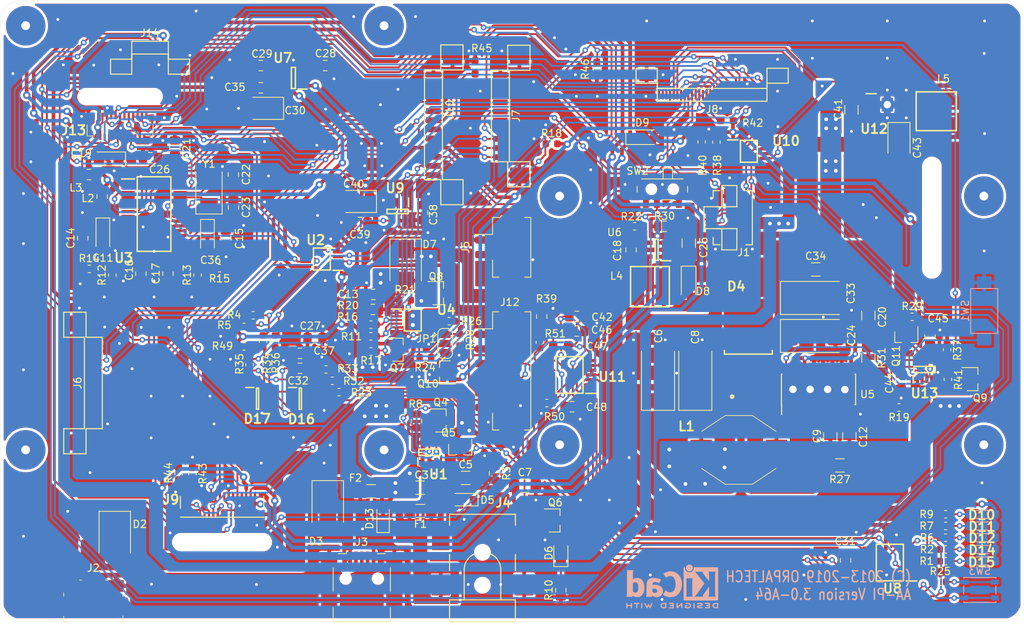
<source format=kicad_pcb>
(kicad_pcb (version 20171130) (host pcbnew 5.0.2-bee76a0~70~ubuntu18.04.1)
  (title_block (title "AA-PI Main Board for NanoPi A64") (date 2019-07-10) (rev 3.1) (company ORPALTECH) (comment 4 "Author: Sergey Suloev"))
  (layers (0 F.Cu signal) (31 B.Cu signal) (34 B.Paste user) (35 F.Paste user) (36 B.SilkS user) (37 F.SilkS user) (38 B.Mask user) (39 F.Mask user) (44 Edge.Cuts user))
  (net 0 "")
  (net 1 GND)
  (net 2 "Net-(C5-Pad2)")
  (net 3 +5V)
  (net 4 +3V3)
  (net 5 "Net-(C11-Pad1)")
  (net 6 "Net-(C16-Pad1)")
  (net 7 "Net-(C17-Pad1)")
  (net 8 "Net-(C19-Pad1)")
  (net 9 "Net-(C22-Pad1)")
  (net 10 "Net-(C23-Pad1)")
  (net 11 LED-A)
  (net 12 "Net-(D6-Pad1)")
  (net 13 "Net-(D6-Pad2)")
  (net 14 "Net-(D8-Pad2)")
  (net 15 CTP_INT)
  (net 16 "Net-(J2-Pad3)")
  (net 17 "Net-(J2-Pad2)")
  (net 18 "Net-(J2-Pad4)")
  (net 19 "Net-(J3-Pad2)")
  (net 20 "Net-(J3-Pad3)")
  (net 21 "Net-(J3-Pad4)")
  (net 22 "Net-(J6-Pad6)")
  (net 23 DSI_D0_N)
  (net 24 DSI_D0_P)
  (net 25 DSI_CLK_N)
  (net 26 DSI_CLK_P)
  (net 27 DSI_D1_N)
  (net 28 DSI_D1_P)
  (net 29 PWM_CABC)
  (net 30 LED-K)
  (net 31 PWM_MCU)
  (net 32 I2S_BCLK)
  (net 33 I2S_LRCK)
  (net 34 I2S_DIN)
  (net 35 "Net-(Q4-Pad1)")
  (net 36 "Net-(Q5-Pad1)")
  (net 37 "Net-(Q7-Pad3)")
  (net 38 "Net-(R22-Pad1)")
  (net 39 "Net-(R24-Pad2)")
  (net 40 "Net-(U3-Pad2)")
  (net 41 "Net-(U3-Pad4)")
  (net 42 "Net-(U3-Pad5)")
  (net 43 "Net-(U3-Pad8)")
  (net 44 "Net-(U3-Pad9)")
  (net 45 "Net-(U3-Pad10)")
  (net 46 "Net-(U3-Pad11)")
  (net 47 "Net-(U3-Pad12)")
  (net 48 "Net-(U3-Pad13)")
  (net 49 "Net-(U3-Pad17)")
  (net 50 "Net-(U3-Pad18)")
  (net 51 /V_WALL)
  (net 52 /V_USB2)
  (net 53 /V_USB1)
  (net 54 /V_USB)
  (net 55 /V_SUPPLY)
  (net 56 /V_F2)
  (net 57 "Net-(C29-Pad1)")
  (net 58 RADIO_EN)
  (net 59 I2C0_SCL)
  (net 60 I2C0_SDA)
  (net 61 "Net-(J10-Pad8)")
  (net 62 "Net-(J9-Pad6)")
  (net 63 PANEL_EN)
  (net 64 +V_LCD)
  (net 65 "Net-(U9-Pad3)")
  (net 66 +V_RADIO)
  (net 67 VNA_I2C_SCL)
  (net 68 VNA_I2C_SDA)
  (net 69 "Net-(C15-Pad2)")
  (net 70 +V_ADC)
  (net 71 VNA_OUT_VV)
  (net 72 VNA_OUT_VI)
  (net 73 "Net-(J9-Pad2)")
  (net 74 "Net-(J9-Pad3)")
  (net 75 LCD_TE_OUT)
  (net 76 "Net-(J9-Pad9)")
  (net 77 "Net-(J9-Pad10)")
  (net 78 "Net-(J9-Pad21)")
  (net 79 "Net-(J9-Pad22)")
  (net 80 "Net-(J6-Pad5)")
  (net 81 "Net-(J6-Pad7)")
  (net 82 /MAX1709_LX)
  (net 83 /MAX1709_SSLIM)
  (net 84 /MAX1709_REF)
  (net 85 /MAX1709_OUT)
  (net 86 CTP_RESET)
  (net 87 LCD_RESET)
  (net 88 "Net-(SW1-Pad2)")
  (net 89 +V_IN)
  (net 90 +V_BAT)
  (net 91 "Net-(C44-Pad1)")
  (net 92 "Net-(Q9-Pad1)")
  (net 93 "Net-(C45-Pad1)")
  (net 94 +V_LOAD)
  (net 95 "Net-(L5-Pad1)")
  (net 96 I2C_SDA)
  (net 97 I2C_SCL)
  (net 98 PANEL_I2C_SCL)
  (net 99 PANEL_I2C_SDA)
  (net 100 "Net-(J8-Pad18)")
  (net 101 "Net-(J8-Pad28)")
  (net 102 "Net-(J8-Pad29)")
  (net 103 "Net-(J8-Pad30)")
  (net 104 LCM_ID)
  (net 105 DSI_D2_N)
  (net 106 DSI_D2_P)
  (net 107 DSI_D3_N)
  (net 108 DSI_D3_P)
  (net 109 "Net-(J14-Pad1)")
  (net 110 "Net-(J14-Pad2)")
  (net 111 "Net-(J14-Pad3)")
  (net 112 "Net-(J14-Pad4)")
  (net 113 "Net-(J7-Pad5)")
  (net 114 "Net-(J13-Pad23)")
  (net 115 "Net-(J13-Pad20)")
  (net 116 "Net-(J13-Pad17)")
  (net 117 "Net-(JP1-Pad3)")
  (net 118 "Net-(JP1-Pad2)")
  (net 119 "Net-(R25-Pad1)")
  (net 120 "Net-(SW3-Pad2)")
  (net 121 "Net-(Q11-Pad3)")
  (net 122 "Net-(D16-Pad1)")
  (net 123 "Net-(D16-Pad2)")
  (net 124 BAT_GND)
  (net 125 "Net-(D17-Pad2)")
  (net 126 "Net-(D17-Pad1)")
  (net 127 "Net-(U11-Pad1)")
  (net 128 "Net-(U11-Pad3)")
  (net 129 "Net-(C42-Pad1)")
  (net 130 "Net-(C42-Pad2)")
  (net 131 "Net-(R33-Pad2)")
  (net 132 "Net-(R32-Pad2)")
  (net 133 "Net-(R23-Pad2)")
  (net 134 "Net-(U8-Pad13)")
  (net 135 "Net-(U8-Pad12)")
  (net 136 "Net-(U8-Pad11)")
  (net 137 "Net-(R9-Pad1)")
  (net 138 "Net-(R7-Pad1)")
  (net 139 "Net-(R6-Pad1)")
  (net 140 "Net-(R2-Pad1)")
  (net 141 "Net-(R1-Pad1)")
  (net 142 "Net-(R26-Pad2)")
  (net 143 "Net-(D15-Pad1)")
  (net 144 "Net-(D14-Pad1)")
  (net 145 "Net-(D11-Pad1)")
  (net 146 "Net-(D10-Pad1)")
  (net 147 "Net-(D12-Pad1)")
  (net 148 "Net-(J10-Pad5)")
  (net 149 "Net-(J7-Pad7)")
  (net 150 /BAT+)
  (net 151 /BQ_TS2)
  (net 152 /BQ_TS1)
  (net 153 /BAT-)
  (net 154 /CHRG_TS)
  (net 155 /BQ_ALERT)
  (net 156 /SHDN_REQ)
  (net 157 /CHRG_PG)
  (net 158 /CHRG_CTRL)
  (net 159 /SHDN_CTRL)
  (net 160 /CHRG_STAT2)
  (net 161 /CHRG_STAT1)
  (module AA-PI-Footprints:SOT95P280X145-5N (layer F.Cu) (at 105.15 83.6 270)
    (fp_text reference U9 (at -3.2 0.35 180) (layer F.SilkS) (effects (font (size 1.27 1.27) (thickness 0.254))))
    (fp_text value TPS2051BDBVR hide)
    (pad 5 smd rect (at 1.25 -0.95) (size 0.6 1.2) (layers F.Cu F.Paste F.Mask) (net 3 +5V))
    (pad 4 smd rect (at 1.25 0.95) (size 0.6 1.2) (layers F.Cu F.Paste F.Mask) (net 58 RADIO_EN))
    (pad 3 smd rect (at -1.25 0.95) (size 0.6 1.2) (layers F.Cu F.Paste F.Mask) (net 65 "Net-(U9-Pad3)"))
    (pad 2 smd rect (at -1.25 0) (size 0.6 1.2) (layers F.Cu F.Paste F.Mask) (net 1 GND))
    (pad 1 smd rect (at -1.25 -0.95) (size 0.6 1.2) (layers F.Cu F.Paste F.Mask) (net 66 +V_RADIO))
  )
  (module AA-PI-Footprints:R_0603_1608Metric (layer F.Cu) (at 96.2 106.75)
    (fp_text reference R32 (at 2.95 0.05) (layer F.SilkS))
    (fp_text value 100 hide)
    (pad 1 smd roundrect (at -0.7875 0) (size 0.875 0.95) (layers F.Cu F.Paste F.Mask) (net 122 "Net-(D16-Pad1)"))
    (pad 2 smd roundrect (at 0.7875 0) (size 0.875 0.95) (layers F.Cu F.Paste F.Mask) (net 132 "Net-(R32-Pad2)"))
  )
  (module AA-PI-Footprints:R_0603_1608Metric (layer F.Cu) (at 179.35 134.25 180)
    (fp_text reference R25 (at 0 1.45 180) (layer F.SilkS))
    (fp_text value 1K hide)
    (pad 2 smd roundrect (at 0.7875 0 180) (size 0.875 0.95) (layers F.Cu F.Paste F.Mask) (net 151 /BQ_TS2))
    (pad 1 smd roundrect (at -0.7875 0 180) (size 0.875 0.95) (layers F.Cu F.Paste F.Mask) (net 119 "Net-(R25-Pad1)"))
  )
  (module AA-PI-Footprints:QTLP610C4TR_Vertical (layer B.Cu) (at 185.120808 128.204138)
    (fp_text reference D12 (at -0.070808 0.045862) (layer F.SilkS) (effects (font (size 1.27 1.27) (thickness 0.254))))
    (fp_text value QTLP610C-4 hide)
    (pad 2 smd roundrect (at 1.65 0 270) (size 1.2 1.2) (layers B.Cu B.Paste B.Mask) (net 150 /BAT+))
    (pad 1 smd roundrect (at -1.65 0 270) (size 1.2 1.2) (layers B.Cu B.Paste B.Mask) (net 147 "Net-(D12-Pad1)"))
  )
  (module AA-PI-Footprints:QTLP610C4TR_Vertical (layer B.Cu) (at 185.120808 126.604138)
    (fp_text reference D11 (at -0.070808 0.095862) (layer F.SilkS) (effects (font (size 1.27 1.27) (thickness 0.254))))
    (fp_text value QTLP610C-4 hide)
    (pad 2 smd roundrect (at 1.65 0 270) (size 1.2 1.2) (layers B.Cu B.Paste B.Mask) (net 150 /BAT+))
    (pad 1 smd roundrect (at -1.65 0 270) (size 1.2 1.2) (layers B.Cu B.Paste B.Mask) (net 145 "Net-(D11-Pad1)"))
  )
  (module AA-PI-Footprints:QTLP610C4TR_Vertical (layer B.Cu) (at 185.120808 125.004138)
    (fp_text reference D10 (at -0.120808 0.095862) (layer F.SilkS) (effects (font (size 1.27 1.27) (thickness 0.254))))
    (fp_text value QTLP610C-4 hide)
    (pad 2 smd roundrect (at 1.65 0 270) (size 1.2 1.2) (layers B.Cu B.Paste B.Mask) (net 150 /BAT+))
    (pad 1 smd roundrect (at -1.65 0 270) (size 1.2 1.2) (layers B.Cu B.Paste B.Mask) (net 146 "Net-(D10-Pad1)"))
  )
  (module AA-PI-Footprints:QTLP610C4TR_Vertical (layer B.Cu) (at 185.120808 131.404138)
    (fp_text reference D15 (at -0.120808 0.145862) (layer F.SilkS) (effects (font (size 1.27 1.27) (thickness 0.254))))
    (fp_text value QTLP610C-4 hide)
    (pad 2 smd roundrect (at 1.65 0 270) (size 1.2 1.2) (layers B.Cu B.Paste B.Mask) (net 150 /BAT+))
    (pad 1 smd roundrect (at -1.65 0 270) (size 1.2 1.2) (layers B.Cu B.Paste B.Mask) (net 143 "Net-(D15-Pad1)"))
  )
  (module AA-PI-Footprints:QTLP610C4TR_Vertical (layer B.Cu) (at 185.120808 129.804138)
    (fp_text reference D14 (at -0.070808 0.095862) (layer F.SilkS) (effects (font (size 1.27 1.27) (thickness 0.254))))
    (fp_text value QTLP610C-4 hide)
    (pad 2 smd roundrect (at 1.65 0 270) (size 1.2 1.2) (layers B.Cu B.Paste B.Mask) (net 150 /BAT+))
    (pad 1 smd roundrect (at -1.65 0 270) (size 1.2 1.2) (layers B.Cu B.Paste B.Mask) (net 144 "Net-(D14-Pad1)"))
  )
  (module AA-PI-Footprints:SOT96P240X110-3N (layer F.Cu) (at 91.85 109.2)
    (fp_text reference D16 (at 0.15 2.8 -180) (layer F.SilkS) (effects (font (size 1.27 1.27) (thickness 0.254))))
    (fp_text value AZ23C5V6 hide)
    (pad 3 smd rect (at 1.05 0 90) (size 0.65 1.1) (layers F.Cu F.Paste F.Mask) (net 124 BAT_GND))
    (pad 2 smd rect (at -1.05 0.96 90) (size 0.65 1.1) (layers F.Cu F.Paste F.Mask) (net 123 "Net-(D16-Pad2)"))
    (pad 1 smd rect (at -1.05 -0.96 90) (size 0.65 1.1) (layers F.Cu F.Paste F.Mask) (net 122 "Net-(D16-Pad1)"))
  )
  (module AA-PI-Footprints:SOT96P240X110-3N (layer F.Cu) (at 86 109.2)
    (fp_text reference D17 (at -0.05 2.75) (layer F.SilkS) (effects (font (size 1.27 1.27) (thickness 0.254))))
    (fp_text value AZ23C5V6 hide)
    (pad 1 smd rect (at -1.05 -0.96 90) (size 0.65 1.1) (layers F.Cu F.Paste F.Mask) (net 126 "Net-(D17-Pad1)"))
    (pad 2 smd rect (at -1.05 0.96 90) (size 0.65 1.1) (layers F.Cu F.Paste F.Mask) (net 125 "Net-(D17-Pad2)"))
    (pad 3 smd rect (at 1.05 0 90) (size 0.65 1.1) (layers F.Cu F.Paste F.Mask) (net 124 BAT_GND))
  )
  (module AA-PI-Footprints:C_0805_2012Metric_Pad1.15x1.40mm_HandSolder (layer F.Cu) (at 166.4 131.3 270)
    (fp_text reference C31 (at -2.6 0.05 180) (layer F.SilkS))
    (fp_text value 0.1u hide)
    (pad 1 smd roundrect (at -1.025 0 270) (size 1.15 1.4) (layers F.Cu F.Paste F.Mask) (roundrect_rratio 0.217391) (net 150 /BAT+))
    (pad 2 smd roundrect (at 1.025 0 270) (size 1.15 1.4) (layers F.Cu F.Paste F.Mask) (roundrect_rratio 0.217391) (net 124 BAT_GND))
  )
  (module AA-PI-Footprints:C_0805_2012Metric_Pad1.15x1.40mm_HandSolder (layer F.Cu) (at 129 110.3 180)
    (fp_text reference C48 (at -3.35 -0.05 180) (layer F.SilkS))
    (fp_text value 0.1u hide)
    (pad 2 smd roundrect (at 1.025 0 180) (size 1.15 1.4) (layers F.Cu F.Paste F.Mask) (roundrect_rratio 0.217391) (net 124 BAT_GND))
    (pad 1 smd roundrect (at -1.025 0 180) (size 1.15 1.4) (layers F.Cu F.Paste F.Mask) (roundrect_rratio 0.217391) (net 129 "Net-(C42-Pad1)"))
  )
  (module AA-PI-Footprints:C_0805_2012Metric_Pad1.15x1.40mm_HandSolder (layer F.Cu) (at 129.65 97.95)
    (fp_text reference C42 (at 3.45 0.1) (layer F.SilkS))
    (fp_text value 0.1u hide)
    (pad 1 smd roundrect (at -1.025 0) (size 1.15 1.4) (layers F.Cu F.Paste F.Mask) (roundrect_rratio 0.217391) (net 129 "Net-(C42-Pad1)"))
    (pad 2 smd roundrect (at 1.025 0) (size 1.15 1.4) (layers F.Cu F.Paste F.Mask) (roundrect_rratio 0.217391) (net 130 "Net-(C42-Pad2)"))
  )
  (module AA-PI-Footprints:C_0805_2012Metric_Pad1.15x1.40mm_HandSolder (layer F.Cu) (at 127.45 102 180)
    (fp_text reference C47 (at -4.95 -0.05 180) (layer F.SilkS))
    (fp_text value 0.1u hide)
    (pad 2 smd roundrect (at 1.025 0 180) (size 1.15 1.4) (layers F.Cu F.Paste F.Mask) (roundrect_rratio 0.217391) (net 124 BAT_GND))
    (pad 1 smd roundrect (at -1.025 0 180) (size 1.15 1.4) (layers F.Cu F.Paste F.Mask) (roundrect_rratio 0.217391) (net 130 "Net-(C42-Pad2)"))
  )
  (module AA-PI-Footprints:C_0805_2012Metric_Pad1.15x1.40mm_HandSolder (layer F.Cu) (at 129.65 99.95 180)
    (fp_text reference C46 (at -3.4 0.15 180) (layer F.SilkS))
    (fp_text value 1u hide)
    (pad 1 smd roundrect (at -1.025 0 180) (size 1.15 1.4) (layers F.Cu F.Paste F.Mask) (roundrect_rratio 0.217391) (net 151 /BQ_TS2))
    (pad 2 smd roundrect (at 1.025 0 180) (size 1.15 1.4) (layers F.Cu F.Paste F.Mask) (roundrect_rratio 0.217391) (net 124 BAT_GND))
  )
  (module AA-PI-Footprints:C_1206_3216Metric_Pad1.42x1.75mm_HandSolder (layer F.Cu) (at 114.45 120.03)
    (fp_text reference C5 (at 0 -1.82) (layer F.SilkS))
    (fp_text value 22u)
    (pad 1 smd roundrect (at -1.4875 0) (size 1.425 1.75) (layers F.Cu F.Paste F.Mask) (roundrect_rratio 0.175439) (net 55 /V_SUPPLY))
    (pad 2 smd roundrect (at 1.4875 0) (size 1.425 1.75) (layers F.Cu F.Paste F.Mask) (roundrect_rratio 0.175439) (net 2 "Net-(C5-Pad2)"))
  )
  (module AA-PI-Footprints:JST_PH_B6B-PH-SM4-TB_1x06-1MP_P2.00mm_Vertical (layer F.Cu) (at 119 105.4 270)
    (fp_text reference J12 (at -9.4 -1.5 180) (layer F.SilkS))
    (fp_text value "Battery Pack")
    (pad 1 smd roundrect (at -5 0.5 270) (size 1 5.5) (layers F.Cu F.Paste F.Mask) (net 150 /BAT+))
    (pad 2 smd roundrect (at -3 0.5 270) (size 1 5.5) (layers F.Cu F.Paste F.Mask) (net 153 /BAT-))
    (pad 3 smd roundrect (at -1 0.5 270) (size 1 5.5) (layers F.Cu F.Paste F.Mask) (net 152 /BQ_TS1))
    (pad 4 smd roundrect (at 1 0.5 270) (size 1 5.5) (layers F.Cu F.Paste F.Mask) (net 151 /BQ_TS2))
    (pad 5 smd roundrect (at 3 0.5 270) (size 1 5.5) (layers F.Cu F.Paste F.Mask) (net 154 /CHRG_TS))
    (pad 6 smd roundrect (at 5 0.5 270) (size 1 5.5) (layers F.Cu F.Paste F.Mask) (net 1 GND))
    (pad SH smd roundrect (at -7.4 -1.75 270) (size 1.6 3) (layers F.Cu F.Paste F.Mask) (roundrect_rratio 0.156) (net 1 GND))
    (pad SH smd roundrect (at 7.4 -1.75 270) (size 1.6 3) (layers F.Cu F.Paste F.Mask) (roundrect_rratio 0.156) (net 1 GND))
  )
  (module AA-PI-Footprints:R_0603_1608Metric (layer F.Cu) (at 180.070808 128.204138)
    (fp_text reference R6 (at -2.55 0) (layer F.SilkS))
    (fp_text value 470 hide)
    (pad 2 smd roundrect (at 0.7875 0) (size 0.875 0.95) (layers F.Cu F.Paste F.Mask) (net 147 "Net-(D12-Pad1)"))
    (pad 1 smd roundrect (at -0.7875 0) (size 0.875 0.95) (layers F.Cu F.Paste F.Mask) (net 139 "Net-(R6-Pad1)"))
  )
  (module AA-PI-Footprints:R_0603_1608Metric (layer F.Cu) (at 180.070808 125.004138)
    (fp_text reference R9 (at -2.6 0) (layer F.SilkS))
    (fp_text value 470 hide)
    (pad 1 smd roundrect (at -0.7875 0) (size 0.875 0.95) (layers F.Cu F.Paste F.Mask) (net 137 "Net-(R9-Pad1)"))
    (pad 2 smd roundrect (at 0.7875 0) (size 0.875 0.95) (layers F.Cu F.Paste F.Mask) (net 146 "Net-(D10-Pad1)"))
  )
  (module AA-PI-Footprints:R_0603_1608Metric (layer F.Cu) (at 180.070808 126.604138)
    (fp_text reference R7 (at -2.6 0) (layer F.SilkS))
    (fp_text value 470 hide)
    (pad 2 smd roundrect (at 0.7875 0) (size 0.875 0.95) (layers F.Cu F.Paste F.Mask) (net 145 "Net-(D11-Pad1)"))
    (pad 1 smd roundrect (at -0.7875 0) (size 0.875 0.95) (layers F.Cu F.Paste F.Mask) (net 138 "Net-(R7-Pad1)"))
  )
  (module AA-PI-Footprints:R_0603_1608Metric (layer F.Cu) (at 101.495 99.07)
    (fp_text reference R16 (at -3.195 -1.07) (layer F.SilkS))
    (fp_text value 33K hide)
    (pad 1 smd roundrect (at -0.7875 0) (size 0.875 0.95) (layers F.Cu F.Paste F.Mask) (net 4 +3V3))
    (pad 2 smd roundrect (at 0.7875 0) (size 0.875 0.95) (layers F.Cu F.Paste F.Mask) (net 161 /CHRG_STAT1))
  )
  (module AA-PI-Footprints:R_0603_1608Metric (layer F.Cu) (at 84.15 99.4 180)
    (fp_text reference R5 (at 2.7 0.25 180) (layer F.SilkS))
    (fp_text value 10K hide)
    (pad 2 smd roundrect (at 0.7875 0 180) (size 0.875 0.95) (layers F.Cu F.Paste F.Mask) (net 4 +3V3))
    (pad 1 smd roundrect (at -0.7875 0 180) (size 0.875 0.95) (layers F.Cu F.Paste F.Mask) (net 97 I2C_SCL))
  )
  (module AA-PI-Footprints:R_0603_1608Metric (layer F.Cu) (at 106.17 95.72)
    (fp_text reference R21 (at 0 -1.43) (layer F.SilkS))
    (fp_text value 10K hide)
    (pad 1 smd roundrect (at -0.7875 0) (size 0.875 0.95) (layers F.Cu F.Paste F.Mask) (net 89 +V_IN))
    (pad 2 smd roundrect (at 0.7875 0) (size 0.875 0.95) (layers F.Cu F.Paste F.Mask) (net 37 "Net-(Q7-Pad3)"))
  )
  (module AA-PI-Footprints:R_0603_1608Metric (layer F.Cu) (at 85.4 97.8 180)
    (fp_text reference R4 (at 2.6 0.05 180) (layer F.SilkS))
    (fp_text value 10K hide)
    (pad 2 smd roundrect (at 0.7875 0 180) (size 0.875 0.95) (layers F.Cu F.Paste F.Mask) (net 4 +3V3))
    (pad 1 smd roundrect (at -0.7875 0 180) (size 0.875 0.95) (layers F.Cu F.Paste F.Mask) (net 96 I2C_SDA))
  )
  (module AA-PI-Footprints:R_0603_1608Metric (layer F.Cu) (at 126.2 74.35)
    (fp_text reference R18 (at 0 -1.43) (layer F.SilkS))
    (fp_text value 33K hide)
    (pad 1 smd roundrect (at -0.7875 0) (size 0.875 0.95) (layers F.Cu F.Paste F.Mask) (net 158 /CHRG_CTRL))
    (pad 2 smd roundrect (at 0.7875 0) (size 0.875 0.95) (layers F.Cu F.Paste F.Mask) (net 4 +3V3))
  )
  (module AA-PI-Footprints:R_0603_1608Metric (layer F.Cu) (at 173.7 110.4)
    (fp_text reference R19 (at 0 1.35) (layer F.SilkS))
    (fp_text value 100K hide)
    (pad 2 smd roundrect (at 0.7875 0) (size 0.875 0.95) (layers F.Cu F.Paste F.Mask) (net 90 +V_BAT))
    (pad 1 smd roundrect (at -0.7875 0) (size 0.875 0.95) (layers F.Cu F.Paste F.Mask) (net 121 "Net-(Q11-Pad3)"))
  )
  (module AA-PI-Footprints:R_0603_1608Metric (layer F.Cu) (at 101.495 100.67)
    (fp_text reference R11 (at -2.645 0.03) (layer F.SilkS))
    (fp_text value 33K hide)
    (pad 1 smd roundrect (at -0.7875 0) (size 0.875 0.95) (layers F.Cu F.Paste F.Mask) (net 4 +3V3))
    (pad 2 smd roundrect (at 0.7875 0) (size 0.875 0.95) (layers F.Cu F.Paste F.Mask) (net 160 /CHRG_STAT2))
  )
  (module AA-PI-Footprints:R_0603_1608Metric (layer F.Cu) (at 180.070808 129.804138)
    (fp_text reference R2 (at -2.55 0) (layer F.SilkS))
    (fp_text value 470 hide)
    (pad 2 smd roundrect (at 0.7875 0) (size 0.875 0.95) (layers F.Cu F.Paste F.Mask) (net 144 "Net-(D14-Pad1)"))
    (pad 1 smd roundrect (at -0.7875 0) (size 0.875 0.95) (layers F.Cu F.Paste F.Mask) (net 140 "Net-(R2-Pad1)"))
  )
  (module AA-PI-Footprints:R_0603_1608Metric (layer F.Cu) (at 180.070808 131.404138)
    (fp_text reference R1 (at -2.6 0) (layer F.SilkS))
    (fp_text value 470 hide)
    (pad 1 smd roundrect (at -0.7875 0) (size 0.875 0.95) (layers F.Cu F.Paste F.Mask) (net 141 "Net-(R1-Pad1)"))
    (pad 2 smd roundrect (at 0.7875 0) (size 0.875 0.95) (layers F.Cu F.Paste F.Mask) (net 143 "Net-(D15-Pad1)"))
  )
  (module AA-PI-Footprints:R_0603_1608Metric (layer F.Cu) (at 88.4 101.35 270)
    (fp_text reference R36 (at 2.95 -0.1 270) (layer F.SilkS))
    (fp_text value 100 hide)
    (pad 2 smd roundrect (at 0.7875 0 270) (size 0.875 0.95) (layers F.Cu F.Paste F.Mask) (net 122 "Net-(D16-Pad1)"))
    (pad 1 smd roundrect (at -0.7875 0 270) (size 0.875 0.95) (layers F.Cu F.Paste F.Mask) (net 97 I2C_SCL))
  )
  (module AA-PI-Footprints:R_0603_1608Metric (layer F.Cu) (at 101.5 102.75 180)
    (fp_text reference R17 (at 0 -1.25 180) (layer F.SilkS))
    (fp_text value 33K hide)
    (pad 1 smd roundrect (at -0.7875 0 180) (size 0.875 0.95) (layers F.Cu F.Paste F.Mask) (net 157 /CHRG_PG))
    (pad 2 smd roundrect (at 0.7875 0 180) (size 0.875 0.95) (layers F.Cu F.Paste F.Mask) (net 4 +3V3))
  )
  (module AA-PI-Footprints:R_0603_1608Metric (layer F.Cu) (at 84.9 104.55 270)
    (fp_text reference R35 (at -0.1 1.35 270) (layer F.SilkS))
    (fp_text value 100 hide)
    (pad 2 smd roundrect (at 0.7875 0 270) (size 0.875 0.95) (layers F.Cu F.Paste F.Mask) (net 126 "Net-(D17-Pad1)"))
    (pad 1 smd roundrect (at -0.7875 0 270) (size 0.875 0.95) (layers F.Cu F.Paste F.Mask) (net 155 /BQ_ALERT))
  )
  (module AA-PI-Footprints:R_0603_1608Metric (layer F.Cu) (at 108.95 103.55 180)
    (fp_text reference R24 (at 0.05 -1.4 180) (layer F.SilkS))
    (fp_text value 1K hide)
    (pad 1 smd roundrect (at -0.7875 0 180) (size 0.875 0.95) (layers F.Cu F.Paste F.Mask) (net 118 "Net-(JP1-Pad2)"))
    (pad 2 smd roundrect (at 0.7875 0 180) (size 0.875 0.95) (layers F.Cu F.Paste F.Mask) (net 39 "Net-(R24-Pad2)"))
  )
  (module AA-PI-Footprints:R_0603_1608Metric (layer F.Cu) (at 86.75 101.35 270)
    (fp_text reference R34 (at 3 -0.55 270) (layer F.SilkS))
    (fp_text value 100 hide)
    (pad 2 smd roundrect (at 0.7875 0 270) (size 0.875 0.95) (layers F.Cu F.Paste F.Mask) (net 123 "Net-(D16-Pad2)"))
    (pad 1 smd roundrect (at -0.7875 0 270) (size 0.875 0.95) (layers F.Cu F.Paste F.Mask) (net 96 I2C_SDA))
  )
  (module AA-PI-Footprints:R_0603_1608Metric (layer F.Cu) (at 95.35 105.2)
    (fp_text reference R33 (at 3 -0.1) (layer F.SilkS))
    (fp_text value 100 hide)
    (pad 1 smd roundrect (at -0.7875 0) (size 0.875 0.95) (layers F.Cu F.Paste F.Mask) (net 126 "Net-(D17-Pad1)"))
    (pad 2 smd roundrect (at 0.7875 0) (size 0.875 0.95) (layers F.Cu F.Paste F.Mask) (net 131 "Net-(R33-Pad2)"))
  )
  (module AA-PI-Footprints:R_0603_1608Metric (layer F.Cu) (at 175.5 98)
    (fp_text reference R29 (at 0 -1.43) (layer F.SilkS))
    (fp_text value 33K hide)
    (pad 2 smd roundrect (at 0.7875 0) (size 0.875 0.95) (layers F.Cu F.Paste F.Mask) (net 4 +3V3))
    (pad 1 smd roundrect (at -0.7875 0) (size 0.875 0.95) (layers F.Cu F.Paste F.Mask) (net 159 /SHDN_CTRL))
  )
  (module AA-PI-Footprints:R_0603_1608Metric (layer F.Cu) (at 113.65 101.15 270)
    (fp_text reference R28 (at 0 -1.43 270) (layer F.SilkS))
    (fp_text value 10K hide)
    (pad 1 smd roundrect (at -0.7875 0 270) (size 0.875 0.95) (layers F.Cu F.Paste F.Mask) (net 1 GND))
    (pad 2 smd roundrect (at 0.7875 0 270) (size 0.875 0.95) (layers F.Cu F.Paste F.Mask) (net 154 /CHRG_TS))
  )
  (module AA-PI-Footprints:R_0603_1608Metric (layer F.Cu) (at 112.2 98.6 180)
    (fp_text reference R26 (at -3.05 0 180) (layer F.SilkS))
    (fp_text value 0 hide)
    (pad 2 smd roundrect (at 0.7875 0 180) (size 0.875 0.95) (layers F.Cu F.Paste F.Mask) (net 142 "Net-(R26-Pad2)"))
    (pad 1 smd roundrect (at -0.7875 0 180) (size 0.875 0.95) (layers F.Cu F.Paste F.Mask) (net 154 /CHRG_TS))
  )
  (module AA-PI-Footprints:R_0603_1608Metric (layer F.Cu) (at 124.6 101.5 90)
    (fp_text reference R51 (at 1.2 2.1 180) (layer F.SilkS))
    (fp_text value 100 hide)
    (pad 1 smd roundrect (at -0.7875 0 90) (size 0.875 0.95) (layers F.Cu F.Paste F.Mask) (net 129 "Net-(C42-Pad1)"))
    (pad 2 smd roundrect (at 0.7875 0 90) (size 0.875 0.95) (layers F.Cu F.Paste F.Mask) (net 153 /BAT-))
  )
  (module AA-PI-Footprints:R_0603_1608Metric (layer F.Cu) (at 180.275 102.5 90)
    (fp_text reference R37 (at -0.05 1.425 90) (layer F.SilkS))
    (fp_text value 33K hide)
    (pad 1 smd roundrect (at -0.7875 0 90) (size 0.875 0.95) (layers F.Cu F.Paste F.Mask) (net 156 /SHDN_REQ))
    (pad 2 smd roundrect (at 0.7875 0 90) (size 0.875 0.95) (layers F.Cu F.Paste F.Mask) (net 4 +3V3))
  )
  (module AA-PI-Footprints:R_0603_1608Metric (layer F.Cu) (at 180.389962 106.559499 270)
    (fp_text reference R41 (at 0 -1.43 270) (layer F.SilkS))
    (fp_text value 100K)
    (pad 2 smd roundrect (at 0.7875 0 270) (size 0.875 0.95) (layers F.Cu F.Paste F.Mask) (net 90 +V_BAT))
    (pad 1 smd roundrect (at -0.7875 0 270) (size 0.875 0.95) (layers F.Cu F.Paste F.Mask) (net 92 "Net-(Q9-Pad1)"))
  )
  (module AA-PI-Footprints:R_0603_1608Metric (layer F.Cu) (at 84.15 102.05)
    (fp_text reference R49 (at -2.95 -0.05) (layer F.SilkS))
    (fp_text value 10K hide)
    (pad 1 smd roundrect (at -0.7875 0) (size 0.875 0.95) (layers F.Cu F.Paste F.Mask) (net 4 +3V3))
    (pad 2 smd roundrect (at 0.7875 0) (size 0.875 0.95) (layers F.Cu F.Paste F.Mask) (net 155 /BQ_ALERT))
  )
  (module AA-PI-Footprints:R_0603_1608Metric (layer F.Cu) (at 125.55 109.8 180)
    (fp_text reference R50 (at -1.05 -1.85 180) (layer F.SilkS))
    (fp_text value 100 hide)
    (pad 2 smd roundrect (at 0.7875 0 180) (size 0.875 0.95) (layers F.Cu F.Paste F.Mask) (net 1 GND))
    (pad 1 smd roundrect (at -0.7875 0 180) (size 0.875 0.95) (layers F.Cu F.Paste F.Mask) (net 130 "Net-(C42-Pad2)"))
  )
  (module AA-PI-Footprints:R_0603_1608Metric (layer F.Cu) (at 97.15 108.3)
    (fp_text reference R23 (at 3.05 0.05) (layer F.SilkS))
    (fp_text value 100 hide)
    (pad 1 smd roundrect (at -0.7875 0) (size 0.875 0.95) (layers F.Cu F.Paste F.Mask) (net 123 "Net-(D16-Pad2)"))
    (pad 2 smd roundrect (at 0.7875 0) (size 0.875 0.95) (layers F.Cu F.Paste F.Mask) (net 133 "Net-(R23-Pad2)"))
  )
  (module AA-PI-Footprints:SOP65P640X120-14N (layer F.Cu) (at 172.45 131.6 180)
    (fp_text reference U8 (at -0.35 -3.55 180) (layer F.SilkS) (effects (font (size 1.27 1.27) (thickness 0.254))))
    (fp_text value SN74HC164PW hide)
    (pad 14 smd rect (at 2.938 -1.95 270) (size 0.45 1.475) (layers F.Cu F.Paste F.Mask) (net 150 /BAT+))
    (pad 13 smd rect (at 2.938 -1.3 270) (size 0.45 1.475) (layers F.Cu F.Paste F.Mask) (net 134 "Net-(U8-Pad13)"))
    (pad 12 smd rect (at 2.938 -0.65 270) (size 0.45 1.475) (layers F.Cu F.Paste F.Mask) (net 135 "Net-(U8-Pad12)"))
    (pad 11 smd rect (at 2.938 0 270) (size 0.45 1.475) (layers F.Cu F.Paste F.Mask) (net 136 "Net-(U8-Pad11)"))
    (pad 10 smd rect (at 2.938 0.65 270) (size 0.45 1.475) (layers F.Cu F.Paste F.Mask) (net 137 "Net-(R9-Pad1)"))
    (pad 9 smd rect (at 2.938 1.3 270) (size 0.45 1.475) (layers F.Cu F.Paste F.Mask) (net 150 /BAT+))
    (pad 8 smd rect (at 2.938 1.95 270) (size 0.45 1.475) (layers F.Cu F.Paste F.Mask) (net 127 "Net-(U11-Pad1)"))
    (pad 7 smd rect (at -2.938 1.95 270) (size 0.45 1.475) (layers F.Cu F.Paste F.Mask) (net 124 BAT_GND))
    (pad 6 smd rect (at -2.938 1.3 270) (size 0.45 1.475) (layers F.Cu F.Paste F.Mask) (net 138 "Net-(R7-Pad1)"))
    (pad 5 smd rect (at -2.938 0.65 270) (size 0.45 1.475) (layers F.Cu F.Paste F.Mask) (net 139 "Net-(R6-Pad1)"))
    (pad 4 smd rect (at -2.938 0 270) (size 0.45 1.475) (layers F.Cu F.Paste F.Mask) (net 140 "Net-(R2-Pad1)"))
    (pad 3 smd rect (at -2.938 -0.65 270) (size 0.45 1.475) (layers F.Cu F.Paste F.Mask) (net 141 "Net-(R1-Pad1)"))
    (pad 2 smd rect (at -2.938 -1.3 270) (size 0.45 1.475) (layers F.Cu F.Paste F.Mask) (net 128 "Net-(U11-Pad3)"))
    (pad 1 smd rect (at -2.938 -1.95 270) (size 0.45 1.475) (layers F.Cu F.Paste F.Mask) (net 128 "Net-(U11-Pad3)"))
  )
  (module AA-PI-Footprints:SOP65P640X120-14N (layer F.Cu) (at 128.65 105.95 180)
    (fp_text reference U11 (at -5.85 -0.25 180) (layer F.SilkS) (effects (font (size 1.27 1.27) (thickness 0.254))))
    (fp_text value BQ34Z100PWR-G1 hide)
    (pad 1 smd rect (at -2.938 -1.95 270) (size 0.45 1.475) (layers F.Cu F.Paste F.Mask) (net 127 "Net-(U11-Pad1)"))
    (pad 2 smd rect (at -2.938 -1.3 270) (size 0.45 1.475) (layers F.Cu F.Paste F.Mask) (net 120 "Net-(SW3-Pad2)"))
    (pad 3 smd rect (at -2.938 -0.65 270) (size 0.45 1.475) (layers F.Cu F.Paste F.Mask) (net 128 "Net-(U11-Pad3)"))
    (pad 4 smd rect (at -2.938 0 270) (size 0.45 1.475) (layers F.Cu F.Paste F.Mask) (net 150 /BAT+))
    (pad 5 smd rect (at -2.938 0.65 270) (size 0.45 1.475) (layers F.Cu F.Paste F.Mask) (net 150 /BAT+))
    (pad 6 smd rect (at -2.938 1.3 270) (size 0.45 1.475) (layers F.Cu F.Paste F.Mask) (net 150 /BAT+))
    (pad 7 smd rect (at -2.938 1.95 270) (size 0.45 1.475) (layers F.Cu F.Paste F.Mask) (net 151 /BQ_TS2))
    (pad 8 smd rect (at 2.938 1.95 270) (size 0.45 1.475) (layers F.Cu F.Paste F.Mask) (net 124 BAT_GND))
    (pad 9 smd rect (at 2.938 1.3 270) (size 0.45 1.475) (layers F.Cu F.Paste F.Mask) (net 129 "Net-(C42-Pad1)"))
    (pad 10 smd rect (at 2.938 0.65 270) (size 0.45 1.475) (layers F.Cu F.Paste F.Mask) (net 130 "Net-(C42-Pad2)"))
    (pad 11 smd rect (at 2.938 0 270) (size 0.45 1.475) (layers F.Cu F.Paste F.Mask) (net 152 /BQ_TS1))
    (pad 12 smd rect (at 2.938 -0.65 270) (size 0.45 1.475) (layers F.Cu F.Paste F.Mask) (net 131 "Net-(R33-Pad2)"))
    (pad 13 smd rect (at 2.938 -1.3 270) (size 0.45 1.475) (layers F.Cu F.Paste F.Mask) (net 132 "Net-(R32-Pad2)"))
    (pad 14 smd rect (at 2.938 -1.95 270) (size 0.45 1.475) (layers F.Cu F.Paste F.Mask) (net 133 "Net-(R23-Pad2)"))
  )
  (module AA-PI-Footprints:SOT-23 (layer F.Cu) (at 174.7 100.75 270)
    (fp_text reference Q11 (at 2.6 1.4 270) (layer F.SilkS))
    (fp_text value BSS138-7-F hide)
    (pad 3 smd rect (at 1 0 270) (size 1 0.8) (layers F.Cu F.Paste F.Mask) (net 121 "Net-(Q11-Pad3)"))
    (pad 2 smd rect (at -1 0.95 270) (size 1 0.8) (layers F.Cu F.Paste F.Mask) (net 159 /SHDN_CTRL))
    (pad 1 smd rect (at -1 -0.95 270) (size 1 0.8) (layers F.Cu F.Paste F.Mask) (net 4 +3V3))
  )
  (module AA-PI-Footprints:SOT-23 (layer F.Cu) (at 111.65 105.6 180)
    (fp_text reference Q10 (at 2.35 -1.55 180) (layer F.SilkS))
    (fp_text value BSS138-7-F hide)
    (pad 1 smd rect (at -1 -0.95 180) (size 1 0.8) (layers F.Cu F.Paste F.Mask) (net 4 +3V3))
    (pad 2 smd rect (at -1 0.95 180) (size 1 0.8) (layers F.Cu F.Paste F.Mask) (net 158 /CHRG_CTRL))
    (pad 3 smd rect (at 1 0 180) (size 1 0.8) (layers F.Cu F.Paste F.Mask) (net 117 "Net-(JP1-Pad3)"))
  )
  (module AA-PI-Footprints:SW_SPST_PTS810 (layer B.Cu) (at 184.75 135.35 180)
    (fp_text reference SW3 (at 0 2.6 180) (layer B.SilkS) (effects (justify mirror)))
    (fp_text value SW_Push hide)
    (pad 1 smd rect (at -2.075 1.075 180) (size 1.05 0.65) (layers B.Cu B.Paste B.Mask) (net 119 "Net-(R25-Pad1)"))
    (pad 1 smd rect (at 2.075 1.075 180) (size 1.05 0.65) (layers B.Cu B.Paste B.Mask) (net 119 "Net-(R25-Pad1)"))
    (pad 2 smd rect (at -2.075 -1.075 180) (size 1.05 0.65) (layers B.Cu B.Paste B.Mask) (net 120 "Net-(SW3-Pad2)"))
    (pad 2 smd rect (at 2.075 -1.075 180) (size 1.05 0.65) (layers B.Cu B.Paste B.Mask) (net 120 "Net-(SW3-Pad2)"))
  )
  (module AA-PI-Footprints:SolderJumper-3_P1.3mm_Open_RoundedPad1.0x1.5mm (layer F.Cu) (at 111.65 101.65 270)
    (fp_text reference JP1 (at -0.65 2.55 180) (layer F.SilkS))
    (fp_text value SolderJumper_3_Open hide)
    (pad 1 smd custom (at -1.3 0 270) (size 1 0.5) (layers F.Cu F.Mask) (net 1 GND) (options (clearance outline) (anchor rect)) (primitives (gr_circle (center 0 0.25) (end 0.5 0.25) (width 0)) (gr_circle (center 0 -0.25) (end 0.5 -0.25) (width 0)) (gr_poly (pts (xy 0.55 -0.75) (xy 0 -0.75) (xy 0 0.75) (xy 0.55 0.75)) (width 0))))
    (pad 3 smd custom (at 1.3 0 270) (size 1 0.5) (layers F.Cu F.Mask) (net 117 "Net-(JP1-Pad3)") (options (clearance outline) (anchor rect)) (primitives (gr_circle (center 0 0.25) (end 0.5 0.25) (width 0)) (gr_circle (center 0 -0.25) (end 0.5 -0.25) (width 0)) (gr_poly (pts (xy -0.55 -0.75) (xy 0 -0.75) (xy 0 0.75) (xy -0.55 0.75)) (width 0))))
    (pad 2 smd rect (at 0 0 270) (size 1 1.5) (layers F.Cu F.Mask) (net 118 "Net-(JP1-Pad2)"))
  )
  (module AA-PI-Footprints:R_0603_1608Metric_Pad1.05x0.95mm_HandSolder (layer F.Cu) (at 132.4 64.1 270)
    (fp_text reference R46 (at 0.05 1.6 270) (layer F.SilkS))
    (fp_text value 100K hide)
    (pad 2 smd roundrect (at 0.875 0 270) (size 1.05 0.95) (layers F.Cu F.Paste F.Mask) (net 1 GND))
    (pad 1 smd roundrect (at -0.875 0 270) (size 1.05 0.95) (layers F.Cu F.Paste F.Mask) (net 63 PANEL_EN))
  )
  (module AA-PI-Footprints:R_0603_1608Metric_Pad1.05x0.95mm_HandSolder (layer F.Cu) (at 115.75 63.9 270)
    (fp_text reference R45 (at -2.6 -0.9 180) (layer F.SilkS))
    (fp_text value 100K hide)
    (pad 1 smd roundrect (at -0.875 0 270) (size 1.05 0.95) (layers F.Cu F.Paste F.Mask) (net 1 GND))
    (pad 2 smd roundrect (at 0.875 0 270) (size 1.05 0.95) (layers F.Cu F.Paste F.Mask) (net 58 RADIO_EN))
  )
  (module AA-PI-Footprints:1.25-AB-SMT-10pin-Vertical (layer F.Cu) (at 119.2 70.55 90)
    (fp_text reference J7 (at 0 2.15 90) (layer F.SilkS))
    (fp_text value "Power Control")
    (pad SH smd rect (at 8.125 2.6 90) (size 2.2 2.6) (layers F.Cu F.Paste F.Mask) (net 1 GND))
    (pad SH smd rect (at -8.125 2.6 90) (size 2.2 2.6) (layers F.Cu F.Paste F.Mask) (net 1 GND))
    (pad 10 smd rect (at 5.625 0 90) (size 0.8 2) (layers F.Cu F.Paste F.Mask) (net 1 GND))
    (pad 9 smd rect (at 4.375 0 90) (size 0.8 2) (layers F.Cu F.Paste F.Mask) (net 156 /SHDN_REQ))
    (pad 8 smd rect (at 3.125 0 90) (size 0.8 2) (layers F.Cu F.Paste F.Mask) (net 159 /SHDN_CTRL))
    (pad 7 smd rect (at 1.875 0 90) (size 0.8 2) (layers F.Cu F.Paste F.Mask) (net 149 "Net-(J7-Pad7)"))
    (pad 6 smd rect (at 0.625 0 90) (size 0.8 2) (layers F.Cu F.Paste F.Mask) (net 155 /BQ_ALERT))
    (pad 5 smd rect (at -0.625 0 90) (size 0.8 2) (layers F.Cu F.Paste F.Mask) (net 113 "Net-(J7-Pad5)"))
    (pad 4 smd rect (at -1.875 0 90) (size 0.8 2) (layers F.Cu F.Paste F.Mask) (net 158 /CHRG_CTRL))
    (pad 3 smd rect (at -3.125 0 90) (size 0.8 2) (layers F.Cu F.Paste F.Mask) (net 161 /CHRG_STAT1))
    (pad 2 smd rect (at -4.375 0 90) (size 0.8 2) (layers F.Cu F.Paste F.Mask) (net 160 /CHRG_STAT2))
    (pad 1 smd rect (at -5.625 0 90) (size 0.8 2) (layers F.Cu F.Paste F.Mask) (net 157 /CHRG_PG))
  )
  (module AA-PI-Footprints:FPC-0.5-1-10P_Clamshell_Bottom (layer F.Cu) (at 71.3 61.2)
    (fp_text reference J14 (at 0 -2) (layer F.SilkS))
    (fp_text value "CTP Interface (10pin)" hide)
    (pad 1 smd rect (at -2.25 0) (size 0.3 1.3) (layers F.Cu F.Paste F.Mask) (net 109 "Net-(J14-Pad1)"))
    (pad 2 smd rect (at -1.75 0) (size 0.3 1.3) (layers F.Cu F.Paste F.Mask) (net 110 "Net-(J14-Pad2)"))
    (pad 3 smd rect (at -1.25 0) (size 0.3 1.3) (layers F.Cu F.Paste F.Mask) (net 111 "Net-(J14-Pad3)"))
    (pad 4 smd rect (at -0.75 0) (size 0.3 1.3) (layers F.Cu F.Paste F.Mask) (net 112 "Net-(J14-Pad4)"))
    (pad 5 smd rect (at -0.25 0) (size 0.3 1.3) (layers F.Cu F.Paste F.Mask) (net 1 GND))
    (pad 6 smd rect (at 0.25 0) (size 0.3 1.3) (layers F.Cu F.Paste F.Mask) (net 98 PANEL_I2C_SCL))
    (pad 7 smd rect (at 0.75 0) (size 0.3 1.3) (layers F.Cu F.Paste F.Mask) (net 99 PANEL_I2C_SDA))
    (pad 8 smd rect (at 1.25 0) (size 0.3 1.3) (layers F.Cu F.Paste F.Mask) (net 15 CTP_INT))
    (pad 9 smd rect (at 1.75 0) (size 0.3 1.3) (layers F.Cu F.Paste F.Mask) (net 64 +V_LCD))
    (pad 10 smd rect (at 2.25 0) (size 0.3 1.3) (layers F.Cu F.Paste F.Mask) (net 86 CTP_RESET))
    (pad SH smd rect (at -3.95 2.68) (size 2 1.6) (layers F.Cu F.Paste F.Mask) (net 1 GND))
    (pad SH smd rect (at 3.95 2.68) (size 2 1.6) (layers F.Cu F.Paste F.Mask) (net 1 GND))
  )
  (module AA-PI-Footprints:D_SOD-123 (layer F.Cu) (at 138.6 73.45)
    (fp_text reference D9 (at 0 -2) (layer F.SilkS))
    (fp_text value BZT52 hide)
    (pad 1 smd rect (at -1.65 0) (size 0.9 1.2) (layers F.Cu F.Paste F.Mask) (net 11 LED-A))
    (pad 2 smd rect (at 1.65 0) (size 0.9 1.2) (layers F.Cu F.Paste F.Mask) (net 1 GND))
  )
  (module AA-PI-Footprints:FH26-25S-0.3SHW (layer F.Cu) (at 67.2 71.92 180)
    (fp_text reference J13 (at 6.35 -0.58 180) (layer F.SilkS) (effects (font (size 1.27 1.27) (thickness 0.254))))
    (fp_text value "LCD Interface" hide)
    (pad SH2 smd rect (at 4.3 1.1 180) (size 0.6 1) (layers F.Cu F.Paste F.Mask) (net 1 GND))
    (pad SH1 smd rect (at -4.3 1.1 180) (size 0.6 1) (layers F.Cu F.Paste F.Mask) (net 1 GND))
    (pad 25 smd rect (at 3.6 1.375 180) (size 0.3 0.9) (layers F.Cu F.Paste F.Mask) (net 11 LED-A))
    (pad 24 smd rect (at 3.3 -1.5 180) (size 0.3 0.8) (layers F.Cu F.Paste F.Mask) (net 30 LED-K))
    (pad 23 smd rect (at 3 1.375 180) (size 0.3 0.9) (layers F.Cu F.Paste F.Mask) (net 114 "Net-(J13-Pad23)"))
    (pad 22 smd rect (at 2.7 -1.5 180) (size 0.3 0.8) (layers F.Cu F.Paste F.Mask) (net 64 +V_LCD))
    (pad 21 smd rect (at 2.4 1.375 180) (size 0.3 0.9) (layers F.Cu F.Paste F.Mask) (net 64 +V_LCD))
    (pad 20 smd rect (at 2.1 -1.5 180) (size 0.3 0.8) (layers F.Cu F.Paste F.Mask) (net 115 "Net-(J13-Pad20)"))
    (pad 19 smd rect (at 1.8 1.375 180) (size 0.3 0.9) (layers F.Cu F.Paste F.Mask) (net 87 LCD_RESET))
    (pad 18 smd rect (at 1.5 -1.5 180) (size 0.3 0.8) (layers F.Cu F.Paste F.Mask) (net 29 PWM_CABC))
    (pad 17 smd rect (at 1.2 1.375 180) (size 0.3 0.9) (layers F.Cu F.Paste F.Mask) (net 116 "Net-(J13-Pad17)"))
    (pad 16 smd rect (at 0.9 -1.5 180) (size 0.3 0.8) (layers F.Cu F.Paste F.Mask) (net 1 GND))
    (pad 15 smd rect (at 0.6 1.375 180) (size 0.3 0.9) (layers F.Cu F.Paste F.Mask) (net 106 DSI_D2_P))
    (pad 14 smd rect (at 0.3 -1.5 180) (size 0.3 0.8) (layers F.Cu F.Paste F.Mask) (net 105 DSI_D2_N))
    (pad 13 smd rect (at 0 1.375 180) (size 0.3 0.9) (layers F.Cu F.Paste F.Mask) (net 1 GND))
    (pad 12 smd rect (at -0.3 -1.5 180) (size 0.3 0.8) (layers F.Cu F.Paste F.Mask) (net 28 DSI_D1_P))
    (pad 11 smd rect (at -0.6 1.375 180) (size 0.3 0.9) (layers F.Cu F.Paste F.Mask) (net 27 DSI_D1_N))
    (pad 10 smd rect (at -0.9 -1.5 180) (size 0.3 0.8) (layers F.Cu F.Paste F.Mask) (net 1 GND))
    (pad 9 smd rect (at -1.2 1.375 180) (size 0.3 0.9) (layers F.Cu F.Paste F.Mask) (net 26 DSI_CLK_P))
    (pad 8 smd rect (at -1.5 -1.5 180) (size 0.3 0.8) (layers F.Cu F.Paste F.Mask) (net 25 DSI_CLK_N))
    (pad 7 smd rect (at -1.8 1.375 180) (size 0.3 0.9) (layers F.Cu F.Paste F.Mask) (net 1 GND))
    (pad 6 smd rect (at -2.1 -1.5 180) (size 0.3 0.8) (layers F.Cu F.Paste F.Mask) (net 24 DSI_D0_P))
    (pad 5 smd rect (at -2.4 1.375 180) (size 0.3 0.9) (layers F.Cu F.Paste F.Mask) (net 23 DSI_D0_N))
    (pad 4 smd rect (at -2.7 -1.5 180) (size 0.3 0.8) (layers F.Cu F.Paste F.Mask) (net 1 GND))
    (pad 3 smd rect (at -3 1.375 180) (size 0.3 0.9) (layers F.Cu F.Paste F.Mask) (net 108 DSI_D3_P))
    (pad 2 smd rect (at -3.3 -1.5 180) (size 0.3 0.8) (layers F.Cu F.Paste F.Mask) (net 107 DSI_D3_N))
    (pad 1 smd rect (at -3.6 1.375 180) (size 0.3 0.9) (layers F.Cu F.Paste F.Mask) (net 1 GND))
  )
  (module AA-PI-Footprints:LCD-0.3-25P-CABLE-HOLE (layer F.Cu) (at 67.2 67.9)
    (fp_text reference REF** hide)
    (fp_text value LCD-0.3-25P-CABLE-HOLE hide)
    (pad "" np_thru_hole oval (at 0 0) (size 11 1.7) (drill oval 11 1.7) (layers *.Cu *.Mask))
  )
  (module AA-PI-Footprints:LCD-0.3-33P-CABLE-HOLE (layer F.Cu) (at 81.15 128.81)
    (fp_text reference HOLE2 hide)
    (fp_text value LCD-0.3-33P-CABLE-HOLE hide)
    (pad "" np_thru_hole oval (at 0 0) (size 13 1.8) (drill oval 13 1.8) (layers *.Cu *.Mask))
  )
  (module AA-PI-Footprints:R_0603_1608Metric_Pad1.05x0.95mm_HandSolder (layer F.Cu) (at 150.2 71.2 180)
    (fp_text reference R42 (at -3.5 -0.3 180) (layer F.SilkS))
    (fp_text value 10K hide)
    (pad 1 smd roundrect (at -0.875 0 180) (size 1.05 0.95) (layers F.Cu F.Paste F.Mask) (net 4 +3V3))
    (pad 2 smd roundrect (at 0.875 0 180) (size 1.05 0.95) (layers F.Cu F.Paste F.Mask) (net 87 LCD_RESET))
  )
  (module AA-PI-Footprints:COILCRAFT_XEL5050_HandSolder (layer F.Cu) (at 178.8 69.9)
    (fp_text reference L5 (at 0 -3.85) (layer F.SilkS) (effects (justify left bottom)))
    (fp_text value 6.2uH hide)
    (pad 2 smd rect (at 0 1.9) (size 5 2.2) (layers F.Cu F.Paste F.Mask) (net 64 +V_LCD))
    (pad 1 smd rect (at 0 -1.9) (size 5 2.2) (layers F.Cu F.Paste F.Mask) (net 95 "Net-(L5-Pad1)"))
  )
  (module AA-PI-Footprints:COILCRAFT_XEL5050_HandSolder (layer F.Cu) (at 139.65 93.88 90)
    (fp_text reference L4 (at 0.88 -5.55) (layer F.SilkS) (effects (justify left bottom)))
    (fp_text value 15uH hide)
    (pad 2 smd rect (at 0 1.9 90) (size 5 2.2) (layers F.Cu F.Paste F.Mask) (net 14 "Net-(D8-Pad2)"))
    (pad 1 smd rect (at 0 -1.9 90) (size 5 2.2) (layers F.Cu F.Paste F.Mask) (net 3 +5V))
  )
  (module AA-PI-Footprints:FPC-0.5-1-30P_Clamshell_Bottom (layer F.Cu) (at 148.15 67.65 180)
    (fp_text reference J8 (at 0 -2 180) (layer F.SilkS))
    (fp_text value "NanoPi A64 Display Interface")
    (pad 1 smd rect (at -7.25 0 180) (size 0.3 1.3) (layers F.Cu F.Paste F.Mask) (net 1 GND))
    (pad 2 smd rect (at -6.75 0 180) (size 0.3 1.3) (layers F.Cu F.Paste F.Mask) (net 26 DSI_CLK_P))
    (pad 3 smd rect (at -6.25 0 180) (size 0.3 1.3) (layers F.Cu F.Paste F.Mask) (net 25 DSI_CLK_N))
    (pad 4 smd rect (at -5.75 0 180) (size 0.3 1.3) (layers F.Cu F.Paste F.Mask) (net 1 GND))
    (pad 5 smd rect (at -5.25 0 180) (size 0.3 1.3) (layers F.Cu F.Paste F.Mask) (net 24 DSI_D0_P))
    (pad 6 smd rect (at -4.75 0 180) (size 0.3 1.3) (layers F.Cu F.Paste F.Mask) (net 23 DSI_D0_N))
    (pad 7 smd rect (at -4.25 0 180) (size 0.3 1.3) (layers F.Cu F.Paste F.Mask) (net 1 GND))
    (pad 8 smd rect (at -3.75 0 180) (size 0.3 1.3) (layers F.Cu F.Paste F.Mask) (net 28 DSI_D1_P))
    (pad 9 smd rect (at -3.25 0 180) (size 0.3 1.3) (layers F.Cu F.Paste F.Mask) (net 27 DSI_D1_N))
    (pad 10 smd rect (at -2.75 0 180) (size 0.3 1.3) (layers F.Cu F.Paste F.Mask) (net 1 GND))
    (pad 11 smd rect (at -2.25 0 180) (size 0.3 1.3) (layers F.Cu F.Paste F.Mask) (net 106 DSI_D2_P))
    (pad 12 smd rect (at -1.75 0 180) (size 0.3 1.3) (layers F.Cu F.Paste F.Mask) (net 105 DSI_D2_N))
    (pad 13 smd rect (at -1.25 0 180) (size 0.3 1.3) (layers F.Cu F.Paste F.Mask) (net 1 GND))
    (pad 14 smd rect (at -0.75 0 180) (size 0.3 1.3) (layers F.Cu F.Paste F.Mask) (net 107 DSI_D3_N))
    (pad 15 smd rect (at -0.25 0 180) (size 0.3 1.3) (layers F.Cu F.Paste F.Mask) (net 108 DSI_D3_P))
    (pad 16 smd rect (at 0.25 0 180) (size 0.3 1.3) (layers F.Cu F.Paste F.Mask) (net 1 GND))
    (pad 17 smd rect (at 0.75 0 180) (size 0.3 1.3) (layers F.Cu F.Paste F.Mask) (net 1 GND))
    (pad 18 smd rect (at 1.25 0 180) (size 0.3 1.3) (layers F.Cu F.Paste F.Mask) (net 100 "Net-(J8-Pad18)"))
    (pad 19 smd rect (at 1.75 0 180) (size 0.3 1.3) (layers F.Cu F.Paste F.Mask) (net 87 LCD_RESET))
    (pad 20 smd rect (at 2.25 0 180) (size 0.3 1.3) (layers F.Cu F.Paste F.Mask) (net 1 GND))
    (pad 21 smd rect (at 2.75 0 180) (size 0.3 1.3) (layers F.Cu F.Paste F.Mask) (net 86 CTP_RESET))
    (pad 22 smd rect (at 3.25 0 180) (size 0.3 1.3) (layers F.Cu F.Paste F.Mask) (net 1 GND))
    (pad 23 smd rect (at 3.75 0 180) (size 0.3 1.3) (layers F.Cu F.Paste F.Mask) (net 15 CTP_INT))
    (pad 24 smd rect (at 4.25 0 180) (size 0.3 1.3) (layers F.Cu F.Paste F.Mask) (net 1 GND))
    (pad 25 smd rect (at 4.75 0 180) (size 0.3 1.3) (layers F.Cu F.Paste F.Mask) (net 59 I2C0_SCL))
    (pad 26 smd rect (at 5.25 0 180) (size 0.3 1.3) (layers F.Cu F.Paste F.Mask) (net 60 I2C0_SDA))
    (pad 27 smd rect (at 5.75 0 180) (size 0.3 1.3) (layers F.Cu F.Paste F.Mask) (net 1 GND))
    (pad 28 smd rect (at 6.25 0 180) (size 0.3 1.3) (layers F.Cu F.Paste F.Mask) (net 101 "Net-(J8-Pad28)"))
    (pad 29 smd rect (at 6.75 0 180) (size 0.3 1.3) (layers F.Cu F.Paste F.Mask) (net 102 "Net-(J8-Pad29)"))
    (pad 30 smd rect (at 7.25 0 180) (size 0.3 1.3) (layers F.Cu F.Paste F.Mask) (net 103 "Net-(J8-Pad30)"))
    (pad SH smd rect (at -8.95 2.68 180) (size 2 1.6) (layers F.Cu F.Paste F.Mask) (net 1 GND))
    (pad SH smd rect (at 8.95 2.68 180) (size 2 1.6) (layers F.Cu F.Paste F.Mask) (net 1 GND))
  )
  (module AA-PI-Footprints:SOT94P279X130-5N (layer F.Cu) (at 90.9 65.35 180)
    (fp_text reference U7 (at 1.45 2.75 180) (layer F.SilkS) (effects (font (size 1.27 1.27) (thickness 0.254))))
    (fp_text value RT9193-2HPB hide)
    (pad 1 smd rect (at -1.25 -0.94 270) (size 0.65 1.25) (layers F.Cu F.Paste F.Mask) (net 66 +V_RADIO))
    (pad 2 smd rect (at -1.25 0 270) (size 0.65 1.25) (layers F.Cu F.Paste F.Mask) (net 1 GND))
    (pad 3 smd rect (at -1.25 0.94 270) (size 0.65 1.25) (layers F.Cu F.Paste F.Mask) (net 66 +V_RADIO))
    (pad 4 smd rect (at 1.25 0.94 270) (size 0.65 1.25) (layers F.Cu F.Paste F.Mask) (net 57 "Net-(C29-Pad1)"))
    (pad 5 smd rect (at 1.25 -0.94 270) (size 0.65 1.25) (layers F.Cu F.Paste F.Mask) (net 70 +V_ADC))
  )
  (module AA-PI-Footprints:ST_DPAK (layer F.Cu) (at 153.1 97 270)
    (fp_text reference D4 (at -3.15 1.65 180) (layer F.SilkS) (effects (font (size 1.27 1.27) (thickness 0.254))))
    (fp_text value STPS8L30B-TR hide)
    (pad 3 smd rect (at 9.75 2.286) (size 1.6 3) (layers F.Cu F.Paste F.Mask))
    (pad 2 smd rect (at 9.75 -2.286) (size 1.6 3) (layers F.Cu F.Paste F.Mask) (net 82 /MAX1709_LX))
    (pad 1 smd rect (at 1.9 0) (size 6.7 6.7) (layers F.Cu F.Paste F.Mask) (net 3 +5V))
  )
  (module AA-PI-Footprints:COILCRAFT_DO3316P102MLB (layer F.Cu) (at 151.8 116.2)
    (fp_text reference L1 (at -7.15 -3.225 -180) (layer F.SilkS) (effects (font (size 1.27 1.27) (thickness 0.254))))
    (fp_text value 1uH hide)
    (pad 2 smd rect (at 5.145 0 90) (size 2.79 2.92) (layers F.Cu F.Paste F.Mask) (net 82 /MAX1709_LX))
    (pad 1 smd rect (at -5.145 0 90) (size 2.79 2.92) (layers F.Cu F.Paste F.Mask) (net 94 +V_LOAD))
  )
  (module AA-PI-Footprints:SOT65P280X100-8N (layer F.Cu) (at 177.189962 105.209499 90)
    (fp_text reference U13 (at -3.240501 0.010038 -180) (layer F.SilkS) (effects (font (size 1.27 1.27) (thickness 0.254))))
    (fp_text value LTC2951-2 hide)
    (pad 8 smd rect (at 1.3 -0.975 180) (size 0.45 1.05) (layers F.Cu F.Paste F.Mask) (net 121 "Net-(Q11-Pad3)"))
    (pad 7 smd rect (at 1.3 -0.325 180) (size 0.45 1.05) (layers F.Cu F.Paste F.Mask) (net 93 "Net-(C45-Pad1)"))
    (pad 6 smd rect (at 1.3 0.325 180) (size 0.45 1.05) (layers F.Cu F.Paste F.Mask) (net 92 "Net-(Q9-Pad1)"))
    (pad 5 smd rect (at 1.3 0.975 180) (size 0.45 1.05) (layers F.Cu F.Paste F.Mask) (net 156 /SHDN_REQ))
    (pad 4 smd rect (at -1.3 0.975 180) (size 0.45 1.05) (layers F.Cu F.Paste F.Mask) (net 1 GND))
    (pad 3 smd rect (at -1.3 0.325 180) (size 0.45 1.05) (layers F.Cu F.Paste F.Mask) (net 91 "Net-(C44-Pad1)"))
    (pad 2 smd rect (at -1.3 -0.325 180) (size 0.45 1.05) (layers F.Cu F.Paste F.Mask) (net 88 "Net-(SW1-Pad2)"))
    (pad 1 smd rect (at -1.3 -0.975 180) (size 0.45 1.05) (layers F.Cu F.Paste F.Mask) (net 90 +V_BAT))
  )
  (module AA-PI-Footprints:SOP65P490X110-8N (layer F.Cu) (at 94.8 90.1 180)
    (fp_text reference U2 (at 0.85 2.6 180) (layer F.SilkS) (effects (font (size 1.27 1.27) (thickness 0.254))))
    (fp_text value TCA9802 hide)
    (pad 8 smd rect (at 2.2 -0.975 270) (size 0.45 1.4) (layers F.Cu F.Paste F.Mask) (net 70 +V_ADC))
    (pad 7 smd rect (at 2.2 -0.325 270) (size 0.45 1.4) (layers F.Cu F.Paste F.Mask) (net 67 VNA_I2C_SCL))
    (pad 6 smd rect (at 2.2 0.325 270) (size 0.45 1.4) (layers F.Cu F.Paste F.Mask) (net 68 VNA_I2C_SDA))
    (pad 5 smd rect (at 2.2 0.975 270) (size 0.45 1.4) (layers F.Cu F.Paste F.Mask) (net 58 RADIO_EN))
    (pad 4 smd rect (at -2.2 0.975 270) (size 0.45 1.4) (layers F.Cu F.Paste F.Mask) (net 1 GND))
    (pad 3 smd rect (at -2.2 0.325 270) (size 0.45 1.4) (layers F.Cu F.Paste F.Mask) (net 96 I2C_SDA))
    (pad 2 smd rect (at -2.2 -0.325 270) (size 0.45 1.4) (layers F.Cu F.Paste F.Mask) (net 97 I2C_SCL))
    (pad 1 smd rect (at -2.2 -0.975 270) (size 0.45 1.4) (layers F.Cu F.Paste F.Mask) (net 4 +3V3))
  )
  (module AA-PI-Footprints:SOP65P490X110-8N (layer F.Cu) (at 153.17 75.37)
    (fp_text reference U10 (at 5.08 -1.42) (layer F.SilkS) (effects (font (size 1.27 1.27) (thickness 0.254))))
    (fp_text value TCA9802 hide)
    (pad 8 smd rect (at 2.2 -0.975 90) (size 0.45 1.4) (layers F.Cu F.Paste F.Mask) (net 64 +V_LCD))
    (pad 7 smd rect (at 2.2 -0.325 90) (size 0.45 1.4) (layers F.Cu F.Paste F.Mask) (net 98 PANEL_I2C_SCL))
    (pad 6 smd rect (at 2.2 0.325 90) (size 0.45 1.4) (layers F.Cu F.Paste F.Mask) (net 99 PANEL_I2C_SDA))
    (pad 5 smd rect (at 2.2 0.975 90) (size 0.45 1.4) (layers F.Cu F.Paste F.Mask) (net 63 PANEL_EN))
    (pad 4 smd rect (at -2.2 0.975 90) (size 0.45 1.4) (layers F.Cu F.Paste F.Mask) (net 1 GND))
    (pad 3 smd rect (at -2.2 0.325 90) (size 0.45 1.4) (layers F.Cu F.Paste F.Mask) (net 60 I2C0_SDA))
    (pad 2 smd rect (at -2.2 -0.325 90) (size 0.45 1.4) (layers F.Cu F.Paste F.Mask) (net 59 I2C0_SCL))
    (pad 1 smd rect (at -2.2 -0.975 90) (size 0.45 1.4) (layers F.Cu F.Paste F.Mask) (net 4 +3V3))
  )
  (module AA-PI-Footprints:USB_Micro_B_Female_10118192 (layer F.Cu) (at 63.55 137.35)
    (fp_text reference J2 (at 0 -5) (layer F.SilkS))
    (fp_text value USB_B_Micro hide)
    (pad SH smd rect (at -3.8 0) (size 1.8 1.9) (layers F.Cu F.Paste F.Mask) (net 1 GND))
    (pad SH smd rect (at 3.8 0) (size 1.8 1.9) (layers F.Cu F.Paste F.Mask) (net 1 GND))
    (pad SH smd rect (at -1.2 0) (size 1.9 1.9) (layers F.Cu F.Paste F.Mask) (net 1 GND))
    (pad SH smd rect (at 1.2 0) (size 1.9 1.9) (layers F.Cu F.Paste F.Mask) (net 1 GND))
    (pad SH smd rect (at -3.1 -2.55) (size 2.1 1.6) (layers F.Cu F.Paste F.Mask) (net 1 GND))
    (pad SH smd rect (at 3.1 -2.55) (size 2.1 1.6) (layers F.Cu F.Paste F.Mask) (net 1 GND))
    (pad 1 smd rect (at -1.3 -2.675) (size 0.4 1.35) (layers F.Cu F.Paste F.Mask) (net 53 /V_USB1))
    (pad 4 smd rect (at 0.65 -2.675) (size 0.4 1.35) (layers F.Cu F.Paste F.Mask) (net 18 "Net-(J2-Pad4)"))
    (pad 5 smd rect (at 1.3 -2.675) (size 0.4 1.35) (layers F.Cu F.Paste F.Mask) (net 1 GND))
    (pad 2 smd rect (at -0.65 -2.675) (size 0.4 1.35) (layers F.Cu F.Paste F.Mask) (net 17 "Net-(J2-Pad2)"))
    (pad 3 smd rect (at 0 -2.675) (size 0.4 1.35) (layers F.Cu F.Paste F.Mask) (net 16 "Net-(J2-Pad3)"))
  )
  (module AA-PI-Footprints:C_1206_3216Metric_Pad1.42x1.75mm_HandSolder (layer F.Cu) (at 122.55 121.1)
    (fp_text reference C7 (at 0 -1.82) (layer F.SilkS))
    (fp_text value 4.7u hide)
    (pad 2 smd roundrect (at 1.4875 0) (size 1.425 1.75) (layers F.Cu F.Paste F.Mask) (roundrect_rratio 0.175439) (net 1 GND))
    (pad 1 smd roundrect (at -1.4875 0) (size 1.425 1.75) (layers F.Cu F.Paste F.Mask) (roundrect_rratio 0.175439) (net 89 +V_IN))
  )
  (module AA-PI-Footprints:C_1206_3216Metric_Pad1.42x1.75mm_HandSolder (layer F.Cu) (at 167.2 69.7 270)
    (fp_text reference C41 (at -0.1 1.8 270) (layer F.SilkS))
    (fp_text value 22u hide)
    (pad 1 smd roundrect (at -1.4875 0 270) (size 1.425 1.75) (layers F.Cu F.Paste F.Mask) (roundrect_rratio 0.175439) (net 3 +5V))
    (pad 2 smd roundrect (at 1.4875 0 270) (size 1.425 1.75) (layers F.Cu F.Paste F.Mask) (roundrect_rratio 0.175439) (net 1 GND))
  )
  (module AA-PI-Footprints:R_0603_1608Metric_Pad1.05x0.95mm_HandSolder (layer F.Cu) (at 80.8 91.35 180)
    (fp_text reference R15 (at 0 -1.43 180) (layer F.SilkS))
    (fp_text value void hide)
    (pad 2 smd roundrect (at 0.875 0 180) (size 1.05 0.95) (layers F.Cu F.Paste F.Mask) (net 7 "Net-(C17-Pad1)"))
    (pad 1 smd roundrect (at -0.875 0 180) (size 1.05 0.95) (layers F.Cu F.Paste F.Mask) (net 1 GND))
  )
  (module AA-PI-Footprints:R_0603_1608Metric_Pad1.05x0.95mm_HandSolder (layer F.Cu) (at 66.15 92.3 90)
    (fp_text reference R12 (at 0 -1.43 90) (layer F.SilkS))
    (fp_text value 910 hide)
    (pad 2 smd roundrect (at 0.875 0 90) (size 1.05 0.95) (layers F.Cu F.Paste F.Mask) (net 6 "Net-(C16-Pad1)"))
    (pad 1 smd roundrect (at -0.875 0 90) (size 1.05 0.95) (layers F.Cu F.Paste F.Mask) (net 71 VNA_OUT_VV))
  )
  (module AA-PI-Footprints:R_0603_1608Metric_Pad1.05x0.95mm_HandSolder (layer F.Cu) (at 63 91.45)
    (fp_text reference R14 (at 0 -1.43) (layer F.SilkS))
    (fp_text value void hide)
    (pad 1 smd roundrect (at -0.875 0) (size 1.05 0.95) (layers F.Cu F.Paste F.Mask) (net 1 GND))
    (pad 2 smd roundrect (at 0.875 0) (size 1.05 0.95) (layers F.Cu F.Paste F.Mask) (net 6 "Net-(C16-Pad1)"))
  )
  (module AA-PI-Footprints:R_0603_1608Metric_Pad1.05x0.95mm_HandSolder (layer F.Cu) (at 77.8 92.3 90)
    (fp_text reference R13 (at 0 -1.43 90) (layer F.SilkS))
    (fp_text value 910 hide)
    (pad 2 smd roundrect (at 0.875 0 90) (size 1.05 0.95) (layers F.Cu F.Paste F.Mask) (net 7 "Net-(C17-Pad1)"))
    (pad 1 smd roundrect (at -0.875 0 90) (size 1.05 0.95) (layers F.Cu F.Paste F.Mask) (net 72 VNA_OUT_VI))
  )
  (module AA-PI-Footprints:R_0603_1608Metric_Pad1.05x0.95mm_HandSolder (layer F.Cu) (at 77.1 119.45 270)
    (fp_text reference R43 (at 0 -1.43 270) (layer F.SilkS))
    (fp_text value 10K hide)
    (pad 1 smd roundrect (at -0.875 0 270) (size 1.05 0.95) (layers F.Cu F.Paste F.Mask) (net 1 GND))
    (pad 2 smd roundrect (at 0.875 0 270) (size 1.05 0.95) (layers F.Cu F.Paste F.Mask) (net 104 LCM_ID))
  )
  (module AA-PI-Footprints:R_0603_1608Metric_Pad1.05x0.95mm_HandSolder (layer F.Cu) (at 137.558582 85.630333 180)
    (fp_text reference R22 (at 0.468582 1.330333 180) (layer F.SilkS))
    (fp_text value 100K hide)
    (pad 1 smd roundrect (at -0.875 0 180) (size 1.05 0.95) (layers F.Cu F.Paste F.Mask) (net 38 "Net-(R22-Pad1)"))
    (pad 2 smd roundrect (at 0.875 0 180) (size 1.05 0.95) (layers F.Cu F.Paste F.Mask) (net 1 GND))
  )
  (module AA-PI-Footprints:R_0603_1608Metric_Pad1.05x0.95mm_HandSolder (layer F.Cu) (at 75.2 119.45 270)
    (fp_text reference R44 (at -0.1 1.4 270) (layer F.SilkS))
    (fp_text value 10K hide)
    (pad 1 smd roundrect (at -0.875 0 270) (size 1.05 0.95) (layers F.Cu F.Paste F.Mask) (net 64 +V_LCD))
    (pad 2 smd roundrect (at 0.875 0 270) (size 1.05 0.95) (layers F.Cu F.Paste F.Mask) (net 104 LCM_ID))
  )
  (module AA-PI-Footprints:R_0603_1608Metric_Pad1.05x0.95mm_HandSolder (layer F.Cu) (at 146.72 74.09 90)
    (fp_text reference R40 (at -3.2 0.13 90) (layer F.SilkS))
    (fp_text value 10K hide)
    (pad 2 smd roundrect (at 0.875 0 90) (size 1.05 0.95) (layers F.Cu F.Paste F.Mask) (net 4 +3V3))
    (pad 1 smd roundrect (at -0.875 0 90) (size 1.05 0.95) (layers F.Cu F.Paste F.Mask) (net 60 I2C0_SDA))
  )
  (module AA-PI-Footprints:R_0603_1608Metric_Pad1.05x0.95mm_HandSolder (layer F.Cu) (at 148.74 74.12 90)
    (fp_text reference R38 (at -3.17 0.13 90) (layer F.SilkS))
    (fp_text value 10K hide)
    (pad 1 smd roundrect (at -0.875 0 90) (size 1.05 0.95) (layers F.Cu F.Paste F.Mask) (net 59 I2C0_SCL))
    (pad 2 smd roundrect (at 0.875 0 90) (size 1.05 0.95) (layers F.Cu F.Paste F.Mask) (net 4 +3V3))
  )
  (module AA-PI-Footprints:SOP50P490X110-11N (layer F.Cu) (at 172.1 69)
    (fp_text reference U12 (at -1.8 3.3) (layer F.SilkS) (effects (font (size 1.27 1.27) (thickness 0.254))))
    (fp_text value TPS62046DGQ hide)
    (pad 11 thru_hole rect (at 0 0) (size 1.57 1.88) (drill 1.016) (layers *.Cu *.Mask) (net 1 GND))
    (pad 10 smd rect (at 2.2 -1 90) (size 0.3 1.4) (layers F.Cu F.Paste F.Mask) (net 1 GND))
    (pad 9 smd rect (at 2.2 -0.5 90) (size 0.3 1.4) (layers F.Cu F.Paste F.Mask) (net 1 GND))
    (pad 8 smd rect (at 2.2 0 90) (size 0.3 1.4) (layers F.Cu F.Paste F.Mask) (net 95 "Net-(L5-Pad1)"))
    (pad 7 smd rect (at 2.2 0.5 90) (size 0.3 1.4) (layers F.Cu F.Paste F.Mask) (net 95 "Net-(L5-Pad1)"))
    (pad 6 smd rect (at 2.2 1 90) (size 0.3 1.4) (layers F.Cu F.Paste F.Mask) (net 1 GND))
    (pad 5 smd rect (at -2.2 1 90) (size 0.3 1.4) (layers F.Cu F.Paste F.Mask) (net 64 +V_LCD))
    (pad 4 smd rect (at -2.2 0.5 90) (size 0.3 1.4) (layers F.Cu F.Paste F.Mask) (net 1 GND))
    (pad 3 smd rect (at -2.2 0 90) (size 0.3 1.4) (layers F.Cu F.Paste F.Mask) (net 3 +5V))
    (pad 2 smd rect (at -2.2 -0.5 90) (size 0.3 1.4) (layers F.Cu F.Paste F.Mask) (net 3 +5V))
    (pad 1 smd rect (at -2.2 -1 90) (size 0.3 1.4) (layers F.Cu F.Paste F.Mask) (net 63 PANEL_EN))
  )
  (module AA-PI-Footprints:CP_EIA-3528-21_Kemet-B (layer F.Cu) (at 173.7 73.9 270)
    (fp_text reference C43 (at 1 -2.5 270) (layer F.SilkS))
    (fp_text value 47u hide)
    (pad 2 smd roundrect (at 1.5375 0 270) (size 1.325 2.35) (layers F.Cu F.Paste F.Mask) (roundrect_rratio 0.188679) (net 1 GND))
    (pad 1 smd roundrect (at -1.5375 0 270) (size 1.325 2.35) (layers F.Cu F.Paste F.Mask) (roundrect_rratio 0.188679) (net 64 +V_LCD))
  )
  (module AA-PI-Footprints:SOT-23 (layer F.Cu) (at 183.725 106.525)
    (fp_text reference Q9 (at 1.075 2.575) (layer F.SilkS))
    (fp_text value Si2333CDS hide)
    (pad 3 smd rect (at 1 0) (size 1 0.8) (layers F.Cu F.Paste F.Mask) (net 94 +V_LOAD))
    (pad 2 smd rect (at -1 0.95) (size 1 0.8) (layers F.Cu F.Paste F.Mask) (net 90 +V_BAT))
    (pad 1 smd rect (at -1 -0.95) (size 1 0.8) (layers F.Cu F.Paste F.Mask) (net 92 "Net-(Q9-Pad1)"))
  )
  (module AA-PI-Footprints:SOT-23 (layer F.Cu) (at 110.67 94.77)
    (fp_text reference Q8 (at -0.27 -2.27) (layer F.SilkS))
    (fp_text value Si2333CDS hide)
    (pad 3 smd rect (at 1 0) (size 1 0.8) (layers F.Cu F.Paste F.Mask) (net 150 /BAT+))
    (pad 2 smd rect (at -1 0.95) (size 1 0.8) (layers F.Cu F.Paste F.Mask) (net 90 +V_BAT))
    (pad 1 smd rect (at -1 -0.95) (size 1 0.8) (layers F.Cu F.Paste F.Mask) (net 89 +V_IN))
  )
  (module AA-PI-Footprints:C_0805_2012Metric_Pad1.15x1.40mm_HandSolder (layer F.Cu) (at 173.95 106.8 270)
    (fp_text reference C44 (at 0.25 1.55 270) (layer F.SilkS))
    (fp_text value 1u hide)
    (pad 2 smd roundrect (at 1.025 0 270) (size 1.15 1.4) (layers F.Cu F.Paste F.Mask) (roundrect_rratio 0.217391) (net 1 GND))
    (pad 1 smd roundrect (at -1.025 0 270) (size 1.15 1.4) (layers F.Cu F.Paste F.Mask) (roundrect_rratio 0.217391) (net 91 "Net-(C44-Pad1)"))
  )
  (module AA-PI-Footprints:C_0805_2012Metric_Pad1.15x1.40mm_HandSolder (layer F.Cu) (at 177.939962 100.709499 90)
    (fp_text reference C45 (at 2.459499 1.110038) (layer F.SilkS))
    (fp_text value 47n hide)
    (pad 2 smd roundrect (at 1.025 0 90) (size 1.15 1.4) (layers F.Cu F.Paste F.Mask) (roundrect_rratio 0.217391) (net 1 GND))
    (pad 1 smd roundrect (at -1.025 0 90) (size 1.15 1.4) (layers F.Cu F.Paste F.Mask) (roundrect_rratio 0.217391) (net 93 "Net-(C45-Pad1)"))
  )
  (module AA-PI-Footprints:R_0805_2012Metric (layer F.Cu) (at 118.4 119.4 270)
    (fp_text reference R3 (at 0 -1.65 270) (layer F.SilkS))
    (fp_text value 0.5 hide)
    (pad 2 smd roundrect (at 0.9375 0 270) (size 0.975 1.4) (layers F.Cu F.Paste F.Mask) (net 2 "Net-(C5-Pad2)"))
    (pad 1 smd roundrect (at -0.9375 0 270) (size 0.975 1.4) (layers F.Cu F.Paste F.Mask) (net 1 GND))
  )
  (module AA-PI-Footprints:R_0805_2012Metric (layer F.Cu) (at 107.73 112.25 270)
    (fp_text reference R8 (at -2.33 0.11) (layer F.SilkS))
    (fp_text value 470K hide)
    (pad 2 smd roundrect (at 0.9375 0 270) (size 0.975 1.4) (layers F.Cu F.Paste F.Mask) (net 89 +V_IN))
    (pad 1 smd roundrect (at -0.9375 0 270) (size 0.975 1.4) (layers F.Cu F.Paste F.Mask) (net 36 "Net-(Q5-Pad1)"))
  )
  (module AA-PI-Footprints:R_0805_2012Metric (layer F.Cu) (at 141.658582 85.630333)
    (fp_text reference R30 (at -0.028582 -1.410333) (layer F.SilkS))
    (fp_text value 15 hide)
    (pad 2 smd roundrect (at 0.9375 0) (size 0.975 1.4) (layers F.Cu F.Paste F.Mask) (net 1 GND))
    (pad 1 smd roundrect (at -0.9375 0) (size 0.975 1.4) (layers F.Cu F.Paste F.Mask) (net 30 LED-K))
  )
  (module AA-PI-Footprints:R_0805_2012Metric (layer F.Cu) (at 101.77 96.995)
    (fp_text reference R20 (at -3.37 -0.545) (layer F.SilkS))
    (fp_text value 10K hide)
    (pad 2 smd roundrect (at 0.9375 0) (size 0.975 1.4) (layers F.Cu F.Paste F.Mask) (net 89 +V_IN))
    (pad 1 smd roundrect (at -0.9375 0) (size 0.975 1.4) (layers F.Cu F.Paste F.Mask) (net 1 GND))
  )
  (module AA-PI-Footprints:R_0805_2012Metric (layer F.Cu) (at 127.468 135.374 90)
    (fp_text reference R10 (at 0 -1.65 90) (layer F.SilkS))
    (fp_text value 6.8K hide)
    (pad 2 smd roundrect (at 0.9375 0 90) (size 0.975 1.4) (layers F.Cu F.Paste F.Mask) (net 12 "Net-(D6-Pad1)"))
    (pad 1 smd roundrect (at -0.9375 0 90) (size 0.975 1.4) (layers F.Cu F.Paste F.Mask) (net 1 GND))
  )
  (module AA-PI-Footprints:R_0805_2012Metric (layer F.Cu) (at 124.85 97.95 90)
    (fp_text reference R39 (at 2.4 0.65) (layer F.SilkS))
    (fp_text value 0.01 hide)
    (pad 2 smd roundrect (at 0.9375 0 90) (size 0.975 1.4) (layers F.Cu F.Paste F.Mask) (net 1 GND))
    (pad 1 smd roundrect (at -0.9375 0 90) (size 0.975 1.4) (layers F.Cu F.Paste F.Mask) (net 153 /BAT-))
  )
  (module AA-PI-Footprints:D_SOD-123 (layer F.Cu) (at 144.933582 93.330333 270)
    (fp_text reference D8 (at 1.186644 -1.951099) (layer F.SilkS))
    (fp_text value 1N5819 hide)
    (pad 2 smd rect (at 1.65 0 270) (size 0.9 1.2) (layers F.Cu F.Paste F.Mask) (net 14 "Net-(D8-Pad2)"))
    (pad 1 smd rect (at -1.65 0 270) (size 0.9 1.2) (layers F.Cu F.Paste F.Mask) (net 11 LED-A))
  )
  (module AA-PI-Footprints:SOT95P270X145-5N (layer F.Cu) (at 140.558582 88.830333 180)
    (fp_text reference U6 (at 5.758582 2.380333) (layer F.SilkS))
    (fp_text value FAN5333 hide)
    (pad 5 smd rect (at 1.25 -0.95 270) (size 0.6 1.4) (layers F.Cu F.Paste F.Mask) (net 3 +5V))
    (pad 4 smd rect (at 1.25 0.95 270) (size 0.6 1.4) (layers F.Cu F.Paste F.Mask) (net 38 "Net-(R22-Pad1)"))
    (pad 3 smd rect (at -1.25 0.95 270) (size 0.6 1.4) (layers F.Cu F.Paste F.Mask) (net 30 LED-K))
    (pad 2 smd rect (at -1.25 0 270) (size 0.6 1.4) (layers F.Cu F.Paste F.Mask) (net 1 GND))
    (pad 1 smd rect (at -1.25 -0.95 270) (size 0.6 1.4) (layers F.Cu F.Paste F.Mask) (net 14 "Net-(D8-Pad2)"))
  )
  (module AA-PI-Footprints:R_1206_3216Metric_Pad1.42x1.75mm_HandSolder (layer F.Cu) (at 165.614763 118.323805)
    (fp_text reference R27 (at 0 1.9) (layer F.SilkS))
    (fp_text value 100K hide)
    (pad 2 smd roundrect (at 1.4875 0) (size 1.425 1.75) (layers F.Cu F.Paste F.Mask) (roundrect_rratio 0.175439) (net 1 GND))
    (pad 1 smd roundrect (at -1.4875 0) (size 1.425 1.75) (layers F.Cu F.Paste F.Mask) (roundrect_rratio 0.175439) (net 83 /MAX1709_SSLIM))
  )
  (module AA-PI-Footprints:1.25-AB-SMT-10pin-Vertical (layer F.Cu) (at 63.55 107.05 270)
    (fp_text reference J6 (at 0 2.15 270) (layer F.SilkS))
    (fp_text value "VNA Board Interface")
    (pad SH smd rect (at 8.125 2.6 270) (size 2.2 2.6) (layers F.Cu F.Paste F.Mask) (net 1 GND))
    (pad SH smd rect (at -8.125 2.6 270) (size 2.2 2.6) (layers F.Cu F.Paste F.Mask) (net 1 GND))
    (pad 10 smd rect (at 5.625 0 270) (size 0.8 2) (layers F.Cu F.Paste F.Mask) (net 1 GND))
    (pad 9 smd rect (at 4.375 0 270) (size 0.8 2) (layers F.Cu F.Paste F.Mask) (net 72 VNA_OUT_VI))
    (pad 8 smd rect (at 3.125 0 270) (size 0.8 2) (layers F.Cu F.Paste F.Mask) (net 71 VNA_OUT_VV))
    (pad 7 smd rect (at 1.875 0 270) (size 0.8 2) (layers F.Cu F.Paste F.Mask) (net 81 "Net-(J6-Pad7)"))
    (pad 6 smd rect (at 0.625 0 270) (size 0.8 2) (layers F.Cu F.Paste F.Mask) (net 22 "Net-(J6-Pad6)"))
    (pad 5 smd rect (at -0.625 0 270) (size 0.8 2) (layers F.Cu F.Paste F.Mask) (net 80 "Net-(J6-Pad5)"))
    (pad 4 smd rect (at -1.875 0 270) (size 0.8 2) (layers F.Cu F.Paste F.Mask) (net 68 VNA_I2C_SDA))
    (pad 3 smd rect (at -3.125 0 270) (size 0.8 2) (layers F.Cu F.Paste F.Mask) (net 67 VNA_I2C_SCL))
    (pad 2 smd rect (at -4.375 0 270) (size 0.8 2) (layers F.Cu F.Paste F.Mask) (net 1 GND))
    (pad 1 smd rect (at -5.625 0 270) (size 0.8 2) (layers F.Cu F.Paste F.Mask) (net 66 +V_RADIO))
  )
  (module AA-PI-Footprints:CP_EIA-3216-18_Kemet-A (layer F.Cu) (at 79.15 87 270)
    (fp_text reference C36 (at 3.25 -0.45 180) (layer F.SilkS))
    (fp_text value 10u hide)
    (pad 2 smd roundrect (at 1.35 0 270) (size 1.4 1.35) (layers F.Cu F.Paste F.Mask) (roundrect_rratio 0.185185) (net 1 GND))
    (pad 1 smd roundrect (at -1.35 0 270) (size 1.4 1.35) (layers F.Cu F.Paste F.Mask) (roundrect_rratio 0.185185) (net 69 "Net-(C15-Pad2)"))
  )
  (module AA-PI-Footprints:CP_EIA-3528-21_Kemet-B (layer F.Cu) (at 99.8 82.23 180)
    (fp_text reference C40 (at 0.65 2.38 180) (layer F.SilkS))
    (fp_text value 47u hide)
    (pad 2 smd roundrect (at 1.5375 0 180) (size 1.325 2.35) (layers F.Cu F.Paste F.Mask) (roundrect_rratio 0.188679) (net 1 GND))
    (pad 1 smd roundrect (at -1.5375 0 180) (size 1.325 2.35) (layers F.Cu F.Paste F.Mask) (roundrect_rratio 0.188679) (net 66 +V_RADIO))
  )
  (module AA-PI-Footprints:CP_EIA-3528-21_Kemet-B (layer F.Cu) (at 87.1 69.5 180)
    (fp_text reference C30 (at -4.05 -0.3 180) (layer F.SilkS))
    (fp_text value 47u hide)
    (pad 2 smd roundrect (at 1.5375 0 180) (size 1.325 2.35) (layers F.Cu F.Paste F.Mask) (roundrect_rratio 0.188679) (net 1 GND))
    (pad 1 smd roundrect (at -1.5375 0 180) (size 1.325 2.35) (layers F.Cu F.Paste F.Mask) (roundrect_rratio 0.188679) (net 70 +V_ADC))
  )
  (module AA-PI-Footprints:CP_EIA-7343-31_Kemet-D (layer F.Cu) (at 140.748763 106.373805 90)
    (fp_text reference C6 (at 5.723805 0.051237 90) (layer F.SilkS))
    (fp_text value 150u hide)
    (pad 2 smd roundrect (at 3.1125 0 90) (size 2.075 2.55) (layers F.Cu F.Paste F.Mask) (roundrect_rratio 0.120482) (net 1 GND))
    (pad 1 smd roundrect (at -3.1125 0 90) (size 2.075 2.55) (layers F.Cu F.Paste F.Mask) (roundrect_rratio 0.120482) (net 94 +V_LOAD))
  )
  (module AA-PI-Footprints:CP_EIA-7343-31_Kemet-D (layer F.Cu) (at 161.898763 95.423805)
    (fp_text reference C33 (at 5.226237 -0.623805 -90) (layer F.SilkS))
    (fp_text value 150u hide)
    (pad 2 smd roundrect (at 3.1125 0) (size 2.075 2.55) (layers F.Cu F.Paste F.Mask) (roundrect_rratio 0.120482) (net 1 GND))
    (pad 1 smd roundrect (at -3.1125 0) (size 2.075 2.55) (layers F.Cu F.Paste F.Mask) (roundrect_rratio 0.120482) (net 3 +5V))
  )
  (module AA-PI-Footprints:CP_EIA-7343-31_Kemet-D (layer F.Cu) (at 145.848763 106.373805 90)
    (fp_text reference C8 (at 5.6 0 90) (layer F.SilkS))
    (fp_text value 150u hide)
    (pad 2 smd roundrect (at 3.1125 0 90) (size 2.075 2.55) (layers F.Cu F.Paste F.Mask) (roundrect_rratio 0.120482) (net 1 GND))
    (pad 1 smd roundrect (at -3.1125 0 90) (size 2.075 2.55) (layers F.Cu F.Paste F.Mask) (roundrect_rratio 0.120482) (net 94 +V_LOAD))
  )
  (module AA-PI-Footprints:C_0805_2012Metric_Pad1.15x1.40mm_HandSolder (layer F.Cu) (at 95.25 63.65 180)
    (fp_text reference C28 (at -0.05 1.65 180) (layer F.SilkS))
    (fp_text value 2.2u hide)
    (pad 2 smd roundrect (at 1.025 0 180) (size 1.15 1.4) (layers F.Cu F.Paste F.Mask) (roundrect_rratio 0.217391) (net 66 +V_RADIO))
    (pad 1 smd roundrect (at -1.025 0 180) (size 1.15 1.4) (layers F.Cu F.Paste F.Mask) (roundrect_rratio 0.217391) (net 1 GND))
  )
  (module AA-PI-Footprints:C_0805_2012Metric_Pad1.15x1.40mm_HandSolder (layer F.Cu) (at 101.82 94.945)
    (fp_text reference C13 (at -3.45 -0.025) (layer F.SilkS))
    (fp_text value 4.7u hide)
    (pad 2 smd roundrect (at 1.025 0) (size 1.15 1.4) (layers F.Cu F.Paste F.Mask) (roundrect_rratio 0.217391) (net 89 +V_IN))
    (pad 1 smd roundrect (at -1.025 0) (size 1.15 1.4) (layers F.Cu F.Paste F.Mask) (roundrect_rratio 0.217391) (net 1 GND))
  )
  (module AA-PI-Footprints:C_0805_2012Metric_Pad1.15x1.40mm_HandSolder (layer F.Cu) (at 100 85.1 180)
    (fp_text reference C39 (at 0 -1.65 180) (layer F.SilkS))
    (fp_text value 100n hide)
    (pad 2 smd roundrect (at 1.025 0 180) (size 1.15 1.4) (layers F.Cu F.Paste F.Mask) (roundrect_rratio 0.217391) (net 1 GND))
    (pad 1 smd roundrect (at -1.025 0 180) (size 1.15 1.4) (layers F.Cu F.Paste F.Mask) (roundrect_rratio 0.217391) (net 66 +V_RADIO))
  )
  (module AA-PI-Footprints:C_0805_2012Metric_Pad1.15x1.40mm_HandSolder (layer F.Cu) (at 108.55 83.75 90)
    (fp_text reference C38 (at -0.3 1.5 90) (layer F.SilkS))
    (fp_text value 100n hide)
    (pad 2 smd roundrect (at 1.025 0 90) (size 1.15 1.4) (layers F.Cu F.Paste F.Mask) (roundrect_rratio 0.217391) (net 1 GND))
    (pad 1 smd roundrect (at -1.025 0 90) (size 1.15 1.4) (layers F.Cu F.Paste F.Mask) (roundrect_rratio 0.217391) (net 3 +5V))
  )
  (module AA-PI-Footprints:C_0805_2012Metric_Pad1.15x1.40mm_HandSolder (layer F.Cu) (at 91.8 103 180)
    (fp_text reference C37 (at -3.3 0.35 180) (layer F.SilkS))
    (fp_text value 0.1u hide)
    (pad 2 smd roundrect (at 1.025 0 180) (size 1.15 1.4) (layers F.Cu F.Paste F.Mask) (roundrect_rratio 0.217391) (net 124 BAT_GND))
    (pad 1 smd roundrect (at -1.025 0 180) (size 1.15 1.4) (layers F.Cu F.Paste F.Mask) (roundrect_rratio 0.217391) (net 150 /BAT+))
  )
  (module AA-PI-Footprints:C_0805_2012Metric_Pad1.15x1.40mm_HandSolder (layer F.Cu) (at 86.45 66.7 180)
    (fp_text reference C35 (at 3.55 0.1 180) (layer F.SilkS))
    (fp_text value 100n hide)
    (pad 2 smd roundrect (at 1.025 0 180) (size 1.15 1.4) (layers F.Cu F.Paste F.Mask) (roundrect_rratio 0.217391) (net 1 GND))
    (pad 1 smd roundrect (at -1.025 0 180) (size 1.15 1.4) (layers F.Cu F.Paste F.Mask) (roundrect_rratio 0.217391) (net 70 +V_ADC))
  )
  (module AA-PI-Footprints:C_0805_2012Metric_Pad1.15x1.40mm_HandSolder (layer F.Cu) (at 91.8 105.05)
    (fp_text reference C32 (at -0.25 1.7 -180) (layer F.SilkS))
    (fp_text value 0.1u hide)
    (pad 2 smd roundrect (at 1.025 0) (size 1.15 1.4) (layers F.Cu F.Paste F.Mask) (roundrect_rratio 0.217391) (net 150 /BAT+))
    (pad 1 smd roundrect (at -1.025 0) (size 1.15 1.4) (layers F.Cu F.Paste F.Mask) (roundrect_rratio 0.217391) (net 124 BAT_GND))
  )
  (module AA-PI-Footprints:C_0805_2012Metric_Pad1.15x1.40mm_HandSolder (layer F.Cu) (at 93.85 100.9)
    (fp_text reference C27 (at -0.65 -1.65) (layer F.SilkS))
    (fp_text value 4.7u hide)
    (pad 2 smd roundrect (at 1.025 0) (size 1.15 1.4) (layers F.Cu F.Paste F.Mask) (roundrect_rratio 0.217391) (net 1 GND))
    (pad 1 smd roundrect (at -1.025 0) (size 1.15 1.4) (layers F.Cu F.Paste F.Mask) (roundrect_rratio 0.217391) (net 150 /BAT+))
  )
  (module AA-PI-Footprints:C_1206_3216Metric_Pad1.42x1.75mm_HandSolder (layer F.Cu) (at 164.314763 114.423805 270)
    (fp_text reference C9 (at -0.1 1.8 270) (layer F.SilkS))
    (fp_text value 100n hide)
    (pad 2 smd roundrect (at 1.4875 0 270) (size 1.425 1.75) (layers F.Cu F.Paste F.Mask) (roundrect_rratio 0.175439) (net 1 GND))
    (pad 1 smd roundrect (at -1.4875 0 270) (size 1.425 1.75) (layers F.Cu F.Paste F.Mask) (roundrect_rratio 0.175439) (net 83 /MAX1709_SSLIM))
  )
  (module AA-PI-Footprints:C_1206_3216Metric_Pad1.42x1.75mm_HandSolder (layer F.Cu) (at 166.914763 114.423805 270)
    (fp_text reference C12 (at 0 -1.9 270) (layer F.SilkS))
    (fp_text value 220n hide)
    (pad 2 smd roundrect (at 1.4875 0 270) (size 1.425 1.75) (layers F.Cu F.Paste F.Mask) (roundrect_rratio 0.175439) (net 1 GND))
    (pad 1 smd roundrect (at -1.4875 0 270) (size 1.425 1.75) (layers F.Cu F.Paste F.Mask) (roundrect_rratio 0.175439) (net 84 /MAX1709_REF))
  )
  (module AA-PI-Footprints:C_1206_3216Metric_Pad1.42x1.75mm_HandSolder (layer F.Cu) (at 162.314763 91.523805)
    (fp_text reference C34 (at 0 -1.82) (layer F.SilkS))
    (fp_text value 100n hide)
    (pad 2 smd roundrect (at 1.4875 0) (size 1.425 1.75) (layers F.Cu F.Paste F.Mask) (roundrect_rratio 0.175439) (net 1 GND))
    (pad 1 smd roundrect (at -1.4875 0) (size 1.425 1.75) (layers F.Cu F.Paste F.Mask) (roundrect_rratio 0.175439) (net 3 +5V))
  )
  (module AA-PI-Footprints:D_SOD-323_HandSoldering (layer F.Cu) (at 103.16 125.6 90)
    (fp_text reference D13 (at 0 -1.85 90) (layer F.SilkS))
    (fp_text value PESD5V0S1BA hide)
    (pad 2 smd rect (at 1.25 0 90) (size 1 1) (layers F.Cu F.Paste F.Mask) (net 54 /V_USB))
    (pad 1 smd rect (at -1.25 0 90) (size 1 1) (layers F.Cu F.Paste F.Mask) (net 1 GND))
  )
  (module AA-PI-Footprints:FH26-33S-0.3SHW (layer F.Cu) (at 81.15 123.9)
    (fp_text reference J9 (at -6.975 -0.9) (layer F.SilkS) (effects (font (size 1.27 1.27) (thickness 0.254))))
    (fp_text value "LCD Interface" hide)
    (pad SH1 smd rect (at -5.53 1.1) (size 0.6 1) (layers F.Cu F.Paste F.Mask) (net 1 GND))
    (pad SH2 smd rect (at 5.53 1.0995) (size 0.6 1) (layers F.Cu F.Paste F.Mask) (net 1 GND))
    (pad 33 smd rect (at 4.8 1.375) (size 0.3 0.9) (layers F.Cu F.Paste F.Mask) (net 1 GND))
    (pad 32 smd rect (at 4.5 -1.5) (size 0.3 0.8) (layers F.Cu F.Paste F.Mask) (net 11 LED-A))
    (pad 31 smd rect (at 4.2 1.375) (size 0.3 0.9) (layers F.Cu F.Paste F.Mask) (net 11 LED-A))
    (pad 30 smd rect (at 3.9 -1.5) (size 0.3 0.8) (layers F.Cu F.Paste F.Mask) (net 30 LED-K))
    (pad 29 smd rect (at 3.6 1.375) (size 0.3 0.9) (layers F.Cu F.Paste F.Mask) (net 30 LED-K))
    (pad 28 smd rect (at 3.3 -1.5) (size 0.3 0.8) (layers F.Cu F.Paste F.Mask) (net 64 +V_LCD))
    (pad 27 smd rect (at 3 1.375) (size 0.3 0.9) (layers F.Cu F.Paste F.Mask) (net 64 +V_LCD))
    (pad 26 smd rect (at 2.7 -1.5) (size 0.3 0.8) (layers F.Cu F.Paste F.Mask) (net 1 GND))
    (pad 25 smd rect (at 2.4 1.375) (size 0.3 0.9) (layers F.Cu F.Paste F.Mask) (net 29 PWM_CABC))
    (pad 24 smd rect (at 2.1 -1.5) (size 0.3 0.8) (layers F.Cu F.Paste F.Mask) (net 87 LCD_RESET))
    (pad 23 smd rect (at 1.8 1.375) (size 0.3 0.9) (layers F.Cu F.Paste F.Mask) (net 1 GND))
    (pad 22 smd rect (at 1.5 -1.5) (size 0.3 0.8) (layers F.Cu F.Paste F.Mask) (net 79 "Net-(J9-Pad22)"))
    (pad 21 smd rect (at 1.2 1.375) (size 0.3 0.9) (layers F.Cu F.Paste F.Mask) (net 78 "Net-(J9-Pad21)"))
    (pad 20 smd rect (at 0.9 -1.5) (size 0.3 0.8) (layers F.Cu F.Paste F.Mask) (net 1 GND))
    (pad 19 smd rect (at 0.6 1.375) (size 0.3 0.9) (layers F.Cu F.Paste F.Mask) (net 28 DSI_D1_P))
    (pad 18 smd rect (at 0.3 -1.5) (size 0.3 0.8) (layers F.Cu F.Paste F.Mask) (net 27 DSI_D1_N))
    (pad 17 smd rect (at 0 1.375) (size 0.3 0.9) (layers F.Cu F.Paste F.Mask) (net 1 GND))
    (pad 16 smd rect (at -0.3 -1.5) (size 0.3 0.8) (layers F.Cu F.Paste F.Mask) (net 26 DSI_CLK_P))
    (pad 15 smd rect (at -0.6 1.375) (size 0.3 0.9) (layers F.Cu F.Paste F.Mask) (net 25 DSI_CLK_N))
    (pad 14 smd rect (at -0.9 -1.5) (size 0.3 0.8) (layers F.Cu F.Paste F.Mask) (net 1 GND))
    (pad 13 smd rect (at -1.2 1.375) (size 0.3 0.9) (layers F.Cu F.Paste F.Mask) (net 24 DSI_D0_P))
    (pad 12 smd rect (at -1.5 -1.5) (size 0.3 0.8) (layers F.Cu F.Paste F.Mask) (net 23 DSI_D0_N))
    (pad 11 smd rect (at -1.8 1.375) (size 0.3 0.9) (layers F.Cu F.Paste F.Mask) (net 1 GND))
    (pad 10 smd rect (at -2.1 -1.5) (size 0.3 0.8) (layers F.Cu F.Paste F.Mask) (net 77 "Net-(J9-Pad10)"))
    (pad 9 smd rect (at -2.4 1.375) (size 0.3 0.9) (layers F.Cu F.Paste F.Mask) (net 76 "Net-(J9-Pad9)"))
    (pad 8 smd rect (at -2.7 -1.5) (size 0.3 0.8) (layers F.Cu F.Paste F.Mask) (net 1 GND))
    (pad 7 smd rect (at -3 1.375) (size 0.3 0.9) (layers F.Cu F.Paste F.Mask) (net 1 GND))
    (pad 6 smd rect (at -3.3 -1.5) (size 0.3 0.8) (layers F.Cu F.Paste F.Mask) (net 62 "Net-(J9-Pad6)"))
    (pad 5 smd rect (at -3.6 1.375) (size 0.3 0.9) (layers F.Cu F.Paste F.Mask) (net 75 LCD_TE_OUT))
    (pad 4 smd rect (at -3.9 -1.5) (size 0.3 0.8) (layers F.Cu F.Paste F.Mask) (net 104 LCM_ID))
    (pad 3 smd rect (at -4.2 1.375) (size 0.3 0.9) (layers F.Cu F.Paste F.Mask) (net 74 "Net-(J9-Pad3)"))
    (pad 2 smd rect (at -4.5 -1.5) (size 0.3 0.8) (layers F.Cu F.Paste F.Mask) (net 73 "Net-(J9-Pad2)"))
    (pad 1 smd rect (at -4.8 1.375) (size 0.3 0.9) (layers F.Cu F.Paste F.Mask) (net 1 GND))
  )
  (module AA-PI-Footprints:R_1206_3216Metric_Pad1.42x1.75mm_HandSolder (layer F.Cu) (at 169.514763 103.623805 270)
    (fp_text reference R31 (at 0 -1.82 270) (layer F.SilkS))
    (fp_text value 2 hide)
    (pad 2 smd roundrect (at 1.4875 0 270) (size 1.425 1.75) (layers F.Cu F.Paste F.Mask) (roundrect_rratio 0.175439) (net 85 /MAX1709_OUT))
    (pad 1 smd roundrect (at -1.4875 0 270) (size 1.425 1.75) (layers F.Cu F.Paste F.Mask) (roundrect_rratio 0.175439) (net 3 +5V))
  )
  (module AA-PI-Footprints:SOIC-16_3.9x9.9mm_P1.27mm (layer F.Cu) (at 162.698763 107.923805 90)
    (fp_text reference U5 (at -0.676195 6.701237) (layer F.SilkS))
    (fp_text value MAX1709ESE hide)
    (pad 16 smd rect (at 2.7 -4.445 90) (size 1.5 0.6) (layers F.Cu F.Paste F.Mask) (net 92 "Net-(Q9-Pad1)"))
    (pad 15 smd rect (at 2.7 -3.175 90) (size 1.5 0.6) (layers F.Cu F.Paste F.Mask) (net 85 /MAX1709_OUT))
    (pad 14 smd rect (at 2.7 -1.905 90) (size 1.5 0.6) (layers F.Cu F.Paste F.Mask) (net 85 /MAX1709_OUT))
    (pad 13 smd rect (at 2.7 -0.635 90) (size 1.5 0.6) (layers F.Cu F.Paste F.Mask) (net 1 GND))
    (pad 12 smd rect (at 2.7 0.635 90) (size 1.5 0.6) (layers F.Cu F.Paste F.Mask) (net 1 GND))
    (pad 11 smd rect (at 2.7 1.905 90) (size 1.5 0.6) (layers F.Cu F.Paste F.Mask) (net 1 GND))
    (pad 10 smd rect (at 2.7 3.175 90) (size 1.5 0.6) (layers F.Cu F.Paste F.Mask) (net 1 GND))
    (pad 9 smd rect (at 2.7 4.445 90) (size 1.5 0.6) (layers F.Cu F.Paste F.Mask) (net 85 /MAX1709_OUT))
    (pad 8 smd rect (at -2.7 4.445 90) (size 1.5 0.6) (layers F.Cu F.Paste F.Mask) (net 1 GND))
    (pad 7 smd rect (at -2.7 3.175 90) (size 1.5 0.6) (layers F.Cu F.Paste F.Mask) (net 84 /MAX1709_REF))
    (pad 6 smd rect (at -2.7 1.905 90) (size 1.5 0.6) (layers F.Cu F.Paste F.Mask) (net 83 /MAX1709_SSLIM))
    (pad 5 smd rect (at -2.7 0.635 90) (size 1.5 0.6) (layers F.Cu F.Paste F.Mask) (net 1 GND))
    (pad 4 smd rect (at -2.7 -0.635 90) (size 1.5 0.6) (layers F.Cu F.Paste F.Mask) (net 82 /MAX1709_LX))
    (pad 3 smd rect (at -2.7 -1.905 90) (size 1.5 0.6) (layers F.Cu F.Paste F.Mask) (net 82 /MAX1709_LX))
    (pad 2 smd rect (at -2.7 -3.175 90) (size 1.5 0.6) (layers F.Cu F.Paste F.Mask) (net 82 /MAX1709_LX))
    (pad 1 smd rect (at -2.7 -4.445 90) (size 1.5 0.6) (layers F.Cu F.Paste F.Mask) (net 1 GND))
  )
  (module AA-PI-Footprints:C_0805_2012Metric_Pad1.15x1.40mm_HandSolder (layer F.Cu) (at 86.45 63.65 180)
    (fp_text reference C29 (at -0.15 1.6 180) (layer F.SilkS))
    (fp_text value 22n hide)
    (pad 2 smd roundrect (at 1.025 0 180) (size 1.15 1.4) (layers F.Cu F.Paste F.Mask) (roundrect_rratio 0.217391) (net 1 GND))
    (pad 1 smd roundrect (at -1.025 0 180) (size 1.15 1.4) (layers F.Cu F.Paste F.Mask) (roundrect_rratio 0.217391) (net 57 "Net-(C29-Pad1)"))
  )
  (module AA-PI-Footprints:C_0805_2012Metric_Pad1.15x1.40mm_HandSolder (layer F.Cu) (at 82.7 83.05 90)
    (fp_text reference C23 (at 0 1.75 90) (layer F.SilkS))
    (fp_text value 22p hide)
    (pad 2 smd roundrect (at 1.025 0 90) (size 1.15 1.4) (layers F.Cu F.Paste F.Mask) (roundrect_rratio 0.217391) (net 1 GND))
    (pad 1 smd roundrect (at -1.025 0 90) (size 1.15 1.4) (layers F.Cu F.Paste F.Mask) (roundrect_rratio 0.217391) (net 10 "Net-(C23-Pad1)"))
  )
  (module AA-PI-Footprints:SOT95P280X100-6N (layer F.Cu) (at 109.5 116.52 90)
    (fp_text reference U1 (at -3.01 1.24) (layer F.SilkS) (effects (font (size 1.27 1.27) (thickness 0.254))))
    (fp_text value LTC4412 hide)
    (pad 6 smd rect (at 1.3 -0.95 180) (size 0.55 1.05) (layers F.Cu F.Paste F.Mask) (net 89 +V_IN))
    (pad 5 smd rect (at 1.3 0 180) (size 0.55 1.05) (layers F.Cu F.Paste F.Mask) (net 35 "Net-(Q4-Pad1)"))
    (pad 4 smd rect (at 1.3 0.95 180) (size 0.55 1.05) (layers F.Cu F.Paste F.Mask) (net 36 "Net-(Q5-Pad1)"))
    (pad 3 smd rect (at -1.3 0.95 180) (size 0.55 1.05) (layers F.Cu F.Paste F.Mask) (net 1 GND))
    (pad 2 smd rect (at -1.3 0 180) (size 0.55 1.05) (layers F.Cu F.Paste F.Mask) (net 1 GND))
    (pad 1 smd rect (at -1.3 -0.95 180) (size 0.55 1.05) (layers F.Cu F.Paste F.Mask) (net 54 /V_USB))
  )
  (module AA-PI-Footprints:SOP65P780X200-28N (layer F.Cu) (at 71.85 83.95)
    (fp_text reference U3 (at -4.15 6) (layer F.SilkS) (effects (font (size 1.27 1.27) (thickness 0.254))))
    (fp_text value WM8731 hide)
    (pad 28 smd rect (at 3.55 -4.225 90) (size 0.45 1.8) (layers F.Cu F.Paste F.Mask) (net 1 GND))
    (pad 27 smd rect (at 3.55 -3.575 90) (size 0.45 1.8) (layers F.Cu F.Paste F.Mask) (net 8 "Net-(C19-Pad1)"))
    (pad 26 smd rect (at 3.55 -2.925 90) (size 0.45 1.8) (layers F.Cu F.Paste F.Mask) (net 9 "Net-(C22-Pad1)"))
    (pad 25 smd rect (at 3.55 -2.275 90) (size 0.45 1.8) (layers F.Cu F.Paste F.Mask) (net 10 "Net-(C23-Pad1)"))
    (pad 24 smd rect (at 3.55 -1.625 90) (size 0.45 1.8) (layers F.Cu F.Paste F.Mask) (net 67 VNA_I2C_SCL))
    (pad 23 smd rect (at 3.55 -0.975 90) (size 0.45 1.8) (layers F.Cu F.Paste F.Mask) (net 68 VNA_I2C_SDA))
    (pad 22 smd rect (at 3.55 -0.325 90) (size 0.45 1.8) (layers F.Cu F.Paste F.Mask) (net 1 GND))
    (pad 21 smd rect (at 3.55 0.325 90) (size 0.45 1.8) (layers F.Cu F.Paste F.Mask) (net 1 GND))
    (pad 20 smd rect (at 3.55 0.975 90) (size 0.45 1.8) (layers F.Cu F.Paste F.Mask) (net 6 "Net-(C16-Pad1)"))
    (pad 19 smd rect (at 3.55 1.625 90) (size 0.45 1.8) (layers F.Cu F.Paste F.Mask) (net 7 "Net-(C17-Pad1)"))
    (pad 18 smd rect (at 3.55 2.275 90) (size 0.45 1.8) (layers F.Cu F.Paste F.Mask) (net 50 "Net-(U3-Pad18)"))
    (pad 17 smd rect (at 3.55 2.925 90) (size 0.45 1.8) (layers F.Cu F.Paste F.Mask) (net 49 "Net-(U3-Pad17)"))
    (pad 16 smd rect (at 3.55 3.575 90) (size 0.45 1.8) (layers F.Cu F.Paste F.Mask) (net 69 "Net-(C15-Pad2)"))
    (pad 15 smd rect (at 3.55 4.225 90) (size 0.45 1.8) (layers F.Cu F.Paste F.Mask) (net 1 GND))
    (pad 14 smd rect (at -3.55 4.225 90) (size 0.45 1.8) (layers F.Cu F.Paste F.Mask) (net 5 "Net-(C11-Pad1)"))
    (pad 13 smd rect (at -3.55 3.575 90) (size 0.45 1.8) (layers F.Cu F.Paste F.Mask) (net 48 "Net-(U3-Pad13)"))
    (pad 12 smd rect (at -3.55 2.925 90) (size 0.45 1.8) (layers F.Cu F.Paste F.Mask) (net 47 "Net-(U3-Pad12)"))
    (pad 11 smd rect (at -3.55 2.275 90) (size 0.45 1.8) (layers F.Cu F.Paste F.Mask) (net 46 "Net-(U3-Pad11)"))
    (pad 10 smd rect (at -3.55 1.625 90) (size 0.45 1.8) (layers F.Cu F.Paste F.Mask) (net 45 "Net-(U3-Pad10)"))
    (pad 9 smd rect (at -3.55 0.975 90) (size 0.45 1.8) (layers F.Cu F.Paste F.Mask) (net 44 "Net-(U3-Pad9)"))
    (pad 8 smd rect (at -3.55 0.325 90) (size 0.45 1.8) (layers F.Cu F.Paste F.Mask) (net 43 "Net-(U3-Pad8)"))
    (pad 7 smd rect (at -3.55 -0.325 90) (size 0.45 1.8) (layers F.Cu F.Paste F.Mask) (net 33 I2S_LRCK))
    (pad 6 smd rect (at -3.55 -0.975 90) (size 0.45 1.8) (layers F.Cu F.Paste F.Mask) (net 34 I2S_DIN))
    (pad 5 smd rect (at -3.55 -1.625 90) (size 0.45 1.8) (layers F.Cu F.Paste F.Mask) (net 42 "Net-(U3-Pad5)"))
    (pad 4 smd rect (at -3.55 -2.275 90) (size 0.45 1.8) (layers F.Cu F.Paste F.Mask) (net 41 "Net-(U3-Pad4)"))
    (pad 3 smd rect (at -3.55 -2.925 90) (size 0.45 1.8) (layers F.Cu F.Paste F.Mask) (net 32 I2S_BCLK))
    (pad 2 smd rect (at -3.55 -3.575 90) (size 0.45 1.8) (layers F.Cu F.Paste F.Mask) (net 40 "Net-(U3-Pad2)"))
    (pad 1 smd rect (at -3.55 -4.225 90) (size 0.45 1.8) (layers F.Cu F.Paste F.Mask) (net 8 "Net-(C19-Pad1)"))
  )
  (module AA-PI-Footprints:DC-050-SMD-Power-Jack (layer F.Cu) (at 116.75 139.7 90)
    (fp_text reference J4 (at 15.55 1.65) (layer F.SilkS) (effects (font (size 1.2065 1.2065) (thickness 0.254)) (justify left bottom)))
    (fp_text value "Wall adapter" hide)
    (pad 1 smd rect (at 5 -5.7 90) (size 2.8 2.4) (layers F.Cu F.Paste F.Mask) (net 51 /V_WALL))
    (pad 2 smd rect (at 5 5.7 90) (size 2.8 2.4) (layers F.Cu F.Paste F.Mask) (net 1 GND))
    (pad 4 smd rect (at 11.2 -5.7 90) (size 2.8 2.4) (layers F.Cu F.Paste F.Mask))
    (pad 3 smd rect (at 11.2 5.7 90) (size 2.8 2.4) (layers F.Cu F.Paste F.Mask) (net 1 GND))
    (pad "" np_thru_hole circle (at 5 0 90) (size 1.6 1.6) (drill 1.6) (layers *.Cu *.Mask))
    (pad "" np_thru_hole circle (at 9.5 0 90) (size 1.6 1.6) (drill 1.6) (layers *.Cu *.Mask))
  )
  (module AA-PI-Footprints:PCB-Standoff-Spacer-SMD-M3 (layer F.Cu) (at 103.3 116.2)
    (fp_text reference SS8 hide)
    (fp_text value PCB-Standoff-Spacer-SMD-M3 hide)
    (pad 1 thru_hole circle (at 0 0) (size 5.4 5.4) (drill 1.2) (layers *.Cu *.Mask))
  )
  (module AA-PI-Footprints:PCB-Standoff-Spacer-SMD-M3 (layer F.Cu) (at 54.3 116.2)
    (fp_text reference SS7 hide)
    (fp_text value PCB-Standoff-Spacer-SMD-M3 hide)
    (pad 1 thru_hole circle (at 0 0) (size 5.4 5.4) (drill 1.2) (layers *.Cu *.Mask))
  )
  (module AA-PI-Footprints:PCB-Standoff-Spacer-SMD-M3 (layer F.Cu) (at 103.3 58.2)
    (fp_text reference SS6 hide)
    (fp_text value PCB-Standoff-Spacer-SMD-M3 hide)
    (pad 1 thru_hole circle (at 0 0) (size 5.4 5.4) (drill 1.2) (layers *.Cu *.Mask))
  )
  (module AA-PI-Footprints:PCB-Standoff-Spacer-SMD-M3 (layer F.Cu) (at 54.3 58.2)
    (fp_text reference SS5 hide)
    (fp_text value PCB-Standoff-Spacer-SMD-M3 hide)
    (pad 1 thru_hole circle (at 0 0) (size 5.4 5.4) (drill 1.2) (layers *.Cu *.Mask))
  )
  (module AA-PI-Footprints:PCB-Standoff-Spacer-SMD-M3 (layer F.Cu) (at 185.3 115.5)
    (fp_text reference SS4 hide)
    (fp_text value PCB-Standoff-Spacer-SMD-M3 hide)
    (pad 1 thru_hole circle (at 0 0) (size 5.4 5.4) (drill 1.2) (layers *.Cu *.Mask))
  )
  (module AA-PI-Footprints:PCB-Standoff-Spacer-SMD-M3 (layer F.Cu) (at 127.3 115.5)
    (fp_text reference SS3 hide)
    (fp_text value PCB-Standoff-Spacer-SMD-M3 hide)
    (pad 1 thru_hole circle (at 0 0) (size 5.4 5.4) (drill 1.2) (layers *.Cu *.Mask))
  )
  (module AA-PI-Footprints:PCB-Standoff-Spacer-SMD-M3 (layer F.Cu) (at 127.3 81.5)
    (fp_text reference SS1 hide)
    (fp_text value PCB-Standoff-Spacer-SMD-M3 hide)
    (pad 1 thru_hole circle (at 0 0) (size 5.4 5.4) (drill 1.2) (layers *.Cu *.Mask))
  )
  (module AA-PI-Footprints:PCB-Standoff-Spacer-SMD-M3 (layer F.Cu) (at 185.3 81.5)
    (fp_text reference SS2 hide)
    (fp_text value PCB-Standoff-Spacer-SMD-M3 hide)
    (pad 1 thru_hole circle (at 0 0) (size 5.4 5.4) (drill 1.2) (layers *.Cu *.Mask))
  )
  (module AA-PI-Footprints:FPC-0.5-1-6P_Clamshell_Bottom (layer F.Cu) (at 147.9 84.45 90)
    (fp_text reference J1 (at -4.74 4.58) (layer F.SilkS))
    (fp_text value "CTP Interface (6pin)")
    (pad SH smd rect (at 2.95 2.68 90) (size 2 1.6) (layers F.Cu F.Paste F.Mask) (net 1 GND))
    (pad SH smd rect (at -2.95 2.68 90) (size 2 1.6) (layers F.Cu F.Paste F.Mask) (net 1 GND))
    (pad 6 smd rect (at 1.25 0 90) (size 0.3 1.3) (layers F.Cu F.Paste F.Mask) (net 1 GND))
    (pad 5 smd rect (at 0.75 0 90) (size 0.3 1.3) (layers F.Cu F.Paste F.Mask) (net 98 PANEL_I2C_SCL))
    (pad 4 smd rect (at 0.25 0 90) (size 0.3 1.3) (layers F.Cu F.Paste F.Mask) (net 99 PANEL_I2C_SDA))
    (pad 3 smd rect (at -0.25 0 90) (size 0.3 1.3) (layers F.Cu F.Paste F.Mask) (net 15 CTP_INT))
    (pad 2 smd rect (at -0.75 0 90) (size 0.3 1.3) (layers F.Cu F.Paste F.Mask) (net 86 CTP_RESET))
    (pad 1 smd rect (at -1.25 0 90) (size 0.3 1.3) (layers F.Cu F.Paste F.Mask) (net 64 +V_LCD))
  )
  (module AA-PI-Footprints:C_1206_3216Metric_Pad1.42x1.75mm_HandSolder (layer F.Cu) (at 108.22 121.37)
    (fp_text reference C3 (at 0.21 -1.74) (layer F.SilkS))
    (fp_text value 4.7u hide)
    (pad 2 smd roundrect (at 1.4875 0) (size 1.425 1.75) (layers F.Cu F.Paste F.Mask) (roundrect_rratio 0.175439) (net 1 GND))
    (pad 1 smd roundrect (at -1.4875 0) (size 1.425 1.75) (layers F.Cu F.Paste F.Mask) (roundrect_rratio 0.175439) (net 54 /V_USB))
  )
  (module AA-PI-Footprints:CP_EIA-3216-18_Kemet-A (layer F.Cu) (at 64.85 86.8 270)
    (fp_text reference C11 (at 3.15 0 180) (layer F.SilkS))
    (fp_text value 10u hide)
    (pad 2 smd roundrect (at 1.35 0 270) (size 1.4 1.35) (layers F.Cu F.Paste F.Mask) (roundrect_rratio 0.185185) (net 1 GND))
    (pad 1 smd roundrect (at -1.35 0 270) (size 1.4 1.35) (layers F.Cu F.Paste F.Mask) (roundrect_rratio 0.185185) (net 5 "Net-(C11-Pad1)"))
  )
  (module AA-PI-Footprints:C_0805_2012Metric_Pad1.15x1.40mm_HandSolder (layer F.Cu) (at 62.1 87.25 270)
    (fp_text reference C14 (at 0 1.65 270) (layer F.SilkS))
    (fp_text value 100n hide)
    (pad 2 smd roundrect (at 1.025 0 270) (size 1.15 1.4) (layers F.Cu F.Paste F.Mask) (roundrect_rratio 0.217391) (net 1 GND))
    (pad 1 smd roundrect (at -1.025 0 270) (size 1.15 1.4) (layers F.Cu F.Paste F.Mask) (roundrect_rratio 0.217391) (net 5 "Net-(C11-Pad1)"))
  )
  (module AA-PI-Footprints:C_0805_2012Metric_Pad1.15x1.40mm_HandSolder (layer F.Cu) (at 81.65 87.25 90)
    (fp_text reference C15 (at -0.05 1.85 90) (layer F.SilkS))
    (fp_text value 100n hide)
    (pad 2 smd roundrect (at 1.025 0 90) (size 1.15 1.4) (layers F.Cu F.Paste F.Mask) (roundrect_rratio 0.217391) (net 69 "Net-(C15-Pad2)"))
    (pad 1 smd roundrect (at -1.025 0 90) (size 1.15 1.4) (layers F.Cu F.Paste F.Mask) (roundrect_rratio 0.217391) (net 1 GND))
  )
  (module AA-PI-Footprints:C_0805_2012Metric_Pad1.15x1.40mm_HandSolder (layer F.Cu) (at 70.05 92.1 270)
    (fp_text reference C16 (at -0.5 1.6 270) (layer F.SilkS))
    (fp_text value 10n hide)
    (pad 2 smd roundrect (at 1.025 0 270) (size 1.15 1.4) (layers F.Cu F.Paste F.Mask) (roundrect_rratio 0.217391) (net 1 GND))
    (pad 1 smd roundrect (at -1.025 0 270) (size 1.15 1.4) (layers F.Cu F.Paste F.Mask) (roundrect_rratio 0.217391) (net 6 "Net-(C16-Pad1)"))
  )
  (module AA-PI-Footprints:C_0805_2012Metric_Pad1.15x1.40mm_HandSolder (layer F.Cu) (at 73.75 92.1 270)
    (fp_text reference C17 (at 0 1.65 270) (layer F.SilkS))
    (fp_text value 10n hide)
    (pad 2 smd roundrect (at 1.025 0 270) (size 1.15 1.4) (layers F.Cu F.Paste F.Mask) (roundrect_rratio 0.217391) (net 1 GND))
    (pad 1 smd roundrect (at -1.025 0 270) (size 1.15 1.4) (layers F.Cu F.Paste F.Mask) (roundrect_rratio 0.217391) (net 7 "Net-(C17-Pad1)"))
  )
  (module AA-PI-Footprints:C_0805_2012Metric_Pad1.15x1.40mm_HandSolder (layer F.Cu) (at 137.07 88.86 90)
    (fp_text reference C18 (at -0.086644 -1.873901 -90) (layer F.SilkS))
    (fp_text value 4.7u hide)
    (pad 2 smd roundrect (at 1.025 0 90) (size 1.15 1.4) (layers F.Cu F.Paste F.Mask) (roundrect_rratio 0.217391) (net 1 GND))
    (pad 1 smd roundrect (at -1.025 0 90) (size 1.15 1.4) (layers F.Cu F.Paste F.Mask) (roundrect_rratio 0.217391) (net 3 +5V))
  )
  (module AA-PI-Footprints:CP_EIA-3216-18_Kemet-A (layer F.Cu) (at 65.65 76.4 180)
    (fp_text reference C19 (at 3.75 0.75 180) (layer F.SilkS))
    (fp_text value 22u hide)
    (pad 2 smd roundrect (at 1.35 0 180) (size 1.4 1.35) (layers F.Cu F.Paste F.Mask) (roundrect_rratio 0.185185) (net 1 GND))
    (pad 1 smd roundrect (at -1.35 0 180) (size 1.4 1.35) (layers F.Cu F.Paste F.Mask) (roundrect_rratio 0.185185) (net 8 "Net-(C19-Pad1)"))
  )
  (module AA-PI-Footprints:C_1206_3216Metric_Pad1.42x1.75mm_HandSolder (layer F.Cu) (at 169.514763 97.823805 90)
    (fp_text reference C20 (at -0.2 1.9 90) (layer F.SilkS))
    (fp_text value 100n hide)
    (pad 2 smd roundrect (at 1.4875 0 90) (size 1.425 1.75) (layers F.Cu F.Paste F.Mask) (roundrect_rratio 0.175439) (net 1 GND))
    (pad 1 smd roundrect (at -1.4875 0 90) (size 1.425 1.75) (layers F.Cu F.Paste F.Mask) (roundrect_rratio 0.175439) (net 85 /MAX1709_OUT))
  )
  (module AA-PI-Footprints:C_0805_2012Metric_Pad1.15x1.40mm_HandSolder (layer F.Cu) (at 74.7 74.9 90)
    (fp_text reference C21 (at -0.1 1.6 90) (layer F.SilkS))
    (fp_text value 100n hide)
    (pad 2 smd roundrect (at 1.025 0 90) (size 1.15 1.4) (layers F.Cu F.Paste F.Mask) (roundrect_rratio 0.217391) (net 1 GND))
    (pad 1 smd roundrect (at -1.025 0 90) (size 1.15 1.4) (layers F.Cu F.Paste F.Mask) (roundrect_rratio 0.217391) (net 8 "Net-(C19-Pad1)"))
  )
  (module AA-PI-Footprints:C_0805_2012Metric_Pad1.15x1.40mm_HandSolder (layer F.Cu) (at 82.7 78.55 270)
    (fp_text reference C22 (at 0 -1.75 270) (layer F.SilkS))
    (fp_text value 22p hide)
    (pad 2 smd roundrect (at 1.025 0 270) (size 1.15 1.4) (layers F.Cu F.Paste F.Mask) (roundrect_rratio 0.217391) (net 1 GND))
    (pad 1 smd roundrect (at -1.025 0 270) (size 1.15 1.4) (layers F.Cu F.Paste F.Mask) (roundrect_rratio 0.217391) (net 9 "Net-(C22-Pad1)"))
  )
  (module AA-PI-Footprints:CP_EIA-7343-31_Kemet-D (layer F.Cu) (at 161.898763 100.623805)
    (fp_text reference C24 (at 5.3 -0.1 90) (layer F.SilkS))
    (fp_text value 150u hide)
    (pad 2 smd roundrect (at 3.1125 0) (size 2.075 2.55) (layers F.Cu F.Paste F.Mask) (roundrect_rratio 0.120482) (net 1 GND))
    (pad 1 smd roundrect (at -3.1125 0) (size 2.075 2.55) (layers F.Cu F.Paste F.Mask) (roundrect_rratio 0.120482) (net 3 +5V))
  )
  (module AA-PI-Footprints:C_1206_3216Metric_Pad1.42x1.75mm_HandSolder (layer F.Cu) (at 144.958582 87.930333 90)
    (fp_text reference C25 (at -0.586644 2.026099 -90) (layer F.SilkS))
    (fp_text value 1u hide)
    (pad 2 smd roundrect (at 1.4875 0 90) (size 1.425 1.75) (layers F.Cu F.Paste F.Mask) (roundrect_rratio 0.175439) (net 1 GND))
    (pad 1 smd roundrect (at -1.4875 0 90) (size 1.425 1.75) (layers F.Cu F.Paste F.Mask) (roundrect_rratio 0.175439) (net 11 LED-A))
  )
  (module AA-PI-Footprints:C_0805_2012Metric_Pad1.15x1.40mm_HandSolder (layer F.Cu) (at 71.35 76.25 180)
    (fp_text reference C26 (at -1.25 -1.6) (layer F.SilkS))
    (fp_text value 100n hide)
    (pad 2 smd roundrect (at 1.025 0 180) (size 1.15 1.4) (layers F.Cu F.Paste F.Mask) (roundrect_rratio 0.217391) (net 1 GND))
    (pad 1 smd roundrect (at -1.025 0 180) (size 1.15 1.4) (layers F.Cu F.Paste F.Mask) (roundrect_rratio 0.217391) (net 8 "Net-(C19-Pad1)"))
  )
  (module AA-PI-Footprints:D_SMB (layer F.Cu) (at 66.48 128.15 270)
    (fp_text reference D2 (at -1.8 -3.42 180) (layer F.SilkS))
    (fp_text value SS54 hide)
    (pad 2 smd rect (at 2.15 0 270) (size 2.5 2.3) (layers F.Cu F.Paste F.Mask) (net 53 /V_USB1))
    (pad 1 smd rect (at -2.15 0 270) (size 2.5 2.3) (layers F.Cu F.Paste F.Mask) (net 56 /V_F2))
  )
  (module AA-PI-Footprints:D_SMB (layer F.Cu) (at 95.6 123.95 270)
    (fp_text reference D3 (at 4.75 1.6 180) (layer F.SilkS))
    (fp_text value SS54 hide)
    (pad 2 smd rect (at 2.15 0 270) (size 2.5 2.3) (layers F.Cu F.Paste F.Mask) (net 52 /V_USB2))
    (pad 1 smd rect (at -2.15 0 270) (size 2.5 2.3) (layers F.Cu F.Paste F.Mask) (net 56 /V_F2))
  )
  (module AA-PI-Footprints:D_SOD-323_HandSoldering (layer F.Cu) (at 114.25 123 180)
    (fp_text reference D5 (at -3.18 -0.05 180) (layer F.SilkS))
    (fp_text value PESD5V0S1BA hide)
    (pad 2 smd rect (at 1.25 0 180) (size 1 1) (layers F.Cu F.Paste F.Mask) (net 55 /V_SUPPLY))
    (pad 1 smd rect (at -1.25 0 180) (size 1 1) (layers F.Cu F.Paste F.Mask) (net 1 GND))
  )
  (module AA-PI-Footprints:LED_0805_2012Metric_Pad1.15x1.40mm_HandSolder (layer F.Cu) (at 127.468 130.294 90)
    (fp_text reference D6 (at 0 -1.65 90) (layer F.SilkS))
    (fp_text value "Wall adapter")
    (pad 2 smd roundrect (at 1.025 0 90) (size 1.15 1.4) (layers F.Cu F.Paste F.Mask) (roundrect_rratio 0.217391) (net 13 "Net-(D6-Pad2)"))
    (pad 1 smd roundrect (at -1.025 0 90) (size 1.15 1.4) (layers F.Cu F.Paste F.Mask) (roundrect_rratio 0.217391) (net 12 "Net-(D6-Pad1)"))
  )
  (module AA-PI-Footprints:D_SMB (layer F.Cu) (at 106.245 90.92 270)
    (fp_text reference D7 (at -2.818 -3.271 180) (layer F.SilkS))
    (fp_text value SS54 hide)
    (pad 2 smd rect (at 2.15 0 270) (size 2.5 2.3) (layers F.Cu F.Paste F.Mask) (net 89 +V_IN))
    (pad 1 smd rect (at -2.15 0 270) (size 2.5 2.3) (layers F.Cu F.Paste F.Mask) (net 90 +V_BAT))
  )
  (module AA-PI-Footprints:Fuse_1206_3216Metric_Pad1.42x1.75mm_HandSolder (layer F.Cu) (at 108.27 124.56)
    (fp_text reference F1 (at 0 1.778) (layer F.SilkS))
    (fp_text value "3A 6V" hide)
    (pad 2 smd roundrect (at 1.4875 0) (size 1.425 1.75) (layers F.Cu F.Paste F.Mask) (roundrect_rratio 0.175439) (net 55 /V_SUPPLY))
    (pad 1 smd roundrect (at -1.4875 0) (size 1.425 1.75) (layers F.Cu F.Paste F.Mask) (roundrect_rratio 0.175439) (net 51 /V_WALL))
  )
  (module AA-PI-Footprints:Fuse_1206_3216Metric_Pad1.42x1.75mm_HandSolder (layer F.Cu) (at 101.53 121.86)
    (fp_text reference F2 (at -2.14 -1.82) (layer F.SilkS))
    (fp_text value "3A 6V" hide)
    (pad 2 smd roundrect (at 1.4875 0) (size 1.425 1.75) (layers F.Cu F.Paste F.Mask) (roundrect_rratio 0.175439) (net 54 /V_USB))
    (pad 1 smd roundrect (at -1.4875 0) (size 1.425 1.75) (layers F.Cu F.Paste F.Mask) (roundrect_rratio 0.175439) (net 56 /V_F2))
  )
  (module AA-PI-Footprints:USB_Mini-B_Lumberg_2486_01_Horizontal (layer F.Cu) (at 100.25 133.8)
    (fp_text reference J3 (at 0 -5) (layer F.SilkS))
    (fp_text value USB_B_Mini hide)
    (pad "" np_thru_hole circle (at 2.2 0) (size 1 1) (drill 1) (layers *.Cu *.Mask))
    (pad "" np_thru_hole circle (at -2.2 0) (size 1 1) (drill 1) (layers *.Cu *.Mask))
    (pad SH smd rect (at 4.45 2.85) (size 2.2 1.7) (layers F.Cu F.Paste F.Mask) (net 1 GND))
    (pad SH smd rect (at 4.45 -2.6) (size 2.2 1.7) (layers F.Cu F.Paste F.Mask) (net 1 GND))
    (pad SH smd rect (at -4.45 2.85) (size 2.2 1.7) (layers F.Cu F.Paste F.Mask) (net 1 GND))
    (pad SH smd rect (at -4.45 -2.6) (size 2.2 1.7) (layers F.Cu F.Paste F.Mask) (net 1 GND))
    (pad 5 smd rect (at 1.6 -2.7) (size 0.5 2) (layers F.Cu F.Paste F.Mask) (net 1 GND))
    (pad 4 smd rect (at 0.8 -2.7) (size 0.5 2) (layers F.Cu F.Paste F.Mask) (net 21 "Net-(J3-Pad4)"))
    (pad 3 smd rect (at 0 -2.7) (size 0.5 2) (layers F.Cu F.Paste F.Mask) (net 20 "Net-(J3-Pad3)"))
    (pad 2 smd rect (at -0.8 -2.7) (size 0.5 2) (layers F.Cu F.Paste F.Mask) (net 19 "Net-(J3-Pad2)"))
    (pad 1 smd rect (at -1.6 -2.7) (size 0.5 2) (layers F.Cu F.Paste F.Mask) (net 52 /V_USB2))
  )
  (module AA-PI-Footprints:JST_PH_B2B-PH-SM4-TB_1x02-1MP_P2.00mm_Vertical (layer F.Cu) (at 119 88.5 270)
    (fp_text reference J5 (at 0 4.572 270) (layer F.SilkS))
    (fp_text value "MCU Power")
    (pad MP smd roundrect (at 3.4 -1.75 270) (size 1.6 3) (layers F.Cu F.Paste F.Mask) (roundrect_rratio 0.15625))
    (pad MP smd roundrect (at -3.4 -1.75 270) (size 1.6 3) (layers F.Cu F.Paste F.Mask) (roundrect_rratio 0.15625))
    (pad 2 smd roundrect (at 1 0.5 270) (size 1 5.5) (layers F.Cu F.Paste F.Mask) (net 1 GND))
    (pad 1 smd roundrect (at -1 0.5 270) (size 1 5.5) (layers F.Cu F.Paste F.Mask) (net 3 +5V))
  )
  (module AA-PI-Footprints:1.25-AB-SMT-12pin-Vertical (layer F.Cu) (at 110.05 71.75 90)
    (fp_text reference J10 (at 2.11 2.22 90) (layer F.SilkS))
    (fp_text value "MCU Interface")
    (pad SH smd rect (at 9.375 2.6 90) (size 2.2 2.6) (layers F.Cu F.Paste F.Mask) (net 1 GND))
    (pad SH smd rect (at -9.375 2.6 90) (size 2.2 2.6) (layers F.Cu F.Paste F.Mask) (net 1 GND))
    (pad 12 smd rect (at 6.875 0 90) (size 0.8 2) (layers F.Cu F.Paste F.Mask) (net 1 GND))
    (pad 11 smd rect (at 5.625 0 90) (size 0.8 2) (layers F.Cu F.Paste F.Mask) (net 34 I2S_DIN))
    (pad 10 smd rect (at 4.375 0 90) (size 0.8 2) (layers F.Cu F.Paste F.Mask) (net 33 I2S_LRCK))
    (pad 9 smd rect (at 3.125 0 90) (size 0.8 2) (layers F.Cu F.Paste F.Mask) (net 32 I2S_BCLK))
    (pad 8 smd rect (at 1.875 0 90) (size 0.8 2) (layers F.Cu F.Paste F.Mask) (net 61 "Net-(J10-Pad8)"))
    (pad 7 smd rect (at 0.625 0 90) (size 0.8 2) (layers F.Cu F.Paste F.Mask) (net 58 RADIO_EN))
    (pad 6 smd rect (at -0.625 0 90) (size 0.8 2) (layers F.Cu F.Paste F.Mask) (net 63 PANEL_EN))
    (pad 5 smd rect (at -1.875 0 90) (size 0.8 2) (layers F.Cu F.Paste F.Mask) (net 148 "Net-(J10-Pad5)"))
    (pad 4 smd rect (at -3.125 0 90) (size 0.8 2) (layers F.Cu F.Paste F.Mask) (net 4 +3V3))
    (pad 3 smd rect (at -4.375 0 90) (size 0.8 2) (layers F.Cu F.Paste F.Mask) (net 31 PWM_MCU))
    (pad 2 smd rect (at -5.625 0 90) (size 0.8 2) (layers F.Cu F.Paste F.Mask) (net 97 I2C_SCL))
    (pad 1 smd rect (at -6.875 0 90) (size 0.8 2) (layers F.Cu F.Paste F.Mask) (net 96 I2C_SDA))
  )
  (module AA-PI-Footprints:L_0805_2012Metric_Pad1.15x1.40mm_HandSolder (layer F.Cu) (at 64.75 81.56 270)
    (fp_text reference L2 (at 0.24 1.95 180) (layer F.SilkS))
    (fp_text value 0.5 hide)
    (pad 2 smd roundrect (at 1.025 0 270) (size 1.15 1.4) (layers F.Cu F.Paste F.Mask) (roundrect_rratio 0.217391) (net 5 "Net-(C11-Pad1)"))
    (pad 1 smd roundrect (at -1.025 0 270) (size 1.15 1.4) (layers F.Cu F.Paste F.Mask) (roundrect_rratio 0.217391) (net 70 +V_ADC))
  )
  (module AA-PI-Footprints:L_0805_2012Metric_Pad1.15x1.40mm_HandSolder (layer F.Cu) (at 62.95 78.55 180)
    (fp_text reference L3 (at 1.8 -1.8 180) (layer F.SilkS))
    (fp_text value 0.5 hide)
    (pad 2 smd roundrect (at 1.025 0 180) (size 1.15 1.4) (layers F.Cu F.Paste F.Mask) (roundrect_rratio 0.217391) (net 8 "Net-(C19-Pad1)"))
    (pad 1 smd roundrect (at -1.025 0 180) (size 1.15 1.4) (layers F.Cu F.Paste F.Mask) (roundrect_rratio 0.217391) (net 70 +V_ADC))
  )
  (module AA-PI-Footprints:SOT-23 (layer F.Cu) (at 111.03 112.18)
    (fp_text reference Q4 (at 0 -2.5) (layer F.SilkS))
    (fp_text value Si2333CDS hide)
    (pad 3 smd rect (at 1 0) (size 1 0.8) (layers F.Cu F.Paste F.Mask) (net 54 /V_USB))
    (pad 2 smd rect (at -1 0.95) (size 1 0.8) (layers F.Cu F.Paste F.Mask) (net 89 +V_IN))
    (pad 1 smd rect (at -1 -0.95) (size 1 0.8) (layers F.Cu F.Paste F.Mask) (net 35 "Net-(Q4-Pad1)"))
  )
  (module AA-PI-Footprints:SOT-23 (layer F.Cu) (at 113.71 116.14 270)
    (fp_text reference Q5 (at -2.3 1.6 180) (layer F.SilkS))
    (fp_text value Si2333CDS hide)
    (pad 3 smd rect (at 1 0 270) (size 1 0.8) (layers F.Cu F.Paste F.Mask) (net 55 /V_SUPPLY))
    (pad 2 smd rect (at -1 0.95 270) (size 1 0.8) (layers F.Cu F.Paste F.Mask) (net 89 +V_IN))
    (pad 1 smd rect (at -1 -0.95 270) (size 1 0.8) (layers F.Cu F.Paste F.Mask) (net 36 "Net-(Q5-Pad1)"))
  )
  (module AA-PI-Footprints:SOT-23 (layer F.Cu) (at 126.6 125.85)
    (fp_text reference Q6 (at 0.1 -2.45) (layer F.SilkS))
    (fp_text value IRLML2244 hide)
    (pad 3 smd rect (at 1 0) (size 1 0.8) (layers F.Cu F.Paste F.Mask) (net 13 "Net-(D6-Pad2)"))
    (pad 2 smd rect (at -1 0.95) (size 1 0.8) (layers F.Cu F.Paste F.Mask) (net 89 +V_IN))
    (pad 1 smd rect (at -1 -0.95) (size 1 0.8) (layers F.Cu F.Paste F.Mask) (net 36 "Net-(Q5-Pad1)"))
  )
  (module AA-PI-Footprints:SOT-23 (layer F.Cu) (at 105.15 102.5)
    (fp_text reference Q7 (at -0.075 2.475) (layer F.SilkS))
    (fp_text value BSS138-7-F hide)
    (pad 3 smd rect (at 1 0) (size 1 0.8) (layers F.Cu F.Paste F.Mask) (net 37 "Net-(Q7-Pad3)"))
    (pad 2 smd rect (at -1 0.95) (size 1 0.8) (layers F.Cu F.Paste F.Mask) (net 157 /CHRG_PG))
    (pad 1 smd rect (at -1 -0.95) (size 1 0.8) (layers F.Cu F.Paste F.Mask) (net 4 +3V3))
  )
  (module AA-PI-Footprints:SW_SPST_CK_RS282G05A3 (layer B.Cu) (at 185.35 97.2 270)
    (fp_text reference SW1 (at 0 2.6 270) (layer B.SilkS) (effects (justify mirror)))
    (fp_text value ON/OFF hide)
    (pad 2 smd rect (at 3.9 0 270) (size 1.6 2) (layers B.Cu B.Paste B.Mask) (net 88 "Net-(SW1-Pad2)"))
    (pad 1 smd rect (at -3.9 0 270) (size 1.6 2) (layers B.Cu B.Paste B.Mask) (net 1 GND))
  )
  (module AA-PI-Footprints:SW_SPDT_PCM12 (layer F.Cu) (at 141.35 80.55 180)
    (fp_text reference SW2 (at 3.393582 2.494333) (layer F.SilkS))
    (fp_text value SW_SPDT hide)
    (pad "" smd rect (at -3.65 -1.11 180) (size 1 0.8) (layers F.Cu F.Paste F.Mask))
    (pad "" smd rect (at 3.65 -1.11 180) (size 1 0.8) (layers F.Cu F.Paste F.Mask))
    (pad "" smd rect (at 3.65 1.1 180) (size 1 0.8) (layers F.Cu F.Paste F.Mask))
    (pad "" smd rect (at -3.65 1.1 180) (size 1 0.8) (layers F.Cu F.Paste F.Mask))
    (pad 3 smd rect (at 2.25 -1.76 180) (size 0.8 1.6) (layers F.Cu F.Paste F.Mask) (net 31 PWM_MCU))
    (pad 2 smd rect (at 0.75 -1.76 180) (size 0.8 1.6) (layers F.Cu F.Paste F.Mask) (net 38 "Net-(R22-Pad1)"))
    (pad 1 smd rect (at -2.25 -1.76 180) (size 0.8 1.6) (layers F.Cu F.Paste F.Mask) (net 29 PWM_CABC))
    (pad "" np_thru_hole circle (at 1.5 0 180) (size 0.9 0.9) (drill 0.9) (layers *.Cu *.Mask))
    (pad "" np_thru_hole circle (at -1.5 0 180) (size 0.9 0.9) (drill 0.9) (layers *.Cu *.Mask))
  )
  (module AA-PI-Footprints:SOP50P490X110-10N (layer F.Cu) (at 107.22 98.445)
    (fp_text reference U4 (at 4.58 -1.395) (layer F.SilkS) (effects (font (size 1.27 1.27) (thickness 0.254))))
    (fp_text value MCP73833 hide)
    (pad 10 smd rect (at 2.2 -1 90) (size 0.3 1.4) (layers F.Cu F.Paste F.Mask) (net 150 /BAT+))
    (pad 9 smd rect (at 2.2 -0.5 90) (size 0.3 1.4) (layers F.Cu F.Paste F.Mask) (net 150 /BAT+))
    (pad 8 smd rect (at 2.2 0 90) (size 0.3 1.4) (layers F.Cu F.Paste F.Mask) (net 142 "Net-(R26-Pad2)"))
    (pad 7 smd rect (at 2.2 0.5 90) (size 0.3 1.4) (layers F.Cu F.Paste F.Mask) (net 37 "Net-(Q7-Pad3)"))
    (pad 6 smd rect (at 2.2 1 90) (size 0.3 1.4) (layers F.Cu F.Paste F.Mask) (net 39 "Net-(R24-Pad2)"))
    (pad 5 smd rect (at -2.2 1 90) (size 0.3 1.4) (layers F.Cu F.Paste F.Mask) (net 1 GND))
    (pad 4 smd rect (at -2.2 0.5 90) (size 0.3 1.4) (layers F.Cu F.Paste F.Mask) (net 160 /CHRG_STAT2))
    (pad 3 smd rect (at -2.2 0 90) (size 0.3 1.4) (layers F.Cu F.Paste F.Mask) (net 161 /CHRG_STAT1))
    (pad 2 smd rect (at -2.2 -0.5 90) (size 0.3 1.4) (layers F.Cu F.Paste F.Mask) (net 89 +V_IN))
    (pad 1 smd rect (at -2.2 -1 90) (size 0.3 1.4) (layers F.Cu F.Paste F.Mask) (net 89 +V_IN))
  )
  (module AA-PI-Footprints:Crystal_SMD_5032-2Pin_5.0x3.2mm (layer F.Cu) (at 79.36 80.9 90)
    (fp_text reference Y1 (at 3.8 0) (layer F.SilkS))
    (fp_text value 12.288M hide)
    (pad 2 smd rect (at 1.85 0 90) (size 2 2.4) (layers F.Cu F.Paste F.Mask) (net 9 "Net-(C22-Pad1)"))
    (pad 1 smd rect (at -1.85 0 90) (size 2 2.4) (layers F.Cu F.Paste F.Mask) (net 10 "Net-(C23-Pad1)"))
  )
  (module AA-PI-Footprints:CTP-CABLE-HOLE (layer F.Cu) (at 178.2 84.45 90)
    (fp_text reference CH1 hide)
    (fp_text value CTP-CABLE-HOLE hide)
    (pad "" np_thru_hole oval (at 0 0 90) (size 16 2) (drill oval 16 2) (layers *.Cu *.Mask))
  )
  (module Symbol:KiCad-Logo2_6mm_SilkScreen (layer B.Cu) (at 142.7 134.85 180)
    (fp_text reference REF** hide)
    (fp_text value KiCad-Logo2_6mm_SilkScreen hide)
  )
  (gr_arc (start 187.8 136.7) (end 187.8 139.7) (angle -90) (layer Edge.Cuts) (width 0.0254))
  (gr_arc (start 187.8 57.7) (end 190.8 57.7) (angle -90) (layer Edge.Cuts) (width 0.0254))
  (gr_arc (start 53.8 136.7) (end 50.8 136.7) (angle -90) (layer Edge.Cuts) (width 0.0254))
  (gr_arc (start 53.8 57.7) (end 53.8 54.7) (angle -90) (layer Edge.Cuts) (width 0.0254))
  (gr_text "(C) 2013-2019 ORPALTECH\nAA-PI Version 3.0-A64" (at 175.5 134.75) (layer B.SilkS) (effects (font (size 1.5 1.2) (thickness 0.2)) (justify left mirror)))
  (gr_line (start 50.8 57.7) (end 50.8 136.7) (layer Edge.Cuts) (width 0.0254))
  (gr_line (start 187.8 54.7) (end 53.8 54.7) (layer Edge.Cuts) (width 0.0254))
  (gr_line (start 190.8 136.7) (end 190.8 57.7) (layer Edge.Cuts) (width 0.0254))
  (gr_line (start 53.8 139.7) (end 187.8 139.7) (layer Edge.Cuts) (width 0.0254))
  (segment (start 103.3 116.2) (end 103.3 114.37) (width 0.254) (layer F.Cu) (net 0))
  (segment (start 65.83 68.22) (end 65.9 68.15) (width 0.254) (layer F.Cu) (net 0))
  (segment (start 65.3 67.6) (end 65.05 67.85) (width 0.254) (layer F.Cu) (net 0))
  (segment (start 66.55 67.6) (end 65.3 67.6) (width 0.254) (layer F.Cu) (net 0))
  (segment (start 67.03 68.08) (end 66.55 67.6) (width 0.254) (layer F.Cu) (net 0))
  (segment (start 69.69379 68.05721) (end 69.43 68.321) (width 0.254) (layer F.Cu) (net 0))
  (segment (start 68.23 68.321) (end 68.951 67.6) (width 0.254) (layer F.Cu) (net 0))
  (via (at 66.35 84.75) (size 0.762) (drill 0.381) (layers F.Cu B.Cu) (net 1))
  (segment (start 78.473 122.6455) (end 78.473 122.7725) (width 0.254) (layer F.Cu) (net 1))
  (segment (start 59.75 137.35) (end 60.523 137.35) (width 0.254) (layer F.Cu) (net 1))
  (segment (start 60.523 137.35) (end 60.65 137.35) (width 0.254) (layer F.Cu) (net 1))
  (segment (start 60.65 137.35) (end 61.4 137.35) (width 0.254) (layer F.Cu) (net 1))
  (segment (start 61.4 137.35) (end 61.527 137.35) (width 0.254) (layer F.Cu) (net 1))
  (segment (start 61.527 137.35) (end 62.35 137.35) (width 0.254) (layer F.Cu) (net 1))
  (segment (start 67.35 137.35) (end 66.577 137.35) (width 0.254) (layer F.Cu) (net 1))
  (segment (start 66.577 137.35) (end 66.45 137.35) (width 0.254) (layer F.Cu) (net 1))
  (segment (start 66.45 137.35) (end 65.7 137.35) (width 0.254) (layer F.Cu) (net 1))
  (segment (start 65.7 137.35) (end 65.573 137.35) (width 0.254) (layer F.Cu) (net 1))
  (segment (start 65.573 137.35) (end 64.75 137.35) (width 0.254) (layer F.Cu) (net 1))
  (segment (start 62.35 137.35) (end 63.173 137.35) (width 0.254) (layer F.Cu) (net 1))
  (segment (start 63.173 137.35) (end 63.3 137.35) (width 0.254) (layer F.Cu) (net 1))
  (segment (start 63.3 137.35) (end 63.8 137.35) (width 0.254) (layer F.Cu) (net 1))
  (segment (start 63.8 137.35) (end 63.927 137.35) (width 0.254) (layer F.Cu) (net 1))
  (segment (start 63.927 137.35) (end 64.75 137.35) (width 0.254) (layer F.Cu) (net 1))
  (segment (start 65.6 134.7375) (end 65.727 134.7375) (width 0.254) (layer F.Cu) (net 1))
  (segment (start 65.727 134.7375) (end 66.65 134.8) (width 0.254) (layer F.Cu) (net 1))
  (segment (start 82.7 79.575) (end 82.7 80.024) (width 0.254) (layer F.Cu) (net 1))
  (segment (start 82.7 80.024) (end 82.7 80.151) (width 0.254) (layer F.Cu) (net 1))
  (segment (start 82.7 80.151) (end 82.7 81.449) (width 0.254) (layer F.Cu) (net 1))
  (segment (start 82.7 81.449) (end 82.7 81.576) (width 0.254) (layer F.Cu) (net 1))
  (segment (start 82.7 81.576) (end 82.7 82.025) (width 0.254) (layer F.Cu) (net 1))
  (segment (start 101.85 131.1) (end 101.973 131.15) (width 0.254) (layer F.Cu) (net 1))
  (segment (start 101.973 131.15) (end 102.1 131.15) (width 0.254) (layer F.Cu) (net 1))
  (segment (start 102.1 131.15) (end 103.6 131.15) (width 0.254) (layer F.Cu) (net 1))
  (segment (start 103.6 131.15) (end 103.727 131.15) (width 0.254) (layer F.Cu) (net 1))
  (segment (start 103.727 131.15) (end 104.7 131.2) (width 0.254) (layer F.Cu) (net 1))
  (segment (start 95.8 136.65) (end 95.8 135.927) (width 0.254) (layer F.Cu) (net 1))
  (segment (start 95.8 135.927) (end 95.8 135.8) (width 0.254) (layer F.Cu) (net 1))
  (segment (start 95.8 135.8) (end 95.8 132.05) (width 0.254) (layer F.Cu) (net 1))
  (segment (start 95.8 132.05) (end 95.8 131.923) (width 0.254) (layer F.Cu) (net 1))
  (segment (start 95.8 131.923) (end 95.8 131.2) (width 0.254) (layer F.Cu) (net 1))
  (segment (start 122.45 134.7) (end 122.45 133.427) (width 0.254) (layer F.Cu) (net 1))
  (segment (start 122.45 133.427) (end 122.45 133.3) (width 0.254) (layer F.Cu) (net 1))
  (segment (start 122.45 133.3) (end 122.45 129.9) (width 0.254) (layer F.Cu) (net 1))
  (segment (start 122.45 129.9) (end 122.45 129.773) (width 0.254) (layer F.Cu) (net 1))
  (segment (start 122.45 129.773) (end 122.45 128.5) (width 0.254) (layer F.Cu) (net 1))
  (segment (start 104.7 136.65) (end 104.7 135.927) (width 0.254) (layer F.Cu) (net 1))
  (segment (start 104.7 135.927) (end 104.7 135.8) (width 0.254) (layer F.Cu) (net 1))
  (segment (start 104.7 135.8) (end 104.7 132.05) (width 0.254) (layer F.Cu) (net 1))
  (segment (start 104.7 132.05) (end 104.7 131.923) (width 0.254) (layer F.Cu) (net 1))
  (segment (start 104.7 131.923) (end 104.7 131.2) (width 0.254) (layer F.Cu) (net 1))
  (segment (start 80.25 122.3725) (end 80.273 122.6455) (width 0.254) (layer F.Cu) (net 1))
  (segment (start 83.3655 85.4545) (end 82.8496 85.4545) (width 0.254) (layer F.Cu) (net 1))
  (segment (start 83.85 84.97) (end 83.3655 85.4545) (width 0.254) (layer F.Cu) (net 1))
  (via (at 71.5 134.55) (size 0.762) (drill 0.381) (layers F.Cu B.Cu) (net 1))
  (via (at 54 128) (size 0.762) (drill 0.381) (layers F.Cu B.Cu) (net 1))
  (via (at 54 88) (size 0.762) (drill 0.381) (layers F.Cu B.Cu) (net 1))
  (segment (start 105.673 136.423) (end 105.673 135.973) (width 0.254) (layer F.Cu) (net 1))
  (segment (start 122.45 134.7) (end 122.44 134.71) (width 0.254) (layer F.Cu) (net 1))
  (segment (start 126.16 136.4) (end 125.724867 135.964867) (width 0.254) (layer F.Cu) (net 1))
  (segment (start 125 135.964867) (end 124.66 135.624867) (width 0.254) (layer F.Cu) (net 1))
  (segment (start 124.66 134.7) (end 122.45 134.7) (width 0.254) (layer F.Cu) (net 1))
  (segment (start 125.724867 135.964867) (end 125 135.964867) (width 0.254) (layer F.Cu) (net 1))
  (segment (start 127.467 136.4) (end 126.16 136.4) (width 0.254) (layer F.Cu) (net 1))
  (segment (start 127.468 136.399) (end 127.467 136.4) (width 0.254) (layer F.Cu) (net 1))
  (segment (start 124.66 135.624867) (end 124.66 134.7) (width 0.254) (layer F.Cu) (net 1))
  (segment (start 95.8 131.2) (end 95.99 131.39) (width 0.254) (layer F.Cu) (net 1))
  (segment (start 101.85 132.58) (end 101.85 131.1) (width 0.254) (layer F.Cu) (net 1))
  (segment (start 95.8 134.94) (end 99.49 134.94) (width 0.254) (layer F.Cu) (net 1))
  (segment (start 99.49 134.94) (end 101.85 132.58) (width 0.254) (layer F.Cu) (net 1))
  (segment (start 64.77 88.23) (end 64.85 88.15) (width 0.254) (layer F.Cu) (net 1))
  (segment (start 62.1 88.275) (end 62.145 88.23) (width 0.254) (layer F.Cu) (net 1))
  (segment (start 62.145 88.23) (end 64.77 88.23) (width 0.254) (layer F.Cu) (net 1))
  (segment (start 83.23 85.8349) (end 82.8496 85.4545) (width 0.254) (layer F.Cu) (net 1))
  (segment (start 82.84 86.8424) (end 83.23 86.4524) (width 0.254) (layer F.Cu) (net 1))
  (segment (start 83.23 86.4524) (end 83.23 85.8349) (width 0.254) (layer F.Cu) (net 1))
  (segment (start 82.68 81.96) (end 84.17 81.96) (width 0.254) (layer F.Cu) (net 1))
  (segment (start 84.17 82.8106) (end 83.8503 83.1303) (width 0.254) (layer F.Cu) (net 1))
  (segment (start 84.17 81.96) (end 84.17 82.8106) (width 0.254) (layer F.Cu) (net 1))
  (segment (start 84.19 84.62) (end 83.85 84.96) (width 0.254) (layer F.Cu) (net 1))
  (segment (start 83.85 83.13) (end 84.19 83.47) (width 0.254) (layer F.Cu) (net 1))
  (segment (start 84.19 83.47) (end 84.19 84.62) (width 0.254) (layer F.Cu) (net 1))
  (segment (start 83.06 87.07) (end 82.84 86.85) (width 0.254) (layer F.Cu) (net 1))
  (segment (start 83.06 87.7395) (end 83.06 87.07) (width 0.254) (layer F.Cu) (net 1))
  (segment (start 82.7321 88.0911) (end 82.7321 88.0674) (width 0.254) (layer F.Cu) (net 1))
  (segment (start 82.7321 88.0674) (end 83.06 87.7395) (width 0.254) (layer F.Cu) (net 1))
  (segment (start 82.224 88.0911) (end 82.351 88.0911) (width 0.254) (layer F.Cu) (net 1))
  (segment (start 82.351 88.0911) (end 82.7321 88.0911) (width 0.254) (layer F.Cu) (net 1))
  (segment (start 81.65 88.275) (end 82.0401 88.275) (width 0.254) (layer F.Cu) (net 1))
  (segment (start 82.0401 88.275) (end 82.224 88.0911) (width 0.254) (layer F.Cu) (net 1))
  (segment (start 104.7 131.2) (end 104.75 131.15) (width 0.254) (layer F.Cu) (net 1))
  (segment (start 66.525 134.675) (end 66.65 134.8) (width 0.254) (layer F.Cu) (net 1))
  (segment (start 64.85 134.675) (end 66.525 134.675) (width 0.254) (layer F.Cu) (net 1))
  (segment (start 82.7 79.575) (end 83.274 79.377) (width 0.254) (layer F.Cu) (net 1))
  (segment (start 82.05 122.3725) (end 82.027 122.6455) (width 0.254) (layer F.Cu) (net 1))
  (segment (start 166.914763 118.136305) (end 167.102263 118.323805) (width 0.254) (layer F.Cu) (net 1))
  (segment (start 166.914763 115.911305) (end 166.914763 118.136305) (width 0.762) (layer F.Cu) (net 1))
  (segment (start 165.289763 115.911305) (end 166.914763 115.911305) (width 0.762) (layer F.Cu) (net 1))
  (segment (start 164.314763 115.911305) (end 165.289763 115.911305) (width 0.762) (layer F.Cu) (net 1))
  (segment (start 167.143763 110.623805) (end 167.143763 110.652805) (width 0.254) (layer F.Cu) (net 1))
  (segment (start 169.9692 97.0394) (end 169.9692 96.5765) (width 0.254) (layer F.Cu) (net 1))
  (segment (start 169.2878 96.6961) (end 169.2753 96.6836) (width 0.254) (layer F.Cu) (net 1))
  (segment (start 169.3245 96.7748) (end 169.3189 96.7692) (width 0.254) (layer F.Cu) (net 1))
  (segment (start 169.3189 96.7537) (end 169.3096 96.7444) (width 0.254) (layer F.Cu) (net 1))
  (segment (start 169.3341 96.8395) (end 169.3321 96.8375) (width 0.254) (layer F.Cu) (net 1))
  (segment (start 169.3245 96.7902) (end 169.3245 96.7748) (width 0.254) (layer F.Cu) (net 1))
  (segment (start 169.3004 96.714) (end 169.2878 96.7014) (width 0.254) (layer F.Cu) (net 1))
  (segment (start 169.2753 96.6836) (end 169.2753 96.6782) (width 0.254) (layer F.Cu) (net 1))
  (segment (start 169.3004 96.7246) (end 169.3004 96.714) (width 0.254) (layer F.Cu) (net 1))
  (segment (start 169.3096 96.7444) (end 169.3096 96.7338) (width 0.254) (layer F.Cu) (net 1))
  (segment (start 169.3302 96.7959) (end 169.3245 96.7902) (width 0.254) (layer F.Cu) (net 1))
  (segment (start 169.3302 96.8158) (end 169.3302 96.7959) (width 0.254) (layer F.Cu) (net 1))
  (segment (start 169.3096 96.7338) (end 169.3004 96.7246) (width 0.254) (layer F.Cu) (net 1))
  (segment (start 169.2878 96.7014) (end 169.2878 96.6961) (width 0.254) (layer F.Cu) (net 1))
  (segment (start 169.3321 96.8177) (end 169.3302 96.8158) (width 0.254) (layer F.Cu) (net 1))
  (segment (start 169.3189 96.7692) (end 169.3189 96.7537) (width 0.254) (layer F.Cu) (net 1))
  (segment (start 169.3321 96.8375) (end 169.3321 96.8177) (width 0.254) (layer F.Cu) (net 1))
  (via (at 167.225 97.1) (size 0.762) (drill 0.381) (layers F.Cu B.Cu) (net 1))
  (via (at 159.2 107.923805) (size 2.032) (drill 1.016) (layers F.Cu B.Cu) (net 1))
  (via (at 166.3 107.95) (size 2.032) (drill 1.016) (layers F.Cu B.Cu) (net 1))
  (via (at 163.95 107.923805) (size 2.032) (drill 1.016) (layers F.Cu B.Cu) (net 1))
  (via (at 161.55 107.923805) (size 2.032) (drill 1.016) (layers F.Cu B.Cu) (net 1))
  (segment (start 168.414763 111.314763) (end 168.414763 111.314763) (width 0.508) (layer F.Cu) (net 1))
  (segment (start 167.827263 115.911305) (end 166.914763 115.911305) (width 0.508) (layer F.Cu) (net 1))
  (segment (start 168.414763 115.323805) (end 167.827263 115.911305) (width 0.508) (layer F.Cu) (net 1))
  (segment (start 167.143763 110.652805) (end 167.752805 110.652805) (width 0.508) (layer F.Cu) (net 1))
  (segment (start 167.752805 110.652805) (end 168.414763 111.314763) (width 0.508) (layer F.Cu) (net 1))
  (via (at 179.3 99.8) (size 0.762) (drill 0.381) (layers F.Cu B.Cu) (net 1))
  (segment (start 179.025 106.128461) (end 179.025 105.6) (width 0.254) (layer F.Cu) (net 1))
  (segment (start 178.164962 106.509499) (end 178.643962 106.509499) (width 0.254) (layer F.Cu) (net 1))
  (segment (start 178.643962 106.509499) (end 179.025 106.128461) (width 0.254) (layer F.Cu) (net 1))
  (segment (start 179.025 105.6) (end 179.025 105.6) (width 0.254) (layer F.Cu) (net 1))
  (via (at 179.025 105.6) (size 0.762) (drill 0.381) (layers F.Cu B.Cu) (net 1))
  (segment (start 174.3 68.5) (end 174.3 68) (width 0.254) (layer F.Cu) (net 1))
  (segment (start 174.3 70.404) (end 174.696 70.8) (width 0.508) (layer F.Cu) (net 1))
  (segment (start 174.3 70) (end 174.3 70.404) (width 0.381) (layer F.Cu) (net 1))
  (segment (start 174.696 70.8) (end 174.696 70.8) (width 0.254) (layer F.Cu) (net 1))
  (via (at 174.696 70.8) (size 0.762) (drill 0.381) (layers F.Cu B.Cu) (net 1))
  (via (at 107.22 97.85) (size 0.9144) (drill 0.5588) (layers F.Cu B.Cu) (net 1))
  (via (at 107.22 99.12) (size 0.9144) (drill 0.5588) (layers F.Cu B.Cu) (net 1))
  (segment (start 174.62 67.01) (end 174.76 67.01) (width 0.254) (layer F.Cu) (net 1))
  (segment (start 174.3 68) (end 174.3 67.33) (width 0.254) (layer F.Cu) (net 1))
  (segment (start 174.3 67.33) (end 174.62 67.01) (width 0.254) (layer F.Cu) (net 1))
  (segment (start 174.76 67.01) (end 174.76 67.01) (width 0.254) (layer F.Cu) (net 1))
  (via (at 174.696 67.01) (size 0.762) (drill 0.381) (layers F.Cu B.Cu) (net 1))
  (via (at 110.14 119.43) (size 0.762) (drill 0.381) (layers F.Cu B.Cu) (net 1))
  (segment (start 167.2 71.1875) (end 167.2 72) (width 0.254) (layer F.Cu) (net 1))
  (segment (start 167.2 72) (end 167.2 72.65) (width 0.254) (layer F.Cu) (net 1))
  (segment (start 167.2 72.65) (end 167.2 72.65) (width 0.254) (layer F.Cu) (net 1))
  (via (at 167.2 72.65) (size 0.762) (drill 0.381) (layers F.Cu B.Cu) (net 1))
  (segment (start 97.27 82.23) (end 98.2625 82.23) (width 0.254) (layer F.Cu) (net 1))
  (segment (start 96.6 82.9) (end 97.27 82.23) (width 0.254) (layer F.Cu) (net 1))
  (segment (start 98.975 85.1) (end 97.45 85.1) (width 0.254) (layer F.Cu) (net 1))
  (segment (start 96.6 84.25) (end 96.6 82.9) (width 0.254) (layer F.Cu) (net 1))
  (segment (start 97.45 85.1) (end 96.6 84.25) (width 0.254) (layer F.Cu) (net 1))
  (segment (start 97.45 85.1) (end 97.45 85.1) (width 0.254) (layer F.Cu) (net 1))
  (via (at 97.45 85.1) (size 0.762) (drill 0.381) (layers F.Cu B.Cu) (net 1))
  (segment (start 100.8325 94.9825) (end 100.795 94.945) (width 0.254) (layer F.Cu) (net 1))
  (segment (start 100.8325 96.995) (end 100.8325 94.9825) (width 0.254) (layer F.Cu) (net 1))
  (segment (start 92.15 65.35) (end 93.029 65.35) (width 0.254) (layer F.Cu) (net 1))
  (segment (start 93.029 65.35) (end 93.55 65.35) (width 0.254) (layer F.Cu) (net 1))
  (segment (start 93.55 65.35) (end 93.55 65.35) (width 0.254) (layer F.Cu) (net 1))
  (segment (start 64.804 112.675) (end 64.829 112.65) (width 0.254) (layer F.Cu) (net 1))
  (segment (start 63.55 112.675) (end 64.804 112.675) (width 0.254) (layer F.Cu) (net 1))
  (segment (start 64.829 112.65) (end 65.5 112.65) (width 0.254) (layer F.Cu) (net 1))
  (segment (start 65.5 112.65) (end 65.5 112.65) (width 0.254) (layer F.Cu) (net 1))
  (via (at 65.5 112.65) (size 0.762) (drill 0.381) (layers F.Cu B.Cu) (net 1))
  (segment (start 64.804 102.675) (end 64.829 102.65) (width 0.254) (layer F.Cu) (net 1))
  (segment (start 63.55 102.675) (end 64.804 102.675) (width 0.254) (layer F.Cu) (net 1))
  (segment (start 64.829 102.65) (end 65.35 102.65) (width 0.254) (layer F.Cu) (net 1))
  (segment (start 65.35 102.65) (end 65.35 102.65) (width 0.254) (layer F.Cu) (net 1))
  (segment (start 174 108.95) (end 174 108.95) (width 0.254) (layer F.Cu) (net 1))
  (segment (start 168.414763 111.314763) (end 168.414763 115.323805) (width 0.508) (layer F.Cu) (net 1))
  (via (at 168.414763 111.314763) (size 0.762) (drill 0.381) (layers F.Cu B.Cu) (net 1))
  (via (at 163.35 98.05) (size 0.762) (drill 0.381) (layers F.Cu B.Cu) (net 1))
  (segment (start 109.4 81.2) (end 109.4 81.2) (width 0.254) (layer F.Cu) (net 1))
  (via (at 109.4 81.2) (size 0.762) (drill 0.381) (layers F.Cu B.Cu) (net 1))
  (segment (start 109 81.2) (end 109.4 81.2) (width 0.254) (layer F.Cu) (net 1))
  (segment (start 108.55 82.725) (end 108.55 81.65) (width 0.254) (layer F.Cu) (net 1))
  (segment (start 108.55 81.65) (end 109 81.2) (width 0.254) (layer F.Cu) (net 1))
  (segment (start 77.1 118.575) (end 77.1 117.95) (width 0.254) (layer F.Cu) (net 1))
  (segment (start 77.1 117.95) (end 77.1 117.2) (width 0.254) (layer F.Cu) (net 1))
  (segment (start 77.1 117.2) (end 77.1 117.2) (width 0.254) (layer F.Cu) (net 1))
  (via (at 77.1 117.2) (size 0.762) (drill 0.381) (layers F.Cu B.Cu) (net 1))
  (via (at 85.9 126.5) (size 0.7112) (drill 0.3556) (layers F.Cu B.Cu) (net 1))
  (via (at 83.55 123.85) (size 0.7112) (drill 0.3556) (layers F.Cu B.Cu) (net 1))
  (segment (start 82.05 122.4) (end 82.05 121.25) (width 0.254) (layer F.Cu) (net 1))
  (segment (start 82.05 121.746) (end 82.05 121.25) (width 0.254) (layer F.Cu) (net 1))
  (segment (start 82.05 121.25) (end 82.05 121.746) (width 0.254) (layer F.Cu) (net 1))
  (via (at 82 121.1) (size 0.762) (drill 0.381) (layers F.Cu B.Cu) (net 1))
  (segment (start 78.45 122.4) (end 78.45 121.25) (width 0.254) (layer F.Cu) (net 1))
  (segment (start 78.45 121.25) (end 78.45 121.25) (width 0.254) (layer F.Cu) (net 1))
  (via (at 78.35 121.1) (size 0.762) (drill 0.381) (layers F.Cu B.Cu) (net 1))
  (segment (start 79.35 124.571) (end 79.35 125.275) (width 0.254) (layer F.Cu) (net 1))
  (segment (start 79.179 124.4) (end 79.35 124.571) (width 0.254) (layer F.Cu) (net 1))
  (segment (start 78.321 124.4) (end 79.179 124.4) (width 0.254) (layer F.Cu) (net 1))
  (segment (start 78.309799 124.411201) (end 78.321 124.4) (width 0.254) (layer F.Cu) (net 1))
  (segment (start 76.509799 124.411201) (end 78.309799 124.411201) (width 0.254) (layer F.Cu) (net 1))
  (segment (start 76.35 124.571) (end 76.509799 124.411201) (width 0.254) (layer F.Cu) (net 1))
  (segment (start 76.35 125.275) (end 76.35 124.571) (width 0.254) (layer F.Cu) (net 1))
  (segment (start 78.15 124.461201) (end 78.1 124.411201) (width 0.254) (layer F.Cu) (net 1))
  (segment (start 78.15 125.275) (end 78.15 124.461201) (width 0.254) (layer F.Cu) (net 1))
  (segment (start 81.15 124.571) (end 81.271 124.45) (width 0.254) (layer F.Cu) (net 1))
  (segment (start 81.15 125.275) (end 81.15 124.571) (width 0.254) (layer F.Cu) (net 1))
  (segment (start 82.95 124.571) (end 82.95 125.275) (width 0.254) (layer F.Cu) (net 1))
  (segment (start 82.829 124.45) (end 82.95 124.571) (width 0.254) (layer F.Cu) (net 1))
  (segment (start 81.271 124.45) (end 82.829 124.45) (width 0.254) (layer F.Cu) (net 1))
  (segment (start 78.696 123.3) (end 80.05 123.3) (width 0.254) (layer F.Cu) (net 1))
  (segment (start 80.05 123.3) (end 80.25 123.1) (width 0.254) (layer F.Cu) (net 1))
  (segment (start 78.45 122.4) (end 78.45 123.054) (width 0.254) (layer F.Cu) (net 1))
  (segment (start 78.45 123.054) (end 78.696 123.3) (width 0.254) (layer F.Cu) (net 1))
  (segment (start 80.25 123.1) (end 80.25 122.4) (width 0.254) (layer F.Cu) (net 1))
  (segment (start 83.85 122.4) (end 83.85 123.55) (width 0.254) (layer F.Cu) (net 1))
  (segment (start 82.95 124.45) (end 82.829 124.45) (width 0.254) (layer F.Cu) (net 1))
  (segment (start 83.85 123.55) (end 82.95 124.45) (width 0.254) (layer F.Cu) (net 1))
  (segment (start 81.65 88.95) (end 81.7 89) (width 0.254) (layer F.Cu) (net 1))
  (segment (start 81.65 88.275) (end 81.65 88.95) (width 0.254) (layer F.Cu) (net 1))
  (segment (start 81.7 89) (end 81.7 89.8) (width 0.254) (layer F.Cu) (net 1))
  (segment (start 81.7 89.8) (end 81.7 89.8) (width 0.254) (layer F.Cu) (net 1))
  (via (at 81.7 89.8) (size 0.762) (drill 0.381) (layers F.Cu B.Cu) (net 1))
  (via (at 185.4 72.95) (size 0.762) (drill 0.381) (layers F.Cu B.Cu) (net 1))
  (via (at 148.6 88.75) (size 0.762) (drill 0.381) (layers F.Cu B.Cu) (net 1))
  (segment (start 149.138815 88.75) (end 148.6 88.75) (width 0.254) (layer F.Cu) (net 1))
  (segment (start 149.538815 89.15) (end 149.138815 88.75) (width 0.254) (layer F.Cu) (net 1))
  (segment (start 150.58 87.4) (end 150.58 89.15) (width 0.254) (layer F.Cu) (net 1))
  (segment (start 150.58 89.15) (end 149.538815 89.15) (width 0.254) (layer F.Cu) (net 1))
  (via (at 54 105.25) (size 0.762) (drill 0.381) (layers F.Cu B.Cu) (net 1))
  (segment (start 75.895 125.275) (end 75.62 125) (width 0.254) (layer F.Cu) (net 1))
  (segment (start 76.35 125.275) (end 75.895 125.275) (width 0.254) (layer F.Cu) (net 1))
  (via (at 96.65 101.2) (size 0.762) (drill 0.381) (layers F.Cu B.Cu) (net 1))
  (via (at 185.35 62) (size 0.762) (drill 0.381) (layers F.Cu B.Cu) (net 1))
  (segment (start 101.430999 126.369001) (end 101.45 126.35) (width 0.254) (layer F.Cu) (net 1))
  (segment (start 101.85 131.1) (end 101.85 127.25) (width 0.254) (layer F.Cu) (net 1))
  (segment (start 101.430999 126.830999) (end 101.430999 126.369001) (width 0.254) (layer F.Cu) (net 1))
  (segment (start 103.16 126.85) (end 101.45 126.85) (width 0.254) (layer F.Cu) (net 1))
  (segment (start 101.45 126.85) (end 101.430999 126.830999) (width 0.254) (layer F.Cu) (net 1))
  (segment (start 101.85 127.25) (end 101.430999 126.830999) (width 0.254) (layer F.Cu) (net 1))
  (via (at 63.1 119.3) (size 0.762) (drill 0.381) (layers F.Cu B.Cu) (net 1))
  (via (at 70.05 78.8) (size 0.762) (drill 0.381) (layers F.Cu B.Cu) (net 1))
  (via (at 172.1 70.8) (size 0.762) (drill 0.381) (layers F.Cu B.Cu) (net 1))
  (via (at 172.1 67) (size 0.762) (drill 0.381) (layers F.Cu B.Cu) (net 1))
  (via (at 74.8 121.95) (size 0.762) (drill 0.381) (layers F.Cu B.Cu) (net 1))
  (via (at 95.1 118) (size 0.762) (drill 0.381) (layers F.Cu B.Cu) (net 1))
  (via (at 115.15 81.1) (size 0.762) (drill 0.381) (layers F.Cu B.Cu) (net 1))
  (via (at 116.45 67.15) (size 0.762) (drill 0.381) (layers F.Cu B.Cu) (net 1))
  (via (at 157.15 72) (size 0.762) (drill 0.381) (layers F.Cu B.Cu) (net 1))
  (segment (start 150.9 68.554) (end 149.954 69.5) (width 0.254) (layer F.Cu) (net 1))
  (segment (start 150.9 67.65) (end 150.9 68.554) (width 0.254) (layer F.Cu) (net 1))
  (segment (start 149.954 69.5) (end 149.954 69.5) (width 0.254) (layer F.Cu) (net 1))
  (via (at 149.3 69.5) (size 0.762) (drill 0.381) (layers F.Cu B.Cu) (net 1))
  (segment (start 147.9 68.554) (end 147.9 67.65) (width 0.254) (layer F.Cu) (net 1))
  (segment (start 148.846 69.5) (end 147.9 68.554) (width 0.254) (layer F.Cu) (net 1))
  (segment (start 149.954 69.5) (end 148.846 69.5) (width 0.254) (layer F.Cu) (net 1))
  (segment (start 147.9 67.65) (end 147.4 67.65) (width 0.254) (layer F.Cu) (net 1))
  (segment (start 149.4 68.946) (end 149.4 67.65) (width 0.254) (layer F.Cu) (net 1))
  (segment (start 149.954 69.5) (end 149.4 68.946) (width 0.254) (layer F.Cu) (net 1))
  (segment (start 152.4 68.503408) (end 152.4 67.65) (width 0.254) (layer F.Cu) (net 1))
  (segment (start 151.784407 69.119001) (end 152.4 68.503408) (width 0.254) (layer F.Cu) (net 1))
  (segment (start 150.334999 69.119001) (end 151.784407 69.119001) (width 0.254) (layer F.Cu) (net 1))
  (segment (start 149.954 69.5) (end 150.334999 69.119001) (width 0.254) (layer F.Cu) (net 1))
  (via (at 157.1 67.15) (size 0.762) (drill 0.381) (layers F.Cu B.Cu) (net 1))
  (segment (start 153.9 68.554) (end 154.446 69.1) (width 0.254) (layer F.Cu) (net 1))
  (segment (start 154.446 69.1) (end 155.15 69.1) (width 0.254) (layer F.Cu) (net 1))
  (segment (start 153.9 67.65) (end 153.9 68.554) (width 0.254) (layer F.Cu) (net 1))
  (segment (start 155.15 69.1) (end 155.65 69.1) (width 0.254) (layer F.Cu) (net 1))
  (segment (start 155.688815 69.1) (end 154.446 69.1) (width 0.254) (layer F.Cu) (net 1))
  (segment (start 157.1 67.688815) (end 155.688815 69.1) (width 0.254) (layer F.Cu) (net 1))
  (segment (start 157.1 67.15) (end 157.1 67.688815) (width 0.254) (layer F.Cu) (net 1))
  (segment (start 152.4 66.746) (end 153.046 66.1) (width 0.254) (layer F.Cu) (net 1))
  (segment (start 152.4 67.65) (end 152.4 66.746) (width 0.254) (layer F.Cu) (net 1))
  (segment (start 153.046 66.1) (end 153.046 66.1) (width 0.254) (layer F.Cu) (net 1))
  (via (at 152.95 66.15) (size 0.762) (drill 0.381) (layers F.Cu B.Cu) (net 1))
  (segment (start 143.9 68.85) (end 143.5 69.25) (width 0.254) (layer F.Cu) (net 1))
  (segment (start 143.9 67.65) (end 143.9 68.85) (width 0.254) (layer F.Cu) (net 1))
  (segment (start 143.5 69.25) (end 142.7 69.25) (width 0.254) (layer F.Cu) (net 1))
  (segment (start 142.4 68.95) (end 142.4 67.65) (width 0.254) (layer F.Cu) (net 1))
  (segment (start 142.7 69.25) (end 142.4 68.95) (width 0.254) (layer F.Cu) (net 1))
  (segment (start 147.4 66.6) (end 147.4 67.65) (width 0.254) (layer F.Cu) (net 1))
  (via (at 142.95 72.4) (size 0.762) (drill 0.381) (layers F.Cu B.Cu) (net 1))
  (segment (start 145.9 66.5) (end 145.95 66.45) (width 0.254) (layer F.Cu) (net 1))
  (segment (start 145.9 67.65) (end 145.9 66.5) (width 0.254) (layer F.Cu) (net 1))
  (segment (start 147.9 67.65) (end 147.9 66.55) (width 0.254) (layer F.Cu) (net 1))
  (segment (start 157.1 67.15) (end 157.1 64.97) (width 0.254) (layer F.Cu) (net 1))
  (segment (start 155.83 64.97) (end 157.1 64.97) (width 0.254) (layer F.Cu) (net 1))
  (segment (start 155.4 67.65) (end 155.4 65.4) (width 0.254) (layer F.Cu) (net 1))
  (segment (start 155.4 65.4) (end 155.83 64.97) (width 0.254) (layer F.Cu) (net 1))
  (via (at 100.9 93.35) (size 0.762) (drill 0.381) (layers F.Cu B.Cu) (net 1))
  (via (at 86.5 118) (size 0.762) (drill 0.381) (layers F.Cu B.Cu) (net 1))
  (via (at 118.95 128.5) (size 0.762) (drill 0.381) (layers F.Cu B.Cu) (net 1))
  (via (at 125.3 128.5) (size 0.762) (drill 0.381) (layers F.Cu B.Cu) (net 1))
  (via (at 85.85 134.6) (size 0.762) (drill 0.381) (layers F.Cu B.Cu) (net 1))
  (via (at 75.75 108.85) (size 0.762) (drill 0.381) (layers F.Cu B.Cu) (net 1))
  (segment (start 100.795 93.305) (end 100.85 93.25) (width 0.254) (layer F.Cu) (net 1))
  (segment (start 100.795 94.945) (end 100.795 93.305) (width 0.254) (layer F.Cu) (net 1))
  (segment (start 155.15 68.95) (end 154.296 68.95) (width 0.254) (layer F.Cu) (net 1))
  (segment (start 155.4 67.65) (end 155.4 68.7) (width 0.254) (layer F.Cu) (net 1))
  (segment (start 155.4 68.7) (end 155.15 68.95) (width 0.254) (layer F.Cu) (net 1))
  (segment (start 86.68 124.972) (end 86.692 124.96) (width 0.254) (layer F.Cu) (net 1))
  (segment (start 86.507 125.1097) (end 86.68 124.972) (width 0.254) (layer F.Cu) (net 1))
  (segment (start 85.84 126.5) (end 85.9 126.5) (width 0.254) (layer F.Cu) (net 1))
  (segment (start 85.9 126.5) (end 85.9 125.2975) (width 0.254) (layer F.Cu) (net 1))
  (segment (start 85.72 126.38) (end 85.84 126.5) (width 0.254) (layer F.Cu) (net 1))
  (segment (start 85.9 125.2975) (end 85.95 125.2475) (width 0.254) (layer F.Cu) (net 1))
  (segment (start 85.95 125.2475) (end 85.973 125.1097) (width 0.254) (layer F.Cu) (net 1))
  (segment (start 85.973 125.1097) (end 86.507 125.1097) (width 0.254) (layer F.Cu) (net 1))
  (via (at 100.35 127) (size 0.762) (drill 0.381) (layers F.Cu B.Cu) (net 1))
  (via (at 114.25 125.7) (size 0.762) (drill 0.381) (layers F.Cu B.Cu) (net 1))
  (via (at 62.05 83.75) (size 0.762) (drill 0.381) (layers F.Cu B.Cu) (net 1))
  (via (at 147.7 72.35) (size 0.762) (drill 0.381) (layers F.Cu B.Cu) (net 1))
  (via (at 141.75 101.15) (size 0.762) (drill 0.381) (layers F.Cu B.Cu) (net 1))
  (via (at 146.8 101.15) (size 0.762) (drill 0.381) (layers F.Cu B.Cu) (net 1))
  (via (at 88.95 92.3) (size 0.762) (drill 0.381) (layers F.Cu B.Cu) (net 1))
  (segment (start 70.05 93.125) (end 73.75 93.125) (width 0.254) (layer F.Cu) (net 1))
  (via (at 144.85 84.5) (size 0.762) (drill 0.381) (layers F.Cu B.Cu) (net 1))
  (via (at 95.25 93.05) (size 0.762) (drill 0.381) (layers F.Cu B.Cu) (net 1))
  (segment (start 147.8 66.45) (end 145.95 66.45) (width 0.254) (layer F.Cu) (net 1))
  (segment (start 147.9 66.55) (end 147.8 66.45) (width 0.254) (layer F.Cu) (net 1))
  (segment (start 145.196 66.45) (end 144.9 66.746) (width 0.254) (layer F.Cu) (net 1))
  (segment (start 144.9 66.746) (end 144.9 67.65) (width 0.254) (layer F.Cu) (net 1))
  (segment (start 145.95 66.45) (end 145.196 66.45) (width 0.254) (layer F.Cu) (net 1))
  (via (at 68.85 105.1) (size 0.762) (drill 0.381) (layers F.Cu B.Cu) (net 1))
  (via (at 82.3 103.8) (size 0.762) (drill 0.381) (layers F.Cu B.Cu) (net 1))
  (via (at 114.9 61.65) (size 0.762) (drill 0.381) (layers F.Cu B.Cu) (net 1))
  (via (at 172.1 62.65) (size 0.762) (drill 0.381) (layers F.Cu B.Cu) (net 1))
  (via (at 161.85 62.65) (size 0.762) (drill 0.381) (layers F.Cu B.Cu) (net 1))
  (via (at 139.2 57.55) (size 0.762) (drill 0.381) (layers F.Cu B.Cu) (net 1))
  (via (at 161.85 57.55) (size 0.762) (drill 0.381) (layers F.Cu B.Cu) (net 1))
  (via (at 79.05 69.6) (size 0.762) (drill 0.381) (layers F.Cu B.Cu) (net 1))
  (via (at 153.65 88.75) (size 0.762) (drill 0.381) (layers F.Cu B.Cu) (net 1))
  (via (at 128.15 61.4) (size 0.762) (drill 0.381) (layers F.Cu B.Cu) (net 1))
  (via (at 119.4 61.65) (size 0.762) (drill 0.381) (layers F.Cu B.Cu) (net 1))
  (via (at 99.15 56.95) (size 0.762) (drill 0.381) (layers F.Cu B.Cu) (net 1))
  (via (at 107.6 56.95) (size 0.762) (drill 0.381) (layers F.Cu B.Cu) (net 1))
  (via (at 61.65 96.8) (size 0.762) (drill 0.381) (layers F.Cu B.Cu) (net 1))
  (via (at 88.7 129.5) (size 0.762) (drill 0.381) (layers F.Cu B.Cu) (net 1))
  (via (at 74.047098 127.552902) (size 0.762) (drill 0.381) (layers F.Cu B.Cu) (net 1))
  (segment (start 140.731579 69.25) (end 139.580999 68.09942) (width 0.254) (layer F.Cu) (net 1))
  (segment (start 139.2 64.97) (end 139.2 67.718421) (width 0.254) (layer F.Cu) (net 1))
  (via (at 139.1 67.85) (size 0.762) (drill 0.381) (layers F.Cu B.Cu) (net 1))
  (segment (start 139.580999 68.09942) (end 139.2 67.718421) (width 0.254) (layer F.Cu) (net 1))
  (segment (start 139.2 67.65) (end 139.2 67.718421) (width 0.254) (layer F.Cu) (net 1))
  (segment (start 142.7 69.25) (end 140.731579 69.25) (width 0.254) (layer F.Cu) (net 1))
  (via (at 141.45 64.9) (size 0.762) (drill 0.381) (layers F.Cu B.Cu) (net 1))
  (via (at 129.45 64.9) (size 0.762) (drill 0.381) (layers F.Cu B.Cu) (net 1))
  (via (at 102.95 74.3) (size 0.762) (drill 0.381) (layers F.Cu B.Cu) (net 1))
  (via (at 103 77.35) (size 0.762) (drill 0.381) (layers F.Cu B.Cu) (net 1))
  (via (at 100.65 77.35) (size 0.762) (drill 0.381) (layers F.Cu B.Cu) (net 1))
  (segment (start 62.125 88.3) (end 62.1 88.275) (width 0.254) (layer F.Cu) (net 1))
  (segment (start 61.625 91.45) (end 62.125 90.95) (width 0.254) (layer F.Cu) (net 1))
  (segment (start 62.125 90.95) (end 62.125 88.3) (width 0.254) (layer F.Cu) (net 1))
  (via (at 71.85 93.1) (size 0.762) (drill 0.381) (layers F.Cu B.Cu) (net 1))
  (segment (start 62.78 70.7) (end 62.9 70.82) (width 0.254) (layer F.Cu) (net 1))
  (via (at 66.4 78.05) (size 0.762) (drill 0.381) (layers F.Cu B.Cu) (net 1))
  (segment (start 72.58 70.82) (end 72.58 70.82) (width 0.254) (layer F.Cu) (net 1))
  (segment (start 61.95 70.424) (end 61.95 70.424) (width 0.254) (layer F.Cu) (net 1))
  (via (at 62.05 80.85) (size 0.762) (drill 0.381) (layers F.Cu B.Cu) (net 1))
  (segment (start 62.9 70.82) (end 62.346 70.82) (width 0.254) (layer F.Cu) (net 1))
  (segment (start 62.346 70.82) (end 62.031967 70.505967) (width 0.254) (layer F.Cu) (net 1))
  (segment (start 62.031967 70.505967) (end 62.031967 70.351544) (width 0.254) (layer F.Cu) (net 1))
  (via (at 61.95 70.6) (size 0.762) (drill 0.381) (layers F.Cu B.Cu) (net 1))
  (segment (start 61.983511 70.4) (end 62.031967 70.351544) (width 0.254) (layer F.Cu) (net 1))
  (segment (start 61.95 70.4) (end 61.983511 70.4) (width 0.254) (layer F.Cu) (net 1))
  (segment (start 75.4 84.275) (end 75.4 83.625) (width 0.254) (layer F.Cu) (net 1))
  (segment (start 75.415 88.16) (end 75.4 88.175) (width 0.254) (layer F.Cu) (net 1))
  (segment (start 81.65 88.275) (end 80.255 88.275) (width 0.254) (layer F.Cu) (net 1))
  (segment (start 78.84 88.16) (end 75.415 88.16) (width 0.254) (layer F.Cu) (net 1))
  (segment (start 78.85 88.15) (end 78.84 88.16) (width 0.254) (layer F.Cu) (net 1))
  (segment (start 80.13 88.15) (end 78.85 88.15) (width 0.254) (layer F.Cu) (net 1))
  (segment (start 80.255 88.275) (end 80.13 88.15) (width 0.254) (layer F.Cu) (net 1))
  (via (at 66.55 88.95) (size 0.762) (drill 0.381) (layers F.Cu B.Cu) (net 1))
  (segment (start 65.75 88.15) (end 66.55 88.95) (width 0.254) (layer F.Cu) (net 1))
  (segment (start 64.85 88.15) (end 65.75 88.15) (width 0.254) (layer F.Cu) (net 1))
  (via (at 73.25 70.8) (size 0.762) (drill 0.381) (layers F.Cu B.Cu) (net 1))
  (segment (start 65.619001 77.719001) (end 66 78.1) (width 0.254) (layer F.Cu) (net 1))
  (segment (start 65.619001 76.619001) (end 65.619001 77.719001) (width 0.254) (layer F.Cu) (net 1))
  (segment (start 64.3 76.4) (end 65.4 76.4) (width 0.254) (layer F.Cu) (net 1))
  (segment (start 65.4 76.4) (end 65.619001 76.619001) (width 0.254) (layer F.Cu) (net 1))
  (segment (start 75.4341 84.2409) (end 75.4 84.275) (width 0.254) (layer F.Cu) (net 1))
  (segment (start 79.4874 84.2428) (end 79.4855 84.2409) (width 0.254) (layer F.Cu) (net 1))
  (segment (start 79.5073 84.2428) (end 79.4874 84.2428) (width 0.254) (layer F.Cu) (net 1))
  (segment (start 82.3077 85.151) (end 82.3067 85.15) (width 0.254) (layer F.Cu) (net 1))
  (segment (start 82.3299 85.152) (end 82.3289 85.151) (width 0.254) (layer F.Cu) (net 1))
  (segment (start 82.3289 85.151) (end 82.3077 85.151) (width 0.254) (layer F.Cu) (net 1))
  (segment (start 82.3067 85.15) (end 82.0004 85.15) (width 0.254) (layer F.Cu) (net 1))
  (segment (start 82.3511 85.152) (end 82.3299 85.152) (width 0.254) (layer F.Cu) (net 1))
  (segment (start 82.3761 85.1576) (end 82.3733 85.1548) (width 0.254) (layer F.Cu) (net 1))
  (segment (start 79.6415 84.2997) (end 79.6289 84.2871) (width 0.254) (layer F.Cu) (net 1))
  (segment (start 82.3539 85.1548) (end 82.3511 85.152) (width 0.254) (layer F.Cu) (net 1))
  (segment (start 82.3956 85.1576) (end 82.3761 85.1576) (width 0.254) (layer F.Cu) (net 1))
  (segment (start 82.4379 85.1871) (end 82.4161 85.1653) (width 0.254) (layer F.Cu) (net 1))
  (segment (start 82.0004 85.15) (end 81.9956 85.1452) (width 0.254) (layer F.Cu) (net 1))
  (segment (start 79.5502 84.2504) (end 79.5347 84.2504) (width 0.254) (layer F.Cu) (net 1))
  (segment (start 82.8496 85.4545) (end 82.7213 85.4545) (width 0.254) (layer F.Cu) (net 1))
  (segment (start 82.4539 85.1871) (end 82.4379 85.1871) (width 0.254) (layer F.Cu) (net 1))
  (segment (start 82.3733 85.1548) (end 82.3539 85.1548) (width 0.254) (layer F.Cu) (net 1))
  (segment (start 79.6289 84.2871) (end 79.6235 84.2871) (width 0.254) (layer F.Cu) (net 1))
  (segment (start 82.7213 85.4545) (end 82.4539 85.1871) (width 0.254) (layer F.Cu) (net 1))
  (segment (start 79.611 84.2746) (end 79.6004 84.2746) (width 0.254) (layer F.Cu) (net 1))
  (segment (start 79.5805 84.2653) (end 79.5713 84.2561) (width 0.254) (layer F.Cu) (net 1))
  (segment (start 82.4161 85.1653) (end 82.4033 85.1653) (width 0.254) (layer F.Cu) (net 1))
  (segment (start 82.4033 85.1653) (end 82.3956 85.1576) (width 0.254) (layer F.Cu) (net 1))
  (segment (start 81.9766 85.1452) (end 81.9761 85.1447) (width 0.254) (layer F.Cu) (net 1))
  (segment (start 81.9761 85.1447) (end 81.8543 85.1447) (width 0.254) (layer F.Cu) (net 1))
  (segment (start 81.8543 85.1447) (end 81.8505 85.1409) (width 0.254) (layer F.Cu) (net 1))
  (segment (start 80.7909 85.1409) (end 79.9497 84.2997) (width 0.254) (layer F.Cu) (net 1))
  (segment (start 81.8505 85.1409) (end 80.7909 85.1409) (width 0.254) (layer F.Cu) (net 1))
  (segment (start 79.9497 84.2997) (end 79.6415 84.2997) (width 0.254) (layer F.Cu) (net 1))
  (segment (start 79.6235 84.2871) (end 79.611 84.2746) (width 0.254) (layer F.Cu) (net 1))
  (segment (start 79.5559 84.2561) (end 79.5502 84.2504) (width 0.254) (layer F.Cu) (net 1))
  (segment (start 79.6004 84.2746) (end 79.5911 84.2653) (width 0.254) (layer F.Cu) (net 1))
  (segment (start 79.5911 84.2653) (end 79.5805 84.2653) (width 0.254) (layer F.Cu) (net 1))
  (segment (start 79.5713 84.2561) (end 79.5559 84.2561) (width 0.254) (layer F.Cu) (net 1))
  (segment (start 81.9956 85.1452) (end 81.9766 85.1452) (width 0.254) (layer F.Cu) (net 1))
  (segment (start 79.5347 84.2504) (end 79.5291 84.2448) (width 0.254) (layer F.Cu) (net 1))
  (segment (start 79.5291 84.2448) (end 79.5093 84.2448) (width 0.254) (layer F.Cu) (net 1))
  (segment (start 79.5093 84.2448) (end 79.5073 84.2428) (width 0.254) (layer F.Cu) (net 1))
  (via (at 58.7 57.35) (size 0.762) (drill 0.381) (layers F.Cu B.Cu) (net 1))
  (via (at 96 87.35) (size 0.762) (drill 0.381) (layers F.Cu B.Cu) (net 1))
  (via (at 94.1 74.55) (size 0.762) (drill 0.381) (layers F.Cu B.Cu) (net 1))
  (via (at 102.8 69) (size 0.762) (drill 0.381) (layers F.Cu B.Cu) (net 1))
  (via (at 105.2 66.9) (size 0.762) (drill 0.381) (layers F.Cu B.Cu) (net 1))
  (via (at 90.9 62.9) (size 0.762) (drill 0.381) (layers F.Cu B.Cu) (net 1))
  (segment (start 142.85 72.6) (end 142.8 72.6) (width 0.254) (layer F.Cu) (net 1))
  (segment (start 144.9 67.65) (end 144.9 70.55) (width 0.254) (layer F.Cu) (net 1))
  (segment (start 144.9 70.55) (end 142.85 72.6) (width 0.254) (layer F.Cu) (net 1))
  (via (at 139.65 75.85) (size 0.762) (drill 0.381) (layers F.Cu B.Cu) (net 1))
  (via (at 126.6 59.85) (size 0.762) (drill 0.381) (layers F.Cu B.Cu) (net 1))
  (segment (start 106.480999 66.519001) (end 105.580999 66.519001) (width 0.254) (layer F.Cu) (net 1))
  (segment (start 105.580999 66.519001) (end 105.2 66.9) (width 0.254) (layer F.Cu) (net 1))
  (segment (start 110.05 64.875) (end 108.125 64.875) (width 0.254) (layer F.Cu) (net 1))
  (segment (start 108.125 64.875) (end 106.480999 66.519001) (width 0.254) (layer F.Cu) (net 1))
  (via (at 148.05 81.8) (size 0.762) (drill 0.381) (layers F.Cu B.Cu) (net 1))
  (segment (start 147.9 83.2) (end 147.9 81.95) (width 0.254) (layer F.Cu) (net 1))
  (segment (start 147.9 81.95) (end 148.05 81.8) (width 0.254) (layer F.Cu) (net 1))
  (via (at 82.2 62.85) (size 0.762) (drill 0.381) (layers F.Cu B.Cu) (net 1))
  (via (at 170.6 84.45) (size 0.762) (drill 0.381) (layers F.Cu B.Cu) (net 1))
  (via (at 156.15 83.05) (size 0.762) (drill 0.381) (layers F.Cu B.Cu) (net 1))
  (via (at 185.35 89) (size 0.762) (drill 0.381) (layers F.Cu B.Cu) (net 1))
  (segment (start 149.211 77.15) (end 148.288815 77.15) (width 0.254) (layer F.Cu) (net 1))
  (segment (start 148.288815 77.15) (end 147.75 77.15) (width 0.254) (layer F.Cu) (net 1))
  (via (at 144.85 75.95) (size 0.762) (drill 0.381) (layers F.Cu B.Cu) (net 1))
  (segment (start 150.016 76.345) (end 149.211 77.15) (width 0.254) (layer F.Cu) (net 1))
  (segment (start 150.97 76.345) (end 150.016 76.345) (width 0.254) (layer F.Cu) (net 1))
  (via (at 152.75 136.65) (size 0.762) (drill 0.381) (layers F.Cu B.Cu) (net 1))
  (via (at 60.05 124.6) (size 0.762) (drill 0.381) (layers F.Cu B.Cu) (net 1))
  (via (at 79.75 65.3) (size 0.762) (drill 0.381) (layers F.Cu B.Cu) (net 1))
  (via (at 98.25 80.2) (size 0.762) (drill 0.381) (layers F.Cu B.Cu) (net 1))
  (via (at 94.2 84.15) (size 0.762) (drill 0.381) (layers F.Cu B.Cu) (net 1))
  (via (at 141.35 79.9) (size 0.762) (drill 0.381) (layers F.Cu B.Cu) (net 1))
  (via (at 136.25 79.9) (size 0.762) (drill 0.381) (layers F.Cu B.Cu) (net 1))
  (via (at 155.8 79.75) (size 0.762) (drill 0.381) (layers F.Cu B.Cu) (net 1))
  (via (at 83.4 69.5) (size 0.762) (drill 0.381) (layers F.Cu B.Cu) (net 1))
  (via (at 95.3 69.6) (size 0.762) (drill 0.381) (layers F.Cu B.Cu) (net 1))
  (segment (start 71.05 62.104) (end 72.496 63.55) (width 0.254) (layer F.Cu) (net 1))
  (segment (start 71.05 61.2) (end 71.05 62.104) (width 0.254) (layer F.Cu) (net 1))
  (segment (start 72.496 63.55) (end 72.496 63.55) (width 0.254) (layer F.Cu) (net 1))
  (via (at 72.496 63.55) (size 0.762) (drill 0.381) (layers F.Cu B.Cu) (net 1))
  (via (at 67.25 61.5) (size 0.762) (drill 0.381) (layers F.Cu B.Cu) (net 1))
  (via (at 54 81.15) (size 0.762) (drill 0.381) (layers F.Cu B.Cu) (net 1))
  (via (at 96.45 65.45) (size 0.762) (drill 0.381) (layers F.Cu B.Cu) (net 1))
  (via (at 141.1 121.65) (size 0.762) (drill 0.381) (layers F.Cu B.Cu) (net 1))
  (via (at 136.8 117.25) (size 0.762) (drill 0.381) (layers F.Cu B.Cu) (net 1))
  (via (at 79.5 108.85) (size 0.762) (drill 0.381) (layers F.Cu B.Cu) (net 1))
  (via (at 67.65 93.1) (size 0.762) (drill 0.381) (layers F.Cu B.Cu) (net 1))
  (via (at 152.65 71.6) (size 0.762) (drill 0.381) (layers F.Cu B.Cu) (net 1))
  (via (at 100.2 74.3) (size 0.762) (drill 0.381) (layers F.Cu B.Cu) (net 1))
  (segment (start 71.225 70.545) (end 71.5 70.82) (width 0.254) (layer F.Cu) (net 1))
  (segment (start 70.8 70.545) (end 71.225 70.545) (width 0.254) (layer F.Cu) (net 1))
  (segment (start 68.1 72.766) (end 67.402702 72.068702) (width 0.254) (layer F.Cu) (net 1))
  (segment (start 67.376686 72.05) (end 67.357984 72.068702) (width 0.254) (layer F.Cu) (net 1))
  (segment (start 68.1 73.42) (end 68.1 72.766) (width 0.254) (layer F.Cu) (net 1))
  (segment (start 67.2 71.910718) (end 67.357984 72.068702) (width 0.254) (layer F.Cu) (net 1))
  (segment (start 67.401 72.05) (end 67.376686 72.05) (width 0.254) (layer F.Cu) (net 1))
  (via (at 67.3 72.2) (size 0.762) (drill 0.381) (layers F.Cu B.Cu) (net 1))
  (segment (start 67.2 70.545) (end 67.2 71.910718) (width 0.254) (layer F.Cu) (net 1))
  (segment (start 67.402702 72.068702) (end 67.357984 72.068702) (width 0.254) (layer F.Cu) (net 1))
  (via (at 84.089435 85.5) (size 0.762) (drill 0.381) (layers F.Cu B.Cu) (net 1))
  (via (at 87.5 78.75) (size 0.762) (drill 0.381) (layers F.Cu B.Cu) (net 1))
  (via (at 77.25 73.9) (size 0.762) (drill 0.381) (layers F.Cu B.Cu) (net 1))
  (via (at 86.95 74.05) (size 0.762) (drill 0.381) (layers F.Cu B.Cu) (net 1))
  (via (at 73.05 73.9) (size 0.762) (drill 0.381) (layers F.Cu B.Cu) (net 1))
  (segment (start 70.325 76.25) (end 70.325 75.925) (width 0.254) (layer F.Cu) (net 1))
  (segment (start 82.7321 88.1355) (end 82.7321 88.0911) (width 0.254) (layer F.Cu) (net 1))
  (segment (start 82.4 91.35) (end 83.3 90.45) (width 0.254) (layer F.Cu) (net 1))
  (segment (start 81.675 91.35) (end 82.4 91.35) (width 0.254) (layer F.Cu) (net 1))
  (segment (start 83.3 90.45) (end 83.3 88.8304) (width 0.254) (layer F.Cu) (net 1))
  (segment (start 83.3 88.8304) (end 82.8591 88.3895) (width 0.254) (layer F.Cu) (net 1))
  (segment (start 82.8591 88.3895) (end 82.8591 88.2625) (width 0.254) (layer F.Cu) (net 1))
  (segment (start 82.8591 88.2625) (end 82.7321 88.1355) (width 0.254) (layer F.Cu) (net 1))
  (segment (start 72.39879 70.82) (end 71.5 70.82) (width 0.254) (layer F.Cu) (net 1))
  (segment (start 72.46879 70.75) (end 72.39879 70.82) (width 0.254) (layer F.Cu) (net 1))
  (segment (start 72.58 70.75) (end 72.46879 70.75) (width 0.254) (layer F.Cu) (net 1))
  (via (at 63.6 63.6) (size 0.762) (drill 0.381) (layers F.Cu B.Cu) (net 1))
  (segment (start 66.781298 72.068702) (end 67.357984 72.068702) (width 0.254) (layer F.Cu) (net 1))
  (segment (start 66.3 73.42) (end 66.3 72.55) (width 0.254) (layer F.Cu) (net 1))
  (segment (start 66.3 72.55) (end 66.781298 72.068702) (width 0.254) (layer F.Cu) (net 1))
  (via (at 60 73.45) (size 0.762) (drill 0.381) (layers F.Cu B.Cu) (net 1))
  (via (at 59.45 63.55) (size 0.762) (drill 0.381) (layers F.Cu B.Cu) (net 1))
  (segment (start 69.9 72.766) (end 69.9 73.42) (width 0.254) (layer F.Cu) (net 1))
  (segment (start 69.9 72.149) (end 69.9 72.766) (width 0.254) (layer F.Cu) (net 1))
  (segment (start 69 71.249) (end 69.9 72.149) (width 0.254) (layer F.Cu) (net 1))
  (segment (start 69 70.545) (end 69 71.249) (width 0.254) (layer F.Cu) (net 1))
  (segment (start 69.9 72.766) (end 70.116 72.55) (width 0.254) (layer F.Cu) (net 1))
  (segment (start 70.116 72.55) (end 70.9 72.55) (width 0.254) (layer F.Cu) (net 1))
  (via (at 55 76.8) (size 0.762) (drill 0.381) (layers F.Cu B.Cu) (net 1))
  (via (at 74.95 67.85) (size 0.762) (drill 0.381) (layers F.Cu B.Cu) (net 1))
  (segment (start 72.75 70.75) (end 72.58 70.75) (width 0.254) (layer F.Cu) (net 1))
  (segment (start 73.95 69.55) (end 72.75 70.75) (width 0.254) (layer F.Cu) (net 1))
  (segment (start 79.05 69.6) (end 79 69.55) (width 0.254) (layer F.Cu) (net 1))
  (segment (start 79 69.55) (end 73.95 69.55) (width 0.254) (layer F.Cu) (net 1))
  (via (at 65.45 69.45) (size 0.762) (drill 0.381) (layers F.Cu B.Cu) (net 1))
  (via (at 52.55 64.75) (size 0.762) (drill 0.381) (layers F.Cu B.Cu) (net 1))
  (via (at 77.6 56.2) (size 0.762) (drill 0.381) (layers F.Cu B.Cu) (net 1))
  (via (at 76.75 62.25) (size 0.762) (drill 0.381) (layers F.Cu B.Cu) (net 1))
  (via (at 73.75 87.1) (size 0.762) (drill 0.381) (layers F.Cu B.Cu) (net 1))
  (segment (start 72.8488 80.8512) (end 72.8488 83.3988) (width 0.254) (layer F.Cu) (net 1))
  (segment (start 75.4 79.725) (end 73.975 79.725) (width 0.254) (layer F.Cu) (net 1))
  (segment (start 73.975 79.725) (end 72.8488 80.8512) (width 0.254) (layer F.Cu) (net 1))
  (segment (start 75.4 84.275) (end 73.725 84.275) (width 0.254) (layer F.Cu) (net 1))
  (segment (start 73.725 84.275) (end 73.05 83.6) (width 0.254) (layer F.Cu) (net 1))
  (segment (start 72.8488 83.3988) (end 73.05 83.6) (width 0.254) (layer F.Cu) (net 1))
  (segment (start 76.554 83.625) (end 77.1699 84.2409) (width 0.254) (layer F.Cu) (net 1))
  (segment (start 75.4 83.625) (end 76.554 83.625) (width 0.254) (layer F.Cu) (net 1))
  (segment (start 79.4855 84.2409) (end 77.3 84.2409) (width 0.254) (layer F.Cu) (net 1))
  (segment (start 77.1699 84.2409) (end 77.3 84.2409) (width 0.254) (layer F.Cu) (net 1))
  (segment (start 77.3 84.2409) (end 75.4341 84.2409) (width 0.254) (layer F.Cu) (net 1))
  (segment (start 73.075 83.625) (end 75.4 83.625) (width 0.254) (layer F.Cu) (net 1))
  (segment (start 73.05 83.6) (end 73.075 83.625) (width 0.254) (layer F.Cu) (net 1))
  (via (at 70.35 85.7) (size 0.762) (drill 0.381) (layers F.Cu B.Cu) (net 1))
  (segment (start 70.9 72.55) (end 70.95 72.5) (width 0.254) (layer F.Cu) (net 1))
  (segment (start 71.25 72.5) (end 70.95 72.5) (width 0.254) (layer F.Cu) (net 1))
  (segment (start 72.199001 71.550999) (end 71.25 72.5) (width 0.254) (layer F.Cu) (net 1))
  (segment (start 72.58 70.75) (end 72.199001 71.130999) (width 0.254) (layer F.Cu) (net 1))
  (segment (start 72.199001 71.130999) (end 72.199001 71.550999) (width 0.254) (layer F.Cu) (net 1))
  (segment (start 71.6 70.92) (end 71.5 70.82) (width 0.254) (layer F.Cu) (net 1))
  (segment (start 70.95 72.5) (end 71.6 71.85) (width 0.254) (layer F.Cu) (net 1))
  (segment (start 71.6 71.85) (end 71.6 70.92) (width 0.254) (layer F.Cu) (net 1))
  (segment (start 69.65 76.25) (end 70.325 76.25) (width 0.254) (layer F.Cu) (net 1))
  (segment (start 68.85 76.25) (end 69.65 76.25) (width 0.254) (layer F.Cu) (net 1))
  (segment (start 68 74.174) (end 68 75.4) (width 0.254) (layer F.Cu) (net 1))
  (segment (start 68.1 73.42) (end 68.1 74.074) (width 0.254) (layer F.Cu) (net 1))
  (segment (start 68 75.4) (end 68.85 76.25) (width 0.254) (layer F.Cu) (net 1))
  (segment (start 68.1 74.074) (end 68 74.174) (width 0.254) (layer F.Cu) (net 1))
  (via (at 61.75 93.5) (size 0.762) (drill 0.381) (layers F.Cu B.Cu) (net 1))
  (via (at 71.85 95.3) (size 0.762) (drill 0.381) (layers F.Cu B.Cu) (net 1))
  (via (at 168.8 82.65) (size 0.762) (drill 0.381) (layers F.Cu B.Cu) (net 1))
  (segment (start 69.684 72.55) (end 69.9 72.766) (width 0.254) (layer F.Cu) (net 1))
  (segment (start 68.1 72.766) (end 67.884 72.55) (width 0.254) (layer F.Cu) (net 1))
  (segment (start 67.884 72.55) (end 69.684 72.55) (width 0.254) (layer F.Cu) (net 1))
  (segment (start 71.6 75) (end 72.75 73.85) (width 0.254) (layer F.Cu) (net 1))
  (segment (start 70.65 75) (end 71.6 75) (width 0.254) (layer F.Cu) (net 1))
  (segment (start 70.325 76.25) (end 70.325 75.325) (width 0.254) (layer F.Cu) (net 1))
  (segment (start 70.325 75.325) (end 70.65 75) (width 0.254) (layer F.Cu) (net 1))
  (via (at 123.65 90.2) (size 0.762) (drill 0.381) (layers F.Cu B.Cu) (net 1))
  (via (at 117.05 117) (size 0.762) (drill 0.381) (layers F.Cu B.Cu) (net 1))
  (via (at 124.05 123.05) (size 0.762) (drill 0.381) (layers F.Cu B.Cu) (net 1))
  (segment (start 177.939962 99.684499) (end 178.055463 99.8) (width 0.254) (layer F.Cu) (net 1))
  (via (at 174 109.099996) (size 0.762) (drill 0.381) (layers F.Cu B.Cu) (net 1))
  (segment (start 174 108.425) (end 174 108.561181) (width 0.254) (layer F.Cu) (net 1))
  (segment (start 174.05 108.375) (end 174 108.425) (width 0.254) (layer F.Cu) (net 1))
  (segment (start 174 108.561181) (end 174 109.099996) (width 0.254) (layer F.Cu) (net 1))
  (via (at 131.25 73.55) (size 0.762) (drill 0.381) (layers F.Cu B.Cu) (net 1))
  (via (at 125.4 71.75) (size 0.762) (drill 0.381) (layers F.Cu B.Cu) (net 1))
  (via (at 131.55 82.4) (size 0.762) (drill 0.381) (layers F.Cu B.Cu) (net 1))
  (via (at 123.8 73.65) (size 0.762) (drill 0.381) (layers F.Cu B.Cu) (net 1))
  (via (at 126.4 96.85) (size 0.762) (drill 0.381) (layers F.Cu B.Cu) (net 1))
  (via (at 124.8 111.2) (size 0.762) (drill 0.381) (layers F.Cu B.Cu) (net 1))
  (segment (start 124.7625 111.1625) (end 124.8 111.2) (width 0.254) (layer F.Cu) (net 1))
  (segment (start 124.7625 109.8) (end 124.7625 111.1625) (width 0.254) (layer F.Cu) (net 1))
  (segment (start 117.95 112.8) (end 117.55 112.4) (width 0.254) (layer F.Cu) (net 1))
  (segment (start 117.55 112.4) (end 117.95 112.8) (width 0.254) (layer F.Cu) (net 1))
  (via (at 117.55 112.4) (size 0.762) (drill 0.381) (layers F.Cu B.Cu) (net 1))
  (segment (start 118 112.85) (end 117.55 112.4) (width 0.254) (layer F.Cu) (net 1))
  (segment (start 120.75 112.8) (end 120.7 112.85) (width 0.254) (layer F.Cu) (net 1))
  (segment (start 120.7 112.85) (end 118 112.85) (width 0.254) (layer F.Cu) (net 1))
  (via (at 135.5 126.2) (size 0.762) (drill 0.381) (layers F.Cu B.Cu) (net 1))
  (via (at 173.35 127.8) (size 0.762) (drill 0.381) (layers F.Cu B.Cu) (net 1))
  (via (at 185.05 120.7) (size 0.762) (drill 0.381) (layers F.Cu B.Cu) (net 1))
  (via (at 121 115.8) (size 0.762) (drill 0.381) (layers F.Cu B.Cu) (net 1))
  (segment (start 94.875 100.9) (end 96.6 100.9) (width 0.254) (layer F.Cu) (net 1))
  (via (at 100.8 87.85) (size 0.762) (drill 0.381) (layers F.Cu B.Cu) (net 1))
  (via (at 98.55 103.05) (size 0.762) (drill 0.381) (layers F.Cu B.Cu) (net 1))
  (segment (start 108.85 102.505804) (end 108.827902 102.527902) (width 0.254) (layer F.Cu) (net 1))
  (segment (start 108.85 101.45) (end 108.85 102.505804) (width 0.254) (layer F.Cu) (net 1))
  (segment (start 109.95 100.35) (end 108.85 101.45) (width 0.254) (layer F.Cu) (net 1))
  (segment (start 113.75 100.6125) (end 113.4875 100.35) (width 0.254) (layer F.Cu) (net 1))
  (segment (start 113.4875 100.35) (end 109.95 100.35) (width 0.254) (layer F.Cu) (net 1))
  (via (at 141.3 136.65) (size 0.762) (drill 0.381) (layers F.Cu B.Cu) (net 1))
  (via (at 95.1 110.8) (size 0.762) (drill 0.381) (layers F.Cu B.Cu) (net 1))
  (via (at 109.4 101.75) (size 0.762) (drill 0.381) (layers F.Cu B.Cu) (net 1))
  (segment (start 97 88.8) (end 97 88.35) (width 0.254) (layer F.Cu) (net 1))
  (segment (start 97.5 89.125) (end 97.325 89.125) (width 0.254) (layer F.Cu) (net 1))
  (segment (start 97 88.35) (end 96 87.35) (width 0.254) (layer F.Cu) (net 1))
  (segment (start 97.325 89.125) (end 97 88.8) (width 0.254) (layer F.Cu) (net 1))
  (via (at 94.95 99.3) (size 0.762) (drill 0.381) (layers F.Cu B.Cu) (net 1))
  (segment (start 105.02 99.92) (end 105.02 99.445) (width 0.254) (layer F.Cu) (net 1))
  (segment (start 105.6 100.55) (end 105.6 100.5) (width 0.254) (layer F.Cu) (net 1))
  (segment (start 105.6 100.5) (end 105.02 99.92) (width 0.254) (layer F.Cu) (net 1))
  (via (at 94.8 103.5) (size 0.762) (drill 0.381) (layers F.Cu B.Cu) (net 1))
  (via (at 89.55 103.95) (size 0.762) (drill 0.381) (layers F.Cu B.Cu) (net 1))
  (via (at 139.7 133.3) (size 0.762) (drill 0.381) (layers F.Cu B.Cu) (net 1))
  (via (at 160.7 133.3) (size 0.762) (drill 0.381) (layers F.Cu B.Cu) (net 1))
  (via (at 172 133.3) (size 0.762) (drill 0.381) (layers F.Cu B.Cu) (net 1))
  (via (at 119.25 134.6) (size 0.762) (drill 0.381) (layers F.Cu B.Cu) (net 1))
  (via (at 114.8 134.6) (size 0.762) (drill 0.381) (layers F.Cu B.Cu) (net 1))
  (via (at 121.95 110.15) (size 0.762) (drill 0.381) (layers F.Cu B.Cu) (net 1))
  (via (at 130.15 123.05) (size 0.762) (drill 0.381) (layers F.Cu B.Cu) (net 1))
  (via (at 167.85 127.45) (size 0.762) (drill 0.381) (layers F.Cu B.Cu) (net 1))
  (via (at 140.4 127.4) (size 0.762) (drill 0.381) (layers F.Cu B.Cu) (net 1))
  (via (at 134.1 123.05) (size 0.762) (drill 0.381) (layers F.Cu B.Cu) (net 1))
  (via (at 137.4 101.15) (size 0.762) (drill 0.381) (layers F.Cu B.Cu) (net 1))
  (via (at 137.4 105.7) (size 0.762) (drill 0.381) (layers F.Cu B.Cu) (net 1))
  (via (at 143.3 105.7) (size 0.762) (drill 0.381) (layers F.Cu B.Cu) (net 1))
  (via (at 151.35 62.8) (size 0.762) (drill 0.381) (layers F.Cu B.Cu) (net 1))
  (via (at 157.1 62.8) (size 0.762) (drill 0.381) (layers F.Cu B.Cu) (net 1))
  (via (at 115.1 72.2) (size 0.762) (drill 0.381) (layers F.Cu B.Cu) (net 1))
  (segment (start 126.431696 97.1625) (end 126.46585 97.128346) (width 0.254) (layer F.Cu) (net 1))
  (segment (start 123.8625 97.1625) (end 126.431696 97.1625) (width 0.254) (layer F.Cu) (net 1))
  (segment (start 123.35 96.65) (end 123.8625 97.1625) (width 0.254) (layer F.Cu) (net 1))
  (segment (start 120.9 96.65) (end 123.35 96.65) (width 0.254) (layer F.Cu) (net 1))
  (segment (start 120.75 98) (end 120.75 96.8) (width 0.254) (layer F.Cu) (net 1))
  (segment (start 120.75 96.8) (end 120.9 96.65) (width 0.254) (layer F.Cu) (net 1))
  (via (at 130.1 112) (size 0.762) (drill 0.381) (layers F.Cu B.Cu) (net 1))
  (via (at 185.4 57.55) (size 0.762) (drill 0.381) (layers F.Cu B.Cu) (net 1))
  (via (at 172.1 57.55) (size 0.762) (drill 0.381) (layers F.Cu B.Cu) (net 1))
  (via (at 103.2 82.05) (size 0.762) (drill 0.381) (layers F.Cu B.Cu) (net 1))
  (via (at 86.95 82.3) (size 0.762) (drill 0.381) (layers F.Cu B.Cu) (net 1))
  (via (at 81.2 77.45) (size 0.762) (drill 0.381) (layers F.Cu B.Cu) (net 1))
  (via (at 55 72.75) (size 0.762) (drill 0.381) (layers F.Cu B.Cu) (net 1))
  (segment (start 104.754 83.6) (end 105.15 83.204) (width 0.254) (layer F.Cu) (net 1))
  (segment (start 103.955638 83.6) (end 104.754 83.6) (width 0.254) (layer F.Cu) (net 1))
  (segment (start 103.2 82.844362) (end 103.955638 83.6) (width 0.254) (layer F.Cu) (net 1))
  (segment (start 103.2 82.05) (end 103.2 82.844362) (width 0.254) (layer F.Cu) (net 1))
  (segment (start 105.15 83) (end 105.15 82.35) (width 0.254) (layer F.Cu) (net 1))
  (segment (start 105.15 83.204) (end 105.15 83) (width 0.254) (layer F.Cu) (net 1))
  (via (at 103.5 104.6) (size 0.762) (drill 0.381) (layers F.Cu B.Cu) (net 1))
  (via (at 90.7 99.25) (size 0.762) (drill 0.381) (layers F.Cu B.Cu) (net 1))
  (via (at 62.95 76.25) (size 0.762) (drill 0.381) (layers F.Cu B.Cu) (net 1))
  (via (at 163.65 130.2) (size 0.762) (drill 0.381) (layers F.Cu B.Cu) (net 1))
  (via (at 132.45 67.85) (size 0.762) (drill 0.381) (layers F.Cu B.Cu) (net 1))
  (via (at 129.6 67.85) (size 0.762) (drill 0.381) (layers F.Cu B.Cu) (net 1))
  (via (at 123.75 65.85) (size 0.762) (drill 0.381) (layers F.Cu B.Cu) (net 1))
  (via (at 132.4 98.85) (size 0.762) (drill 0.381) (layers F.Cu B.Cu) (net 1))
  (via (at 131.55 77.9) (size 0.762) (drill 0.381) (layers F.Cu B.Cu) (net 1))
  (via (at 111.45 87.35) (size 0.762) (drill 0.381) (layers F.Cu B.Cu) (net 1))
  (via (at 103.3 86.15) (size 0.762) (drill 0.381) (layers F.Cu B.Cu) (net 1))
  (via (at 109.3 86.5) (size 0.762) (drill 0.381) (layers F.Cu B.Cu) (net 1))
  (via (at 81.95 114.45) (size 0.762) (drill 0.381) (layers F.Cu B.Cu) (net 1))
  (via (at 90.9 114.5) (size 0.762) (drill 0.381) (layers F.Cu B.Cu) (net 1))
  (via (at 95.95 115.55) (size 0.762) (drill 0.381) (layers F.Cu B.Cu) (net 1))
  (via (at 86.6 111.15) (size 0.762) (drill 0.381) (layers F.Cu B.Cu) (net 1))
  (via (at 79.5 103.8) (size 0.762) (drill 0.381) (layers F.Cu B.Cu) (net 1))
  (via (at 80.95 100.65) (size 0.762) (drill 0.381) (layers F.Cu B.Cu) (net 1))
  (via (at 84.1 88.45) (size 0.762) (drill 0.381) (layers F.Cu B.Cu) (net 1))
  (via (at 71.85 89.05) (size 0.762) (drill 0.381) (layers F.Cu B.Cu) (net 1))
  (via (at 77 95.3) (size 0.762) (drill 0.381) (layers F.Cu B.Cu) (net 1))
  (via (at 65.05 95.3) (size 0.762) (drill 0.381) (layers F.Cu B.Cu) (net 1))
  (via (at 65.1 99.4) (size 0.762) (drill 0.381) (layers F.Cu B.Cu) (net 1))
  (via (at 70.1 99.45) (size 0.762) (drill 0.381) (layers F.Cu B.Cu) (net 1))
  (via (at 73.9 99.45) (size 0.762) (drill 0.381) (layers F.Cu B.Cu) (net 1))
  (via (at 67.1 101.65) (size 0.762) (drill 0.381) (layers F.Cu B.Cu) (net 1))
  (via (at 71.45 108.85) (size 0.762) (drill 0.381) (layers F.Cu B.Cu) (net 1))
  (via (at 71.45 114.55) (size 0.762) (drill 0.381) (layers F.Cu B.Cu) (net 1))
  (via (at 80.05 112.65) (size 0.762) (drill 0.381) (layers F.Cu B.Cu) (net 1))
  (via (at 150.55 79) (size 0.762) (drill 0.381) (layers F.Cu B.Cu) (net 1))
  (segment (start 168.88 69.5) (end 169.9 69.5) (width 0.254) (layer F.Cu) (net 1))
  (segment (start 167.2 71.1875) (end 167.2 69.943479) (width 0.254) (layer F.Cu) (net 1))
  (segment (start 168.436521 69.943479) (end 168.88 69.5) (width 0.254) (layer F.Cu) (net 1))
  (segment (start 167.2 69.943479) (end 168.436521 69.943479) (width 0.254) (layer F.Cu) (net 1))
  (via (at 109.5 105.9) (size 0.762) (drill 0.381) (layers F.Cu B.Cu) (net 1))
  (via (at 113.55 103.25) (size 0.762) (drill 0.381) (layers F.Cu B.Cu) (net 1))
  (via (at 163.75 72.24) (size 1.016) (drill 0.508) (layers F.Cu B.Cu) (net 3))
  (via (at 163.69 76.73) (size 1.016) (drill 0.508) (layers F.Cu B.Cu) (net 3))
  (via (at 165.06 76.73) (size 1.016) (drill 0.508) (layers F.Cu B.Cu) (net 3))
  (via (at 165.08 72.24) (size 1.016) (drill 0.508) (layers F.Cu B.Cu) (net 3))
  (via (at 163.69 78.03) (size 1.016) (drill 0.508) (layers F.Cu B.Cu) (net 3))
  (via (at 165.06 78.03) (size 1.016) (drill 0.508) (layers F.Cu B.Cu) (net 3))
  (via (at 163.75 70.99) (size 1.016) (drill 0.508) (layers F.Cu B.Cu) (net 3))
  (via (at 165.08 70.99) (size 1.016) (drill 0.508) (layers F.Cu B.Cu) (net 3))
  (segment (start 148.71 73.215) (end 148.74 73.245) (width 0.508) (layer F.Cu) (net 4))
  (segment (start 146.72 73.215) (end 148.71 73.215) (width 0.508) (layer F.Cu) (net 4))
  (via (at 151 72.75) (size 1.016) (drill 0.508) (layers F.Cu B.Cu) (net 4))
  (via (at 175.25 84.6) (size 1.016) (drill 0.508) (layers F.Cu B.Cu) (net 4))
  (segment (start 151.02 74.345) (end 151.002201 74.362799) (width 0.508) (layer F.Cu) (net 4))
  (segment (start 151.02 72.65) (end 151.02 74.345) (width 0.508) (layer F.Cu) (net 4))
  (segment (start 110.923 75.148) (end 110.05 74.875) (width 0.254) (layer F.Cu) (net 4))
  (segment (start 149.235 72.75) (end 151 72.75) (width 0.508) (layer F.Cu) (net 4))
  (segment (start 148.74 73.245) (end 149.235 72.75) (width 0.508) (layer F.Cu) (net 4))
  (segment (start 151 71.275) (end 151.075 71.2) (width 0.508) (layer F.Cu) (net 4))
  (segment (start 151 72.75) (end 151 71.275) (width 0.508) (layer F.Cu) (net 4))
  (segment (start 97.5 92.4) (end 97.5 91.075) (width 0.508) (layer F.Cu) (net 4))
  (via (at 84 100.708086) (size 1.016) (drill 0.508) (layers F.Cu B.Cu) (net 4))
  (segment (start 97.5 99) (end 97.5 99) (width 0.508) (layer B.Cu) (net 4))
  (via (at 97.5 99) (size 1.016) (drill 0.508) (layers F.Cu B.Cu) (net 4))
  (via (at 143.8 73.98821) (size 1.016) (drill 0.508) (layers F.Cu B.Cu) (net 4))
  (segment (start 143.8 73.95) (end 143.8 73.98821) (width 0.508) (layer F.Cu) (net 4))
  (segment (start 144.4 73.35) (end 143.8 73.95) (width 0.508) (layer F.Cu) (net 4))
  (segment (start 146.72 73.215) (end 146.585 73.35) (width 0.508) (layer F.Cu) (net 4))
  (segment (start 146.585 73.35) (end 144.4 73.35) (width 0.508) (layer F.Cu) (net 4))
  (segment (start 170.3 79.75) (end 175.2 84.65) (width 0.508) (layer B.Cu) (net 4))
  (segment (start 170.3 79.75) (end 170.55 80) (width 0.508) (layer B.Cu) (net 4))
  (segment (start 159 79.75) (end 170.3 79.75) (width 0.508) (layer B.Cu) (net 4))
  (segment (start 151 72.75) (end 152 72.75) (width 0.508) (layer B.Cu) (net 4))
  (segment (start 152 72.75) (end 159 79.75) (width 0.508) (layer B.Cu) (net 4))
  (via (at 121.15 81.55) (size 1.016) (drill 0.508) (layers F.Cu B.Cu) (net 4))
  (segment (start 143.8 73.98821) (end 140.88821 73.98821) (width 0.508) (layer B.Cu) (net 4))
  (segment (start 122.207997 80.542001) (end 121.699998 81.05) (width 0.508) (layer B.Cu) (net 4))
  (segment (start 140.88821 73.98821) (end 139.15 72.25) (width 0.508) (layer B.Cu) (net 4))
  (segment (start 130.499998 72.25) (end 128.349998 74.4) (width 0.508) (layer B.Cu) (net 4))
  (segment (start 139.15 72.25) (end 130.499998 72.25) (width 0.508) (layer B.Cu) (net 4))
  (segment (start 176.4375 98.0625) (end 176.4375 97.1) (width 0.508) (layer F.Cu) (net 4))
  (segment (start 175.65 99.75) (end 175.65 98.85) (width 0.508) (layer F.Cu) (net 4))
  (segment (start 175.65 98.85) (end 176.4375 98.0625) (width 0.508) (layer F.Cu) (net 4))
  (segment (start 180.275 98.955) (end 180.275 101.499461) (width 0.508) (layer F.Cu) (net 4))
  (segment (start 180.275 101.499461) (end 180.139962 101.634499) (width 0.508) (layer F.Cu) (net 4))
  (segment (start 179.42 98.1) (end 180.275 98.955) (width 0.508) (layer F.Cu) (net 4))
  (segment (start 176.45 98.1) (end 179.42 98.1) (width 0.508) (layer F.Cu) (net 4))
  (segment (start 175.25 84.6) (end 176.45 85.8) (width 0.508) (layer F.Cu) (net 4))
  (segment (start 176.45 85.8) (end 176.45 98.1) (width 0.508) (layer F.Cu) (net 4))
  (segment (start 100.7075 99.07) (end 100.7075 100.67) (width 0.508) (layer F.Cu) (net 4))
  (segment (start 99.1075 99.07) (end 100.7 100.6625) (width 0.508) (layer F.Cu) (net 4))
  (segment (start 97.45 99.05) (end 97.47 99.07) (width 0.508) (layer F.Cu) (net 4))
  (segment (start 97.47 99.07) (end 99.1075 99.07) (width 0.508) (layer F.Cu) (net 4))
  (segment (start 101.70232 101.66482) (end 104.35018 101.66482) (width 0.508) (layer F.Cu) (net 4))
  (segment (start 101.26482 101.66482) (end 101.70232 101.66482) (width 0.508) (layer F.Cu) (net 4))
  (segment (start 100.7075 100.67) (end 100.7075 101.1075) (width 0.508) (layer F.Cu) (net 4))
  (segment (start 100.7075 101.1075) (end 101.26482 101.66482) (width 0.508) (layer F.Cu) (net 4))
  (segment (start 100.7125 102.0375) (end 100.7125 102.75) (width 0.508) (layer F.Cu) (net 4))
  (segment (start 101.70232 101.66482) (end 101.08518 101.66482) (width 0.508) (layer F.Cu) (net 4))
  (segment (start 101.08518 101.66482) (end 100.7125 102.0375) (width 0.508) (layer F.Cu) (net 4))
  (via (at 114.05 106.2) (size 1.016) (drill 0.508) (layers F.Cu B.Cu) (net 4))
  (segment (start 97.5 99) (end 97.5 92.58479) (width 0.508) (layer B.Cu) (net 4))
  (via (at 97.5 92.58479) (size 1.016) (drill 0.508) (layers F.Cu B.Cu) (net 4))
  (segment (start 128.349998 74.4) (end 122.207997 80.542001) (width 0.508) (layer B.Cu) (net 4))
  (via (at 128.349998 74.4) (size 1.016) (drill 0.508) (layers F.Cu B.Cu) (net 4))
  (segment (start 128.299998 74.35) (end 128.349998 74.4) (width 0.508) (layer F.Cu) (net 4))
  (segment (start 126.9875 74.35) (end 128.299998 74.35) (width 0.508) (layer F.Cu) (net 4))
  (segment (start 113.7 106.55) (end 114 106.25) (width 0.508) (layer F.Cu) (net 4))
  (segment (start 112.45 106.7) (end 112.6 106.55) (width 0.508) (layer F.Cu) (net 4))
  (segment (start 112.6 106.55) (end 113.7 106.55) (width 0.508) (layer F.Cu) (net 4))
  (segment (start 83.3625 101.345586) (end 84 100.708086) (width 0.508) (layer F.Cu) (net 4))
  (segment (start 83.3625 102.05) (end 83.3625 101.345586) (width 0.508) (layer F.Cu) (net 4))
  (segment (start 97 99) (end 97.5 99) (width 0.508) (layer B.Cu) (net 4))
  (segment (start 84 100.708086) (end 95.291914 100.708086) (width 0.508) (layer B.Cu) (net 4))
  (segment (start 95.291914 100.708086) (end 97 99) (width 0.508) (layer B.Cu) (net 4))
  (segment (start 98.007999 92.076791) (end 97.5 92.58479) (width 0.508) (layer F.Cu) (net 4))
  (segment (start 98.323209 92.076791) (end 98.007999 92.076791) (width 0.508) (layer F.Cu) (net 4))
  (segment (start 99.588789 90.811211) (end 98.323209 92.076791) (width 0.508) (layer F.Cu) (net 4))
  (segment (start 99.588789 89.188789) (end 99.588789 90.811211) (width 0.508) (layer F.Cu) (net 4))
  (segment (start 107.525 74.875) (end 103.75 78.65) (width 0.508) (layer F.Cu) (net 4))
  (segment (start 103.75 78.65) (end 98.2 78.65) (width 0.508) (layer F.Cu) (net 4))
  (segment (start 98.2 78.65) (end 95.7 81.15) (width 0.508) (layer F.Cu) (net 4))
  (segment (start 95.7 81.15) (end 95.7 85.3) (width 0.508) (layer F.Cu) (net 4))
  (segment (start 110.05 74.875) (end 107.525 74.875) (width 0.508) (layer F.Cu) (net 4))
  (segment (start 95.7 85.3) (end 99.588789 89.188789) (width 0.508) (layer F.Cu) (net 4))
  (segment (start 84 97.85) (end 84.311304 97.85) (width 0.508) (layer F.Cu) (net 4))
  (segment (start 83.958086 100.708086) (end 83.35 100.1) (width 0.508) (layer F.Cu) (net 4))
  (segment (start 84 100.708086) (end 83.958086 100.708086) (width 0.508) (layer F.Cu) (net 4))
  (segment (start 83.35 99.475) (end 83.260295 99.385295) (width 0.508) (layer F.Cu) (net 4))
  (segment (start 83.35 100.1) (end 83.35 99.475) (width 0.508) (layer F.Cu) (net 4))
  (segment (start 83.260295 99.385295) (end 83.260295 98.589705) (width 0.508) (layer F.Cu) (net 4))
  (segment (start 84.311304 97.85) (end 84.436902 97.975598) (width 0.508) (layer F.Cu) (net 4))
  (segment (start 83.260295 98.589705) (end 84 97.85) (width 0.508) (layer F.Cu) (net 4))
  (segment (start 84.9875 97.6) (end 84.9375 97.65) (width 0.254) (layer F.Cu) (net 4))
  (segment (start 116.45 103.8) (end 114.05 106.2) (width 0.508) (layer B.Cu) (net 4))
  (segment (start 121.699998 81.05) (end 116.45 86.299998) (width 0.508) (layer B.Cu) (net 4))
  (segment (start 116.45 86.299998) (end 116.45 103.8) (width 0.508) (layer B.Cu) (net 4))
  (segment (start 121.05 81.65) (end 121.15 81.55) (width 0.508) (layer F.Cu) (net 4))
  (segment (start 118.75 81.65) (end 121.05 81.65) (width 0.508) (layer F.Cu) (net 4))
  (segment (start 110.05 74.875) (end 111.975 74.875) (width 0.508) (layer F.Cu) (net 4))
  (segment (start 111.975 74.875) (end 118.75 81.65) (width 0.508) (layer F.Cu) (net 4))
  (segment (start 62.1 86.225) (end 62.799 85.8782) (width 0.254) (layer F.Cu) (net 5))
  (segment (start 62.799 85.8782) (end 62.81 85.8782) (width 0.254) (layer F.Cu) (net 5))
  (segment (start 62.81 85.8782) (end 62.8313 85.8995) (width 0.254) (layer F.Cu) (net 5))
  (segment (start 62.8313 85.8995) (end 62.8538 85.8995) (width 0.254) (layer F.Cu) (net 5))
  (segment (start 62.8538 85.8995) (end 62.8761 85.9218) (width 0.254) (layer F.Cu) (net 5))
  (segment (start 62.8761 85.9218) (end 64.1759 85.9218) (width 0.254) (layer F.Cu) (net 5))
  (segment (start 64.1759 85.9218) (end 64.85 85.45) (width 0.254) (layer F.Cu) (net 5))
  (segment (start 64.8 84.876) (end 64.85 85.45) (width 0.254) (layer F.Cu) (net 5))
  (segment (start 64.75 82.325) (end 64.75 82.585) (width 0.254) (layer F.Cu) (net 5))
  (segment (start 64.8 82.635) (end 64.8 84.876) (width 0.254) (layer F.Cu) (net 5))
  (segment (start 64.75 82.585) (end 64.8 82.635) (width 0.254) (layer F.Cu) (net 5))
  (segment (start 66 86.6) (end 64.85 85.45) (width 0.254) (layer F.Cu) (net 5))
  (segment (start 66 86.944362) (end 66 86.6) (width 0.254) (layer F.Cu) (net 5))
  (segment (start 68.3 88.175) (end 67.230638 88.175) (width 0.254) (layer F.Cu) (net 5))
  (segment (start 67.230638 88.175) (end 66 86.944362) (width 0.254) (layer F.Cu) (net 5))
  (segment (start 66.15 91.075) (end 66.205 91.13) (width 0.254) (layer F.Cu) (net 6))
  (segment (start 66.175 91.4) (end 66.15 91.425) (width 0.254) (layer F.Cu) (net 6))
  (segment (start 70.05 91.075) (end 69.725 91.4) (width 0.254) (layer F.Cu) (net 6))
  (segment (start 69.725 91.4) (end 66.175 91.4) (width 0.254) (layer F.Cu) (net 6))
  (segment (start 66.125 91.45) (end 63.875 91.45) (width 0.254) (layer F.Cu) (net 6))
  (segment (start 66.15 91.425) (end 66.125 91.45) (width 0.254) (layer F.Cu) (net 6))
  (segment (start 73.025 84.925) (end 75.4 84.925) (width 0.254) (layer F.Cu) (net 6))
  (segment (start 70.05 91.075) (end 70.05 87.9) (width 0.254) (layer F.Cu) (net 6))
  (segment (start 70.05 87.9) (end 73.025 84.925) (width 0.254) (layer F.Cu) (net 6))
  (segment (start 77.7 91.075) (end 77.665 91.04) (width 0.254) (layer F.Cu) (net 7))
  (segment (start 77.775 91.4) (end 77.8 91.425) (width 0.254) (layer F.Cu) (net 7))
  (segment (start 73.75 91.075) (end 74.075 91.4) (width 0.254) (layer F.Cu) (net 7))
  (segment (start 74.075 91.4) (end 77.775 91.4) (width 0.254) (layer F.Cu) (net 7))
  (segment (start 79.85 91.425) (end 79.925 91.35) (width 0.254) (layer F.Cu) (net 7))
  (segment (start 77.8 91.425) (end 79.85 91.425) (width 0.254) (layer F.Cu) (net 7))
  (segment (start 73.375 85.575) (end 75.4 85.575) (width 0.254) (layer F.Cu) (net 7))
  (segment (start 72.8 86.15) (end 73.375 85.575) (width 0.254) (layer F.Cu) (net 7))
  (segment (start 73.75 91.075) (end 72.8 90.125) (width 0.254) (layer F.Cu) (net 7))
  (segment (start 72.8 90.125) (end 72.8 86.15) (width 0.254) (layer F.Cu) (net 7))
  (via (at 76.9827 79.5962) (size 0.762) (drill 0.381) (layers F.Cu B.Cu) (net 8))
  (segment (start 76.9039 79.675) (end 76.9827 79.5962) (width 0.254) (layer F.Cu) (net 8))
  (segment (start 72.7 75.925) (end 72.375 76.25) (width 0.254) (layer F.Cu) (net 8))
  (segment (start 74.7 75.925) (end 72.7 75.925) (width 0.254) (layer F.Cu) (net 8))
  (segment (start 76.9827 79.5962) (end 76.9827 76.682702) (width 0.254) (layer B.Cu) (net 8))
  (via (at 76.299998 76) (size 0.762) (drill 0.381) (layers F.Cu B.Cu) (net 8))
  (segment (start 76.9827 76.682702) (end 76.680997 76.380999) (width 0.254) (layer B.Cu) (net 8))
  (segment (start 76.680997 76.380999) (end 76.299998 76) (width 0.254) (layer B.Cu) (net 8))
  (segment (start 76.224998 75.925) (end 76.299998 76) (width 0.254) (layer F.Cu) (net 8))
  (segment (start 74.7 75.925) (end 76.224998 75.925) (width 0.254) (layer F.Cu) (net 8))
  (segment (start 67.1 76.4) (end 67 76.4) (width 0.254) (layer F.Cu) (net 8))
  (segment (start 76.9827 80.135015) (end 76.9827 79.5962) (width 0.254) (layer F.Cu) (net 8))
  (segment (start 76.742715 80.375) (end 76.9827 80.135015) (width 0.254) (layer F.Cu) (net 8))
  (segment (start 75.4 80.375) (end 76.742715 80.375) (width 0.254) (layer F.Cu) (net 8))
  (segment (start 68.3 77.7) (end 68.3 79.725) (width 0.254) (layer F.Cu) (net 8))
  (segment (start 67 76.4) (end 68.3 77.7) (width 0.254) (layer F.Cu) (net 8))
  (segment (start 71.751628 76.873372) (end 72.375 76.25) (width 0.254) (layer F.Cu) (net 8))
  (segment (start 71.075 77.55) (end 71.751628 76.873372) (width 0.254) (layer F.Cu) (net 8))
  (segment (start 67 76.4) (end 68.15 77.55) (width 0.254) (layer F.Cu) (net 8))
  (segment (start 68.15 77.55) (end 71.075 77.55) (width 0.254) (layer F.Cu) (net 8))
  (segment (start 66.35 76.4) (end 67 76.4) (width 0.254) (layer F.Cu) (net 8))
  (segment (start 62.025 78.4) (end 62.025 76.075) (width 0.254) (layer F.Cu) (net 8))
  (segment (start 65.257211 75.307211) (end 66.35 76.4) (width 0.254) (layer F.Cu) (net 8))
  (segment (start 62.792789 75.307211) (end 65.257211 75.307211) (width 0.254) (layer F.Cu) (net 8))
  (segment (start 62.025 76.075) (end 62.792789 75.307211) (width 0.254) (layer F.Cu) (net 8))
  (segment (start 82.7 77.525) (end 81.175 79.05) (width 0.254) (layer F.Cu) (net 9))
  (segment (start 81.175 79.05) (end 79.36 79.05) (width 0.254) (layer F.Cu) (net 9))
  (segment (start 79.36 79.89) (end 79.36 79.05) (width 0.254) (layer F.Cu) (net 9))
  (segment (start 75.4 81.025) (end 78.225 81.025) (width 0.254) (layer F.Cu) (net 9))
  (segment (start 78.225 81.025) (end 79.36 79.89) (width 0.254) (layer F.Cu) (net 9))
  (segment (start 82.7 84.075) (end 82.0009 83.7282) (width 0.254) (layer F.Cu) (net 10))
  (segment (start 82.0009 83.7282) (end 80.7578 83.7282) (width 0.254) (layer F.Cu) (net 10))
  (segment (start 80.7578 83.7282) (end 80.5026 83.473) (width 0.254) (layer F.Cu) (net 10))
  (segment (start 80.5026 83.473) (end 80.45 83.473) (width 0.254) (layer F.Cu) (net 10))
  (segment (start 80.45 83.473) (end 80.323 83.473) (width 0.254) (layer F.Cu) (net 10))
  (segment (start 80.323 83.473) (end 79.25 82.6) (width 0.254) (layer F.Cu) (net 10))
  (segment (start 78.285 81.675) (end 79.36 82.75) (width 0.254) (layer F.Cu) (net 10))
  (segment (start 75.4 81.675) (end 78.285 81.675) (width 0.254) (layer F.Cu) (net 10))
  (segment (start 63.6 71.4) (end 63.05 71.95) (width 0.254) (layer F.Cu) (net 11))
  (segment (start 62.05 71.95) (end 61.320269 71.220269) (width 0.254) (layer F.Cu) (net 11))
  (segment (start 63.6 71.35) (end 63.6 70.4) (width 0.254) (layer F.Cu) (net 11))
  (via (at 86.4 123.6) (size 1.016) (drill 0.508) (layers F.Cu B.Cu) (net 11))
  (segment (start 85.35 125.2475) (end 85.373 124.8745) (width 0.254) (layer F.Cu) (net 11))
  (segment (start 85.627 124.4217) (end 85.627 122.123) (width 0.254) (layer F.Cu) (net 11))
  (segment (start 85.373 124.6757) (end 85.627 124.4217) (width 0.254) (layer F.Cu) (net 11))
  (segment (start 85.373 124.8745) (end 85.373 124.6757) (width 0.254) (layer F.Cu) (net 11))
  (segment (start 86.4 123.55) (end 86.45 123.6) (width 0.254) (layer F.Cu) (net 11))
  (segment (start 85.65 123.6) (end 85.7 123.55) (width 0.254) (layer F.Cu) (net 11))
  (segment (start 85.7 123.55) (end 86.4 123.55) (width 0.508) (layer F.Cu) (net 11))
  (segment (start 121.7 121.85) (end 125.2 121.85) (width 0.508) (layer B.Cu) (net 11))
  (segment (start 87 123.6) (end 87.6 124.2) (width 0.508) (layer B.Cu) (net 11))
  (segment (start 87.6 126.4) (end 90.75 129.55) (width 0.508) (layer B.Cu) (net 11))
  (segment (start 86.4 123.6) (end 87 123.6) (width 0.508) (layer B.Cu) (net 11))
  (segment (start 87.6 124.2) (end 87.6 126.4) (width 0.508) (layer B.Cu) (net 11))
  (segment (start 114 129.55) (end 121.7 121.85) (width 0.508) (layer B.Cu) (net 11))
  (segment (start 90.75 129.55) (end 114 129.55) (width 0.508) (layer B.Cu) (net 11))
  (via (at 146.7 90.750006) (size 1.016) (drill 0.508) (layers F.Cu B.Cu) (net 11))
  (via (at 135.822994 76.324723) (size 1.016) (drill 0.508) (layers F.Cu B.Cu) (net 11))
  (segment (start 146.7 88.2) (end 146.7 90.750006) (width 0.508) (layer B.Cu) (net 11))
  (segment (start 134.9 77.247717) (end 134.9 81.75) (width 0.508) (layer B.Cu) (net 11))
  (segment (start 134.9 81.75) (end 135.8 82.65) (width 0.508) (layer B.Cu) (net 11))
  (segment (start 146.7 84.25) (end 146.7 88.2) (width 0.508) (layer B.Cu) (net 11))
  (segment (start 135.822994 76.324723) (end 134.9 77.247717) (width 0.508) (layer B.Cu) (net 11))
  (segment (start 135.8 82.65) (end 145.1 82.65) (width 0.508) (layer B.Cu) (net 11))
  (segment (start 145.1 82.65) (end 146.7 84.25) (width 0.508) (layer B.Cu) (net 11))
  (segment (start 135.822994 75.027006) (end 135.822994 75.327006) (width 0.508) (layer F.Cu) (net 11))
  (segment (start 136.95 73.45) (end 136.95 73.9) (width 0.508) (layer F.Cu) (net 11))
  (segment (start 135.822994 75.327006) (end 135.822994 76.324723) (width 0.508) (layer F.Cu) (net 11))
  (segment (start 136.95 73.9) (end 135.822994 75.027006) (width 0.508) (layer F.Cu) (net 11))
  (via (at 59.95 69.9) (size 1.016) (drill 0.508) (layers F.Cu B.Cu) (net 11))
  (segment (start 62.05 71.95) (end 63.05 71.95) (width 0.508) (layer F.Cu) (net 11))
  (segment (start 60 69.9) (end 62.05 71.95) (width 0.508) (layer F.Cu) (net 11))
  (segment (start 59.95 69.9) (end 60 69.9) (width 0.508) (layer F.Cu) (net 11))
  (segment (start 59.95 69.9) (end 60 69.9) (width 0.508) (layer B.Cu) (net 11))
  (via (at 54.43479 67.7) (size 1.016) (drill 0.508) (layers F.Cu B.Cu) (net 11))
  (segment (start 54.942789 68.207999) (end 54.43479 67.7) (width 0.508) (layer B.Cu) (net 11))
  (segment (start 59.95 69.9) (end 56.63479 69.9) (width 0.508) (layer B.Cu) (net 11))
  (segment (start 56.63479 69.9) (end 54.942789 68.207999) (width 0.508) (layer B.Cu) (net 11))
  (segment (start 62.05 56.6) (end 54.43479 64.21521) (width 0.508) (layer F.Cu) (net 11))
  (segment (start 76.65 57.75) (end 75.5 56.6) (width 0.508) (layer F.Cu) (net 11))
  (segment (start 97.55 57.75) (end 76.65 57.75) (width 0.508) (layer F.Cu) (net 11))
  (segment (start 136.95 60.55) (end 133.1 56.7) (width 0.508) (layer F.Cu) (net 11))
  (segment (start 110.05 56.7) (end 104.5 62.25) (width 0.508) (layer F.Cu) (net 11))
  (segment (start 136.95 73.45) (end 136.95 60.55) (width 0.508) (layer F.Cu) (net 11))
  (segment (start 54.43479 66.98158) (end 54.43479 67.7) (width 0.508) (layer F.Cu) (net 11))
  (segment (start 54.43479 64.21521) (end 54.43479 66.98158) (width 0.508) (layer F.Cu) (net 11))
  (segment (start 102.05 62.25) (end 97.55 57.75) (width 0.508) (layer F.Cu) (net 11))
  (segment (start 75.5 56.6) (end 62.05 56.6) (width 0.508) (layer F.Cu) (net 11))
  (segment (start 133.1 56.7) (end 110.05 56.7) (width 0.508) (layer F.Cu) (net 11))
  (segment (start 104.5 62.25) (end 102.05 62.25) (width 0.508) (layer F.Cu) (net 11))
  (segment (start 146.7 94.25) (end 146.7 90.750006) (width 0.508) (layer B.Cu) (net 11))
  (segment (start 129.1 121.85) (end 133.9 117.05) (width 0.508) (layer B.Cu) (net 11))
  (segment (start 143.95 97) (end 146.7 94.25) (width 0.508) (layer B.Cu) (net 11))
  (segment (start 125.077342 121.85) (end 129.1 121.85) (width 0.508) (layer B.Cu) (net 11))
  (segment (start 133.9 102.9) (end 139.8 97) (width 0.508) (layer B.Cu) (net 11))
  (segment (start 133.9 117.05) (end 133.9 102.9) (width 0.508) (layer B.Cu) (net 11))
  (segment (start 139.8 97) (end 143.95 97) (width 0.508) (layer B.Cu) (net 11))
  (segment (start 127.468 131.319) (end 127.468 131.768) (width 0.254) (layer F.Cu) (net 12))
  (segment (start 127.468 131.768) (end 127.468 131.895) (width 0.254) (layer F.Cu) (net 12))
  (segment (start 127.468 131.895) (end 127.468 133.773) (width 0.254) (layer F.Cu) (net 12))
  (segment (start 127.468 133.773) (end 127.468 133.9) (width 0.254) (layer F.Cu) (net 12))
  (segment (start 127.468 133.9) (end 127.468 134.349) (width 0.254) (layer F.Cu) (net 12))
  (segment (start 127.6 125.85) (end 127.534 126.123) (width 0.254) (layer F.Cu) (net 13))
  (segment (start 127.534 126.123) (end 127.534 126.25) (width 0.254) (layer F.Cu) (net 13))
  (segment (start 127.534 126.25) (end 127.534 128.693) (width 0.254) (layer F.Cu) (net 13))
  (segment (start 127.534 128.693) (end 127.534 128.82) (width 0.254) (layer F.Cu) (net 13))
  (segment (start 127.534 128.82) (end 127.468 129.269) (width 0.254) (layer F.Cu) (net 13))
  (segment (start 146.25 78.75) (end 145.9 78.4) (width 0.254) (layer F.Cu) (net 15))
  (segment (start 146.25 83.954) (end 146.25 78.75) (width 0.254) (layer F.Cu) (net 15))
  (segment (start 143.65 78.4) (end 142.05 76.8) (width 0.254) (layer F.Cu) (net 15))
  (segment (start 145.9 78.4) (end 143.65 78.4) (width 0.254) (layer F.Cu) (net 15))
  (segment (start 147.9 84.7) (end 146.996 84.7) (width 0.254) (layer F.Cu) (net 15))
  (segment (start 146.996 84.7) (end 146.25 83.954) (width 0.254) (layer F.Cu) (net 15))
  (segment (start 144.4 69.45) (end 144.4 67.65) (width 0.254) (layer F.Cu) (net 15))
  (segment (start 142.05 76.8) (end 142.05 71.8) (width 0.254) (layer F.Cu) (net 15))
  (segment (start 142.05 71.8) (end 144.4 69.45) (width 0.254) (layer F.Cu) (net 15))
  (segment (start 140.45 78.4) (end 142.05 76.8) (width 0.254) (layer F.Cu) (net 15))
  (segment (start 75.126471 61.2) (end 96.1 61.2) (width 0.254) (layer F.Cu) (net 15))
  (segment (start 134.4 61.3) (end 134.4 73.15) (width 0.254) (layer F.Cu) (net 15))
  (segment (start 72.905638 62.45) (end 73.876471 62.45) (width 0.254) (layer F.Cu) (net 15))
  (segment (start 72.569799 61.219799) (end 72.569799 62.114161) (width 0.254) (layer F.Cu) (net 15))
  (segment (start 134.4 78.4) (end 140.45 78.4) (width 0.254) (layer F.Cu) (net 15))
  (segment (start 96.1 61.2) (end 100.50721 65.60721) (width 0.254) (layer F.Cu) (net 15))
  (segment (start 100.50721 65.60721) (end 105.84279 65.60721) (width 0.254) (layer F.Cu) (net 15))
  (segment (start 132.9 74.65) (end 132.9 76.9) (width 0.254) (layer F.Cu) (net 15))
  (segment (start 105.84279 65.60721) (end 111.2 60.25) (width 0.254) (layer F.Cu) (net 15))
  (segment (start 111.2 60.25) (end 116.95 60.25) (width 0.254) (layer F.Cu) (net 15))
  (segment (start 72.569799 62.114161) (end 72.905638 62.45) (width 0.254) (layer F.Cu) (net 15))
  (segment (start 116.95 60.25) (end 118.55 58.65) (width 0.254) (layer F.Cu) (net 15))
  (segment (start 118.55 58.65) (end 131.75 58.65) (width 0.254) (layer F.Cu) (net 15))
  (segment (start 131.75 58.65) (end 134.4 61.3) (width 0.254) (layer F.Cu) (net 15))
  (segment (start 132.9 76.9) (end 134.4 78.4) (width 0.254) (layer F.Cu) (net 15))
  (segment (start 73.876471 62.45) (end 75.126471 61.2) (width 0.254) (layer F.Cu) (net 15))
  (segment (start 72.55 61.2) (end 72.569799 61.219799) (width 0.254) (layer F.Cu) (net 15))
  (segment (start 134.4 73.15) (end 132.9 74.65) (width 0.254) (layer F.Cu) (net 15))
  (via (at 79.65 121.25) (size 0.762) (drill 0.381) (layers F.Cu B.Cu) (net 23))
  (segment (start 79.65 122.4) (end 79.65 121.25) (width 0.254) (layer F.Cu) (net 23))
  (segment (start 152.9 67.65) (end 152.9 68.65) (width 0.254) (layer F.Cu) (net 23))
  (segment (start 151.980999 69.569001) (end 151.6 69.95) (width 0.254) (layer F.Cu) (net 23))
  (segment (start 152.9 68.65) (end 151.980999 69.569001) (width 0.254) (layer F.Cu) (net 23))
  (via (at 151.6 69.95) (size 0.762) (drill 0.381) (layers F.Cu B.Cu) (net 23))
  (via (at 70.250002 101.149999) (size 0.762) (drill 0.381) (layers F.Cu B.Cu) (net 23))
  (segment (start 69.6 69.841) (end 69.6 70.545) (width 0.254) (layer F.Cu) (net 23))
  (segment (start 73.9 68.746593) (end 72.996593 69.65) (width 0.254) (layer F.Cu) (net 23))
  (segment (start 69.791 69.65) (end 69.6 69.841) (width 0.254) (layer F.Cu) (net 23))
  (segment (start 73.9 67.026199) (end 73.9 68.746593) (width 0.254) (layer F.Cu) (net 23))
  (segment (start 72.996593 69.65) (end 69.791 69.65) (width 0.254) (layer F.Cu) (net 23))
  (segment (start 72.923802 66.05) (end 73.9 67.026199) (width 0.254) (layer F.Cu) (net 23))
  (segment (start 68.999999 101.149999) (end 62.65 94.8) (width 0.254) (layer F.Cu) (net 23))
  (segment (start 70.250002 101.149999) (end 68.999999 101.149999) (width 0.254) (layer F.Cu) (net 23))
  (segment (start 60.4 66.05) (end 72.923802 66.05) (width 0.254) (layer F.Cu) (net 23))
  (segment (start 58.95 67.5) (end 60.4 66.05) (width 0.254) (layer F.Cu) (net 23))
  (segment (start 62.65 94.8) (end 59.6 94.8) (width 0.254) (layer F.Cu) (net 23))
  (segment (start 58.95 94.15) (end 58.95 67.5) (width 0.254) (layer F.Cu) (net 23))
  (segment (start 59.6 94.8) (end 58.95 94.15) (width 0.254) (layer F.Cu) (net 23))
  (segment (start 87.2 121.05) (end 96.9 111.35) (width 0.254) (layer B.Cu) (net 23))
  (segment (start 83.6 121.05) (end 87.2 121.05) (width 0.254) (layer B.Cu) (net 23))
  (segment (start 82.75 120.2) (end 83.6 121.05) (width 0.254) (layer B.Cu) (net 23))
  (segment (start 79.65 121.25) (end 80.7 120.2) (width 0.254) (layer B.Cu) (net 23))
  (segment (start 80.7 120.2) (end 82.75 120.2) (width 0.254) (layer B.Cu) (net 23))
  (segment (start 151.219001 70.330999) (end 151.6 69.95) (width 0.254) (layer B.Cu) (net 23))
  (segment (start 150.8 70.75) (end 151.219001 70.330999) (width 0.254) (layer B.Cu) (net 23))
  (segment (start 128 70.75) (end 150.8 70.75) (width 0.254) (layer B.Cu) (net 23))
  (segment (start 114.15 84.6) (end 128 70.75) (width 0.254) (layer B.Cu) (net 23))
  (segment (start 110.2 103.4) (end 114.15 99.45) (width 0.254) (layer B.Cu) (net 23))
  (segment (start 114.15 99.45) (end 114.15 84.6) (width 0.254) (layer B.Cu) (net 23))
  (segment (start 96.9 111.3) (end 96.95 111.3) (width 0.254) (layer B.Cu) (net 23))
  (segment (start 96.9 111.35) (end 96.9 111.3) (width 0.254) (layer B.Cu) (net 23))
  (segment (start 96.95 111.3) (end 101.45 106.8) (width 0.254) (layer B.Cu) (net 23))
  (segment (start 103.75 106.8) (end 107.15 103.4) (width 0.254) (layer B.Cu) (net 23))
  (segment (start 101.45 106.8) (end 103.75 106.8) (width 0.254) (layer B.Cu) (net 23))
  (segment (start 107.15 103.4) (end 110.2 103.4) (width 0.254) (layer B.Cu) (net 23))
  (segment (start 70.788817 101.149999) (end 70.250002 101.149999) (width 0.254) (layer B.Cu) (net 23))
  (segment (start 73.349999 101.149999) (end 70.788817 101.149999) (width 0.254) (layer B.Cu) (net 23))
  (segment (start 96.9 111.35) (end 95.3 112.95) (width 0.254) (layer B.Cu) (net 23))
  (segment (start 85.15 112.95) (end 73.349999 101.149999) (width 0.254) (layer B.Cu) (net 23))
  (segment (start 95.3 112.95) (end 85.15 112.95) (width 0.254) (layer B.Cu) (net 23))
  (via (at 79.85 123.9) (size 0.7112) (drill 0.3556) (layers F.Cu B.Cu) (net 24))
  (segment (start 79.95 124) (end 79.85 123.9) (width 0.254) (layer F.Cu) (net 24))
  (segment (start 79.95 125.275) (end 79.95 124) (width 0.254) (layer F.Cu) (net 24))
  (segment (start 153.4 69.2) (end 153.130999 69.469001) (width 0.254) (layer F.Cu) (net 24))
  (via (at 152.75 69.85) (size 0.762) (drill 0.381) (layers F.Cu B.Cu) (net 24))
  (segment (start 153.130999 69.469001) (end 152.75 69.85) (width 0.254) (layer F.Cu) (net 24))
  (segment (start 153.4 67.65) (end 153.4 69.2) (width 0.254) (layer F.Cu) (net 24))
  (segment (start 81.7 122.05) (end 87.35 122.05) (width 0.254) (layer B.Cu) (net 24))
  (segment (start 79.85 123.9) (end 81.7 122.05) (width 0.254) (layer B.Cu) (net 24))
  (segment (start 87.35 122.05) (end 93.55 115.85) (width 0.254) (layer B.Cu) (net 24))
  (via (at 93.55 115.85) (size 0.762) (drill 0.381) (layers F.Cu B.Cu) (net 24))
  (segment (start 77.9 102.25) (end 77.9 102.25) (width 0.254) (layer B.Cu) (net 24))
  (via (at 77.9 102.25) (size 0.762) (drill 0.381) (layers F.Cu B.Cu) (net 24))
  (segment (start 77.9 112.75) (end 77.9 102.25) (width 0.254) (layer F.Cu) (net 24))
  (segment (start 93.55 115.85) (end 81 115.85) (width 0.254) (layer F.Cu) (net 24))
  (segment (start 81 115.85) (end 77.9 112.75) (width 0.254) (layer F.Cu) (net 24))
  (via (at 76.4 98.55) (size 0.762) (drill 0.381) (layers F.Cu B.Cu) (net 24))
  (segment (start 78.65 73.8) (end 78.65 73.8) (width 0.254) (layer F.Cu) (net 24))
  (via (at 78.65 73.8) (size 0.762) (drill 0.381) (layers F.Cu B.Cu) (net 24))
  (via (at 82.75 75.1) (size 0.762) (drill 0.381) (layers F.Cu B.Cu) (net 24))
  (segment (start 81.45 73.8) (end 82.75 75.1) (width 0.254) (layer B.Cu) (net 24))
  (segment (start 78.65 73.8) (end 81.45 73.8) (width 0.254) (layer B.Cu) (net 24))
  (segment (start 85.9 75.85) (end 85.15 75.1) (width 0.254) (layer F.Cu) (net 24))
  (segment (start 85.9 89.1) (end 85.9 75.85) (width 0.254) (layer F.Cu) (net 24))
  (segment (start 85.15 75.1) (end 82.75 75.1) (width 0.254) (layer F.Cu) (net 24))
  (segment (start 76.25 98.75) (end 85.9 89.1) (width 0.254) (layer F.Cu) (net 24))
  (segment (start 76.4 100.75) (end 76.4 98.55) (width 0.254) (layer B.Cu) (net 24))
  (segment (start 77.9 102.25) (end 76.4 100.75) (width 0.254) (layer B.Cu) (net 24))
  (segment (start 73.192789 72.157211) (end 77.007211 72.157211) (width 0.254) (layer F.Cu) (net 24))
  (segment (start 71.05 74.3) (end 73.192789 72.157211) (width 0.254) (layer F.Cu) (net 24))
  (segment (start 78.269001 73.419001) (end 78.65 73.8) (width 0.254) (layer F.Cu) (net 24))
  (segment (start 77.007211 72.157211) (end 78.269001 73.419001) (width 0.254) (layer F.Cu) (net 24))
  (segment (start 69.3 74.074) (end 69.526 74.3) (width 0.254) (layer F.Cu) (net 24))
  (segment (start 69.3 73.42) (end 69.3 74.074) (width 0.254) (layer F.Cu) (net 24))
  (segment (start 69.526 74.3) (end 71.05 74.3) (width 0.254) (layer F.Cu) (net 24))
  (segment (start 152.369001 70.230999) (end 152.75 69.85) (width 0.254) (layer B.Cu) (net 24))
  (segment (start 151.15 71.45) (end 152.369001 70.230999) (width 0.254) (layer B.Cu) (net 24))
  (segment (start 114.8 98.9) (end 114.8 85.1) (width 0.254) (layer B.Cu) (net 24))
  (segment (start 128.45 71.45) (end 151.15 71.45) (width 0.254) (layer B.Cu) (net 24))
  (segment (start 114.8 85.1) (end 128.45 71.45) (width 0.254) (layer B.Cu) (net 24))
  (segment (start 114.8 99.75) (end 114.8 98.75) (width 0.254) (layer B.Cu) (net 24))
  (segment (start 110.55 104) (end 114.8 99.75) (width 0.254) (layer B.Cu) (net 24))
  (segment (start 107.4 104) (end 110.55 104) (width 0.254) (layer B.Cu) (net 24))
  (segment (start 104.05 107.35) (end 107.4 104) (width 0.254) (layer B.Cu) (net 24))
  (segment (start 93.55 115.85) (end 102.05 107.35) (width 0.254) (layer B.Cu) (net 24))
  (segment (start 102.05 107.35) (end 104.05 107.35) (width 0.254) (layer B.Cu) (net 24))
  (via (at 77.630402 123.7) (size 0.7112) (drill 0.3556) (layers F.Cu B.Cu) (net 25))
  (via (at 81.05 123.85) (size 0.7112) (drill 0.3556) (layers F.Cu B.Cu) (net 25))
  (segment (start 80.6 124.3) (end 81.05 123.85) (width 0.254) (layer F.Cu) (net 25))
  (segment (start 80.55 125.275) (end 80.6 125.225) (width 0.254) (layer F.Cu) (net 25))
  (segment (start 80.6 125.225) (end 80.6 124.3) (width 0.254) (layer F.Cu) (net 25))
  (segment (start 81.05 124.2) (end 81.05 123.85) (width 0.254) (layer B.Cu) (net 25))
  (segment (start 78.75 124.8) (end 80.45 124.8) (width 0.254) (layer B.Cu) (net 25))
  (segment (start 80.45 124.8) (end 81.05 124.2) (width 0.254) (layer B.Cu) (net 25))
  (segment (start 77.630402 123.7) (end 77.65 123.7) (width 0.254) (layer B.Cu) (net 25))
  (segment (start 77.65 123.7) (end 78.75 124.8) (width 0.254) (layer B.Cu) (net 25))
  (via (at 152.270236 64.264433) (size 0.762) (drill 0.381) (layers F.Cu B.Cu) (net 25))
  (segment (start 154.4 67.65) (end 154.4 66.394197) (width 0.254) (layer F.Cu) (net 25))
  (segment (start 154.4 66.394197) (end 152.651235 64.645432) (width 0.254) (layer F.Cu) (net 25))
  (segment (start 152.651235 64.645432) (end 152.270236 64.264433) (width 0.254) (layer F.Cu) (net 25))
  (segment (start 68.7 73.42) (end 68.7 74.7) (width 0.254) (layer F.Cu) (net 25))
  (via (at 68.8 74.8) (size 0.762) (drill 0.381) (layers F.Cu B.Cu) (net 25))
  (segment (start 68.7 74.7) (end 68.8 74.8) (width 0.254) (layer F.Cu) (net 25))
  (via (at 105.4 72.33879) (size 0.762) (drill 0.381) (layers F.Cu B.Cu) (net 25))
  (segment (start 77.630402 123.7) (end 74 123.7) (width 0.254) (layer F.Cu) (net 25))
  (segment (start 73.45 118.3) (end 73.45 102.75) (width 0.254) (layer F.Cu) (net 25))
  (segment (start 72.05 119.7) (end 73.45 118.3) (width 0.254) (layer F.Cu) (net 25))
  (segment (start 74 123.7) (end 72.05 121.75) (width 0.254) (layer F.Cu) (net 25))
  (segment (start 72.05 121.75) (end 72.05 119.7) (width 0.254) (layer F.Cu) (net 25))
  (segment (start 86.7 89.5) (end 86.7 84.05) (width 0.254) (layer F.Cu) (net 25))
  (segment (start 98.35 72.4) (end 105.35 72.4) (width 0.254) (layer F.Cu) (net 25))
  (segment (start 86.7 84.05) (end 98.35 72.4) (width 0.254) (layer F.Cu) (net 25))
  (segment (start 73.45 102.75) (end 86.7 89.5) (width 0.254) (layer F.Cu) (net 25))
  (via (at 93.55 77.21121) (size 0.762) (drill 0.381) (layers F.Cu B.Cu) (net 25))
  (segment (start 93.011185 77.21121) (end 93.55 77.21121) (width 0.254) (layer B.Cu) (net 25))
  (segment (start 90.81121 77.21121) (end 93.011185 77.21121) (width 0.254) (layer B.Cu) (net 25))
  (segment (start 68.8 74.8) (end 77.3 74.8) (width 0.254) (layer B.Cu) (net 25))
  (segment (start 77.3 74.8) (end 78.361201 75.861201) (width 0.254) (layer B.Cu) (net 25))
  (segment (start 78.361201 75.861201) (end 89.461201 75.861201) (width 0.254) (layer B.Cu) (net 25))
  (segment (start 89.461201 75.861201) (end 90.81121 77.21121) (width 0.254) (layer B.Cu) (net 25))
  (segment (start 105.780999 71.957791) (end 105.4 72.33879) (width 0.254) (layer B.Cu) (net 25))
  (segment (start 109.03879 68.7) (end 105.780999 71.957791) (width 0.254) (layer B.Cu) (net 25))
  (segment (start 152.270236 64.264433) (end 149.085567 64.264433) (width 0.254) (layer B.Cu) (net 25))
  (segment (start 144.65 68.7) (end 109.03879 68.7) (width 0.254) (layer B.Cu) (net 25))
  (segment (start 149.085567 64.264433) (end 144.65 68.7) (width 0.254) (layer B.Cu) (net 25))
  (segment (start 154.7395 65.672486) (end 154.358501 65.291487) (width 0.254) (layer F.Cu) (net 26))
  (via (at 154.358501 65.291487) (size 0.762) (drill 0.381) (layers F.Cu B.Cu) (net 26))
  (segment (start 154.9 65.832986) (end 154.7395 65.672486) (width 0.254) (layer F.Cu) (net 26))
  (segment (start 154.9 67.65) (end 154.9 65.832986) (width 0.254) (layer F.Cu) (net 26))
  (via (at 107.75 71.25) (size 0.762) (drill 0.381) (layers F.Cu B.Cu) (net 26))
  (via (at 68.4 71.75) (size 0.762) (drill 0.381) (layers F.Cu B.Cu) (net 26))
  (segment (start 68.4 71.65) (end 68.4 70.545) (width 0.254) (layer F.Cu) (net 26))
  (via (at 95.3 76.5) (size 0.762) (drill 0.381) (layers F.Cu B.Cu) (net 26))
  (segment (start 98.75 73.05) (end 105.95 73.05) (width 0.254) (layer F.Cu) (net 26))
  (segment (start 95.3 76.5) (end 98.75 73.05) (width 0.254) (layer F.Cu) (net 26))
  (segment (start 105.95 73.05) (end 107.75 71.25) (width 0.254) (layer F.Cu) (net 26))
  (segment (start 80.85 117.7) (end 74.1 110.95) (width 0.254) (layer F.Cu) (net 26))
  (segment (start 87.45 84.35) (end 95.3 76.5) (width 0.254) (layer F.Cu) (net 26))
  (segment (start 80.85 122.4) (end 80.85 117.7) (width 0.254) (layer F.Cu) (net 26))
  (segment (start 74.1 103.15) (end 87.45 89.8) (width 0.254) (layer F.Cu) (net 26))
  (segment (start 74.1 110.95) (end 74.1 103.15) (width 0.254) (layer F.Cu) (net 26))
  (segment (start 87.45 89.8) (end 87.45 84.35) (width 0.254) (layer F.Cu) (net 26))
  (segment (start 68.780999 72.130999) (end 68.4 71.75) (width 0.254) (layer B.Cu) (net 26))
  (segment (start 87.6 73.05) (end 69.7 73.05) (width 0.254) (layer B.Cu) (net 26))
  (segment (start 95.3 76.5) (end 91.05 76.5) (width 0.254) (layer B.Cu) (net 26))
  (segment (start 69.7 73.05) (end 68.780999 72.130999) (width 0.254) (layer B.Cu) (net 26))
  (segment (start 91.05 76.5) (end 87.6 73.05) (width 0.254) (layer B.Cu) (net 26))
  (segment (start 108.130999 70.869001) (end 107.75 71.25) (width 0.254) (layer B.Cu) (net 26))
  (segment (start 109.7 69.3) (end 108.130999 70.869001) (width 0.254) (layer B.Cu) (net 26))
  (segment (start 145.15 69.3) (end 109.7 69.3) (width 0.254) (layer B.Cu) (net 26))
  (segment (start 154.358501 65.291487) (end 149.158513 65.291487) (width 0.254) (layer B.Cu) (net 26))
  (segment (start 149.158513 65.291487) (end 145.15 69.3) (width 0.254) (layer B.Cu) (net 26))
  (via (at 81.85 127.05) (size 0.7112) (drill 0.3556) (layers F.Cu B.Cu) (net 27))
  (via (at 82.2 123.85) (size 0.7112) (drill 0.3556) (layers F.Cu B.Cu) (net 27))
  (segment (start 81.45 123.1) (end 81.45 122.4) (width 0.254) (layer F.Cu) (net 27))
  (segment (start 82.2 123.85) (end 81.45 123.1) (width 0.254) (layer F.Cu) (net 27))
  (segment (start 81.85 127.05) (end 82.4 126.5) (width 0.254) (layer B.Cu) (net 27))
  (segment (start 82.4 124.05) (end 82.2 123.85) (width 0.254) (layer B.Cu) (net 27))
  (segment (start 82.4 126.5) (end 82.4 124.05) (width 0.254) (layer B.Cu) (net 27))
  (via (at 145.65 62.438798) (size 0.762) (drill 0.381) (layers F.Cu B.Cu) (net 27))
  (segment (start 151.4 67.65) (end 151.4 65.5) (width 0.254) (layer F.Cu) (net 27))
  (segment (start 148.338798 62.438798) (end 146.188815 62.438798) (width 0.254) (layer F.Cu) (net 27))
  (segment (start 146.188815 62.438798) (end 145.65 62.438798) (width 0.254) (layer F.Cu) (net 27))
  (segment (start 151.4 65.5) (end 148.338798 62.438798) (width 0.254) (layer F.Cu) (net 27))
  (segment (start 127.538798 62.438798) (end 123.53879 58.43879) (width 0.254) (layer B.Cu) (net 27))
  (via (at 116.9 58.43879) (size 0.762) (drill 0.381) (layers F.Cu B.Cu) (net 27))
  (segment (start 123.53879 58.43879) (end 117.438815 58.43879) (width 0.254) (layer B.Cu) (net 27))
  (segment (start 145.65 62.438798) (end 127.538798 62.438798) (width 0.254) (layer B.Cu) (net 27))
  (segment (start 117.438815 58.43879) (end 116.9 58.43879) (width 0.254) (layer B.Cu) (net 27))
  (segment (start 59.9 67.65) (end 59.85 67.7) (width 0.254) (layer F.Cu) (net 27))
  (via (at 59.9 67.65) (size 0.762) (drill 0.381) (layers F.Cu B.Cu) (net 27))
  (via (at 56.5 66.9) (size 0.762) (drill 0.381) (layers F.Cu B.Cu) (net 27))
  (segment (start 57.25 67.65) (end 56.5 66.9) (width 0.254) (layer B.Cu) (net 27))
  (segment (start 59.9 67.65) (end 57.25 67.65) (width 0.254) (layer B.Cu) (net 27))
  (segment (start 68.448211 69.192789) (end 72.807211 69.192789) (width 0.254) (layer F.Cu) (net 27))
  (segment (start 73.4 67.25) (end 72.7 66.55) (width 0.254) (layer F.Cu) (net 27))
  (segment (start 67.8 70.545) (end 67.8 69.841) (width 0.254) (layer F.Cu) (net 27))
  (segment (start 60.280999 67.269001) (end 59.9 67.65) (width 0.254) (layer F.Cu) (net 27))
  (segment (start 61 66.55) (end 60.280999 67.269001) (width 0.254) (layer F.Cu) (net 27))
  (segment (start 73.4 68.6) (end 73.4 67.25) (width 0.254) (layer F.Cu) (net 27))
  (segment (start 72.807211 69.192789) (end 73.4 68.6) (width 0.254) (layer F.Cu) (net 27))
  (segment (start 67.8 69.841) (end 68.448211 69.192789) (width 0.254) (layer F.Cu) (net 27))
  (segment (start 72.7 66.55) (end 61 66.55) (width 0.254) (layer F.Cu) (net 27))
  (segment (start 105.3 63.9) (end 101.3 63.9) (width 0.254) (layer F.Cu) (net 27))
  (segment (start 101.3 63.9) (end 96.95 59.55) (width 0.254) (layer F.Cu) (net 27))
  (segment (start 96.95 59.55) (end 75.75 59.55) (width 0.254) (layer F.Cu) (net 27))
  (segment (start 74.234211 58.034211) (end 62.865789 58.034211) (width 0.254) (layer F.Cu) (net 27))
  (segment (start 116.9 58.43879) (end 116.500009 58.038799) (width 0.254) (layer F.Cu) (net 27))
  (segment (start 75.75 59.55) (end 74.234211 58.034211) (width 0.254) (layer F.Cu) (net 27))
  (segment (start 56.55 64.35) (end 56.55 95.3) (width 0.254) (layer F.Cu) (net 27))
  (segment (start 62.865789 58.034211) (end 56.55 64.35) (width 0.254) (layer F.Cu) (net 27))
  (segment (start 58.15 96.9) (end 58.15 120.3) (width 0.254) (layer F.Cu) (net 27))
  (segment (start 116.500009 58.038799) (end 111.161201 58.038799) (width 0.254) (layer F.Cu) (net 27))
  (segment (start 111.161201 58.038799) (end 105.3 63.9) (width 0.254) (layer F.Cu) (net 27))
  (segment (start 58.15 120.3) (end 61.25 123.4) (width 0.254) (layer F.Cu) (net 27))
  (segment (start 81.494401 127.405599) (end 81.85 127.05) (width 0.254) (layer F.Cu) (net 27))
  (segment (start 81.469001 127.430999) (end 81.494401 127.405599) (width 0.254) (layer F.Cu) (net 27))
  (segment (start 70.9 123.4) (end 74.930999 127.430999) (width 0.254) (layer F.Cu) (net 27))
  (segment (start 56.55 95.3) (end 58.15 96.9) (width 0.254) (layer F.Cu) (net 27))
  (segment (start 61.25 123.4) (end 70.9 123.4) (width 0.254) (layer F.Cu) (net 27))
  (segment (start 74.930999 127.430999) (end 81.469001 127.430999) (width 0.254) (layer F.Cu) (net 27))
  (via (at 149.6 62.6) (size 0.762) (drill 0.381) (layers F.Cu B.Cu) (net 28))
  (segment (start 151.9 64.9) (end 149.600002 62.600002) (width 0.254) (layer F.Cu) (net 28))
  (segment (start 151.9 67.65) (end 151.9 64.9) (width 0.254) (layer F.Cu) (net 28))
  (via (at 115.6 58.75) (size 0.762) (drill 0.381) (layers F.Cu B.Cu) (net 28))
  (segment (start 126.899999 63.149999) (end 122.9 59.15) (width 0.254) (layer B.Cu) (net 28))
  (segment (start 149.6 62.6) (end 146.541376 62.6) (width 0.254) (layer B.Cu) (net 28))
  (segment (start 122.9 59.15) (end 116 59.15) (width 0.254) (layer B.Cu) (net 28))
  (segment (start 145.991377 63.149999) (end 126.899999 63.149999) (width 0.254) (layer B.Cu) (net 28))
  (segment (start 146.541376 62.6) (end 145.991377 63.149999) (width 0.254) (layer B.Cu) (net 28))
  (segment (start 116 59.15) (end 115.980999 59.130999) (width 0.254) (layer B.Cu) (net 28))
  (segment (start 115.980999 59.130999) (end 115.6 58.75) (width 0.254) (layer B.Cu) (net 28))
  (via (at 57.26121 72.15) (size 0.762) (drill 0.381) (layers F.Cu B.Cu) (net 28))
  (via (at 61.3 74.75) (size 0.762) (drill 0.381) (layers F.Cu B.Cu) (net 28))
  (segment (start 65.55 74.75) (end 61.3 74.75) (width 0.254) (layer F.Cu) (net 28))
  (segment (start 65.961201 75.161201) (end 65.55 74.75) (width 0.254) (layer F.Cu) (net 28))
  (segment (start 66.991377 75.161201) (end 65.961201 75.161201) (width 0.254) (layer F.Cu) (net 28))
  (segment (start 67.5 73.42) (end 67.5 74.652578) (width 0.254) (layer F.Cu) (net 28))
  (segment (start 67.5 74.652578) (end 66.991377 75.161201) (width 0.254) (layer F.Cu) (net 28))
  (segment (start 59.86121 74.75) (end 61.3 74.75) (width 0.254) (layer B.Cu) (net 28))
  (segment (start 57.26121 72.15) (end 59.86121 74.75) (width 0.254) (layer B.Cu) (net 28))
  (segment (start 115.061185 58.75) (end 115.6 58.75) (width 0.254) (layer F.Cu) (net 28))
  (segment (start 105.45 64.55) (end 111.25 58.75) (width 0.254) (layer F.Cu) (net 28))
  (segment (start 101.05 64.55) (end 105.45 64.55) (width 0.254) (layer F.Cu) (net 28))
  (segment (start 96.6 60.1) (end 101.05 64.55) (width 0.254) (layer F.Cu) (net 28))
  (segment (start 57.2 72.2) (end 57.2 64.4) (width 0.254) (layer F.Cu) (net 28))
  (segment (start 63.05 58.55) (end 73.85 58.55) (width 0.254) (layer F.Cu) (net 28))
  (segment (start 57.2 64.4) (end 63.05 58.55) (width 0.254) (layer F.Cu) (net 28))
  (segment (start 73.85 58.55) (end 75.4 60.1) (width 0.254) (layer F.Cu) (net 28))
  (segment (start 111.25 58.75) (end 115.061185 58.75) (width 0.254) (layer F.Cu) (net 28))
  (segment (start 75.4 60.1) (end 96.6 60.1) (width 0.254) (layer F.Cu) (net 28))
  (segment (start 57.26121 72.688815) (end 57.26121 72.15) (width 0.254) (layer F.Cu) (net 28))
  (segment (start 57.26121 94.86121) (end 57.26121 72.688815) (width 0.254) (layer F.Cu) (net 28))
  (segment (start 58.9 96.5) (end 57.26121 94.86121) (width 0.254) (layer F.Cu) (net 28))
  (segment (start 58.9 120.05) (end 58.9 96.5) (width 0.254) (layer F.Cu) (net 28))
  (segment (start 81.75 125.979) (end 81.229 126.5) (width 0.254) (layer F.Cu) (net 28))
  (segment (start 71.15 122.75) (end 61.6 122.75) (width 0.254) (layer F.Cu) (net 28))
  (segment (start 81.229 126.5) (end 77.9 126.5) (width 0.254) (layer F.Cu) (net 28))
  (segment (start 61.6 122.75) (end 58.9 120.05) (width 0.254) (layer F.Cu) (net 28))
  (segment (start 77.9 126.5) (end 77.45 126.95) (width 0.254) (layer F.Cu) (net 28))
  (segment (start 77.45 126.95) (end 75.35 126.95) (width 0.254) (layer F.Cu) (net 28))
  (segment (start 81.75 125.275) (end 81.75 125.979) (width 0.254) (layer F.Cu) (net 28))
  (segment (start 75.35 126.95) (end 71.15 122.75) (width 0.254) (layer F.Cu) (net 28))
  (segment (start 139.033507 84.216493) (end 139.033507 84.31121) (width 0.254) (layer F.Cu) (net 29))
  (via (at 139.033507 84.31121) (size 0.762) (drill 0.381) (layers F.Cu B.Cu) (net 29))
  (segment (start 89.25 125.4) (end 89.25 125.4) (width 0.254) (layer B.Cu) (net 29))
  (via (at 89.25 125.4) (size 0.762) (drill 0.381) (layers F.Cu B.Cu) (net 29))
  (segment (start 87.25 127.4) (end 89.25 125.4) (width 0.254) (layer F.Cu) (net 29))
  (segment (start 84.1 127.4) (end 87.25 127.4) (width 0.254) (layer F.Cu) (net 29))
  (segment (start 83.55 125.275) (end 83.55 126.85) (width 0.254) (layer F.Cu) (net 29))
  (segment (start 83.55 126.85) (end 84.1 127.4) (width 0.254) (layer F.Cu) (net 29))
  (segment (start 142.946 82.31) (end 143.6 82.31) (width 0.254) (layer F.Cu) (net 29))
  (segment (start 141.206 84.05) (end 142.946 82.31) (width 0.254) (layer F.Cu) (net 29))
  (segment (start 139.033507 84.31121) (end 139.294717 84.05) (width 0.254) (layer F.Cu) (net 29))
  (segment (start 139.294717 84.05) (end 141.206 84.05) (width 0.254) (layer F.Cu) (net 29))
  (segment (start 61.3 76.75) (end 61.3 76.75) (width 0.254) (layer B.Cu) (net 29))
  (via (at 61.3 76.75) (size 0.762) (drill 0.381) (layers F.Cu B.Cu) (net 29))
  (segment (start 65.7 74.074) (end 65.7 73.42) (width 0.254) (layer F.Cu) (net 29))
  (segment (start 63.15 74.25) (end 65.524 74.25) (width 0.254) (layer F.Cu) (net 29))
  (segment (start 60.85 76.75) (end 60.45 76.35) (width 0.254) (layer F.Cu) (net 29))
  (segment (start 60.45 76.35) (end 60.45 74.4) (width 0.254) (layer F.Cu) (net 29))
  (segment (start 62.8583 73.9583) (end 63.15 74.25) (width 0.254) (layer F.Cu) (net 29))
  (segment (start 65.524 74.25) (end 65.7 74.074) (width 0.254) (layer F.Cu) (net 29))
  (segment (start 61.3 76.75) (end 60.85 76.75) (width 0.254) (layer F.Cu) (net 29))
  (segment (start 60.45 74.4) (end 60.8917 73.9583) (width 0.254) (layer F.Cu) (net 29))
  (segment (start 60.8917 73.9583) (end 62.8583 73.9583) (width 0.254) (layer F.Cu) (net 29))
  (via (at 126.6 70.8) (size 0.762) (drill 0.381) (layers F.Cu B.Cu) (net 29))
  (via (at 130.5 74.65) (size 0.762) (drill 0.381) (layers F.Cu B.Cu) (net 29))
  (segment (start 133.1 77.3) (end 130.45 74.65) (width 0.254) (layer B.Cu) (net 29))
  (segment (start 133.1 82.5) (end 133.1 77.3) (width 0.254) (layer B.Cu) (net 29))
  (segment (start 139.033507 84.31121) (end 134.91121 84.31121) (width 0.254) (layer B.Cu) (net 29))
  (segment (start 134.91121 84.31121) (end 133.1 82.5) (width 0.254) (layer B.Cu) (net 29))
  (segment (start 126.55 70.75) (end 130.5 74.7) (width 0.254) (layer F.Cu) (net 29))
  (segment (start 132.15 105.25) (end 132.15 102.75) (width 0.254) (layer B.Cu) (net 29))
  (segment (start 122.9 115.55) (end 122.9 114.5) (width 0.254) (layer B.Cu) (net 29))
  (segment (start 89.25 125.4) (end 113.05 125.4) (width 0.254) (layer B.Cu) (net 29))
  (segment (start 122.9 114.5) (end 132.15 105.25) (width 0.254) (layer B.Cu) (net 29))
  (segment (start 113.05 125.4) (end 122.9 115.55) (width 0.254) (layer B.Cu) (net 29))
  (segment (start 139.75 94.35) (end 132.15 101.95) (width 0.254) (layer B.Cu) (net 29))
  (segment (start 132.15 101.95) (end 132.15 102.75) (width 0.254) (layer B.Cu) (net 29))
  (segment (start 139.033507 84.31121) (end 139.75 85.027703) (width 0.254) (layer B.Cu) (net 29))
  (segment (start 139.75 85.027703) (end 139.75 94.35) (width 0.254) (layer B.Cu) (net 29))
  (segment (start 62.138815 77.05) (end 61.838815 76.75) (width 0.254) (layer B.Cu) (net 29))
  (segment (start 71.4 77.05) (end 62.138815 77.05) (width 0.254) (layer B.Cu) (net 29))
  (segment (start 73.192789 75.257211) (end 71.4 77.05) (width 0.254) (layer B.Cu) (net 29))
  (segment (start 61.838815 76.75) (end 61.3 76.75) (width 0.254) (layer B.Cu) (net 29))
  (segment (start 76.807211 75.257211) (end 73.192789 75.257211) (width 0.254) (layer B.Cu) (net 29))
  (segment (start 78.05 76.5) (end 76.807211 75.257211) (width 0.254) (layer B.Cu) (net 29))
  (segment (start 89 76.5) (end 78.05 76.5) (width 0.254) (layer B.Cu) (net 29))
  (segment (start 90.422412 77.922412) (end 89 76.5) (width 0.254) (layer B.Cu) (net 29))
  (segment (start 126.35 70.55) (end 112.15 70.55) (width 0.254) (layer B.Cu) (net 29))
  (segment (start 126.55 70.75) (end 126.35 70.55) (width 0.254) (layer B.Cu) (net 29))
  (segment (start 112.15 70.55) (end 101.7 81) (width 0.254) (layer B.Cu) (net 29))
  (segment (start 101.7 81) (end 100.4 81) (width 0.254) (layer B.Cu) (net 29))
  (segment (start 100.4 81) (end 97.322412 77.922412) (width 0.254) (layer B.Cu) (net 29))
  (segment (start 97.322412 77.922412) (end 90.422412 77.922412) (width 0.254) (layer B.Cu) (net 29))
  (via (at 140.683582 86.955333) (size 1.016) (drill 0.508) (layers F.Cu B.Cu) (net 30))
  (segment (start 85.05 122.6685) (end 85.073 122.6455) (width 0.254) (layer F.Cu) (net 30))
  (segment (start 85.073 122.6455) (end 85.05 122.3725) (width 0.254) (layer F.Cu) (net 30))
  (segment (start 85.05 124.334) (end 85.05 122.6685) (width 0.254) (layer F.Cu) (net 30))
  (segment (start 84.75 125.2475) (end 84.773 124.8745) (width 0.254) (layer F.Cu) (net 30))
  (segment (start 84.773 124.611) (end 85.05 124.334) (width 0.254) (layer F.Cu) (net 30))
  (segment (start 84.773 124.8745) (end 84.773 124.611) (width 0.254) (layer F.Cu) (net 30))
  (via (at 88.35 123.15) (size 1.016) (drill 0.508) (layers F.Cu B.Cu) (net 30))
  (segment (start 88.35 122.55) (end 88.35 123.15) (width 0.508) (layer F.Cu) (net 30))
  (segment (start 85.6 121.420787) (end 87.220787 121.420787) (width 0.508) (layer F.Cu) (net 30))
  (segment (start 87.220787 121.420787) (end 88.35 122.55) (width 0.508) (layer F.Cu) (net 30))
  (segment (start 85.329213 121.420787) (end 85.6 121.420787) (width 0.254) (layer F.Cu) (net 30))
  (segment (start 85.05 122.4) (end 85.05 121.7) (width 0.254) (layer F.Cu) (net 30))
  (segment (start 85.05 121.7) (end 85.329213 121.420787) (width 0.254) (layer F.Cu) (net 30))
  (via (at 134.500002 76.15) (size 1.016) (drill 0.508) (layers F.Cu B.Cu) (net 30))
  (segment (start 140.683582 84.283582) (end 139.8 83.4) (width 0.508) (layer B.Cu) (net 30))
  (segment (start 139.8 83.4) (end 135.3 83.4) (width 0.508) (layer B.Cu) (net 30))
  (segment (start 140.683582 86.955333) (end 140.683582 84.283582) (width 0.508) (layer B.Cu) (net 30))
  (segment (start 135.3 83.4) (end 134 82.1) (width 0.508) (layer B.Cu) (net 30))
  (segment (start 134 82.1) (end 134 76.665996) (width 0.508) (layer B.Cu) (net 30))
  (segment (start 133.992003 76.657999) (end 134.500002 76.15) (width 0.508) (layer B.Cu) (net 30))
  (segment (start 134 76.665996) (end 133.992003 76.657999) (width 0.508) (layer B.Cu) (net 30))
  (segment (start 134.500002 76.099998) (end 134.500002 76.15) (width 0.508) (layer F.Cu) (net 30))
  (segment (start 63.9 73.42) (end 63.87 73.45) (width 0.254) (layer F.Cu) (net 30))
  (via (at 55.4 70.15) (size 1.016) (drill 0.508) (layers F.Cu B.Cu) (net 30))
  (via (at 59.8 71.2) (size 1.016) (drill 0.508) (layers F.Cu B.Cu) (net 30))
  (segment (start 63.05 72.75) (end 63.1 72.8) (width 0.508) (layer F.Cu) (net 30))
  (segment (start 59.8 71.2) (end 61.35 72.75) (width 0.508) (layer F.Cu) (net 30))
  (segment (start 61.35 72.75) (end 63.05 72.75) (width 0.508) (layer F.Cu) (net 30))
  (segment (start 63.75 73.45) (end 63.9 73.45) (width 0.254) (layer F.Cu) (net 30))
  (segment (start 63.05 72.75) (end 63.75 73.45) (width 0.254) (layer F.Cu) (net 30))
  (segment (start 59.65 71.2) (end 59.7 71.15) (width 0.508) (layer B.Cu) (net 30))
  (segment (start 55.4 70.15) (end 56.45 71.2) (width 0.508) (layer B.Cu) (net 30))
  (segment (start 56.45 71.2) (end 59.65 71.2) (width 0.508) (layer B.Cu) (net 30))
  (segment (start 55.4 64.45) (end 55.4 70.15) (width 0.508) (layer F.Cu) (net 30))
  (segment (start 62.4 57.45) (end 55.4 64.45) (width 0.508) (layer F.Cu) (net 30))
  (segment (start 74.9 57.45) (end 62.4 57.45) (width 0.508) (layer F.Cu) (net 30))
  (segment (start 76.16521 58.71521) (end 74.9 57.45) (width 0.508) (layer F.Cu) (net 30))
  (segment (start 97.21521 58.71521) (end 76.16521 58.71521) (width 0.508) (layer F.Cu) (net 30))
  (segment (start 101.561211 63.061211) (end 97.21521 58.71521) (width 0.508) (layer F.Cu) (net 30))
  (segment (start 134.500002 76.15) (end 134.500002 75.099998) (width 0.508) (layer F.Cu) (net 30))
  (segment (start 134.500002 75.099998) (end 135.9 73.7) (width 0.508) (layer F.Cu) (net 30))
  (segment (start 135.9 73.7) (end 135.9 60.8) (width 0.508) (layer F.Cu) (net 30))
  (segment (start 135.9 60.8) (end 132.554588 57.454588) (width 0.508) (layer F.Cu) (net 30))
  (segment (start 105.038789 63.061211) (end 101.561211 63.061211) (width 0.508) (layer F.Cu) (net 30))
  (segment (start 110.645412 57.454588) (end 105.038789 63.061211) (width 0.508) (layer F.Cu) (net 30))
  (segment (start 132.554588 57.454588) (end 110.645412 57.454588) (width 0.508) (layer F.Cu) (net 30))
  (segment (start 88.35 126.05) (end 88.35 123.15) (width 0.508) (layer B.Cu) (net 30))
  (segment (start 90.938789 128.638789) (end 88.35 126.05) (width 0.508) (layer B.Cu) (net 30))
  (segment (start 113.361211 128.638789) (end 90.938789 128.638789) (width 0.508) (layer B.Cu) (net 30))
  (segment (start 140.683582 94.916418) (end 132.95 102.65) (width 0.508) (layer B.Cu) (net 30))
  (segment (start 121.15 120.85) (end 113.361211 128.638789) (width 0.508) (layer B.Cu) (net 30))
  (segment (start 132.95 102.65) (end 132.95 116.6) (width 0.508) (layer B.Cu) (net 30))
  (segment (start 140.683582 86.955333) (end 140.683582 94.916418) (width 0.508) (layer B.Cu) (net 30))
  (segment (start 128.7 120.85) (end 121.15 120.85) (width 0.508) (layer B.Cu) (net 30))
  (segment (start 132.95 116.6) (end 128.7 120.85) (width 0.508) (layer B.Cu) (net 30))
  (segment (start 138.644 80.8) (end 139.1 81.256) (width 0.254) (layer F.Cu) (net 31))
  (segment (start 134.95 80.8) (end 138.644 80.8) (width 0.254) (layer F.Cu) (net 31))
  (segment (start 112.225 76.125) (end 118.7 82.6) (width 0.254) (layer F.Cu) (net 31))
  (segment (start 122.55 82.6) (end 125.6 85.65) (width 0.254) (layer F.Cu) (net 31))
  (segment (start 118.7 82.6) (end 122.55 82.6) (width 0.254) (layer F.Cu) (net 31))
  (segment (start 125.6 85.65) (end 130.1 85.65) (width 0.254) (layer F.Cu) (net 31))
  (segment (start 139.1 81.256) (end 139.1 82.31) (width 0.254) (layer F.Cu) (net 31))
  (segment (start 110.05 76.125) (end 112.225 76.125) (width 0.254) (layer F.Cu) (net 31))
  (segment (start 130.1 85.65) (end 134.95 80.8) (width 0.254) (layer F.Cu) (net 31))
  (via (at 66.45 81.9) (size 0.762) (drill 0.381) (layers F.Cu B.Cu) (net 32))
  (via (at 71.4 83.05) (size 0.762) (drill 0.381) (layers F.Cu B.Cu) (net 32))
  (segment (start 67.05 83.7) (end 70.75 83.7) (width 0.254) (layer B.Cu) (net 32))
  (segment (start 70.75 83.7) (end 71.4 83.05) (width 0.254) (layer B.Cu) (net 32))
  (segment (start 66.45 81.9) (end 66.45 83.1) (width 0.254) (layer B.Cu) (net 32))
  (segment (start 66.45 83.1) (end 67.05 83.7) (width 0.254) (layer B.Cu) (net 32))
  (segment (start 68.3 81.025) (end 67.025 81.025) (width 0.254) (layer F.Cu) (net 32))
  (segment (start 66.45 81.6) (end 66.45 81.9) (width 0.254) (layer F.Cu) (net 32))
  (segment (start 67.025 81.025) (end 66.45 81.6) (width 0.254) (layer F.Cu) (net 32))
  (segment (start 108.796 68.625) (end 110.05 68.625) (width 0.254) (layer F.Cu) (net 32))
  (segment (start 77.342789 78.057211) (end 81.15 74.25) (width 0.254) (layer F.Cu) (net 32))
  (segment (start 104.8 71.65) (end 107.825 68.625) (width 0.254) (layer F.Cu) (net 32))
  (segment (start 81.15 74.25) (end 84.15 74.25) (width 0.254) (layer F.Cu) (net 32))
  (segment (start 71.4 83.05) (end 71.4 80.9333) (width 0.254) (layer F.Cu) (net 32))
  (segment (start 107.825 68.625) (end 108.796 68.625) (width 0.254) (layer F.Cu) (net 32))
  (segment (start 98.15 71.65) (end 104.8 71.65) (width 0.254) (layer F.Cu) (net 32))
  (segment (start 84.15 74.25) (end 85.45 72.95) (width 0.254) (layer F.Cu) (net 32))
  (segment (start 71.4 80.9333) (end 74.276089 78.057211) (width 0.254) (layer F.Cu) (net 32))
  (segment (start 96.85 72.95) (end 98.15 71.65) (width 0.254) (layer F.Cu) (net 32))
  (segment (start 85.45 72.95) (end 96.85 72.95) (width 0.254) (layer F.Cu) (net 32))
  (segment (start 74.276089 78.057211) (end 77.342789 78.057211) (width 0.254) (layer F.Cu) (net 32))
  (segment (start 104.3 71.1) (end 108.025 67.375) (width 0.254) (layer F.Cu) (net 33))
  (segment (start 96.45 72.45) (end 97.8 71.1) (width 0.254) (layer F.Cu) (net 33))
  (segment (start 70.8 82.4) (end 70.8 80.6521) (width 0.254) (layer F.Cu) (net 33))
  (segment (start 83.85 73.65) (end 85.05 72.45) (width 0.254) (layer F.Cu) (net 33))
  (segment (start 73.8521 77.6) (end 76.9 77.6) (width 0.254) (layer F.Cu) (net 33))
  (segment (start 76.9 77.6) (end 80.85 73.65) (width 0.254) (layer F.Cu) (net 33))
  (segment (start 69.575 83.625) (end 70.8 82.4) (width 0.254) (layer F.Cu) (net 33))
  (segment (start 68.3 83.625) (end 69.575 83.625) (width 0.254) (layer F.Cu) (net 33))
  (segment (start 108.025 67.375) (end 110.05 67.375) (width 0.254) (layer F.Cu) (net 33))
  (segment (start 70.8 80.6521) (end 73.8521 77.6) (width 0.254) (layer F.Cu) (net 33))
  (segment (start 85.05 72.45) (end 96.45 72.45) (width 0.254) (layer F.Cu) (net 33))
  (segment (start 80.85 73.65) (end 83.85 73.65) (width 0.254) (layer F.Cu) (net 33))
  (segment (start 97.8 71.1) (end 104.3 71.1) (width 0.254) (layer F.Cu) (net 33))
  (segment (start 70.2 80.3729) (end 73.5109 77.062) (width 0.254) (layer F.Cu) (net 34))
  (segment (start 70.2 82.275) (end 70.2 80.3729) (width 0.254) (layer F.Cu) (net 34))
  (segment (start 69.5 82.975) (end 68.3 82.975) (width 0.254) (layer F.Cu) (net 34))
  (segment (start 70.2 82.275) (end 69.5 82.975) (width 0.254) (layer F.Cu) (net 34))
  (segment (start 108.275 66.125) (end 103.85 70.55) (width 0.254) (layer F.Cu) (net 34))
  (segment (start 110.05 66.125) (end 108.275 66.125) (width 0.254) (layer F.Cu) (net 34))
  (segment (start 83.55 73) (end 80.7 73) (width 0.254) (layer F.Cu) (net 34))
  (segment (start 103.85 70.55) (end 97.6 70.55) (width 0.254) (layer F.Cu) (net 34))
  (segment (start 97.6 70.55) (end 96.2 71.95) (width 0.254) (layer F.Cu) (net 34))
  (segment (start 96.2 71.95) (end 84.6 71.95) (width 0.254) (layer F.Cu) (net 34))
  (segment (start 84.6 71.95) (end 83.55 73) (width 0.254) (layer F.Cu) (net 34))
  (segment (start 80.7 73) (end 76.64 77.06) (width 0.254) (layer F.Cu) (net 34))
  (segment (start 76.64 77.06) (end 73.52 77.06) (width 0.254) (layer F.Cu) (net 34))
  (segment (start 109.5 115.22) (end 109.49 116.43) (width 0.254) (layer F.Cu) (net 35))
  (via (at 108.95 110.5) (size 0.762) (drill 0.381) (layers F.Cu B.Cu) (net 35))
  (segment (start 109.49 116.43) (end 109.49 116.009) (width 0.254) (layer F.Cu) (net 35))
  (segment (start 109.49 116.009) (end 109.49 116.43) (width 0.254) (layer F.Cu) (net 35))
  (segment (start 109.5 115.999) (end 109.49 116.43) (width 0.254) (layer F.Cu) (net 35))
  (segment (start 109.49 116.43) (end 109.5 115.999) (width 0.254) (layer F.Cu) (net 35))
  (via (at 109.49 116.43) (size 0.762) (drill 0.381) (layers F.Cu B.Cu) (net 35))
  (segment (start 109.7 110.5) (end 108.95 110.5) (width 0.254) (layer F.Cu) (net 35))
  (segment (start 110.03 111.23) (end 110.03 110.83) (width 0.254) (layer F.Cu) (net 35))
  (segment (start 110.03 110.83) (end 109.7 110.5) (width 0.254) (layer F.Cu) (net 35))
  (segment (start 108.6 116.43) (end 109.49 116.43) (width 0.254) (layer B.Cu) (net 35))
  (segment (start 107.75 115.58) (end 108.6 116.43) (width 0.254) (layer B.Cu) (net 35))
  (segment (start 107.75 111) (end 107.75 115.58) (width 0.254) (layer B.Cu) (net 35))
  (segment (start 108.95 110.5) (end 108.25 110.5) (width 0.254) (layer B.Cu) (net 35))
  (segment (start 108.25 110.5) (end 107.75 111) (width 0.254) (layer B.Cu) (net 35))
  (segment (start 110.45 115.22) (end 110.45 116.45) (width 0.254) (layer F.Cu) (net 36))
  (segment (start 110.45 115.999) (end 110.45 116.45) (width 0.254) (layer F.Cu) (net 36))
  (segment (start 110.45 116.45) (end 110.45 115.999) (width 0.254) (layer F.Cu) (net 36))
  (segment (start 115.92 115.746) (end 115.92 115.96) (width 0.254) (layer F.Cu) (net 36))
  (segment (start 115.92 115.96) (end 115.92 115.746) (width 0.254) (layer F.Cu) (net 36))
  (via (at 115.92 115.96) (size 0.762) (drill 0.381) (layers F.Cu B.Cu) (net 36))
  (segment (start 114.66 115.14) (end 115.49 115.14) (width 0.254) (layer F.Cu) (net 36))
  (segment (start 115.92 115.57) (end 115.92 115.96) (width 0.254) (layer F.Cu) (net 36))
  (segment (start 115.49 115.14) (end 115.92 115.57) (width 0.254) (layer F.Cu) (net 36))
  (via (at 105.94 111.85) (size 0.762) (drill 0.381) (layers F.Cu B.Cu) (net 36))
  (segment (start 106.320999 111.469001) (end 105.94 111.85) (width 0.254) (layer F.Cu) (net 36))
  (segment (start 107.73 111.3125) (end 106.4775 111.3125) (width 0.254) (layer F.Cu) (net 36))
  (segment (start 106.4775 111.3125) (end 106.320999 111.469001) (width 0.254) (layer F.Cu) (net 36))
  (segment (start 115.92 115.974) (end 115.92 115.96) (width 0.254) (layer B.Cu) (net 36))
  (via (at 110.45 116.45) (size 0.762) (drill 0.381) (layers F.Cu B.Cu) (net 36))
  (segment (start 114.63 117.25) (end 115.92 115.96) (width 0.254) (layer B.Cu) (net 36))
  (segment (start 110.45 116.45) (end 111.25 117.25) (width 0.254) (layer B.Cu) (net 36))
  (segment (start 111.25 117.25) (end 114.63 117.25) (width 0.254) (layer B.Cu) (net 36))
  (via (at 120 116.65) (size 0.762) (drill 0.381) (layers F.Cu B.Cu) (net 36))
  (segment (start 119.31 115.96) (end 120 116.65) (width 0.254) (layer B.Cu) (net 36))
  (segment (start 115.92 115.96) (end 119.31 115.96) (width 0.254) (layer B.Cu) (net 36))
  (segment (start 120.05 116.65) (end 120 116.65) (width 0.254) (layer F.Cu) (net 36))
  (segment (start 122.5 119.1) (end 120.05 116.65) (width 0.254) (layer F.Cu) (net 36))
  (segment (start 122.5 123.25) (end 122.5 119.1) (width 0.254) (layer F.Cu) (net 36))
  (segment (start 125.6 124.9) (end 124.15 124.9) (width 0.254) (layer F.Cu) (net 36))
  (segment (start 124.15 124.9) (end 122.5 123.25) (width 0.254) (layer F.Cu) (net 36))
  (segment (start 105.94 112.34) (end 107.15 113.55) (width 0.254) (layer B.Cu) (net 36))
  (segment (start 110.45 116.51) (end 110.45 116.45) (width 0.254) (layer B.Cu) (net 36))
  (segment (start 105.94 111.85) (end 105.94 112.34) (width 0.254) (layer B.Cu) (net 36))
  (segment (start 108.47 117.27) (end 109.69 117.27) (width 0.254) (layer B.Cu) (net 36))
  (segment (start 107.15 113.55) (end 107.15 115.95) (width 0.254) (layer B.Cu) (net 36))
  (segment (start 107.15 115.95) (end 108.47 117.27) (width 0.254) (layer B.Cu) (net 36))
  (segment (start 109.69 117.27) (end 110.45 116.51) (width 0.254) (layer B.Cu) (net 36))
  (segment (start 107.27 95.745) (end 107.07 95.745) (width 0.254) (layer F.Cu) (net 37))
  (segment (start 107.07 95.745) (end 106.62 96.67) (width 0.254) (layer F.Cu) (net 37))
  (segment (start 106.62 96.195) (end 106.62 96.67) (width 0.254) (layer F.Cu) (net 37))
  (segment (start 106.62 96.67) (end 106.62 96.195) (width 0.254) (layer F.Cu) (net 37))
  (via (at 106.62 96.67) (size 0.762) (drill 0.381) (layers F.Cu B.Cu) (net 37))
  (segment (start 107.32 100.47) (end 107.32 100.47) (width 0.254) (layer F.Cu) (net 37))
  (via (at 107.32 100.47) (size 0.762) (drill 0.381) (layers F.Cu B.Cu) (net 37))
  (segment (start 107.97 100.47) (end 107.32 100.47) (width 0.254) (layer F.Cu) (net 37))
  (segment (start 108.27 100.17) (end 107.97 100.47) (width 0.254) (layer F.Cu) (net 37))
  (segment (start 108.27 99.141) (end 108.27 100.17) (width 0.254) (layer F.Cu) (net 37))
  (segment (start 109.42 98.945) (end 108.466 98.945) (width 0.254) (layer F.Cu) (net 37))
  (segment (start 108.466 98.945) (end 108.27 99.141) (width 0.254) (layer F.Cu) (net 37))
  (segment (start 106.81 100.47) (end 107.32 100.47) (width 0.254) (layer B.Cu) (net 37))
  (segment (start 106.12 99.78) (end 106.81 100.47) (width 0.254) (layer B.Cu) (net 37))
  (segment (start 106.12 97.43) (end 106.12 99.78) (width 0.254) (layer B.Cu) (net 37))
  (segment (start 106.62 96.67) (end 106.62 96.93) (width 0.254) (layer B.Cu) (net 37))
  (segment (start 106.62 96.93) (end 106.12 97.43) (width 0.254) (layer B.Cu) (net 37))
  (segment (start 106.25 101.54) (end 107.32 100.47) (width 0.254) (layer F.Cu) (net 37))
  (segment (start 106.15 102.5) (end 106.25 102.4) (width 0.254) (layer F.Cu) (net 37))
  (segment (start 106.25 102.4) (end 106.25 101.54) (width 0.254) (layer F.Cu) (net 37))
  (segment (start 139.158582 87.730333) (end 139.158582 86.355333) (width 0.254) (layer F.Cu) (net 38))
  (segment (start 139.308582 87.880333) (end 139.158582 87.730333) (width 0.254) (layer F.Cu) (net 38))
  (segment (start 139.158582 86.355333) (end 138.433582 85.630333) (width 0.254) (layer F.Cu) (net 38))
  (segment (start 140.6 83.364) (end 140.6 82.31) (width 0.254) (layer F.Cu) (net 38))
  (segment (start 138.750862 83.549138) (end 140.414862 83.549138) (width 0.254) (layer F.Cu) (net 38))
  (segment (start 140.414862 83.549138) (end 140.6 83.364) (width 0.254) (layer F.Cu) (net 38))
  (segment (start 138.25 85.446751) (end 138.25 84.05) (width 0.254) (layer F.Cu) (net 38))
  (segment (start 138.25 84.05) (end 138.750862 83.549138) (width 0.254) (layer F.Cu) (net 38))
  (segment (start 138.433582 85.630333) (end 138.25 85.446751) (width 0.254) (layer F.Cu) (net 38))
  (segment (start 108.1 103.3125) (end 107.9125 103.5) (width 0.254) (layer F.Cu) (net 39))
  (segment (start 108.1 101.4) (end 108.1 103.3125) (width 0.254) (layer F.Cu) (net 39))
  (segment (start 109.42 99.445) (end 109.42 100.08) (width 0.254) (layer F.Cu) (net 39))
  (segment (start 109.42 100.08) (end 108.1 101.4) (width 0.254) (layer F.Cu) (net 39))
  (segment (start 65.91 131.05) (end 66.8 130.16) (width 0.508) (layer F.Cu) (net 53))
  (via (at 104.85 120.74) (size 1.016) (drill 0.508) (layers F.Cu B.Cu) (net 54))
  (via (at 104.85 122.03) (size 1.016) (drill 0.508) (layers F.Cu B.Cu) (net 54))
  (via (at 100.65 111.6) (size 1.016) (drill 0.508) (layers F.Cu B.Cu) (net 54))
  (via (at 102.2 111.6) (size 1.016) (drill 0.508) (layers F.Cu B.Cu) (net 54))
  (via (at 102.2 110.15) (size 1.016) (drill 0.508) (layers F.Cu B.Cu) (net 54))
  (via (at 103.6 110.16) (size 1.016) (drill 0.508) (layers F.Cu B.Cu) (net 54))
  (via (at 106.81 119.41) (size 1.016) (drill 0.508) (layers F.Cu B.Cu) (net 54))
  (via (at 103.6 111.6) (size 1.016) (drill 0.508) (layers F.Cu B.Cu) (net 54))
  (segment (start 89.25 64.46) (end 89.3 64.41) (width 0.254) (layer F.Cu) (net 57))
  (segment (start 89.3 64.41) (end 89.65 64.41) (width 0.254) (layer F.Cu) (net 57))
  (segment (start 88.89 63.65) (end 87.475 63.65) (width 0.254) (layer F.Cu) (net 57))
  (segment (start 89.65 64.41) (end 88.89 63.65) (width 0.254) (layer F.Cu) (net 57))
  (segment (start 104.2 84.85) (end 103.2 84.85) (width 0.254) (layer F.Cu) (net 58))
  (segment (start 95.65 88.85) (end 95.65 88.85) (width 0.254) (layer F.Cu) (net 58))
  (via (at 95.65 88.85) (size 0.762) (drill 0.381) (layers F.Cu B.Cu) (net 58))
  (segment (start 103.65 84.85) (end 103.2 84.85) (width 0.254) (layer F.Cu) (net 58))
  (segment (start 103.2 84.85) (end 103.65 84.85) (width 0.254) (layer F.Cu) (net 58))
  (via (at 103.2 84.85) (size 0.762) (drill 0.381) (layers F.Cu B.Cu) (net 58))
  (segment (start 100.65 84.85) (end 103.2 84.85) (width 0.254) (layer B.Cu) (net 58))
  (segment (start 95.65 88.85) (end 96.65 88.85) (width 0.254) (layer B.Cu) (net 58))
  (segment (start 96.65 88.85) (end 100.65 84.85) (width 0.254) (layer B.Cu) (net 58))
  (segment (start 114.625 64.775) (end 115.75 64.775) (width 0.254) (layer F.Cu) (net 58))
  (segment (start 112.5 69.929) (end 112.5 66.9) (width 0.254) (layer F.Cu) (net 58))
  (segment (start 110.05 71.125) (end 111.304 71.125) (width 0.254) (layer F.Cu) (net 58))
  (segment (start 112.5 66.9) (end 114.625 64.775) (width 0.254) (layer F.Cu) (net 58))
  (segment (start 111.304 71.125) (end 112.5 69.929) (width 0.254) (layer F.Cu) (net 58))
  (segment (start 108.05 71.961201) (end 108.886201 71.125) (width 0.254) (layer F.Cu) (net 58))
  (segment (start 100.1 75.8) (end 105.402578 75.8) (width 0.254) (layer F.Cu) (net 58))
  (segment (start 108.05 73.152578) (end 108.05 71.961201) (width 0.254) (layer F.Cu) (net 58))
  (segment (start 105.402578 75.8) (end 108.05 73.152578) (width 0.254) (layer F.Cu) (net 58))
  (segment (start 95.65 88.85) (end 94.329 88.85) (width 0.254) (layer F.Cu) (net 58))
  (segment (start 94.329 88.85) (end 94.054 89.125) (width 0.254) (layer F.Cu) (net 58))
  (segment (start 92.675 89.125) (end 91.85 88.3) (width 0.254) (layer F.Cu) (net 58))
  (segment (start 91.85 88.3) (end 91.85 84.05) (width 0.254) (layer F.Cu) (net 58))
  (segment (start 108.886201 71.125) (end 110.05 71.125) (width 0.254) (layer F.Cu) (net 58))
  (segment (start 94.054 89.125) (end 92.675 89.125) (width 0.254) (layer F.Cu) (net 58))
  (segment (start 91.85 84.05) (end 100.1 75.8) (width 0.254) (layer F.Cu) (net 58))
  (segment (start 148.79 75.045) (end 148.74 74.995) (width 0.254) (layer F.Cu) (net 59))
  (segment (start 150.97 75.045) (end 148.79 75.045) (width 0.254) (layer F.Cu) (net 59))
  (segment (start 159.5 67.469) (end 151.924 75.045) (width 0.254) (layer F.Cu) (net 59))
  (segment (start 159.5 63.5) (end 159.5 67.469) (width 0.254) (layer F.Cu) (net 59))
  (segment (start 157.727588 61.727588) (end 159.5 63.5) (width 0.254) (layer F.Cu) (net 59))
  (segment (start 145.258624 61.727588) (end 157.727588 61.727588) (width 0.254) (layer F.Cu) (net 59))
  (segment (start 143.4 63.586212) (end 145.258624 61.727588) (width 0.254) (layer F.Cu) (net 59))
  (segment (start 143.4 67.65) (end 143.4 63.586212) (width 0.254) (layer F.Cu) (net 59))
  (segment (start 151.924 75.045) (end 150.97 75.045) (width 0.254) (layer F.Cu) (net 59))
  (segment (start 149.683412 76.027588) (end 150.016 75.695) (width 0.254) (layer F.Cu) (net 60))
  (segment (start 147.782588 76.027588) (end 149.683412 76.027588) (width 0.254) (layer F.Cu) (net 60))
  (segment (start 150.016 75.695) (end 150.97 75.695) (width 0.254) (layer F.Cu) (net 60))
  (segment (start 146.72 74.965) (end 147.782588 76.027588) (width 0.254) (layer F.Cu) (net 60))
  (segment (start 142.9 66.746) (end 142.9 67.65) (width 0.254) (layer F.Cu) (net 60))
  (segment (start 142.9 63.15) (end 142.9 66.746) (width 0.254) (layer F.Cu) (net 60))
  (segment (start 151.924 75.695) (end 160.1 67.519) (width 0.254) (layer F.Cu) (net 60))
  (segment (start 150.97 75.695) (end 151.924 75.695) (width 0.254) (layer F.Cu) (net 60))
  (segment (start 160.1 67.519) (end 160.1 63.1) (width 0.254) (layer F.Cu) (net 60))
  (segment (start 160.1 63.1) (end 158.2 61.2) (width 0.254) (layer F.Cu) (net 60))
  (segment (start 158.2 61.2) (end 144.85 61.2) (width 0.254) (layer F.Cu) (net 60))
  (segment (start 144.85 61.2) (end 142.9 63.15) (width 0.254) (layer F.Cu) (net 60))
  (via (at 157.14 75.5) (size 0.762) (drill 0.381) (layers F.Cu B.Cu) (net 63))
  (segment (start 156.295 76.345) (end 157.14 75.5) (width 0.254) (layer F.Cu) (net 63))
  (segment (start 155.37 76.345) (end 156.295 76.345) (width 0.254) (layer F.Cu) (net 63))
  (via (at 132.45 61.56121) (size 0.762) (drill 0.381) (layers F.Cu B.Cu) (net 63))
  (segment (start 163.2 66.45) (end 163.2 66.45) (width 0.254) (layer F.Cu) (net 63))
  (via (at 163.2 66.45) (size 0.762) (drill 0.381) (layers F.Cu B.Cu) (net 63))
  (segment (start 163.8 65.85) (end 163.2 66.45) (width 0.254) (layer F.Cu) (net 63))
  (segment (start 169.1 65.85) (end 163.8 65.85) (width 0.254) (layer F.Cu) (net 63))
  (segment (start 169.9 68) (end 169.9 66.65) (width 0.254) (layer F.Cu) (net 63))
  (segment (start 169.9 66.65) (end 169.1 65.85) (width 0.254) (layer F.Cu) (net 63))
  (segment (start 163.2 66.55) (end 158.21121 61.56121) (width 0.254) (layer B.Cu) (net 63))
  (segment (start 163.2 67.3) (end 163.2 66.55) (width 0.254) (layer B.Cu) (net 63))
  (segment (start 132.988815 61.56121) (end 132.45 61.56121) (width 0.254) (layer B.Cu) (net 63))
  (segment (start 158.21121 61.56121) (end 132.988815 61.56121) (width 0.254) (layer B.Cu) (net 63))
  (segment (start 157.14 75.5) (end 157.14 73.36) (width 0.254) (layer B.Cu) (net 63))
  (segment (start 157.14 73.36) (end 163.2 67.3) (width 0.254) (layer B.Cu) (net 63))
  (segment (start 132.45 63.175) (end 132.4 63.225) (width 0.254) (layer F.Cu) (net 63))
  (segment (start 132.45 61.56121) (end 132.45 63.175) (width 0.254) (layer F.Cu) (net 63))
  (segment (start 109.177 72.648) (end 110.05 72.375) (width 0.254) (layer F.Cu) (net 63))
  (segment (start 110.115 72.31) (end 110.05 72.375) (width 0.254) (layer F.Cu) (net 63))
  (segment (start 110.05 72.375) (end 110.035 72.39) (width 0.254) (layer F.Cu) (net 63))
  (segment (start 131.43879 60.55) (end 132.45 61.56121) (width 0.254) (layer F.Cu) (net 63))
  (segment (start 130.45 60.55) (end 131.43879 60.55) (width 0.254) (layer F.Cu) (net 63))
  (segment (start 128.6 62.4) (end 130.45 60.55) (width 0.254) (layer F.Cu) (net 63))
  (segment (start 119 59.35) (end 124.05 59.35) (width 0.254) (layer F.Cu) (net 63))
  (segment (start 117.3 61.05) (end 119 59.35) (width 0.254) (layer F.Cu) (net 63))
  (segment (start 127.1 62.4) (end 128.6 62.4) (width 0.254) (layer F.Cu) (net 63))
  (segment (start 117.3 65.45) (end 117.3 61.05) (width 0.254) (layer F.Cu) (net 63))
  (segment (start 111.304 72.375) (end 113.2 70.479) (width 0.254) (layer F.Cu) (net 63))
  (segment (start 124.05 59.35) (end 127.1 62.4) (width 0.254) (layer F.Cu) (net 63))
  (segment (start 110.05 72.375) (end 111.304 72.375) (width 0.254) (layer F.Cu) (net 63))
  (segment (start 113.2 70.479) (end 113.2 67.35) (width 0.254) (layer F.Cu) (net 63))
  (segment (start 113.2 67.35) (end 114.65 65.9) (width 0.254) (layer F.Cu) (net 63))
  (segment (start 116.85 65.9) (end 117.3 65.45) (width 0.254) (layer F.Cu) (net 63))
  (segment (start 114.65 65.9) (end 116.85 65.9) (width 0.254) (layer F.Cu) (net 63))
  (via (at 156.05 85.25) (size 1.016) (drill 0.508) (layers F.Cu B.Cu) (net 64))
  (via (at 158.55 85.25) (size 1.016) (drill 0.508) (layers F.Cu B.Cu) (net 64))
  (via (at 157.3 85.25) (size 1.016) (drill 0.508) (layers F.Cu B.Cu) (net 64))
  (segment (start 84.15 124.3) (end 84.15 124.9) (width 0.254) (layer F.Cu) (net 64))
  (segment (start 84.45 124) (end 84.45 122.5) (width 0.254) (layer F.Cu) (net 64))
  (segment (start 84.15 124.3) (end 84.45 124) (width 0.254) (layer F.Cu) (net 64))
  (via (at 84.08821 119.9) (size 1.016) (drill 0.508) (layers F.Cu B.Cu) (net 64))
  (segment (start 84.45 122.3) (end 84.45 121.56179) (width 0.254) (layer F.Cu) (net 64))
  (via (at 72.95 121.4) (size 1.016) (drill 0.508) (layers F.Cu B.Cu) (net 64))
  (segment (start 84.45 120.98021) (end 84.45 121.56179) (width 0.508) (layer F.Cu) (net 64))
  (segment (start 84.08821 120.61842) (end 84.45 120.98021) (width 0.508) (layer F.Cu) (net 64))
  (segment (start 84.08821 119.9) (end 84.08821 120.61842) (width 0.508) (layer F.Cu) (net 64))
  (segment (start 72.95 119.95) (end 72.95 121.4) (width 0.508) (layer F.Cu) (net 64))
  (segment (start 75.2 118.575) (end 74.325 118.575) (width 0.508) (layer F.Cu) (net 64))
  (segment (start 74.325 118.575) (end 72.95 119.95) (width 0.508) (layer F.Cu) (net 64))
  (segment (start 72.85 121.4) (end 72.15 122.1) (width 0.508) (layer B.Cu) (net 64))
  (segment (start 75.45 118.8) (end 72.95 121.3) (width 0.508) (layer B.Cu) (net 64))
  (segment (start 84.08821 119.9) (end 84.08821 119.88821) (width 0.508) (layer B.Cu) (net 64))
  (segment (start 83 118.8) (end 75.45 118.8) (width 0.508) (layer B.Cu) (net 64))
  (segment (start 72.95 121.3) (end 72.95 121.4) (width 0.508) (layer B.Cu) (net 64))
  (segment (start 84.08821 119.88821) (end 83 118.8) (width 0.508) (layer B.Cu) (net 64))
  (segment (start 72.95 121.4) (end 72.85 121.4) (width 0.508) (layer B.Cu) (net 64))
  (via (at 73.1 59.55) (size 1.016) (drill 0.508) (layers F.Cu B.Cu) (net 64))
  (segment (start 73.05 60.95) (end 73.05 59.5) (width 0.254) (layer F.Cu) (net 64))
  (segment (start 61.945412 75.595412) (end 61.95 75.6) (width 0.508) (layer B.Cu) (net 64))
  (segment (start 59.4 76.5) (end 60.304588 75.595412) (width 0.508) (layer B.Cu) (net 64))
  (segment (start 60.304588 75.595412) (end 61.945412 75.595412) (width 0.508) (layer B.Cu) (net 64))
  (segment (start 64.15 72.1) (end 64.15 72.1) (width 0.508) (layer B.Cu) (net 64))
  (via (at 64.15 72.1) (size 1.016) (drill 0.508) (layers F.Cu B.Cu) (net 64))
  (segment (start 64.5 72.45) (end 64.5 73.35) (width 0.254) (layer F.Cu) (net 64))
  (segment (start 64.15 72.1) (end 64.5 72.45) (width 0.254) (layer F.Cu) (net 64))
  (segment (start 64.15 71.3) (end 64.15 72.1) (width 0.508) (layer B.Cu) (net 64))
  (segment (start 64.35 71.1) (end 64.15 71.3) (width 0.508) (layer B.Cu) (net 64))
  (segment (start 64.35 69.85) (end 64.35 71.1) (width 0.508) (layer B.Cu) (net 64))
  (segment (start 73.1 59.55) (end 65.55 59.55) (width 0.508) (layer B.Cu) (net 64))
  (segment (start 65.55 59.55) (end 60.95 64.15) (width 0.508) (layer B.Cu) (net 64))
  (segment (start 60.95 64.15) (end 60.95 68.4) (width 0.508) (layer B.Cu) (net 64))
  (segment (start 60.95 68.4) (end 62 69.45) (width 0.508) (layer B.Cu) (net 64))
  (segment (start 62 69.45) (end 63.95 69.45) (width 0.508) (layer B.Cu) (net 64))
  (segment (start 63.95 69.45) (end 64.35 69.85) (width 0.508) (layer B.Cu) (net 64))
  (segment (start 64.8 71.45) (end 64.15 72.1) (width 0.254) (layer F.Cu) (net 64))
  (segment (start 64.8 70.55) (end 64.8 71.45) (width 0.254) (layer F.Cu) (net 64))
  (segment (start 61.945412 75.595412) (end 62.054588 75.595412) (width 0.508) (layer B.Cu) (net 64))
  (segment (start 64.15 73.5) (end 64.15 72.1) (width 0.508) (layer B.Cu) (net 64))
  (segment (start 62.054588 75.595412) (end 64.15 73.5) (width 0.508) (layer B.Cu) (net 64))
  (segment (start 101.65 79.55) (end 101.65 79.55) (width 0.508) (layer F.Cu) (net 66))
  (via (at 100.75 80.05) (size 1.016) (drill 0.508) (layers F.Cu B.Cu) (net 66))
  (segment (start 101.475 82.3675) (end 101.3375 82.23) (width 0.508) (layer F.Cu) (net 66))
  (segment (start 90.763514 66.013514) (end 91.04 66.29) (width 0.508) (layer F.Cu) (net 66))
  (segment (start 90.77 65.35) (end 90.763514 65.356486) (width 0.508) (layer F.Cu) (net 66))
  (segment (start 91.04 66.29) (end 91.9 66.29) (width 0.508) (layer F.Cu) (net 66))
  (segment (start 90.763514 65.356486) (end 90.763514 66.013514) (width 0.508) (layer F.Cu) (net 66))
  (segment (start 90.77 64.82) (end 90.77 65.35) (width 0.508) (layer F.Cu) (net 66))
  (segment (start 90.75 64.8) (end 90.77 64.82) (width 0.508) (layer F.Cu) (net 66))
  (segment (start 91.89 64.41) (end 91.14 64.41) (width 0.508) (layer F.Cu) (net 66))
  (segment (start 91.14 64.41) (end 90.75 64.8) (width 0.508) (layer F.Cu) (net 66))
  (segment (start 92.835 63.725) (end 92.15 64.41) (width 0.508) (layer F.Cu) (net 66))
  (segment (start 94.5 63.725) (end 92.835 63.725) (width 0.508) (layer F.Cu) (net 66))
  (segment (start 93.8 66.3) (end 93.8 66.3) (width 0.508) (layer B.Cu) (net 66))
  (via (at 93.9 66.4) (size 1.016) (drill 0.508) (layers F.Cu B.Cu) (net 66))
  (segment (start 93.9 66.4) (end 93.8 66.3) (width 0.508) (layer B.Cu) (net 66))
  (segment (start 92.26 66.4) (end 92.15 66.29) (width 0.508) (layer F.Cu) (net 66))
  (segment (start 93.9 66.4) (end 92.26 66.4) (width 0.508) (layer F.Cu) (net 66))
  (segment (start 64.15 101.425) (end 64.175 101.45) (width 0.508) (layer F.Cu) (net 66))
  (segment (start 63.55 101.425) (end 64.15 101.425) (width 0.508) (layer F.Cu) (net 66))
  (segment (start 63.55 96.8) (end 63.55 101.425) (width 0.508) (layer F.Cu) (net 66))
  (segment (start 59.15 95.5) (end 62.25 95.5) (width 0.508) (layer F.Cu) (net 66))
  (segment (start 58.1 94.45) (end 59.15 95.5) (width 0.508) (layer F.Cu) (net 66))
  (segment (start 58.1 67.15) (end 58.1 94.45) (width 0.508) (layer F.Cu) (net 66))
  (segment (start 82.1 65.35) (end 80.85 66.6) (width 0.508) (layer F.Cu) (net 66))
  (segment (start 90.77 65.35) (end 82.1 65.35) (width 0.508) (layer F.Cu) (net 66))
  (segment (start 80.85 66.6) (end 74.3 66.6) (width 0.508) (layer F.Cu) (net 66))
  (segment (start 74.3 66.6) (end 73.1 65.4) (width 0.508) (layer F.Cu) (net 66))
  (segment (start 73.1 65.4) (end 59.85 65.4) (width 0.508) (layer F.Cu) (net 66))
  (segment (start 62.25 95.5) (end 63.55 96.8) (width 0.508) (layer F.Cu) (net 66))
  (segment (start 59.85 65.4) (end 58.1 67.15) (width 0.508) (layer F.Cu) (net 66))
  (segment (start 101.65 74.15) (end 93.9 66.4) (width 0.508) (layer B.Cu) (net 66))
  (segment (start 100.75 80.05) (end 101.65 79.15) (width 0.508) (layer B.Cu) (net 66))
  (segment (start 101.65 79.15) (end 101.65 74.15) (width 0.508) (layer B.Cu) (net 66))
  (segment (start 63.55 103.925) (end 64.804 103.925) (width 0.254) (layer F.Cu) (net 67))
  (segment (start 65.35 103.9) (end 63.575 103.9) (width 0.254) (layer F.Cu) (net 67))
  (via (at 65.35 103.9) (size 0.762) (drill 0.381) (layers F.Cu B.Cu) (net 67))
  (segment (start 63.575 103.9) (end 63.55 103.925) (width 0.254) (layer F.Cu) (net 67))
  (segment (start 75.3637 82.3613) (end 75.4 82.325) (width 0.254) (layer F.Cu) (net 67))
  (via (at 73.735052 82.864948) (size 0.762) (drill 0.381) (layers F.Cu B.Cu) (net 67))
  (segment (start 75.4 82.325) (end 74.246 82.325) (width 0.254) (layer F.Cu) (net 67))
  (segment (start 73.735052 82.835948) (end 73.735052 82.864948) (width 0.254) (layer F.Cu) (net 67))
  (segment (start 74.246 82.325) (end 73.735052 82.835948) (width 0.254) (layer F.Cu) (net 67))
  (segment (start 65.35 103.9) (end 65.35 101.45) (width 0.254) (layer B.Cu) (net 67))
  (segment (start 88.022098 90.077902) (end 90.533283 90.077902) (width 0.254) (layer B.Cu) (net 67))
  (segment (start 69.65 97.15) (end 80.95 97.15) (width 0.254) (layer B.Cu) (net 67))
  (segment (start 65.35 101.45) (end 69.65 97.15) (width 0.254) (layer B.Cu) (net 67))
  (segment (start 80.95 97.15) (end 88.022098 90.077902) (width 0.254) (layer B.Cu) (net 67))
  (segment (start 93.066099 90.458901) (end 91.453097 90.458901) (width 0.254) (layer F.Cu) (net 67))
  (segment (start 90.533283 90.077902) (end 91.072098 90.077902) (width 0.254) (layer B.Cu) (net 67))
  (segment (start 91.453097 90.458901) (end 91.072098 90.077902) (width 0.254) (layer F.Cu) (net 67))
  (segment (start 93.1 90.425) (end 93.066099 90.458901) (width 0.254) (layer F.Cu) (net 67))
  (via (at 91.072098 90.077902) (size 0.762) (drill 0.381) (layers F.Cu B.Cu) (net 67))
  (segment (start 73.7 84.1) (end 73.7 82.9) (width 0.254) (layer B.Cu) (net 67))
  (segment (start 73.7 82.9) (end 73.735052 82.864948) (width 0.254) (layer B.Cu) (net 67))
  (segment (start 89.8 88.9) (end 87.85 86.95) (width 0.254) (layer B.Cu) (net 67))
  (segment (start 76.55 86.95) (end 73.7 84.1) (width 0.254) (layer B.Cu) (net 67))
  (segment (start 87.85 86.95) (end 76.55 86.95) (width 0.254) (layer B.Cu) (net 67))
  (segment (start 87.944196 86.95) (end 91.072098 90.077902) (width 0.254) (layer B.Cu) (net 67))
  (segment (start 87.65 86.95) (end 87.944196 86.95) (width 0.254) (layer B.Cu) (net 67))
  (segment (start 75.4 83.023) (end 75.4 82.925) (width 0.254) (layer F.Cu) (net 68))
  (via (at 65.35 105.15) (size 0.762) (drill 0.381) (layers F.Cu B.Cu) (net 68))
  (segment (start 63.55 105.175) (end 65.275 105.175) (width 0.254) (layer F.Cu) (net 68))
  (via (at 90.95 87.75) (size 0.762) (drill 0.381) (layers F.Cu B.Cu) (net 68))
  (via (at 77.072098 82.427902) (size 0.762) (drill 0.381) (layers F.Cu B.Cu) (net 68))
  (segment (start 76.554 82.975) (end 77.072098 82.456902) (width 0.254) (layer F.Cu) (net 68))
  (segment (start 77.075 82.275) (end 77.075 82.425) (width 0.254) (layer F.Cu) (net 68))
  (segment (start 77.072098 82.456902) (end 77.072098 82.427902) (width 0.254) (layer F.Cu) (net 68))
  (segment (start 75.4 82.975) (end 76.554 82.975) (width 0.254) (layer F.Cu) (net 68))
  (segment (start 77.075 82.425) (end 77.072098 82.427902) (width 0.254) (layer F.Cu) (net 68))
  (segment (start 68.95 98.9) (end 70.05 97.8) (width 0.254) (layer B.Cu) (net 68))
  (segment (start 88.1 90.9) (end 93.594196 90.9) (width 0.254) (layer B.Cu) (net 68))
  (segment (start 93.594196 90.9) (end 93.741099 90.753097) (width 0.254) (layer B.Cu) (net 68))
  (segment (start 68.95 101.55) (end 68.95 98.9) (width 0.254) (layer B.Cu) (net 68))
  (segment (start 92.6 89.775) (end 93.554 89.775) (width 0.254) (layer F.Cu) (net 68))
  (segment (start 94.122098 90.343098) (end 94.122098 90.372098) (width 0.254) (layer F.Cu) (net 68))
  (segment (start 65.35 105.15) (end 68.95 101.55) (width 0.254) (layer B.Cu) (net 68))
  (segment (start 93.554 89.775) (end 94.122098 90.343098) (width 0.254) (layer F.Cu) (net 68))
  (segment (start 81.2 97.8) (end 88.1 90.9) (width 0.254) (layer B.Cu) (net 68))
  (via (at 94.122098 90.372098) (size 0.762) (drill 0.381) (layers F.Cu B.Cu) (net 68))
  (segment (start 93.741099 90.753097) (end 94.122098 90.372098) (width 0.254) (layer B.Cu) (net 68))
  (segment (start 70.05 97.8) (end 81.2 97.8) (width 0.254) (layer B.Cu) (net 68))
  (segment (start 93.1 89.775) (end 91.775 89.775) (width 0.254) (layer F.Cu) (net 68))
  (segment (start 90.95 88.95) (end 90.95 87.75) (width 0.254) (layer F.Cu) (net 68))
  (segment (start 91.775 89.775) (end 90.95 88.95) (width 0.254) (layer F.Cu) (net 68))
  (segment (start 90.85 87.95) (end 90.85 87.85) (width 0.254) (layer B.Cu) (net 68))
  (segment (start 90.85 87.85) (end 90.95 87.75) (width 0.254) (layer B.Cu) (net 68))
  (segment (start 77.5 82) (end 77.072098 82.427902) (width 0.254) (layer B.Cu) (net 68))
  (segment (start 90.95 87.75) (end 90.9 87.75) (width 0.254) (layer B.Cu) (net 68))
  (segment (start 85.15 82) (end 77.5 82) (width 0.254) (layer B.Cu) (net 68))
  (segment (start 90.9 87.75) (end 85.15 82) (width 0.254) (layer B.Cu) (net 68))
  (segment (start 80.9509 85.8782) (end 80.94 85.8782) (width 0.254) (layer F.Cu) (net 69))
  (segment (start 81.65 86.225) (end 80.9509 85.8782) (width 0.254) (layer F.Cu) (net 69))
  (segment (start 80.94 85.8782) (end 80.9187 85.8995) (width 0.254) (layer F.Cu) (net 69))
  (segment (start 80.9187 85.8995) (end 80.8962 85.8995) (width 0.254) (layer F.Cu) (net 69))
  (segment (start 80.8962 85.8995) (end 80.8739 85.9218) (width 0.254) (layer F.Cu) (net 69))
  (segment (start 80.8739 85.9218) (end 79.524 85.9218) (width 0.254) (layer F.Cu) (net 69))
  (segment (start 76.725 87.525) (end 75.4 87.525) (width 0.254) (layer F.Cu) (net 69))
  (segment (start 79.15 85.65) (end 78.6 85.65) (width 0.254) (layer F.Cu) (net 69))
  (segment (start 78.6 85.65) (end 76.725 87.525) (width 0.254) (layer F.Cu) (net 69))
  (via (at 65.46 79.27) (size 1.016) (drill 0.508) (layers F.Cu B.Cu) (net 70))
  (segment (start 64.75 80.535) (end 64.75 80.332578) (width 0.254) (layer F.Cu) (net 70))
  (segment (start 89.25 66.34) (end 89.3 66.29) (width 0.254) (layer F.Cu) (net 70))
  (segment (start 89.3 66.29) (end 89.65 66.29) (width 0.254) (layer F.Cu) (net 70))
  (segment (start 89.65 66.29) (end 89.5475 66.1875) (width 0.254) (layer F.Cu) (net 70))
  (segment (start 89.5475 66.1875) (end 89.445 66.29) (width 0.508) (layer F.Cu) (net 70))
  (segment (start 65.46 79.825) (end 64.75 80.535) (width 0.508) (layer F.Cu) (net 70))
  (segment (start 65.46 79.27) (end 65.46 79.825) (width 0.508) (layer F.Cu) (net 70))
  (segment (start 89.22179 66.29) (end 89.65 66.29) (width 0.508) (layer F.Cu) (net 70))
  (via (at 97.6 76.95) (size 1.016) (drill 0.508) (layers F.Cu B.Cu) (net 70))
  (segment (start 65.46 79.11) (end 65.46 79.27) (width 0.508) (layer F.Cu) (net 70))
  (segment (start 63.975 78.55) (end 64.9 78.55) (width 0.508) (layer F.Cu) (net 70))
  (segment (start 64.9 78.55) (end 65.46 79.11) (width 0.508) (layer F.Cu) (net 70))
  (segment (start 87.475 66.7) (end 87.475 66.9) (width 0.508) (layer F.Cu) (net 70))
  (segment (start 89.65 66.29) (end 87.885 66.29) (width 0.508) (layer F.Cu) (net 70))
  (segment (start 87.885 66.29) (end 87.475 66.7) (width 0.508) (layer F.Cu) (net 70))
  (segment (start 87.475 68.3375) (end 88.6375 69.5) (width 0.508) (layer F.Cu) (net 70))
  (segment (start 87.475 66.7) (end 87.475 68.3375) (width 0.508) (layer F.Cu) (net 70))
  (via (at 91.699998 67.8) (size 1.016) (drill 0.508) (layers F.Cu B.Cu) (net 70))
  (segment (start 91.46 67.8) (end 91.699998 67.8) (width 0.508) (layer F.Cu) (net 70))
  (segment (start 89.95 66.29) (end 91.46 67.8) (width 0.508) (layer F.Cu) (net 70))
  (segment (start 89.65 66.29) (end 89.95 66.29) (width 0.508) (layer F.Cu) (net 70))
  (via (at 94.45 79.95) (size 1.016) (drill 0.508) (layers F.Cu B.Cu) (net 70))
  (segment (start 90.607201 91.107201) (end 89.761798 90.261798) (width 0.508) (layer F.Cu) (net 70))
  (segment (start 89.761798 90.261798) (end 89.761798 84.638202) (width 0.508) (layer F.Cu) (net 70))
  (segment (start 89.761798 84.638202) (end 94.542001 79.857999) (width 0.508) (layer F.Cu) (net 70))
  (segment (start 93.1 91.107201) (end 90.607201 91.107201) (width 0.508) (layer F.Cu) (net 70))
  (segment (start 97.6 73.700002) (end 92.207997 68.307999) (width 0.508) (layer B.Cu) (net 70))
  (segment (start 97.6 76.95) (end 97.6 73.700002) (width 0.508) (layer B.Cu) (net 70))
  (segment (start 92.207997 68.307999) (end 91.699998 67.8) (width 0.508) (layer B.Cu) (net 70))
  (segment (start 97.4 77) (end 94.45 79.95) (width 0.508) (layer F.Cu) (net 70))
  (segment (start 93.15 81.25) (end 94.45 79.95) (width 0.508) (layer B.Cu) (net 70))
  (segment (start 65.46 79.27) (end 67.44 81.25) (width 0.508) (layer B.Cu) (net 70))
  (segment (start 67.44 81.25) (end 93.15 81.25) (width 0.508) (layer B.Cu) (net 70))
  (segment (start 66.575 110.175) (end 63.55 110.175) (width 0.254) (layer F.Cu) (net 71))
  (segment (start 66.15 93.175) (end 66.15 93.35) (width 0.254) (layer F.Cu) (net 71))
  (segment (start 71.15 105.6) (end 66.575 110.175) (width 0.254) (layer F.Cu) (net 71))
  (segment (start 71.15 98.35) (end 71.15 105.6) (width 0.254) (layer F.Cu) (net 71))
  (segment (start 66.15 93.35) (end 71.15 98.35) (width 0.254) (layer F.Cu) (net 71))
  (segment (start 66.275 111.425) (end 63.55 111.425) (width 0.254) (layer F.Cu) (net 72))
  (segment (start 71.85 105.85) (end 66.275 111.425) (width 0.254) (layer F.Cu) (net 72))
  (segment (start 71.85 98) (end 71.85 105.85) (width 0.254) (layer F.Cu) (net 72))
  (segment (start 77.8 93.175) (end 76.725 93.175) (width 0.254) (layer F.Cu) (net 72))
  (segment (start 75.65 92.1) (end 69.25 92.1) (width 0.254) (layer F.Cu) (net 72))
  (segment (start 76.725 93.175) (end 75.65 92.1) (width 0.254) (layer F.Cu) (net 72))
  (segment (start 69.25 92.1) (end 68.75 92.6) (width 0.254) (layer F.Cu) (net 72))
  (segment (start 68.75 92.6) (end 68.75 94.9) (width 0.254) (layer F.Cu) (net 72))
  (segment (start 68.75 94.9) (end 71.85 98) (width 0.254) (layer F.Cu) (net 72))
  (segment (start 164.603763 112.647305) (end 164.314763 112.936305) (width 0.254) (layer F.Cu) (net 83))
  (segment (start 164.603763 110.623805) (end 164.603763 112.647305) (width 0.254) (layer F.Cu) (net 83))
  (segment (start 162.914763 117.923805) (end 163.314763 118.323805) (width 0.254) (layer F.Cu) (net 83))
  (segment (start 163.314763 118.323805) (end 164.127263 118.323805) (width 0.254) (layer F.Cu) (net 83))
  (segment (start 164.314763 112.936305) (end 163.339763 112.936305) (width 0.254) (layer F.Cu) (net 83))
  (segment (start 162.914763 113.361305) (end 162.914763 117.923805) (width 0.254) (layer F.Cu) (net 83))
  (segment (start 163.339763 112.936305) (end 162.914763 113.361305) (width 0.254) (layer F.Cu) (net 83))
  (segment (start 165.873763 111.895305) (end 166.914763 112.936305) (width 0.254) (layer F.Cu) (net 84))
  (segment (start 165.873763 110.623805) (end 165.873763 111.895305) (width 0.254) (layer F.Cu) (net 84))
  (segment (start 167.256263 105.111305) (end 167.143763 105.223805) (width 0.254) (layer F.Cu) (net 85))
  (segment (start 169.514763 105.111305) (end 167.256263 105.111305) (width 0.508) (layer F.Cu) (net 85))
  (segment (start 167.143763 103.652805) (end 167.143763 103.652805) (width 0.254) (layer F.Cu) (net 85))
  (segment (start 160.885763 103.652805) (end 160.885763 103.652805) (width 0.254) (layer B.Cu) (net 85))
  (via (at 160.885763 103.652805) (size 0.762) (drill 0.381) (layers F.Cu B.Cu) (net 85))
  (segment (start 159.523763 104.773805) (end 159.514763 104.764805) (width 0.254) (layer F.Cu) (net 85))
  (segment (start 159.523763 105.223805) (end 159.523763 104.773805) (width 0.254) (layer F.Cu) (net 85))
  (segment (start 159.514763 104.764805) (end 159.514763 104.023805) (width 0.508) (layer F.Cu) (net 85))
  (segment (start 159.885763 103.652805) (end 160.885763 103.652805) (width 0.508) (layer F.Cu) (net 85))
  (segment (start 159.514763 104.023805) (end 159.885763 103.652805) (width 0.508) (layer F.Cu) (net 85))
  (segment (start 160.793763 103.744805) (end 160.885763 103.652805) (width 0.254) (layer F.Cu) (net 85))
  (segment (start 160.793763 105.223805) (end 160.793763 103.744805) (width 0.508) (layer F.Cu) (net 85))
  (segment (start 167.143763 105.223805) (end 167.143763 103.652805) (width 0.508) (layer F.Cu) (net 85))
  (via (at 167.714765 103.081803) (size 0.762) (drill 0.381) (layers F.Cu B.Cu) (net 85))
  (segment (start 167.143763 103.652805) (end 167.714765 103.081803) (width 0.508) (layer F.Cu) (net 85))
  (segment (start 167.143763 103.652805) (end 167.714765 103.081803) (width 0.508) (layer B.Cu) (net 85))
  (segment (start 160.885763 103.652805) (end 167.143763 103.652805) (width 0.508) (layer B.Cu) (net 85))
  (segment (start 167.714765 102.542988) (end 167.714765 103.081803) (width 0.508) (layer F.Cu) (net 85))
  (segment (start 167.714765 99.714435) (end 167.714765 102.542988) (width 0.508) (layer F.Cu) (net 85))
  (segment (start 168.117895 99.311305) (end 167.714765 99.714435) (width 0.508) (layer F.Cu) (net 85))
  (segment (start 169.514763 99.711305) (end 169.114763 99.311305) (width 0.508) (layer F.Cu) (net 85))
  (segment (start 169.114763 99.311305) (end 168.117895 99.311305) (width 0.508) (layer F.Cu) (net 85))
  (segment (start 149.5 84.8) (end 149.5 84.8) (width 0.254) (layer F.Cu) (net 86))
  (segment (start 147.9 85.2) (end 149.181488 85.2) (width 0.254) (layer F.Cu) (net 86))
  (via (at 149.518355 84.863133) (size 0.762) (drill 0.381) (layers F.Cu B.Cu) (net 86))
  (segment (start 149.181488 85.2) (end 149.518355 84.863133) (width 0.254) (layer F.Cu) (net 86))
  (via (at 148.55 79.75) (size 0.762) (drill 0.381) (layers F.Cu B.Cu) (net 86))
  (segment (start 149.518355 80.718355) (end 148.55 79.75) (width 0.254) (layer B.Cu) (net 86))
  (segment (start 149.518355 84.863133) (end 149.518355 80.718355) (width 0.254) (layer B.Cu) (net 86))
  (segment (start 142.8 76.15) (end 142.8 76.15) (width 0.254) (layer F.Cu) (net 86))
  (via (at 142.8 74.9) (size 0.762) (drill 0.381) (layers F.Cu B.Cu) (net 86))
  (segment (start 141.25 76.2) (end 141.25 76.2) (width 0.254) (layer F.Cu) (net 86))
  (via (at 141.25 76.2) (size 0.762) (drill 0.381) (layers F.Cu B.Cu) (net 86))
  (segment (start 148.5 79.75) (end 148.55 79.75) (width 0.254) (layer F.Cu) (net 86))
  (segment (start 144 77.8) (end 146.55 77.8) (width 0.254) (layer F.Cu) (net 86))
  (segment (start 146.55 77.8) (end 148.5 79.75) (width 0.254) (layer F.Cu) (net 86))
  (segment (start 142.8 76.6) (end 144 77.8) (width 0.254) (layer F.Cu) (net 86))
  (segment (start 145.419799 67.669799) (end 145.419799 68.564161) (width 0.254) (layer F.Cu) (net 86))
  (segment (start 145.4 67.65) (end 145.419799 67.669799) (width 0.254) (layer F.Cu) (net 86))
  (segment (start 145.419799 68.564161) (end 145.45 68.594362) (width 0.254) (layer F.Cu) (net 86))
  (segment (start 145.45 71.1) (end 142.8 73.75) (width 0.254) (layer F.Cu) (net 86))
  (segment (start 145.45 68.594362) (end 145.45 71.1) (width 0.254) (layer F.Cu) (net 86))
  (segment (start 142.8 73.75) (end 142.8 76.6) (width 0.254) (layer F.Cu) (net 86))
  (segment (start 142.6 74.9) (end 142.8 74.9) (width 0.254) (layer B.Cu) (net 86))
  (segment (start 141.25 76.2) (end 141.3 76.2) (width 0.254) (layer B.Cu) (net 86))
  (segment (start 141.3 76.2) (end 142.6 74.9) (width 0.254) (layer B.Cu) (net 86))
  (segment (start 133.5 76.65) (end 134.65 77.8) (width 0.254) (layer F.Cu) (net 86))
  (segment (start 133.5 74.95) (end 133.5 76.65) (width 0.254) (layer F.Cu) (net 86))
  (segment (start 135 73.45) (end 133.5 74.95) (width 0.254) (layer F.Cu) (net 86))
  (segment (start 135 61.1) (end 135 73.45) (width 0.254) (layer F.Cu) (net 86))
  (segment (start 118.25 58.15) (end 132.05 58.15) (width 0.254) (layer F.Cu) (net 86))
  (segment (start 116.7 59.7) (end 118.25 58.15) (width 0.254) (layer F.Cu) (net 86))
  (segment (start 132.05 58.15) (end 135 61.1) (width 0.254) (layer F.Cu) (net 86))
  (segment (start 111.1 59.7) (end 116.7 59.7) (width 0.254) (layer F.Cu) (net 86))
  (segment (start 73.55 61.2) (end 74.05 60.7) (width 0.254) (layer F.Cu) (net 86))
  (segment (start 105.650001 65.149999) (end 111.1 59.7) (width 0.254) (layer F.Cu) (net 86))
  (segment (start 74.05 60.7) (end 96.3 60.7) (width 0.254) (layer F.Cu) (net 86))
  (segment (start 139.65 77.8) (end 141.25 76.2) (width 0.254) (layer F.Cu) (net 86))
  (segment (start 96.3 60.7) (end 100.749999 65.149999) (width 0.254) (layer F.Cu) (net 86))
  (segment (start 134.65 77.8) (end 139.65 77.8) (width 0.254) (layer F.Cu) (net 86))
  (segment (start 100.749999 65.149999) (end 105.650001 65.149999) (width 0.254) (layer F.Cu) (net 86))
  (via (at 146.45 69.45) (size 0.762) (drill 0.381) (layers F.Cu B.Cu) (net 87))
  (segment (start 146.4 69.4) (end 146.4 67.65) (width 0.254) (layer F.Cu) (net 87))
  (segment (start 146.45 69.45) (end 146.4 69.4) (width 0.254) (layer F.Cu) (net 87))
  (via (at 106.2 73.95) (size 0.762) (drill 0.381) (layers F.Cu B.Cu) (net 87))
  (via (at 66.1 71.7) (size 0.762) (drill 0.381) (layers F.Cu B.Cu) (net 87))
  (segment (start 65.75 71.7) (end 65.775 71.7) (width 0.254) (layer F.Cu) (net 87))
  (segment (start 65.4 70.545) (end 65.4 71.35) (width 0.254) (layer F.Cu) (net 87))
  (segment (start 65.4 71.35) (end 65.75 71.7) (width 0.254) (layer F.Cu) (net 87))
  (segment (start 147.3 69.45) (end 146.45 69.45) (width 0.254) (layer F.Cu) (net 87))
  (segment (start 149.675 71.35) (end 149.2 71.35) (width 0.254) (layer F.Cu) (net 87))
  (segment (start 149.2 71.35) (end 147.3 69.45) (width 0.254) (layer F.Cu) (net 87))
  (via (at 96.75 76.1) (size 0.762) (drill 0.381) (layers F.Cu B.Cu) (net 87))
  (segment (start 97.6 75.25) (end 104.9 75.25) (width 0.254) (layer F.Cu) (net 87))
  (segment (start 96.75 76.1) (end 97.6 75.25) (width 0.254) (layer F.Cu) (net 87))
  (segment (start 104.9 75.25) (end 106.2 73.95) (width 0.254) (layer F.Cu) (net 87))
  (segment (start 83.25 119.1) (end 77.05 112.9) (width 0.254) (layer F.Cu) (net 87))
  (segment (start 83.25 122.4) (end 83.25 119.1) (width 0.254) (layer F.Cu) (net 87))
  (segment (start 77.05 112.9) (end 77.05 101.95) (width 0.254) (layer F.Cu) (net 87))
  (segment (start 77.05 101.95) (end 88.9 90.1) (width 0.254) (layer F.Cu) (net 87))
  (segment (start 88.9 90.1) (end 88.9 83.95) (width 0.254) (layer F.Cu) (net 87))
  (segment (start 88.9 83.95) (end 96.75 76.1) (width 0.254) (layer F.Cu) (net 87))
  (segment (start 91.2 75.7) (end 87.9 72.4) (width 0.254) (layer B.Cu) (net 87))
  (segment (start 70.2 72.4) (end 68.8 71) (width 0.254) (layer B.Cu) (net 87))
  (segment (start 67.25 71) (end 66.55 71.7) (width 0.254) (layer B.Cu) (net 87))
  (segment (start 87.9 72.4) (end 70.2 72.4) (width 0.254) (layer B.Cu) (net 87))
  (segment (start 66.55 71.7) (end 66.1 71.7) (width 0.254) (layer B.Cu) (net 87))
  (segment (start 68.8 71) (end 67.25 71) (width 0.254) (layer B.Cu) (net 87))
  (segment (start 96.75 76.1) (end 96.35 75.7) (width 0.254) (layer B.Cu) (net 87))
  (segment (start 96.35 75.7) (end 91.2 75.7) (width 0.254) (layer B.Cu) (net 87))
  (segment (start 110.3 69.85) (end 106.2 73.95) (width 0.254) (layer B.Cu) (net 87))
  (segment (start 146.45 69.45) (end 146.05 69.85) (width 0.254) (layer B.Cu) (net 87))
  (segment (start 146.05 69.85) (end 110.3 69.85) (width 0.254) (layer B.Cu) (net 87))
  (segment (start 176.864962 105.730499) (end 176.684463 105.55) (width 0.254) (layer F.Cu) (net 88))
  (via (at 175.55 105.55) (size 0.762) (drill 0.381) (layers F.Cu B.Cu) (net 88))
  (segment (start 176.864962 106.509499) (end 176.864962 105.730499) (width 0.254) (layer F.Cu) (net 88))
  (segment (start 176.484463 105.35) (end 176.864962 105.730499) (width 0.254) (layer F.Cu) (net 88))
  (segment (start 175.55 105.55) (end 175.75 105.35) (width 0.254) (layer F.Cu) (net 88))
  (segment (start 175.75 105.35) (end 176.484463 105.35) (width 0.254) (layer F.Cu) (net 88))
  (segment (start 175.1 105.1) (end 175.55 105.55) (width 0.254) (layer B.Cu) (net 88))
  (segment (start 175.1 103.25) (end 175.1 105.1) (width 0.254) (layer B.Cu) (net 88))
  (segment (start 185.55 101.2) (end 177.15 101.2) (width 0.254) (layer B.Cu) (net 88))
  (segment (start 177.15 101.2) (end 175.1 103.25) (width 0.254) (layer B.Cu) (net 88))
  (segment (start 125.6 126.8) (end 125.59 126.79) (width 0.508) (layer F.Cu) (net 89))
  (via (at 102.83 92.15) (size 1.016) (drill 0.508) (layers F.Cu B.Cu) (net 89))
  (via (at 114.95 113.55) (size 1.016) (drill 0.508) (layers F.Cu B.Cu) (net 89))
  (via (at 102.83 93.35) (size 1.016) (drill 0.508) (layers F.Cu B.Cu) (net 89))
  (via (at 101.75 104.9) (size 1.016) (drill 0.508) (layers F.Cu B.Cu) (net 89))
  (via (at 100.35 104.9) (size 1.016) (drill 0.508) (layers F.Cu B.Cu) (net 89))
  (via (at 113.95 112.5) (size 1.016) (drill 0.508) (layers F.Cu B.Cu) (net 89))
  (via (at 108.1 106.2) (size 0.762) (drill 0.381) (layers F.Cu B.Cu) (net 89))
  (via (at 107.1 106.2) (size 0.762) (drill 0.381) (layers F.Cu B.Cu) (net 89))
  (segment (start 114.25 113.85) (end 114.25 112.55) (width 0.508) (layer F.Cu) (net 89))
  (segment (start 115.85 113.85) (end 114.25 113.85) (width 0.508) (layer F.Cu) (net 89))
  (segment (start 121.05 119.05) (end 115.85 113.85) (width 0.508) (layer F.Cu) (net 89))
  (segment (start 121.05 123.22) (end 121.05 119.05) (width 0.508) (layer F.Cu) (net 89))
  (segment (start 125.6 126.8) (end 124.63 126.8) (width 0.508) (layer F.Cu) (net 89))
  (segment (start 124.63 126.8) (end 121.05 123.22) (width 0.508) (layer F.Cu) (net 89))
  (via (at 108.395 95.82) (size 1.016) (drill 0.508) (layers F.Cu B.Cu) (net 90))
  (via (at 109.7 89.75) (size 1.016) (drill 0.508) (layers F.Cu B.Cu) (net 90))
  (via (at 108.45 89.75) (size 1.016) (drill 0.508) (layers F.Cu B.Cu) (net 90))
  (segment (start 176.3 110.1) (end 176.3 107.4917) (width 0.508) (layer F.Cu) (net 90))
  (segment (start 174.4875 110.4) (end 176 110.4) (width 0.508) (layer F.Cu) (net 90))
  (segment (start 176 110.4) (end 176.3 110.1) (width 0.508) (layer F.Cu) (net 90))
  (segment (start 177.514962 106.509499) (end 177.514962 105.730499) (width 0.254) (layer F.Cu) (net 91))
  (segment (start 177.514962 105.730499) (end 177.514962 105.660038) (width 0.254) (layer F.Cu) (net 91))
  (segment (start 174.05 105.2) (end 174.05 106.325) (width 0.254) (layer F.Cu) (net 91))
  (segment (start 174.411201 104.838799) (end 174.05 105.2) (width 0.254) (layer F.Cu) (net 91))
  (segment (start 177.514962 105.730499) (end 177.514962 105.689962) (width 0.254) (layer F.Cu) (net 91))
  (segment (start 176.663799 104.838799) (end 174.411201 104.838799) (width 0.254) (layer F.Cu) (net 91))
  (segment (start 177.514962 105.689962) (end 176.663799 104.838799) (width 0.254) (layer F.Cu) (net 91))
  (segment (start 158.253763 104.219805) (end 158.275 104.198568) (width 0.254) (layer F.Cu) (net 92))
  (segment (start 158.253763 105.223805) (end 158.253763 104.219805) (width 0.254) (layer F.Cu) (net 92))
  (segment (start 158.275 104.198568) (end 158.275 103.65) (width 0.254) (layer F.Cu) (net 92))
  (segment (start 158.275 103.65) (end 158.275 103.65) (width 0.254) (layer F.Cu) (net 92))
  (via (at 158.275 103.65) (size 0.762) (drill 0.381) (layers F.Cu B.Cu) (net 92))
  (segment (start 180.389962 105.534499) (end 179.660328 104.804865) (width 0.254) (layer F.Cu) (net 92))
  (via (at 177.95 105.15) (size 0.762) (drill 0.381) (layers F.Cu B.Cu) (net 92))
  (segment (start 177.609761 104.004298) (end 177.514962 103.909499) (width 0.254) (layer F.Cu) (net 92))
  (segment (start 177.609761 104.69866) (end 177.609761 104.004298) (width 0.254) (layer F.Cu) (net 92))
  (segment (start 177.631328 104.720227) (end 177.609761 104.69866) (width 0.254) (layer F.Cu) (net 92))
  (segment (start 177.95 105.15) (end 177.631328 104.831328) (width 0.254) (layer F.Cu) (net 92))
  (segment (start 177.631328 104.831328) (end 177.631328 104.720227) (width 0.254) (layer F.Cu) (net 92))
  (segment (start 179.624464 104.769001) (end 179.660328 104.804865) (width 0.254) (layer F.Cu) (net 92))
  (segment (start 178.330999 104.769001) (end 179.624464 104.769001) (width 0.254) (layer F.Cu) (net 92))
  (segment (start 177.95 105.15) (end 178.330999 104.769001) (width 0.254) (layer F.Cu) (net 92))
  (segment (start 182.684499 105.534499) (end 182.725 105.575) (width 0.254) (layer F.Cu) (net 92))
  (segment (start 180.389962 105.534499) (end 182.684499 105.534499) (width 0.508) (layer F.Cu) (net 92))
  (segment (start 177.9 105.2) (end 177.95 105.15) (width 0.254) (layer B.Cu) (net 92))
  (segment (start 173.7 107.15) (end 176.9 107.15) (width 0.254) (layer B.Cu) (net 92))
  (segment (start 176.9 107.15) (end 177.9 106.15) (width 0.254) (layer B.Cu) (net 92))
  (segment (start 158.275 103.65) (end 159.775 102.15) (width 0.254) (layer B.Cu) (net 92))
  (segment (start 159.775 102.15) (end 168.7 102.15) (width 0.254) (layer B.Cu) (net 92))
  (segment (start 177.9 106.15) (end 177.9 105.2) (width 0.254) (layer B.Cu) (net 92))
  (segment (start 168.7 102.15) (end 173.7 107.15) (width 0.254) (layer B.Cu) (net 92))
  (segment (start 176.864962 102.809499) (end 176.864962 103.909499) (width 0.254) (layer F.Cu) (net 93))
  (segment (start 177.939962 101.734499) (end 176.864962 102.809499) (width 0.254) (layer F.Cu) (net 93))
  (via (at 144.5 120.86) (size 1.016) (drill 0.508) (layers F.Cu B.Cu) (net 94))
  (via (at 142.3 116.15) (size 1.016) (drill 0.508) (layers F.Cu B.Cu) (net 94))
  (via (at 142.3 118.45) (size 1.016) (drill 0.508) (layers F.Cu B.Cu) (net 94))
  (via (at 149.9 116.1) (size 1.016) (drill 0.508) (layers F.Cu B.Cu) (net 94))
  (via (at 149.85 118.6) (size 1.016) (drill 0.508) (layers F.Cu B.Cu) (net 94))
  (via (at 180.65 110.2) (size 1.016) (drill 0.508) (layers F.Cu B.Cu) (net 94))
  (via (at 179.4 110.2) (size 1.016) (drill 0.508) (layers F.Cu B.Cu) (net 94))
  (via (at 147.2 120.84) (size 1.016) (drill 0.508) (layers F.Cu B.Cu) (net 94))
  (via (at 181.9 110.2) (size 1.016) (drill 0.508) (layers F.Cu B.Cu) (net 94))
  (via (at 106.516506 78.616506) (size 0.762) (drill 0.381) (layers F.Cu B.Cu) (net 96))
  (via (at 98.55 89.6) (size 0.762) (drill 0.381) (layers F.Cu B.Cu) (net 96))
  (via (at 87.6 97.8) (size 0.762) (drill 0.381) (layers F.Cu B.Cu) (net 96))
  (segment (start 98.211764 89.65) (end 98.750579 89.65) (width 0.254) (layer F.Cu) (net 96))
  (segment (start 97.994362 89.65) (end 98.211764 89.65) (width 0.254) (layer F.Cu) (net 96))
  (segment (start 97.964161 89.680201) (end 97.994362 89.65) (width 0.254) (layer F.Cu) (net 96))
  (segment (start 97.53621 89.73879) (end 97.594799 89.680201) (width 0.254) (layer F.Cu) (net 96))
  (segment (start 97.594799 89.680201) (end 97.964161 89.680201) (width 0.254) (layer F.Cu) (net 96))
  (segment (start 87.3 100.2625) (end 87.05 100.5125) (width 0.254) (layer F.Cu) (net 96))
  (segment (start 87.55 100.0125) (end 87.3 100.2625) (width 0.254) (layer F.Cu) (net 96))
  (segment (start 87.55 97.9) (end 87.55 100.0125) (width 0.254) (layer F.Cu) (net 96))
  (segment (start 86.1875 97.8) (end 87.65 97.8) (width 0.254) (layer F.Cu) (net 96))
  (segment (start 87.65 97.8) (end 87.55 97.9) (width 0.254) (layer F.Cu) (net 96))
  (segment (start 87.7 97.8) (end 95.85 89.65) (width 0.254) (layer B.Cu) (net 96))
  (segment (start 87.6 97.8) (end 87.7 97.8) (width 0.254) (layer B.Cu) (net 96))
  (segment (start 101.05 89.65) (end 105.35 85.35) (width 0.254) (layer B.Cu) (net 96))
  (segment (start 95.85 89.65) (end 101.05 89.65) (width 0.254) (layer B.Cu) (net 96))
  (segment (start 105.35 79.783012) (end 106.516506 78.616506) (width 0.254) (layer B.Cu) (net 96))
  (segment (start 105.35 85.35) (end 105.35 79.783012) (width 0.254) (layer B.Cu) (net 96))
  (segment (start 106.525 78.625) (end 106.516506 78.616506) (width 0.254) (layer F.Cu) (net 96))
  (segment (start 110.05 78.625) (end 106.525 78.625) (width 0.254) (layer F.Cu) (net 96))
  (via (at 107.85 77.75) (size 0.762) (drill 0.381) (layers F.Cu B.Cu) (net 97))
  (segment (start 97.5 90.425) (end 96.625 90.425) (width 0.254) (layer F.Cu) (net 97))
  (segment (start 98.53679 90.425) (end 98.707192 90.595402) (width 0.254) (layer F.Cu) (net 97))
  (segment (start 97.5 90.425) (end 98.53679 90.425) (width 0.254) (layer F.Cu) (net 97))
  (via (at 98.55 90.55) (size 0.762) (drill 0.381) (layers F.Cu B.Cu) (net 97))
  (segment (start 88.85 97.7) (end 88.85 97.7) (width 0.254) (layer F.Cu) (net 97))
  (segment (start 88.877902 97.593098) (end 88.877902 97.727902) (width 0.254) (layer F.Cu) (net 97))
  (via (at 88.877902 97.727902) (size 0.762) (drill 0.381) (layers F.Cu B.Cu) (net 97))
  (segment (start 97 90.425) (end 96.046 90.425) (width 0.254) (layer F.Cu) (net 97))
  (segment (start 96.046 90.425) (end 88.877902 97.593098) (width 0.254) (layer F.Cu) (net 97))
  (via (at 86.5 99) (size 0.762) (drill 0.381) (layers F.Cu B.Cu) (net 97))
  (segment (start 88.9 97.75) (end 88.877902 97.727902) (width 0.254) (layer F.Cu) (net 97))
  (segment (start 88.8 100.5125) (end 88.9 100.4125) (width 0.254) (layer F.Cu) (net 97))
  (segment (start 88.9 100.4125) (end 88.9 97.75) (width 0.254) (layer F.Cu) (net 97))
  (segment (start 101.3 90.4) (end 98.7 90.4) (width 0.254) (layer B.Cu) (net 97))
  (segment (start 105.9 85.8) (end 101.3 90.4) (width 0.254) (layer B.Cu) (net 97))
  (segment (start 98.7 90.4) (end 98.55 90.55) (width 0.254) (layer B.Cu) (net 97))
  (segment (start 105.9 80.238815) (end 105.9 85.8) (width 0.254) (layer B.Cu) (net 97))
  (segment (start 107.85 77.75) (end 107.85 78.288815) (width 0.254) (layer B.Cu) (net 97))
  (segment (start 107.85 78.288815) (end 105.9 80.238815) (width 0.254) (layer B.Cu) (net 97))
  (segment (start 86.6 99.1) (end 86.5 99) (width 0.254) (layer B.Cu) (net 97))
  (segment (start 88.85 97.75) (end 87.5 99.1) (width 0.254) (layer B.Cu) (net 97))
  (segment (start 87.5 99.1) (end 86.6 99.1) (width 0.254) (layer B.Cu) (net 97))
  (segment (start 86.35 99.15) (end 86.5 99) (width 0.254) (layer F.Cu) (net 97))
  (segment (start 84.9375 99.4) (end 85.1875 99.15) (width 0.254) (layer F.Cu) (net 97))
  (segment (start 85.1875 99.15) (end 86.35 99.15) (width 0.254) (layer F.Cu) (net 97))
  (segment (start 110.05 77.375) (end 108.225 77.375) (width 0.254) (layer F.Cu) (net 97))
  (segment (start 108.225 77.375) (end 107.85 77.75) (width 0.254) (layer F.Cu) (net 97))
  (via (at 152.798732 80.101159) (size 0.762) (drill 0.381) (layers F.Cu B.Cu) (net 98))
  (segment (start 149.003408 83.7) (end 149.353408 83.35) (width 0.254) (layer F.Cu) (net 98))
  (segment (start 152.798732 80.639974) (end 152.798732 80.101159) (width 0.254) (layer F.Cu) (net 98))
  (segment (start 147.9 83.7) (end 149.003408 83.7) (width 0.254) (layer F.Cu) (net 98))
  (segment (start 152.1 83.35) (end 152.798732 82.651268) (width 0.254) (layer F.Cu) (net 98))
  (segment (start 149.353408 83.35) (end 152.1 83.35) (width 0.254) (layer F.Cu) (net 98))
  (segment (start 152.798732 82.651268) (end 152.798732 80.639974) (width 0.254) (layer F.Cu) (net 98))
  (segment (start 152.798732 76.151268) (end 152.798732 79.562344) (width 0.254) (layer F.Cu) (net 98))
  (segment (start 155.37 75.045) (end 153.905 75.045) (width 0.254) (layer F.Cu) (net 98))
  (segment (start 152.798732 79.562344) (end 152.798732 80.101159) (width 0.254) (layer F.Cu) (net 98))
  (segment (start 153.905 75.045) (end 152.798732 76.151268) (width 0.254) (layer F.Cu) (net 98))
  (segment (start 71.16121 59.90721) (end 63.898594 59.90721) (width 0.254) (layer F.Cu) (net 98))
  (segment (start 63.898594 59.90721) (end 61.767541 62.038263) (width 0.254) (layer F.Cu) (net 98))
  (segment (start 71.55 60.296) (end 71.16121 59.90721) (width 0.254) (layer F.Cu) (net 98))
  (via (at 61.386542 62.419262) (size 0.762) (drill 0.381) (layers F.Cu B.Cu) (net 98))
  (segment (start 71.55 61.2) (end 71.55 60.296) (width 0.254) (layer F.Cu) (net 98))
  (segment (start 61.767541 62.038263) (end 61.386542 62.419262) (width 0.254) (layer F.Cu) (net 98))
  (segment (start 153.179731 80.482158) (end 152.798732 80.101159) (width 0.254) (layer B.Cu) (net 98))
  (segment (start 154.647573 81.95) (end 153.179731 80.482158) (width 0.254) (layer B.Cu) (net 98))
  (segment (start 161.45 81.95) (end 154.647573 81.95) (width 0.254) (layer B.Cu) (net 98))
  (segment (start 177.25 97.75) (end 161.45 81.95) (width 0.254) (layer B.Cu) (net 98))
  (segment (start 138.3 128.45) (end 168.75 128.45) (width 0.254) (layer B.Cu) (net 98))
  (segment (start 58.35 62.4) (end 53.45 67.3) (width 0.254) (layer B.Cu) (net 98))
  (segment (start 61.36728 62.4) (end 58.35 62.4) (width 0.254) (layer B.Cu) (net 98))
  (segment (start 58.3 82.2) (end 58.3 125.15) (width 0.254) (layer B.Cu) (net 98))
  (segment (start 58.3 125.15) (end 69.6 136.45) (width 0.254) (layer B.Cu) (net 98))
  (segment (start 185.9 97.75) (end 177.25 97.75) (width 0.254) (layer B.Cu) (net 98))
  (segment (start 61.386542 62.419262) (end 61.36728 62.4) (width 0.254) (layer B.Cu) (net 98))
  (segment (start 168.75 128.45) (end 178.7 118.5) (width 0.254) (layer B.Cu) (net 98))
  (segment (start 130.3 136.45) (end 138.3 128.45) (width 0.254) (layer B.Cu) (net 98))
  (segment (start 178.7 118.5) (end 178.7 115.55) (width 0.254) (layer B.Cu) (net 98))
  (segment (start 187.95 106.3) (end 187.95 99.8) (width 0.254) (layer B.Cu) (net 98))
  (segment (start 69.6 136.45) (end 130.3 136.45) (width 0.254) (layer B.Cu) (net 98))
  (segment (start 178.7 115.55) (end 187.95 106.3) (width 0.254) (layer B.Cu) (net 98))
  (segment (start 53.45 77.35) (end 58.3 82.2) (width 0.254) (layer B.Cu) (net 98))
  (segment (start 53.45 67.3) (end 53.45 77.35) (width 0.254) (layer B.Cu) (net 98))
  (segment (start 187.95 99.8) (end 185.9 97.75) (width 0.254) (layer B.Cu) (net 98))
  (segment (start 153.49 78.35) (end 153.49 78.35) (width 0.254) (layer F.Cu) (net 99))
  (via (at 153.51121 79.45) (size 0.762) (drill 0.381) (layers F.Cu B.Cu) (net 99))
  (via (at 62.25 60.5) (size 0.762) (drill 0.381) (layers F.Cu B.Cu) (net 99))
  (segment (start 149.15 84.2) (end 147.9 84.2) (width 0.254) (layer F.Cu) (net 99))
  (segment (start 155.37 75.695) (end 154.205 75.695) (width 0.254) (layer F.Cu) (net 99))
  (segment (start 154.205 75.695) (end 153.51121 76.38879) (width 0.254) (layer F.Cu) (net 99))
  (segment (start 153.51121 76.38879) (end 153.51121 82.88879) (width 0.254) (layer F.Cu) (net 99))
  (segment (start 152.55 83.85) (end 149.5 83.85) (width 0.254) (layer F.Cu) (net 99))
  (segment (start 153.51121 82.88879) (end 152.55 83.85) (width 0.254) (layer F.Cu) (net 99))
  (segment (start 149.5 83.85) (end 149.15 84.2) (width 0.254) (layer F.Cu) (net 99))
  (segment (start 63.45 59.3) (end 62.25 60.5) (width 0.254) (layer F.Cu) (net 99))
  (segment (start 71.4 59.3) (end 63.45 59.3) (width 0.254) (layer F.Cu) (net 99))
  (segment (start 72.05 61.2) (end 72.05 59.95) (width 0.254) (layer F.Cu) (net 99))
  (segment (start 72.05 59.95) (end 71.4 59.3) (width 0.254) (layer F.Cu) (net 99))
  (segment (start 61 61.75) (end 62.25 60.5) (width 0.254) (layer B.Cu) (net 99))
  (segment (start 52.8 66.9) (end 57.95 61.75) (width 0.254) (layer B.Cu) (net 99))
  (segment (start 177.55 97) (end 186.3 97) (width 0.254) (layer B.Cu) (net 99))
  (segment (start 69.25 137) (end 57.75 125.5) (width 0.254) (layer B.Cu) (net 99))
  (segment (start 186.3 97) (end 188.65 99.35) (width 0.254) (layer B.Cu) (net 99))
  (segment (start 161.8 81.25) (end 177.55 97) (width 0.254) (layer B.Cu) (net 99))
  (segment (start 188.65 99.35) (end 188.65 106.6) (width 0.254) (layer B.Cu) (net 99))
  (segment (start 153.51121 79.45) (end 155.31121 81.25) (width 0.254) (layer B.Cu) (net 99))
  (segment (start 57.95 61.75) (end 61 61.75) (width 0.254) (layer B.Cu) (net 99))
  (segment (start 138.55 129.2) (end 130.75 137) (width 0.254) (layer B.Cu) (net 99))
  (segment (start 155.31121 81.25) (end 161.8 81.25) (width 0.254) (layer B.Cu) (net 99))
  (segment (start 188.65 106.6) (end 179.35 115.9) (width 0.254) (layer B.Cu) (net 99))
  (segment (start 52.8 77.6) (end 52.8 66.9) (width 0.254) (layer B.Cu) (net 99))
  (segment (start 168.8 129.2) (end 138.55 129.2) (width 0.254) (layer B.Cu) (net 99))
  (segment (start 179.35 115.9) (end 179.35 118.65) (width 0.254) (layer B.Cu) (net 99))
  (segment (start 57.75 82.55) (end 52.8 77.6) (width 0.254) (layer B.Cu) (net 99))
  (segment (start 179.35 118.65) (end 168.8 129.2) (width 0.254) (layer B.Cu) (net 99))
  (segment (start 130.75 137) (end 69.25 137) (width 0.254) (layer B.Cu) (net 99))
  (segment (start 57.75 125.5) (end 57.75 82.55) (width 0.254) (layer B.Cu) (net 99))
  (segment (start 75.2 120.325) (end 77.1 120.325) (width 0.254) (layer F.Cu) (net 104))
  (segment (start 77.25 120.475) (end 77.1 120.325) (width 0.254) (layer F.Cu) (net 104))
  (segment (start 77.25 122.4) (end 77.25 120.475) (width 0.254) (layer F.Cu) (net 104))
  (segment (start 147.8 64.3) (end 147.1 64.3) (width 0.254) (layer F.Cu) (net 105))
  (segment (start 149.9 67.65) (end 149.9 66.4) (width 0.254) (layer F.Cu) (net 105))
  (segment (start 149.9 66.4) (end 147.8 64.3) (width 0.254) (layer F.Cu) (net 105))
  (segment (start 147.1 64.3) (end 147.1 64.3) (width 0.254) (layer F.Cu) (net 105))
  (via (at 147.1 64.3) (size 0.762) (drill 0.381) (layers F.Cu B.Cu) (net 105))
  (via (at 66.65 74.45) (size 0.762) (drill 0.381) (layers F.Cu B.Cu) (net 105))
  (segment (start 66.9 74.2) (end 66.9 73.42) (width 0.254) (layer F.Cu) (net 105))
  (segment (start 66.65 74.45) (end 66.9 74.2) (width 0.254) (layer F.Cu) (net 105))
  (segment (start 65.7 74.45) (end 66.65 74.45) (width 0.254) (layer B.Cu) (net 105))
  (segment (start 65.1 73.85) (end 65.7 74.45) (width 0.254) (layer B.Cu) (net 105))
  (segment (start 65.1 71.4) (end 65.1 73.85) (width 0.254) (layer B.Cu) (net 105))
  (segment (start 124.8 63.5) (end 101.5 63.5) (width 0.254) (layer B.Cu) (net 105))
  (segment (start 76.457209 68.389383) (end 74.846592 70) (width 0.254) (layer B.Cu) (net 105))
  (segment (start 142.45 66.05) (end 127.35 66.05) (width 0.254) (layer B.Cu) (net 105))
  (segment (start 101.5 63.5) (end 94.55 56.55) (width 0.254) (layer B.Cu) (net 105))
  (segment (start 147.1 64.3) (end 144.2 64.3) (width 0.254) (layer B.Cu) (net 105))
  (segment (start 74.846592 70) (end 67.55 70) (width 0.254) (layer B.Cu) (net 105))
  (segment (start 144.2 64.3) (end 142.45 66.05) (width 0.254) (layer B.Cu) (net 105))
  (segment (start 94.55 56.55) (end 84.95 56.55) (width 0.254) (layer B.Cu) (net 105))
  (segment (start 127.35 66.05) (end 124.8 63.5) (width 0.254) (layer B.Cu) (net 105))
  (segment (start 84.95 56.55) (end 76.75 64.75) (width 0.254) (layer B.Cu) (net 105))
  (segment (start 76.75 64.75) (end 76.75 68.05) (width 0.254) (layer B.Cu) (net 105))
  (segment (start 76.75 68.05) (end 76.45721 68.34279) (width 0.254) (layer B.Cu) (net 105))
  (segment (start 76.45721 68.34279) (end 76.457209 68.389383) (width 0.254) (layer B.Cu) (net 105))
  (segment (start 65.65 70.85) (end 65.1 71.4) (width 0.254) (layer B.Cu) (net 105))
  (segment (start 67.55 70) (end 66.7 70.85) (width 0.254) (layer B.Cu) (net 105))
  (segment (start 66.7 70.85) (end 65.65 70.85) (width 0.254) (layer B.Cu) (net 105))
  (via (at 147.95 63.4) (size 0.762) (drill 0.381) (layers F.Cu B.Cu) (net 106))
  (segment (start 150.4 65.85) (end 147.95 63.4) (width 0.254) (layer F.Cu) (net 106))
  (segment (start 150.4 67.65) (end 150.4 65.85) (width 0.254) (layer F.Cu) (net 106))
  (via (at 67 69.45) (size 0.762) (drill 0.381) (layers F.Cu B.Cu) (net 106))
  (segment (start 74.75 69.45) (end 67 69.45) (width 0.254) (layer B.Cu) (net 106))
  (segment (start 76 68.2) (end 74.75 69.45) (width 0.254) (layer B.Cu) (net 106))
  (segment (start 84.45 56.05) (end 76 64.5) (width 0.254) (layer B.Cu) (net 106))
  (segment (start 76 64.5) (end 76 68.2) (width 0.254) (layer B.Cu) (net 106))
  (segment (start 95 56.05) (end 84.45 56.05) (width 0.254) (layer B.Cu) (net 106))
  (segment (start 146.947422 63.4) (end 146.647422 63.7) (width 0.254) (layer B.Cu) (net 106))
  (segment (start 147.95 63.4) (end 146.947422 63.4) (width 0.254) (layer B.Cu) (net 106))
  (segment (start 146.647422 63.7) (end 126.25 63.7) (width 0.254) (layer B.Cu) (net 106))
  (segment (start 126.25 63.7) (end 125.3 62.75) (width 0.254) (layer B.Cu) (net 106))
  (segment (start 125.3 62.75) (end 101.7 62.75) (width 0.254) (layer B.Cu) (net 106))
  (segment (start 101.7 62.75) (end 95 56.05) (width 0.254) (layer B.Cu) (net 106))
  (segment (start 66.609132 70.535868) (end 66.6 70.545) (width 0.254) (layer F.Cu) (net 106))
  (segment (start 66.6 69.85) (end 66.6 70.545) (width 0.254) (layer F.Cu) (net 106))
  (segment (start 67 69.45) (end 66.6 69.85) (width 0.254) (layer F.Cu) (net 106))
  (segment (start 147.844994 65.2) (end 145.85 65.2) (width 0.254) (layer F.Cu) (net 107))
  (segment (start 148.9 67.65) (end 148.9 66.255006) (width 0.254) (layer F.Cu) (net 107))
  (segment (start 148.9 66.255006) (end 147.844994 65.2) (width 0.254) (layer F.Cu) (net 107))
  (segment (start 145.85 65.2) (end 145.85 65.2) (width 0.254) (layer F.Cu) (net 107))
  (via (at 145.85 65.2) (size 0.762) (drill 0.381) (layers F.Cu B.Cu) (net 107))
  (via (at 74.85 70.9) (size 0.762) (drill 0.381) (layers F.Cu B.Cu) (net 107))
  (segment (start 77.5 68.35) (end 74.91121 70.93879) (width 0.254) (layer B.Cu) (net 107))
  (segment (start 77.5 64.8) (end 77.5 68.35) (width 0.254) (layer B.Cu) (net 107))
  (segment (start 85.25 57.05) (end 77.5 64.8) (width 0.254) (layer B.Cu) (net 107))
  (segment (start 93.75 57.05) (end 85.25 57.05) (width 0.254) (layer B.Cu) (net 107))
  (segment (start 145.85 65.2) (end 144.2 65.2) (width 0.254) (layer B.Cu) (net 107))
  (segment (start 126.75 66.55) (end 124.4 64.2) (width 0.254) (layer B.Cu) (net 107))
  (segment (start 142.85 66.55) (end 126.75 66.55) (width 0.254) (layer B.Cu) (net 107))
  (segment (start 100.9 64.2) (end 93.75 57.05) (width 0.254) (layer B.Cu) (net 107))
  (segment (start 144.2 65.2) (end 142.85 66.55) (width 0.254) (layer B.Cu) (net 107))
  (segment (start 124.4 64.2) (end 100.9 64.2) (width 0.254) (layer B.Cu) (net 107))
  (segment (start 74.05 71.7) (end 74.85 70.9) (width 0.254) (layer F.Cu) (net 107))
  (segment (start 72.9 71.7) (end 74.05 71.7) (width 0.254) (layer F.Cu) (net 107))
  (segment (start 71.18 73.42) (end 72.9 71.7) (width 0.254) (layer F.Cu) (net 107))
  (segment (start 70.5 73.42) (end 71.18 73.42) (width 0.254) (layer F.Cu) (net 107))
  (via (at 144.65 65.95) (size 0.762) (drill 0.381) (layers F.Cu B.Cu) (net 108))
  (segment (start 145.188815 65.95) (end 144.65 65.95) (width 0.254) (layer F.Cu) (net 108))
  (segment (start 148.4 66.401598) (end 147.948402 65.95) (width 0.254) (layer F.Cu) (net 108))
  (segment (start 148.4 67.65) (end 148.4 66.401598) (width 0.254) (layer F.Cu) (net 108))
  (segment (start 147.948402 65.95) (end 145.188815 65.95) (width 0.254) (layer F.Cu) (net 108))
  (via (at 70.649038 71.68879) (size 0.762) (drill 0.381) (layers F.Cu B.Cu) (net 108))
  (segment (start 70.2 71.249) (end 70.63979 71.68879) (width 0.254) (layer F.Cu) (net 108))
  (segment (start 70.63979 71.68879) (end 70.649038 71.68879) (width 0.254) (layer F.Cu) (net 108))
  (segment (start 70.2 70.545) (end 70.2 71.249) (width 0.254) (layer F.Cu) (net 108))
  (segment (start 71.187853 71.68879) (end 70.649038 71.68879) (width 0.254) (layer B.Cu) (net 108))
  (segment (start 75.11121 71.68879) (end 71.187853 71.68879) (width 0.254) (layer B.Cu) (net 108))
  (segment (start 78.2 68.6) (end 75.11121 71.68879) (width 0.254) (layer B.Cu) (net 108))
  (segment (start 85.6 57.65) (end 78.2 65.05) (width 0.254) (layer B.Cu) (net 108))
  (segment (start 143.592789 67.007211) (end 126.407211 67.007211) (width 0.254) (layer B.Cu) (net 108))
  (segment (start 124.3 64.9) (end 100.55 64.9) (width 0.254) (layer B.Cu) (net 108))
  (segment (start 100.55 64.9) (end 93.3 57.65) (width 0.254) (layer B.Cu) (net 108))
  (segment (start 93.3 57.65) (end 85.6 57.65) (width 0.254) (layer B.Cu) (net 108))
  (segment (start 78.2 65.05) (end 78.2 68.6) (width 0.254) (layer B.Cu) (net 108))
  (segment (start 144.65 65.95) (end 143.592789 67.007211) (width 0.254) (layer B.Cu) (net 108))
  (segment (start 126.407211 67.007211) (end 124.3 64.9) (width 0.254) (layer B.Cu) (net 108))
  (segment (start 110.65 105.45) (end 110.4 105.7) (width 0.254) (layer F.Cu) (net 117))
  (segment (start 110.65 104.15) (end 110.65 105.45) (width 0.254) (layer F.Cu) (net 117))
  (segment (start 111.65 102.95) (end 111.65 103.15) (width 0.254) (layer F.Cu) (net 117))
  (segment (start 111.65 103.15) (end 110.65 104.15) (width 0.254) (layer F.Cu) (net 117))
  (segment (start 111.15 101.65) (end 111.7 101.65) (width 0.254) (layer F.Cu) (net 118))
  (segment (start 109.7375 103.0625) (end 111.15 101.65) (width 0.254) (layer F.Cu) (net 118))
  (segment (start 111.7 101.65) (end 112.05 102) (width 0.254) (layer F.Cu) (net 118))
  (segment (start 109.4875 103.5) (end 109.7375 103.25) (width 0.254) (layer F.Cu) (net 118))
  (segment (start 109.7375 103.25) (end 109.7375 103.0625) (width 0.254) (layer F.Cu) (net 118))
  (segment (start 180.1375 134.25) (end 180.675 134.25) (width 0.254) (layer F.Cu) (net 119))
  (segment (start 180.675 134.25) (end 181.25 134.25) (width 0.254) (layer F.Cu) (net 119))
  (segment (start 181.25 134.25) (end 181.25 134.25) (width 0.254) (layer F.Cu) (net 119))
  (via (at 181.25 134.25) (size 0.762) (drill 0.381) (layers F.Cu B.Cu) (net 119))
  (segment (start 181.275 134.275) (end 181.25 134.25) (width 0.254) (layer B.Cu) (net 119))
  (segment (start 182.675 134.275) (end 181.275 134.275) (width 0.254) (layer B.Cu) (net 119))
  (segment (start 182.675 134.275) (end 186.825 134.275) (width 0.254) (layer B.Cu) (net 119))
  (via (at 177.05 134.58879) (size 0.762) (drill 0.381) (layers F.Cu B.Cu) (net 120))
  (segment (start 177.430999 134.969789) (end 177.05 134.58879) (width 0.254) (layer B.Cu) (net 120))
  (segment (start 182.7 136.45) (end 181.25 136.45) (width 0.254) (layer B.Cu) (net 120))
  (segment (start 177.430999 134.980999) (end 177.430999 134.969789) (width 0.254) (layer B.Cu) (net 120))
  (segment (start 178.9 136.45) (end 177.430999 134.980999) (width 0.254) (layer B.Cu) (net 120))
  (segment (start 181.25 136.45) (end 178.9 136.45) (width 0.254) (layer B.Cu) (net 120))
  (via (at 181.25 136.45) (size 0.762) (drill 0.381) (layers F.Cu B.Cu) (net 120))
  (segment (start 182.675 136.425) (end 186.825 136.425) (width 0.254) (layer B.Cu) (net 120))
  (segment (start 176.5 135.25) (end 177 134.75) (width 0.254) (layer F.Cu) (net 120))
  (segment (start 135 129.7) (end 161.4 129.7) (width 0.254) (layer F.Cu) (net 120))
  (segment (start 130.5965 107.25) (end 130.4 107.4465) (width 0.254) (layer F.Cu) (net 120))
  (segment (start 131.85 109.6) (end 131.85 126.55) (width 0.254) (layer F.Cu) (net 120))
  (segment (start 131.588 107.25) (end 130.5965 107.25) (width 0.254) (layer F.Cu) (net 120))
  (segment (start 166.95 135.25) (end 176.5 135.25) (width 0.254) (layer F.Cu) (net 120))
  (segment (start 161.4 129.7) (end 166.95 135.25) (width 0.254) (layer F.Cu) (net 120))
  (segment (start 131.85 126.55) (end 135 129.7) (width 0.254) (layer F.Cu) (net 120))
  (segment (start 130.4 107.4465) (end 130.4 108.153408) (width 0.254) (layer F.Cu) (net 120))
  (segment (start 130.4 108.153408) (end 131.296592 109.05) (width 0.254) (layer F.Cu) (net 120))
  (segment (start 131.296592 109.05) (end 131.3 109.05) (width 0.254) (layer F.Cu) (net 120))
  (segment (start 131.3 109.05) (end 131.85 109.6) (width 0.254) (layer F.Cu) (net 120))
  (segment (start 176.214962 102.610962) (end 176.214962 103.130499) (width 0.254) (layer F.Cu) (net 121))
  (segment (start 176.214962 103.130499) (end 176.214962 103.909499) (width 0.254) (layer F.Cu) (net 121))
  (segment (start 175.354 101.75) (end 176.214962 102.610962) (width 0.254) (layer F.Cu) (net 121))
  (segment (start 174.7 101.75) (end 175.354 101.75) (width 0.254) (layer F.Cu) (net 121))
  (segment (start 172.9 110.3875) (end 172.9125 110.4) (width 0.254) (layer F.Cu) (net 121))
  (segment (start 172.9 109.55) (end 172.9 110.3875) (width 0.254) (layer F.Cu) (net 121))
  (segment (start 172.65 109.3) (end 172.9 109.55) (width 0.254) (layer F.Cu) (net 121))
  (segment (start 172.65 105) (end 172.65 109.3) (width 0.254) (layer F.Cu) (net 121))
  (segment (start 176.214962 103.909499) (end 173.740501 103.909499) (width 0.254) (layer F.Cu) (net 121))
  (segment (start 173.740501 103.909499) (end 172.65 105) (width 0.254) (layer F.Cu) (net 121))
  (segment (start 94.6625 107.5) (end 95.4125 106.75) (width 0.254) (layer F.Cu) (net 122))
  (segment (start 90.8 108.24) (end 91.54 107.5) (width 0.254) (layer F.Cu) (net 122))
  (segment (start 91.54 107.5) (end 94.6625 107.5) (width 0.254) (layer F.Cu) (net 122))
  (segment (start 88.94 108.24) (end 90.8 108.24) (width 0.254) (layer F.Cu) (net 122))
  (segment (start 87.6 106.9) (end 88.94 108.24) (width 0.254) (layer F.Cu) (net 122))
  (segment (start 87.6 103.825) (end 87.6 106.9) (width 0.254) (layer F.Cu) (net 122))
  (segment (start 88.4 102.1375) (end 88.4 103.025) (width 0.254) (layer F.Cu) (net 122))
  (segment (start 88.4 103.025) (end 87.6 103.825) (width 0.254) (layer F.Cu) (net 122))
  (segment (start 92.25 108.3) (end 96.3625 108.3) (width 0.254) (layer F.Cu) (net 123))
  (segment (start 91.8 108.75) (end 92.25 108.3) (width 0.254) (layer F.Cu) (net 123))
  (segment (start 91.8 109.7) (end 91.8 108.75) (width 0.254) (layer F.Cu) (net 123))
  (segment (start 90.8 110.16) (end 91.34 110.16) (width 0.254) (layer F.Cu) (net 123))
  (segment (start 91.34 110.16) (end 91.8 109.7) (width 0.254) (layer F.Cu) (net 123))
  (segment (start 86.75 102.1375) (end 86.8 102.0875) (width 0.254) (layer F.Cu) (net 123))
  (segment (start 86.8 102.0875) (end 87.05 102.0875) (width 0.254) (layer F.Cu) (net 123))
  (segment (start 90.8 110.16) (end 89.96 110.16) (width 0.254) (layer F.Cu) (net 123))
  (segment (start 86.9 102.2875) (end 86.75 102.1375) (width 0.254) (layer F.Cu) (net 123))
  (segment (start 86.9 107.1) (end 86.9 102.2875) (width 0.254) (layer F.Cu) (net 123))
  (segment (start 89.96 110.16) (end 86.9 107.1) (width 0.254) (layer F.Cu) (net 123))
  (segment (start 125.712 102.713) (end 125.712 104) (width 0.254) (layer F.Cu) (net 124))
  (segment (start 126.425 102) (end 125.712 102.713) (width 0.254) (layer F.Cu) (net 124))
  (segment (start 124.25 108.7) (end 123.8 109.15) (width 0.254) (layer F.Cu) (net 124))
  (segment (start 126.667142 108.7) (end 124.25 108.7) (width 0.254) (layer F.Cu) (net 124))
  (segment (start 123.8 113.5) (end 122.29279 115.00721) (width 0.254) (layer F.Cu) (net 124))
  (segment (start 123.8 109.15) (end 123.8 113.5) (width 0.254) (layer F.Cu) (net 124))
  (segment (start 128.5 106.8) (end 128.5 106.867142) (width 0.254) (layer F.Cu) (net 124))
  (segment (start 128.5 106.867142) (end 126.667142 108.7) (width 0.254) (layer F.Cu) (net 124))
  (segment (start 128 110.275) (end 127.975 110.3) (width 0.254) (layer F.Cu) (net 124))
  (segment (start 128 109.45) (end 128 110.275) (width 0.254) (layer F.Cu) (net 124))
  (segment (start 128.5 105.6) (end 128.5 108.95) (width 0.254) (layer F.Cu) (net 124))
  (segment (start 125.712 104) (end 126.9 104) (width 0.254) (layer F.Cu) (net 124))
  (segment (start 128.5 108.95) (end 128 109.45) (width 0.254) (layer F.Cu) (net 124))
  (segment (start 126.9 104) (end 128.5 105.6) (width 0.254) (layer F.Cu) (net 124))
  (via (at 176.2 128.6) (size 0.762) (drill 0.381) (layers F.Cu B.Cu) (net 124))
  (segment (start 179.05 135.95) (end 179.45 135.55) (width 0.254) (layer F.Cu) (net 124))
  (segment (start 179.45 135.55) (end 179.05 135.95) (width 0.254) (layer F.Cu) (net 124))
  (via (at 179.45 135.55) (size 0.762) (drill 0.381) (layers F.Cu B.Cu) (net 124))
  (segment (start 179.45 129.45) (end 179.45 135.55) (width 0.254) (layer B.Cu) (net 124))
  (segment (start 176.2 128.6) (end 178.6 128.6) (width 0.254) (layer B.Cu) (net 124))
  (segment (start 178.6 128.6) (end 179.45 129.45) (width 0.254) (layer B.Cu) (net 124))
  (segment (start 175.388 129.212) (end 175.388 129.65) (width 0.254) (layer F.Cu) (net 124))
  (segment (start 176.2 128.6) (end 176 128.6) (width 0.254) (layer F.Cu) (net 124))
  (segment (start 176 128.6) (end 175.388 129.212) (width 0.254) (layer F.Cu) (net 124))
  (segment (start 109.45 108.8) (end 109.6 108.8) (width 0.254) (layer F.Cu) (net 124))
  (segment (start 164.55 131.25) (end 164.55 131.25) (width 0.254) (layer B.Cu) (net 124))
  (via (at 164.55 131.25) (size 0.762) (drill 0.381) (layers F.Cu B.Cu) (net 124))
  (segment (start 165.625 132.325) (end 164.55 131.25) (width 0.254) (layer F.Cu) (net 124))
  (segment (start 166.4 132.325) (end 165.625 132.325) (width 0.254) (layer F.Cu) (net 124))
  (segment (start 126.425 100.725) (end 126.425 102) (width 0.254) (layer F.Cu) (net 124))
  (segment (start 127.2 99.95) (end 126.425 100.725) (width 0.254) (layer F.Cu) (net 124))
  (segment (start 128.625 100.05) (end 128.525 99.95) (width 0.254) (layer F.Cu) (net 124))
  (segment (start 128.525 99.95) (end 127.2 99.95) (width 0.254) (layer F.Cu) (net 124))
  (segment (start 90.775 103) (end 90.775 105.05) (width 0.254) (layer F.Cu) (net 124))
  (segment (start 92 111.15) (end 92.9 110.25) (width 0.254) (layer F.Cu) (net 124))
  (segment (start 92.9 110.25) (end 92.9 109.2) (width 0.254) (layer F.Cu) (net 124))
  (segment (start 87.05 109.2) (end 87.854 109.2) (width 0.254) (layer F.Cu) (net 124))
  (segment (start 89.804 111.15) (end 92 111.15) (width 0.254) (layer F.Cu) (net 124))
  (segment (start 87.854 109.2) (end 88.854 110.2) (width 0.254) (layer F.Cu) (net 124))
  (segment (start 99.4 108.8) (end 109.6 108.8) (width 0.254) (layer F.Cu) (net 124))
  (segment (start 98.8 109.4) (end 99.4 108.8) (width 0.254) (layer F.Cu) (net 124))
  (segment (start 95 109.4) (end 98.8 109.4) (width 0.254) (layer F.Cu) (net 124))
  (segment (start 92.9 109.2) (end 94.8 109.2) (width 0.254) (layer F.Cu) (net 124))
  (segment (start 94.8 109.2) (end 95 109.4) (width 0.254) (layer F.Cu) (net 124))
  (segment (start 88.854 110.2) (end 89.804 111.15) (width 0.254) (layer F.Cu) (net 124))
  (via (at 89.8 111.15) (size 0.762) (drill 0.381) (layers F.Cu B.Cu) (net 124))
  (segment (start 89.234999 105.565001) (end 89.4 105.4) (width 0.254) (layer B.Cu) (net 124))
  (segment (start 89.4 105.4) (end 89.234999 105.565001) (width 0.254) (layer B.Cu) (net 124))
  (via (at 89.4 105.4) (size 0.762) (drill 0.381) (layers F.Cu B.Cu) (net 124))
  (segment (start 89.75 105.05) (end 89.4 105.4) (width 0.254) (layer F.Cu) (net 124))
  (segment (start 90.775 105.05) (end 89.75 105.05) (width 0.254) (layer F.Cu) (net 124))
  (segment (start 89.4 110.75) (end 89.8 111.15) (width 0.254) (layer B.Cu) (net 124))
  (segment (start 89.4 105.4) (end 89.4 110.75) (width 0.254) (layer B.Cu) (net 124))
  (segment (start 122.189383 115.00721) (end 122.29279 115.00721) (width 0.254) (layer F.Cu) (net 124))
  (segment (start 122.032173 114.85) (end 122.189383 115.00721) (width 0.254) (layer F.Cu) (net 124))
  (segment (start 122.189384 115.007211) (end 122.032173 114.85) (width 0.254) (layer F.Cu) (net 124))
  (segment (start 117.853407 114.85) (end 122.032173 114.85) (width 0.254) (layer F.Cu) (net 124))
  (segment (start 109.6 108.8) (end 111.803408 108.8) (width 0.254) (layer F.Cu) (net 124))
  (segment (start 111.803408 108.8) (end 117.853407 114.85) (width 0.254) (layer F.Cu) (net 124))
  (segment (start 164.55 131.25) (end 161.2 131.25) (width 0.254) (layer B.Cu) (net 124))
  (segment (start 161.578097 131.633901) (end 161.197098 131.252902) (width 0.254) (layer F.Cu) (net 124))
  (segment (start 160.658283 131.252902) (end 161.197098 131.252902) (width 0.254) (layer F.Cu) (net 124))
  (segment (start 134.752902 131.252902) (end 160.658283 131.252902) (width 0.254) (layer F.Cu) (net 124))
  (segment (start 178.792789 136.207211) (end 166.151407 136.207211) (width 0.254) (layer F.Cu) (net 124))
  (segment (start 179.45 135.55) (end 178.792789 136.207211) (width 0.254) (layer F.Cu) (net 124))
  (via (at 161.197098 131.252902) (size 0.762) (drill 0.381) (layers F.Cu B.Cu) (net 124))
  (segment (start 130.65 127.15) (end 134.752902 131.252902) (width 0.254) (layer F.Cu) (net 124))
  (segment (start 122.29279 116.71779) (end 130.65 125.075) (width 0.254) (layer F.Cu) (net 124))
  (segment (start 166.151407 136.207211) (end 161.578097 131.633901) (width 0.254) (layer F.Cu) (net 124))
  (segment (start 130.65 125.075) (end 130.65 127.15) (width 0.254) (layer F.Cu) (net 124))
  (segment (start 161.2 131.25) (end 161.197098 131.252902) (width 0.254) (layer B.Cu) (net 124))
  (segment (start 122.29279 115.00721) (end 122.29279 116.71779) (width 0.254) (layer F.Cu) (net 124))
  (segment (start 84.9 108.19) (end 84.95 108.24) (width 0.254) (layer F.Cu) (net 126))
  (segment (start 84.9 105.3375) (end 84.9 108.19) (width 0.254) (layer F.Cu) (net 126))
  (segment (start 88.5 106.6) (end 88.5 106.6) (width 0.254) (layer F.Cu) (net 126))
  (segment (start 94.5625 105.2) (end 93.190402 106.572098) (width 0.254) (layer F.Cu) (net 126))
  (segment (start 93.190402 106.572098) (end 88.527902 106.572098) (width 0.254) (layer F.Cu) (net 126))
  (via (at 88.527902 106.572098) (size 0.762) (drill 0.381) (layers F.Cu B.Cu) (net 126))
  (segment (start 88.527902 106.572098) (end 87.322098 106.572098) (width 0.254) (layer B.Cu) (net 126))
  (segment (start 87.322098 106.572098) (end 86.1 105.35) (width 0.254) (layer B.Cu) (net 126))
  (segment (start 86.1 105.35) (end 86.1 105.35) (width 0.254) (layer B.Cu) (net 126))
  (via (at 86.1 105.35) (size 0.762) (drill 0.381) (layers F.Cu B.Cu) (net 126))
  (segment (start 86.0875 105.3375) (end 86.1 105.35) (width 0.254) (layer F.Cu) (net 126))
  (segment (start 84.9 105.3375) (end 86.0875 105.3375) (width 0.254) (layer F.Cu) (net 126))
  (segment (start 167.8205 128.95) (end 168.5205 129.65) (width 0.254) (layer F.Cu) (net 127))
  (segment (start 135.25 128.95) (end 167.8205 128.95) (width 0.254) (layer F.Cu) (net 127))
  (segment (start 132.35 109.25) (end 132.35 126.05) (width 0.254) (layer F.Cu) (net 127))
  (segment (start 132.35 126.05) (end 135.25 128.95) (width 0.254) (layer F.Cu) (net 127))
  (segment (start 131.588 107.9) (end 131.588 108.488) (width 0.254) (layer F.Cu) (net 127))
  (segment (start 131.588 108.488) (end 132.35 109.25) (width 0.254) (layer F.Cu) (net 127))
  (segment (start 168.5205 129.65) (end 169.512 129.65) (width 0.254) (layer F.Cu) (net 127))
  (segment (start 175.388 133.55) (end 175.388 132.9) (width 0.254) (layer F.Cu) (net 128))
  (segment (start 174.3965 132.9) (end 173.2 131.7035) (width 0.254) (layer F.Cu) (net 128))
  (segment (start 175.388 132.9) (end 174.3965 132.9) (width 0.254) (layer F.Cu) (net 128))
  (segment (start 173.2 131.7035) (end 173.2 131.7035) (width 0.254) (layer F.Cu) (net 128))
  (via (at 173.2 131.7035) (size 0.762) (drill 0.381) (layers F.Cu B.Cu) (net 128))
  (segment (start 135.65 128.25) (end 170.95 128.25) (width 0.254) (layer F.Cu) (net 128))
  (segment (start 132.815789 106.965789) (end 132.815789 125.415789) (width 0.254) (layer F.Cu) (net 128))
  (segment (start 132.815789 125.415789) (end 135.65 128.25) (width 0.254) (layer F.Cu) (net 128))
  (segment (start 131.588 106.6) (end 132.45 106.6) (width 0.254) (layer F.Cu) (net 128))
  (segment (start 132.45 106.6) (end 132.815789 106.965789) (width 0.254) (layer F.Cu) (net 128))
  (segment (start 170.95 128.25) (end 170.95 128.25) (width 0.254) (layer F.Cu) (net 128))
  (via (at 170.95 128.25) (size 0.762) (drill 0.381) (layers F.Cu B.Cu) (net 128))
  (segment (start 173.2 130.5) (end 173.2 131.7035) (width 0.254) (layer B.Cu) (net 128))
  (segment (start 170.95 128.25) (end 173.2 130.5) (width 0.254) (layer B.Cu) (net 128))
  (segment (start 123.9 103.8295) (end 124.7205 104.65) (width 0.254) (layer F.Cu) (net 129))
  (segment (start 124.7205 104.65) (end 125.712 104.65) (width 0.254) (layer F.Cu) (net 129))
  (segment (start 124.6 102.2875) (end 123.9 102.9875) (width 0.254) (layer F.Cu) (net 129))
  (segment (start 123.9 102.9875) (end 123.9 103.8295) (width 0.254) (layer F.Cu) (net 129))
  (via (at 127.45 98.3) (size 0.762) (drill 0.381) (layers F.Cu B.Cu) (net 129))
  (segment (start 129.1 104.35) (end 129.1 104.35) (width 0.254) (layer B.Cu) (net 129))
  (via (at 129.1 104.35) (size 0.762) (drill 0.381) (layers F.Cu B.Cu) (net 129))
  (segment (start 130.8 102.65) (end 129.1 104.35) (width 0.254) (layer B.Cu) (net 129))
  (segment (start 130.8 99.95) (end 130.8 102.65) (width 0.254) (layer B.Cu) (net 129))
  (segment (start 127.45 98.3) (end 129.15 98.3) (width 0.254) (layer B.Cu) (net 129))
  (segment (start 129.15 98.3) (end 130.8 99.95) (width 0.254) (layer B.Cu) (net 129))
  (segment (start 125.544366 101.343134) (end 124.6 102.2875) (width 0.254) (layer F.Cu) (net 129))
  (segment (start 125.544366 100.905634) (end 125.544366 101.343134) (width 0.254) (layer F.Cu) (net 129))
  (segment (start 127.45 98.3) (end 127.45 99) (width 0.254) (layer F.Cu) (net 129))
  (segment (start 128.625 97.95) (end 127.8 97.95) (width 0.254) (layer F.Cu) (net 129))
  (segment (start 127.45 99) (end 125.544366 100.905634) (width 0.254) (layer F.Cu) (net 129))
  (segment (start 127.8 97.95) (end 127.45 98.3) (width 0.254) (layer F.Cu) (net 129))
  (segment (start 130.025 109.625) (end 130.025 110.3) (width 0.254) (layer F.Cu) (net 129))
  (segment (start 129.1 104.35) (end 129.1 108.7) (width 0.254) (layer F.Cu) (net 129))
  (segment (start 129.1 108.7) (end 130.025 109.625) (width 0.254) (layer F.Cu) (net 129))
  (via (at 127.5 103.2) (size 0.762) (drill 0.381) (layers F.Cu B.Cu) (net 130))
  (segment (start 128.475 102) (end 128.55 102) (width 0.254) (layer F.Cu) (net 130))
  (segment (start 127.5 102.45) (end 127.5 103.2) (width 0.254) (layer F.Cu) (net 130))
  (segment (start 128.475 102) (end 127.95 102) (width 0.254) (layer F.Cu) (net 130))
  (segment (start 127.95 102) (end 127.5 102.45) (width 0.254) (layer F.Cu) (net 130))
  (via (at 127.6 105.85) (size 0.762) (drill 0.381) (layers F.Cu B.Cu) (net 130))
  (segment (start 127.05 105.3) (end 127.6 105.85) (width 0.254) (layer F.Cu) (net 130))
  (segment (start 125.712 105.3) (end 127.05 105.3) (width 0.254) (layer F.Cu) (net 130))
  (segment (start 129.65 98.975) (end 130.675 97.95) (width 0.254) (layer F.Cu) (net 130))
  (segment (start 129.15 102) (end 129.65 101.5) (width 0.254) (layer F.Cu) (net 130))
  (segment (start 128.475 102) (end 129.15 102) (width 0.254) (layer F.Cu) (net 130))
  (segment (start 129.65 101.5) (end 129.65 98.975) (width 0.254) (layer F.Cu) (net 130))
  (segment (start 127.5 103.2) (end 127.35 103.35) (width 0.254) (layer B.Cu) (net 130))
  (segment (start 127.5 103.2) (end 127.45 103.2) (width 0.254) (layer B.Cu) (net 130))
  (segment (start 127.45 103.2) (end 127 103.65) (width 0.254) (layer B.Cu) (net 130))
  (segment (start 127 105.25) (end 127.6 105.85) (width 0.254) (layer B.Cu) (net 130))
  (segment (start 127 103.65) (end 127 105.25) (width 0.254) (layer B.Cu) (net 130))
  (segment (start 127.440402 108.697098) (end 127.697098 108.697098) (width 0.254) (layer F.Cu) (net 130))
  (segment (start 127.6 108.6) (end 127.697098 108.697098) (width 0.254) (layer B.Cu) (net 130))
  (segment (start 127.35 108.35) (end 127.697098 108.697098) (width 0.254) (layer B.Cu) (net 130))
  (segment (start 126.3375 109.8) (end 127.440402 108.697098) (width 0.254) (layer F.Cu) (net 130))
  (segment (start 127.6 105.85) (end 127.6 108.6) (width 0.254) (layer B.Cu) (net 130))
  (via (at 127.697098 108.697098) (size 0.762) (drill 0.381) (layers F.Cu B.Cu) (net 130))
  (segment (start 97.15 105.2) (end 96.1375 105.2) (width 0.254) (layer F.Cu) (net 131))
  (segment (start 124.05 106.6) (end 121.3 109.35) (width 0.254) (layer F.Cu) (net 131))
  (segment (start 112.680201 107.380201) (end 99.330201 107.380201) (width 0.254) (layer F.Cu) (net 131))
  (segment (start 125.712 106.6) (end 124.05 106.6) (width 0.254) (layer F.Cu) (net 131))
  (segment (start 121.3 109.35) (end 114.65 109.35) (width 0.254) (layer F.Cu) (net 131))
  (segment (start 114.65 109.35) (end 112.680201 107.380201) (width 0.254) (layer F.Cu) (net 131))
  (segment (start 99.330201 107.380201) (end 97.15 105.2) (width 0.254) (layer F.Cu) (net 131))
  (segment (start 97.525 106.75) (end 96.9875 106.75) (width 0.254) (layer F.Cu) (net 132))
  (segment (start 97.85 106.75) (end 97.525 106.75) (width 0.254) (layer F.Cu) (net 132))
  (segment (start 98.937412 107.837412) (end 97.85 106.75) (width 0.254) (layer F.Cu) (net 132))
  (segment (start 124.1 107.25) (end 122.85 108.5) (width 0.254) (layer F.Cu) (net 132))
  (segment (start 112.137412 107.837412) (end 98.937412 107.837412) (width 0.254) (layer F.Cu) (net 132))
  (segment (start 125.712 107.25) (end 124.1 107.25) (width 0.254) (layer F.Cu) (net 132))
  (segment (start 115.7 111.4) (end 112.137412 107.837412) (width 0.254) (layer F.Cu) (net 132))
  (segment (start 122.85 110.55) (end 122 111.4) (width 0.254) (layer F.Cu) (net 132))
  (segment (start 122.85 108.5) (end 122.85 110.55) (width 0.254) (layer F.Cu) (net 132))
  (segment (start 122 111.4) (end 115.7 111.4) (width 0.254) (layer F.Cu) (net 132))
  (segment (start 124.2 107.9) (end 123.307211 108.792789) (width 0.254) (layer F.Cu) (net 133))
  (segment (start 122.15 114.3) (end 117.95 114.3) (width 0.254) (layer F.Cu) (net 133))
  (segment (start 125.712 107.9) (end 124.2 107.9) (width 0.254) (layer F.Cu) (net 133))
  (segment (start 111.95 108.3) (end 98.475 108.3) (width 0.254) (layer F.Cu) (net 133))
  (segment (start 123.307211 113.142789) (end 122.15 114.3) (width 0.254) (layer F.Cu) (net 133))
  (segment (start 123.307211 108.792789) (end 123.307211 113.142789) (width 0.254) (layer F.Cu) (net 133))
  (segment (start 98.475 108.3) (end 97.9375 108.3) (width 0.254) (layer F.Cu) (net 133))
  (segment (start 117.95 114.3) (end 111.95 108.3) (width 0.254) (layer F.Cu) (net 133))
  (segment (start 177.995862 125.004138) (end 179.283308 125.004138) (width 0.254) (layer F.Cu) (net 137))
  (segment (start 169.512 130.95) (end 172.05 130.95) (width 0.254) (layer F.Cu) (net 137))
  (segment (start 172.05 130.95) (end 177.995862 125.004138) (width 0.254) (layer F.Cu) (net 137))
  (segment (start 179.187446 126.7) (end 179.283308 126.604138) (width 0.254) (layer F.Cu) (net 138))
  (segment (start 177.95 126.7) (end 179.187446 126.7) (width 0.254) (layer F.Cu) (net 138))
  (segment (start 177.55 127.1) (end 177.95 126.7) (width 0.254) (layer F.Cu) (net 138))
  (segment (start 177.55 129.35) (end 177.55 127.1) (width 0.254) (layer F.Cu) (net 138))
  (segment (start 175.388 130.3) (end 176.6 130.3) (width 0.254) (layer F.Cu) (net 138))
  (segment (start 176.6 130.3) (end 177.55 129.35) (width 0.254) (layer F.Cu) (net 138))
  (segment (start 178.395862 128.204138) (end 179.283308 128.204138) (width 0.254) (layer F.Cu) (net 139))
  (segment (start 178.00721 128.59279) (end 178.395862 128.204138) (width 0.254) (layer F.Cu) (net 139))
  (segment (start 178.00721 129.64279) (end 178.00721 128.59279) (width 0.254) (layer F.Cu) (net 139))
  (segment (start 175.388 130.95) (end 176.7 130.95) (width 0.254) (layer F.Cu) (net 139))
  (segment (start 176.7 130.95) (end 178.00721 129.64279) (width 0.254) (layer F.Cu) (net 139))
  (segment (start 179.22917 129.75) (end 179.283308 129.804138) (width 0.254) (layer F.Cu) (net 140))
  (segment (start 178.75 129.75) (end 179.22917 129.75) (width 0.254) (layer F.Cu) (net 140))
  (segment (start 175.388 131.6) (end 176.9 131.6) (width 0.254) (layer F.Cu) (net 140))
  (segment (start 176.9 131.6) (end 178.75 129.75) (width 0.254) (layer F.Cu) (net 140))
  (segment (start 178.095862 131.404138) (end 179.283308 131.404138) (width 0.254) (layer F.Cu) (net 141))
  (segment (start 175.388 132.25) (end 177.25 132.25) (width 0.254) (layer F.Cu) (net 141))
  (segment (start 177.25 132.25) (end 178.095862 131.404138) (width 0.254) (layer F.Cu) (net 141))
  (segment (start 111.4125 98.8) (end 111.4625 98.85) (width 0.254) (layer F.Cu) (net 142))
  (segment (start 111.4125 98.6) (end 111.4125 98.8) (width 0.254) (layer F.Cu) (net 142))
  (segment (start 110.75 98.6) (end 111.4125 98.6) (width 0.254) (layer F.Cu) (net 142))
  (segment (start 110.6 98.45) (end 110.75 98.6) (width 0.254) (layer F.Cu) (net 142))
  (segment (start 109.42 98.445) (end 109.425 98.45) (width 0.254) (layer F.Cu) (net 142))
  (segment (start 109.425 98.45) (end 110.6 98.45) (width 0.254) (layer F.Cu) (net 142))
  (segment (start 180.858308 131.404138) (end 181.995862 131.404138) (width 0.254) (layer F.Cu) (net 143))
  (segment (start 181.995862 131.404138) (end 181.995862 131.404138) (width 0.254) (layer F.Cu) (net 143))
  (via (at 181.995862 131.404138) (size 0.762) (drill 0.381) (layers F.Cu B.Cu) (net 143))
  (segment (start 181.995862 131.404138) (end 183.470808 131.404138) (width 0.254) (layer B.Cu) (net 143))
  (segment (start 181.395808 129.804138) (end 181.399946 129.8) (width 0.254) (layer F.Cu) (net 144))
  (segment (start 180.858308 129.804138) (end 181.395808 129.804138) (width 0.254) (layer F.Cu) (net 144))
  (segment (start 181.399946 129.8) (end 182 129.8) (width 0.254) (layer F.Cu) (net 144))
  (segment (start 182 129.8) (end 182 129.8) (width 0.254) (layer F.Cu) (net 144))
  (via (at 182 129.8) (size 0.762) (drill 0.381) (layers F.Cu B.Cu) (net 144))
  (segment (start 183.46667 129.8) (end 183.470808 129.804138) (width 0.254) (layer B.Cu) (net 144))
  (segment (start 182 129.8) (end 183.46667 129.8) (width 0.254) (layer B.Cu) (net 144))
  (segment (start 181.395808 126.604138) (end 181.399946 126.6) (width 0.254) (layer F.Cu) (net 145))
  (segment (start 180.858308 126.604138) (end 181.395808 126.604138) (width 0.254) (layer F.Cu) (net 145))
  (segment (start 181.399946 126.6) (end 182 126.6) (width 0.254) (layer F.Cu) (net 145))
  (segment (start 182 126.6) (end 182 126.6) (width 0.254) (layer F.Cu) (net 145))
  (via (at 182 126.6) (size 0.762) (drill 0.381) (layers F.Cu B.Cu) (net 145))
  (segment (start 183.46667 126.6) (end 183.470808 126.604138) (width 0.254) (layer B.Cu) (net 145))
  (segment (start 182 126.6) (end 183.46667 126.6) (width 0.254) (layer B.Cu) (net 145))
  (segment (start 181.395808 125.004138) (end 181.399946 125) (width 0.254) (layer F.Cu) (net 146))
  (segment (start 180.858308 125.004138) (end 181.395808 125.004138) (width 0.254) (layer F.Cu) (net 146))
  (segment (start 181.399946 125) (end 182 125) (width 0.254) (layer F.Cu) (net 146))
  (segment (start 182 125) (end 182 125) (width 0.254) (layer F.Cu) (net 146))
  (via (at 182 125) (size 0.762) (drill 0.381) (layers F.Cu B.Cu) (net 146))
  (segment (start 183.46667 125) (end 183.470808 125.004138) (width 0.254) (layer B.Cu) (net 146))
  (segment (start 182 125) (end 183.46667 125) (width 0.254) (layer B.Cu) (net 146))
  (segment (start 181.395808 128.204138) (end 181.399946 128.2) (width 0.254) (layer F.Cu) (net 147))
  (segment (start 180.858308 128.204138) (end 181.395808 128.204138) (width 0.254) (layer F.Cu) (net 147))
  (segment (start 181.399946 128.2) (end 182 128.2) (width 0.254) (layer F.Cu) (net 147))
  (segment (start 182 128.2) (end 182 128.2) (width 0.254) (layer F.Cu) (net 147))
  (via (at 182 128.2) (size 0.762) (drill 0.381) (layers F.Cu B.Cu) (net 147))
  (segment (start 183.46667 128.2) (end 183.470808 128.204138) (width 0.254) (layer B.Cu) (net 147))
  (segment (start 182 128.2) (end 183.46667 128.2) (width 0.254) (layer B.Cu) (net 147))
  (segment (start 110.05 73.625) (end 110.923 73.898) (width 0.254) (layer F.Cu) (net 148))
  (segment (start 168.15 130.6) (end 168.15 133.2) (width 0.508) (layer F.Cu) (net 150))
  (segment (start 168.15 133.2) (end 168.444299 133.494299) (width 0.508) (layer F.Cu) (net 150))
  (segment (start 168.15 130.6) (end 168.15 130.55) (width 0.254) (layer F.Cu) (net 150))
  (segment (start 168.4 130.3) (end 169.35 130.3) (width 0.254) (layer F.Cu) (net 150))
  (segment (start 168.15 130.55) (end 168.4 130.3) (width 0.508) (layer F.Cu) (net 150))
  (segment (start 111.6 91.15) (end 111.45 91) (width 0.254) (layer F.Cu) (net 150))
  (segment (start 111.67 94.77) (end 111.6 94.7) (width 0.254) (layer F.Cu) (net 150))
  (segment (start 111.6 94.7) (end 111.6 91.15) (width 0.254) (layer F.Cu) (net 150))
  (segment (start 131.588 104.65) (end 131.588 105.95) (width 0.254) (layer F.Cu) (net 150))
  (segment (start 131.588 105.95) (end 132.5795 105.95) (width 0.254) (layer F.Cu) (net 150))
  (segment (start 121.3 100.4) (end 118.5 100.4) (width 0.254) (layer F.Cu) (net 150))
  (segment (start 126.7 97.9) (end 123.8 97.9) (width 0.254) (layer F.Cu) (net 150))
  (segment (start 131.588 104.65) (end 132.7 104.65) (width 0.254) (layer F.Cu) (net 150))
  (segment (start 132.7 104.65) (end 133.4 103.95) (width 0.508) (layer F.Cu) (net 150))
  (segment (start 133.4 103.95) (end 133.4 97.6) (width 0.508) (layer F.Cu) (net 150))
  (segment (start 133.4 97.6) (end 132.45 96.65) (width 0.508) (layer F.Cu) (net 150))
  (segment (start 132.45 96.65) (end 127.95 96.65) (width 0.508) (layer F.Cu) (net 150))
  (segment (start 127.95 96.65) (end 126.7 97.9) (width 0.508) (layer F.Cu) (net 150))
  (segment (start 121.75 99.95) (end 121.75 100.45) (width 0.508) (layer F.Cu) (net 150))
  (segment (start 123.8 97.9) (end 121.75 99.95) (width 0.508) (layer F.Cu) (net 150))
  (segment (start 121.7 100.4) (end 118.5 100.4) (width 0.508) (layer F.Cu) (net 150))
  (segment (start 121.75 100.45) (end 121.7 100.4) (width 0.508) (layer F.Cu) (net 150))
  (via (at 185.05 123.6) (size 1.016) (drill 0.508) (layers F.Cu B.Cu) (net 150))
  (segment (start 186.770808 125.004138) (end 186.770808 126.604138) (width 0.508) (layer B.Cu) (net 150))
  (segment (start 186.770808 126.604138) (end 186.770808 128.204138) (width 0.508) (layer B.Cu) (net 150))
  (segment (start 186.770808 128.204138) (end 186.770808 129.804138) (width 0.508) (layer B.Cu) (net 150))
  (segment (start 186.770808 129.804138) (end 186.770808 131.404138) (width 0.508) (layer B.Cu) (net 150))
  (segment (start 132.75 105.95) (end 133.4 106.6) (width 0.508) (layer F.Cu) (net 150))
  (segment (start 133.4 106.6) (end 133.4 120.25) (width 0.508) (layer F.Cu) (net 150))
  (segment (start 133.4 120.25) (end 139.6 126.45) (width 0.508) (layer F.Cu) (net 150))
  (segment (start 133.4 103.95) (end 133.4 106.6) (width 0.508) (layer F.Cu) (net 150))
  (segment (start 139.6 126.45) (end 170.8 126.45) (width 0.508) (layer F.Cu) (net 150))
  (segment (start 169.512 130.3) (end 170.85 130.3) (width 0.254) (layer F.Cu) (net 150))
  (segment (start 168.45 133.5) (end 169.4 133.5) (width 0.254) (layer F.Cu) (net 150))
  (segment (start 171.4 130.25) (end 170.8 130.25) (width 0.508) (layer F.Cu) (net 150))
  (segment (start 171.9 129.75) (end 171.4 130.25) (width 0.508) (layer F.Cu) (net 150))
  (segment (start 171.9 127.15) (end 171.9 129.75) (width 0.508) (layer F.Cu) (net 150))
  (segment (start 170.8 126.45) (end 171.2 126.45) (width 0.508) (layer F.Cu) (net 150))
  (segment (start 171.2 126.45) (end 171.9 127.15) (width 0.508) (layer F.Cu) (net 150))
  (segment (start 177.95 123.65) (end 185 123.65) (width 0.508) (layer F.Cu) (net 150))
  (segment (start 185 123.65) (end 185.05 123.6) (width 0.508) (layer F.Cu) (net 150))
  (segment (start 170.8 126.45) (end 175.15 126.45) (width 0.508) (layer F.Cu) (net 150))
  (segment (start 175.15 126.45) (end 177.95 123.65) (width 0.508) (layer F.Cu) (net 150))
  (segment (start 186.770808 124.170808) (end 186.770808 125.004138) (width 0.508) (layer B.Cu) (net 150))
  (segment (start 185.05 123.6) (end 186.2 123.6) (width 0.508) (layer B.Cu) (net 150))
  (segment (start 186.2 123.6) (end 186.770808 124.170808) (width 0.508) (layer B.Cu) (net 150))
  (segment (start 92.825 103) (end 92.825 100.9) (width 0.508) (layer F.Cu) (net 150))
  (segment (start 167.875 130.275) (end 168.15 130.55) (width 0.508) (layer F.Cu) (net 150))
  (segment (start 166.4 130.275) (end 167.875 130.275) (width 0.508) (layer F.Cu) (net 150))
  (segment (start 92.825 105.05) (end 92.825 103) (width 0.508) (layer F.Cu) (net 150))
  (segment (start 92.825 99.775) (end 92.825 100.9) (width 0.508) (layer F.Cu) (net 150))
  (segment (start 111.4 90.95) (end 101.65 90.95) (width 0.508) (layer F.Cu) (net 150))
  (segment (start 101.65 90.95) (end 92.825 99.775) (width 0.508) (layer F.Cu) (net 150))
  (via (at 122.6 105.85) (size 0.762) (drill 0.381) (layers F.Cu B.Cu) (net 151))
  (segment (start 131.588 103.099185) (end 131.588 104) (width 0.254) (layer F.Cu) (net 151))
  (segment (start 130.538815 102.05) (end 131.588 103.099185) (width 0.254) (layer F.Cu) (net 151))
  (segment (start 118.5 106.4) (end 121.1 106.4) (width 0.254) (layer F.Cu) (net 151))
  (segment (start 122.05 106.4) (end 118.5 106.4) (width 0.254) (layer F.Cu) (net 151))
  (segment (start 122.6 105.85) (end 122.05 106.4) (width 0.254) (layer F.Cu) (net 151))
  (segment (start 130.105804 102.05) (end 130.052902 102.102902) (width 0.254) (layer F.Cu) (net 151))
  (segment (start 130.538815 102.05) (end 130.105804 102.05) (width 0.254) (layer F.Cu) (net 151))
  (via (at 130.052902 102.102902) (size 0.762) (drill 0.381) (layers F.Cu B.Cu) (net 151))
  (segment (start 130.775 100) (end 130.675 100.1) (width 0.254) (layer F.Cu) (net 151))
  (segment (start 130.675 101.913815) (end 130.538815 102.05) (width 0.254) (layer F.Cu) (net 151))
  (segment (start 130.675 100.1) (end 130.675 101.913815) (width 0.254) (layer F.Cu) (net 151))
  (segment (start 177.0625 135.75) (end 178.5625 134.25) (width 0.254) (layer F.Cu) (net 151))
  (segment (start 161.4 130.45) (end 166.7 135.75) (width 0.254) (layer F.Cu) (net 151))
  (segment (start 166.7 135.75) (end 177.0625 135.75) (width 0.254) (layer F.Cu) (net 151))
  (segment (start 134.8 130.45) (end 161.4 130.45) (width 0.254) (layer F.Cu) (net 151))
  (segment (start 131.2 109.600001) (end 131.2 126.85) (width 0.254) (layer F.Cu) (net 151))
  (segment (start 129.65 104.9465) (end 129.65 108.050001) (width 0.254) (layer F.Cu) (net 151))
  (segment (start 129.65 108.050001) (end 131.2 109.600001) (width 0.254) (layer F.Cu) (net 151))
  (segment (start 131.2 126.85) (end 134.8 130.45) (width 0.254) (layer F.Cu) (net 151))
  (segment (start 131.588 104) (end 130.5965 104) (width 0.254) (layer F.Cu) (net 151))
  (segment (start 130.5965 104) (end 129.65 104.9465) (width 0.254) (layer F.Cu) (net 151))
  (segment (start 129.514087 102.102902) (end 130.052902 102.102902) (width 0.254) (layer B.Cu) (net 151))
  (segment (start 128.911185 101.5) (end 129.514087 102.102902) (width 0.254) (layer B.Cu) (net 151))
  (segment (start 125.8 101.5) (end 128.911185 101.5) (width 0.254) (layer B.Cu) (net 151))
  (segment (start 122.6 105.85) (end 122.6 104.7) (width 0.254) (layer B.Cu) (net 151))
  (segment (start 122.6 104.7) (end 125.8 101.5) (width 0.254) (layer B.Cu) (net 151))
  (segment (start 118.5 104.4) (end 122.95 104.4) (width 0.254) (layer F.Cu) (net 152))
  (segment (start 124.5 105.95) (end 125.712 105.95) (width 0.254) (layer F.Cu) (net 152))
  (segment (start 122.95 104.4) (end 124.5 105.95) (width 0.254) (layer F.Cu) (net 152))
  (segment (start 124.75 100.6375) (end 124.8125 100.7) (width 0.254) (layer F.Cu) (net 153))
  (segment (start 125.1 99.0375) (end 124.75 99.3875) (width 0.254) (layer F.Cu) (net 153))
  (segment (start 124.8125 100.7) (end 124.6125 100.7) (width 0.254) (layer F.Cu) (net 153))
  (segment (start 124.6 100.7125) (end 124.4875 100.7125) (width 0.254) (layer F.Cu) (net 153))
  (segment (start 124.75 98.9875) (end 124.75 100.6375) (width 0.508) (layer F.Cu) (net 153))
  (segment (start 124.85 98.8875) (end 124.75 98.9875) (width 0.508) (layer F.Cu) (net 153))
  (segment (start 121.35 102.4) (end 118.5 102.4) (width 0.508) (layer F.Cu) (net 153))
  (segment (start 124.4875 100.7125) (end 123.7875 100.7125) (width 0.508) (layer F.Cu) (net 153))
  (segment (start 122.1 102.4) (end 121.35 102.4) (width 0.508) (layer F.Cu) (net 153))
  (segment (start 123.7875 100.7125) (end 122.1 102.4) (width 0.508) (layer F.Cu) (net 153))
  (segment (start 118.5 108.4) (end 116.026667 108.4) (width 0.254) (layer F.Cu) (net 154))
  (segment (start 113.675 101.9625) (end 113.65 101.9375) (width 0.254) (layer F.Cu) (net 154))
  (segment (start 114.1875 101.9625) (end 113.675 101.9625) (width 0.254) (layer F.Cu) (net 154))
  (segment (start 114.5125 101.9625) (end 114.1875 101.9625) (width 0.254) (layer F.Cu) (net 154))
  (segment (start 114.9 102.35) (end 114.5125 101.9625) (width 0.254) (layer F.Cu) (net 154))
  (segment (start 114.9 107.35) (end 114.9 102.35) (width 0.254) (layer F.Cu) (net 154))
  (segment (start 118.5 108.4) (end 115.95 108.4) (width 0.254) (layer F.Cu) (net 154))
  (segment (start 115.95 108.4) (end 114.9 107.35) (width 0.254) (layer F.Cu) (net 154))
  (segment (start 114.85 99.2) (end 114.25 98.6) (width 0.254) (layer F.Cu) (net 154))
  (segment (start 114.85 101.6) (end 114.85 99.2) (width 0.254) (layer F.Cu) (net 154))
  (segment (start 114.25 98.6) (end 112.9875 98.6) (width 0.254) (layer F.Cu) (net 154))
  (segment (start 114.1875 101.9625) (end 114.4875 101.9625) (width 0.254) (layer F.Cu) (net 154))
  (segment (start 114.4875 101.9625) (end 114.85 101.6) (width 0.254) (layer F.Cu) (net 154))
  (via (at 117.05 72.2) (size 0.762) (drill 0.381) (layers F.Cu B.Cu) (net 155))
  (segment (start 117.05 71.661185) (end 117.05 72.2) (width 0.254) (layer F.Cu) (net 155))
  (segment (start 117.05 70.821) (end 117.05 71.661185) (width 0.254) (layer F.Cu) (net 155))
  (segment (start 117.946 69.925) (end 117.05 70.821) (width 0.254) (layer F.Cu) (net 155))
  (segment (start 119.2 69.925) (end 117.946 69.925) (width 0.254) (layer F.Cu) (net 155))
  (segment (start 84.9375 103.725) (end 84.9 103.7625) (width 0.254) (layer F.Cu) (net 155))
  (segment (start 84.9375 102.05) (end 84.9375 103.725) (width 0.254) (layer F.Cu) (net 155))
  (segment (start 85.475 103.7625) (end 85.4875 103.75) (width 0.254) (layer F.Cu) (net 155))
  (segment (start 84.9 103.7625) (end 85.475 103.7625) (width 0.254) (layer F.Cu) (net 155))
  (segment (start 85.4875 103.75) (end 86.1 103.75) (width 0.254) (layer F.Cu) (net 155))
  (segment (start 86.1 103.75) (end 86.1 103.75) (width 0.254) (layer F.Cu) (net 155))
  (via (at 86.1 103.75) (size 0.762) (drill 0.381) (layers F.Cu B.Cu) (net 155))
  (segment (start 118.35 79.35) (end 118.35 73.5) (width 0.254) (layer B.Cu) (net 155))
  (segment (start 113.55 99) (end 113.55 84.15) (width 0.254) (layer B.Cu) (net 155))
  (segment (start 109.75 102.8) (end 113.55 99) (width 0.254) (layer B.Cu) (net 155))
  (segment (start 107 102.8) (end 109.75 102.8) (width 0.254) (layer B.Cu) (net 155))
  (segment (start 86.1 103.75) (end 88.3 101.55) (width 0.254) (layer B.Cu) (net 155))
  (segment (start 103.55 106.25) (end 107 102.8) (width 0.254) (layer B.Cu) (net 155))
  (segment (start 88.3 101.55) (end 94.6 101.55) (width 0.254) (layer B.Cu) (net 155))
  (segment (start 94.6 101.55) (end 99.3 106.25) (width 0.254) (layer B.Cu) (net 155))
  (segment (start 118.35 73.5) (end 117.05 72.2) (width 0.254) (layer B.Cu) (net 155))
  (segment (start 113.55 84.15) (end 118.35 79.35) (width 0.254) (layer B.Cu) (net 155))
  (segment (start 99.3 106.25) (end 103.55 106.25) (width 0.254) (layer B.Cu) (net 155))
  (segment (start 119.2 66.175) (end 119.6 66.175) (width 0.254) (layer F.Cu) (net 156))
  (segment (start 119.175 66.15) (end 119.2 66.175) (width 0.254) (layer F.Cu) (net 156))
  (via (at 130.8 61.55) (size 0.762) (drill 0.381) (layers F.Cu B.Cu) (net 156))
  (via (at 181.4 94.75) (size 0.762) (drill 0.381) (layers F.Cu B.Cu) (net 156))
  (segment (start 179.653001 103.909499) (end 180.275 103.2875) (width 0.254) (layer F.Cu) (net 156))
  (segment (start 178.164962 103.909499) (end 179.653001 103.909499) (width 0.254) (layer F.Cu) (net 156))
  (segment (start 181.45 94.8) (end 181.4 94.75) (width 0.254) (layer F.Cu) (net 156))
  (segment (start 180.275 103.2875) (end 181.45 102.1125) (width 0.254) (layer F.Cu) (net 156))
  (segment (start 181.45 102.1125) (end 181.45 94.8) (width 0.254) (layer F.Cu) (net 156))
  (segment (start 181.4 68.05) (end 181.4 94.75) (width 0.254) (layer B.Cu) (net 156))
  (segment (start 130.8 61.55) (end 131.5 60.85) (width 0.254) (layer B.Cu) (net 156))
  (segment (start 174.2 60.85) (end 181.4 68.05) (width 0.254) (layer B.Cu) (net 156))
  (segment (start 131.5 60.85) (end 174.2 60.85) (width 0.254) (layer B.Cu) (net 156))
  (segment (start 130.8 61.6) (end 130.8 61.55) (width 0.254) (layer F.Cu) (net 156))
  (segment (start 125.45 66.95) (end 130.8 61.6) (width 0.254) (layer F.Cu) (net 156))
  (segment (start 121.4 66.95) (end 125.45 66.95) (width 0.254) (layer F.Cu) (net 156))
  (segment (start 119.2 66.175) (end 120.625 66.175) (width 0.254) (layer F.Cu) (net 156))
  (segment (start 120.625 66.175) (end 121.4 66.95) (width 0.254) (layer F.Cu) (net 156))
  (segment (start 119.6 76.175) (end 119.675 76.1) (width 0.254) (layer F.Cu) (net 157))
  (segment (start 103.45 103.054) (end 103.45 102.6) (width 0.254) (layer F.Cu) (net 157))
  (segment (start 103.45 102.6) (end 103.45 103.054) (width 0.254) (layer F.Cu) (net 157))
  (via (at 103.45 102.6) (size 0.762) (drill 0.381) (layers F.Cu B.Cu) (net 157))
  (segment (start 116.719001 75.819001) (end 117.05 76.15) (width 0.254) (layer B.Cu) (net 157))
  (segment (start 117.05 76.15) (end 116.719001 75.819001) (width 0.254) (layer B.Cu) (net 157))
  (via (at 117.05 76.15) (size 0.762) (drill 0.381) (layers F.Cu B.Cu) (net 157))
  (segment (start 103.45 101.4) (end 103.45 102.6) (width 0.254) (layer B.Cu) (net 157))
  (segment (start 105 99.85) (end 103.45 101.4) (width 0.254) (layer B.Cu) (net 157))
  (segment (start 105 97.1) (end 105 99.85) (width 0.254) (layer B.Cu) (net 157))
  (segment (start 107.05 95.05) (end 105 97.1) (width 0.254) (layer B.Cu) (net 157))
  (segment (start 116.65 75.75) (end 113.25 75.75) (width 0.254) (layer B.Cu) (net 157))
  (segment (start 107.95 81.05) (end 107.95 86.65) (width 0.254) (layer B.Cu) (net 157))
  (segment (start 117.05 76.15) (end 116.65 75.75) (width 0.254) (layer B.Cu) (net 157))
  (segment (start 113.25 75.75) (end 107.95 81.05) (width 0.254) (layer B.Cu) (net 157))
  (segment (start 107.95 86.65) (end 107.05 87.55) (width 0.254) (layer B.Cu) (net 157))
  (segment (start 107.05 87.55) (end 107.05 95.05) (width 0.254) (layer B.Cu) (net 157))
  (segment (start 117.613815 76.175) (end 119.142791 76.175) (width 0.254) (layer F.Cu) (net 157))
  (segment (start 117.588815 76.15) (end 117.613815 76.175) (width 0.254) (layer F.Cu) (net 157))
  (segment (start 117.05 76.15) (end 117.588815 76.15) (width 0.254) (layer F.Cu) (net 157))
  (segment (start 103.45 103.15) (end 103.45 102.6) (width 0.254) (layer F.Cu) (net 157))
  (segment (start 104.15 103.45) (end 103.75 103.45) (width 0.254) (layer F.Cu) (net 157))
  (segment (start 103.75 103.45) (end 103.45 103.15) (width 0.254) (layer F.Cu) (net 157))
  (segment (start 102.4375 102.6) (end 102.2875 102.75) (width 0.254) (layer F.Cu) (net 157))
  (segment (start 103.45 102.6) (end 102.4375 102.6) (width 0.254) (layer F.Cu) (net 157))
  (via (at 114 104.8) (size 0.762) (drill 0.381) (layers F.Cu B.Cu) (net 158))
  (via (at 124.45 76.75) (size 0.762) (drill 0.381) (layers F.Cu B.Cu) (net 158))
  (segment (start 125.35 75.85) (end 124.45 76.75) (width 0.254) (layer F.Cu) (net 158))
  (segment (start 125.35 73.55) (end 125.35 75.85) (width 0.254) (layer F.Cu) (net 158))
  (segment (start 124.25 72.45) (end 125.35 73.55) (width 0.254) (layer F.Cu) (net 158))
  (segment (start 120.479 72.45) (end 124.25 72.45) (width 0.254) (layer F.Cu) (net 158))
  (segment (start 119.2 72.425) (end 120.454 72.425) (width 0.254) (layer F.Cu) (net 158))
  (segment (start 120.454 72.425) (end 120.479 72.45) (width 0.254) (layer F.Cu) (net 158))
  (segment (start 113.95 104.75) (end 114 104.8) (width 0.254) (layer F.Cu) (net 158))
  (segment (start 112.4 104.75) (end 113.95 104.75) (width 0.254) (layer F.Cu) (net 158))
  (segment (start 124.45 76.8) (end 124.45 76.75) (width 0.254) (layer B.Cu) (net 158))
  (segment (start 115.45 85.8) (end 124.45 76.8) (width 0.254) (layer B.Cu) (net 158))
  (segment (start 114 104.8) (end 114.3 104.8) (width 0.254) (layer B.Cu) (net 158))
  (segment (start 115.45 103.65) (end 115.45 85.8) (width 0.254) (layer B.Cu) (net 158))
  (segment (start 114.3 104.8) (end 115.45 103.65) (width 0.254) (layer B.Cu) (net 158))
  (segment (start 173.75 98.35) (end 173.75 99.75) (width 0.254) (layer F.Cu) (net 159))
  (segment (start 174.1 98) (end 173.75 98.35) (width 0.254) (layer F.Cu) (net 159))
  (segment (start 174.1 98) (end 174.7125 98) (width 0.254) (layer F.Cu) (net 159))
  (via (at 132.85 73.2) (size 0.762) (drill 0.381) (layers F.Cu B.Cu) (net 159))
  (segment (start 174.7 85.4) (end 169.9 80.6) (width 0.254) (layer B.Cu) (net 159))
  (segment (start 174.7 90.7) (end 174.7 85.4) (width 0.254) (layer B.Cu) (net 159))
  (segment (start 169.9 80.6) (end 158.75 80.6) (width 0.254) (layer B.Cu) (net 159))
  (segment (start 158.75 80.6) (end 156.05 77.9) (width 0.254) (layer B.Cu) (net 159))
  (segment (start 156.05 77.9) (end 138.95 77.9) (width 0.254) (layer B.Cu) (net 159))
  (segment (start 134.25 73.2) (end 132.85 73.2) (width 0.254) (layer B.Cu) (net 159))
  (segment (start 138.95 77.9) (end 134.25 73.2) (width 0.254) (layer B.Cu) (net 159))
  (segment (start 128.55 68.9) (end 132.85 73.2) (width 0.254) (layer F.Cu) (net 159))
  (segment (start 127.15 67.5) (end 128.55 68.9) (width 0.254) (layer F.Cu) (net 159))
  (segment (start 119.2 67.425) (end 119.275 67.5) (width 0.254) (layer F.Cu) (net 159))
  (segment (start 119.275 67.5) (end 127.15 67.5) (width 0.254) (layer F.Cu) (net 159))
  (segment (start 103.130002 100.67) (end 103.55 100.250002) (width 0.254) (layer F.Cu) (net 160))
  (segment (start 103.169001 100.631001) (end 103.55 100.250002) (width 0.254) (layer F.Cu) (net 160))
  (segment (start 102.62 100.67) (end 103.130002 100.67) (width 0.254) (layer F.Cu) (net 160))
  (segment (start 103.55 99.470638) (end 103.55 100.250002) (width 0.254) (layer F.Cu) (net 160))
  (segment (start 105.02 98.945) (end 104.075638 98.945) (width 0.254) (layer F.Cu) (net 160))
  (segment (start 104.075638 98.945) (end 103.55 99.470638) (width 0.254) (layer F.Cu) (net 160))
  (segment (start 103.55 100.250002) (end 103.350002 100.250002) (width 0.254) (layer B.Cu) (net 160))
  (segment (start 103.55 100.250002) (end 103.169001 100.631001) (width 0.254) (layer F.Cu) (net 160))
  (via (at 103.55 100.250002) (size 0.762) (drill 0.381) (layers F.Cu B.Cu) (net 160))
  (segment (start 103.930999 99.869003) (end 103.55 100.250002) (width 0.254) (layer B.Cu) (net 160))
  (segment (start 104.316201 99.483801) (end 103.930999 99.869003) (width 0.254) (layer B.Cu) (net 160))
  (segment (start 104.316201 96.883799) (end 104.316201 99.483801) (width 0.254) (layer B.Cu) (net 160))
  (segment (start 117.05 74.95) (end 117.05 74.95) (width 0.254) (layer B.Cu) (net 160))
  (segment (start 113.15 74.95) (end 107.15 80.95) (width 0.254) (layer B.Cu) (net 160))
  (segment (start 107.15 86.45) (end 106.4 87.2) (width 0.254) (layer B.Cu) (net 160))
  (segment (start 106.4 87.2) (end 106.4 94.8) (width 0.254) (layer B.Cu) (net 160))
  (segment (start 107.15 80.95) (end 107.15 86.45) (width 0.254) (layer B.Cu) (net 160))
  (segment (start 106.4 94.8) (end 104.316201 96.883799) (width 0.254) (layer B.Cu) (net 160))
  (segment (start 117.05 74.95) (end 113.15 74.95) (width 0.254) (layer B.Cu) (net 160))
  (via (at 117.05 74.95) (size 0.762) (drill 0.381) (layers F.Cu B.Cu) (net 160))
  (segment (start 117.075 74.925) (end 117.05 74.95) (width 0.254) (layer F.Cu) (net 160))
  (segment (start 119.2 74.925) (end 117.075 74.925) (width 0.254) (layer F.Cu) (net 160))
  (segment (start 102.98 99.07) (end 102.37 99.07) (width 0.254) (layer F.Cu) (net 161))
  (segment (start 105.02 98.445) (end 103.605 98.445) (width 0.254) (layer F.Cu) (net 161))
  (segment (start 103.605 98.445) (end 102.98 99.07) (width 0.254) (layer F.Cu) (net 161))
  (segment (start 103.605 98.445) (end 103.605 98.445) (width 0.254) (layer F.Cu) (net 161))
  (via (at 103.605 98.445) (size 0.762) (drill 0.381) (layers F.Cu B.Cu) (net 161))
  (segment (start 103.605 96.645) (end 103.605 98.445) (width 0.254) (layer B.Cu) (net 161))
  (segment (start 113.45 73.65) (end 106.50721 80.59279) (width 0.254) (layer B.Cu) (net 161))
  (segment (start 105.792789 94.457211) (end 103.605 96.645) (width 0.254) (layer B.Cu) (net 161))
  (segment (start 117.05 73.65) (end 117.05 73.65) (width 0.254) (layer B.Cu) (net 161))
  (segment (start 106.50721 80.59279) (end 106.50721 86.19279) (width 0.254) (layer B.Cu) (net 161))
  (segment (start 106.50721 86.19279) (end 105.792789 86.907211) (width 0.254) (layer B.Cu) (net 161))
  (segment (start 105.792789 86.907211) (end 105.792789 94.457211) (width 0.254) (layer B.Cu) (net 161))
  (segment (start 117.05 73.65) (end 113.45 73.65) (width 0.254) (layer B.Cu) (net 161))
  (via (at 117.05 73.65) (size 0.762) (drill 0.381) (layers F.Cu B.Cu) (net 161))
  (segment (start 117.075 73.675) (end 117.05 73.65) (width 0.254) (layer F.Cu) (net 161))
  (segment (start 119.2 73.675) (end 117.075 73.675) (width 0.254) (layer F.Cu) (net 161))
  (zone (net 1) (net_name GND) (layer B.Cu) (connect_pads (clearance 0.3556)) (min_thickness 0.254) (fill yes (arc_segments 32) (thermal_gap 0.3556) (thermal_bridge_width 0.508))
    (polygon (pts (xy 51.3 55.2) (xy 190.3 55.2) (xy 190.3 139.2) (xy 51.3 139.2)))
  )
  (zone (net 82) (net_name /MAX1709_LX) (layer F.Cu) (priority 10) (connect_pads (clearance 0.254)) (min_thickness 0.254) (fill yes (arc_segments 16) (thermal_gap 0.381) (thermal_bridge_width 0.508) (smoothing fillet) (radius 0.508))
    (polygon (pts (xy 158.967049 109.681627) (xy 162.467049 109.681627) (xy 162.45 122.2) (xy 152.95 122.2) (xy 152.95 104.2) (xy 156.9 104.2) (xy 156.9 112.35) (xy 159.05 112.35) (xy 159.014763 109.723805)))
  )
  (zone (net 94) (net_name +V_LOAD) (layer F.Cu) (priority 10) (connect_pads (clearance 0.254)) (min_thickness 0.254) (fill yes (arc_segments 16) (thermal_gap 0.381) (thermal_bridge_width 0.508) (smoothing fillet) (radius 0.508))
    (polygon (pts (xy 151.25 109.3) (xy 151.25 122.2) (xy 144 122.2) (xy 136.35 114.55) (xy 136.35 107.2) (xy 148.25 107.2) (xy 148.25 109.3)))
  )
  (zone (net 3) (net_name +5V) (layer F.Cu) (priority 10) (connect_pads (clearance 0.2032)) (min_thickness 0.2032) (fill yes (arc_segments 16) (thermal_gap 0.254) (thermal_bridge_width 0.508) (smoothing fillet) (radius 0.254))
    (polygon (pts (xy 165.8 75.85) (xy 165.8 87.55) (xy 169.525 87.55) (xy 172.7 90.75) (xy 172.7 103.9) (xy 168.4 103.9) (xy 168.4 100.475) (xy 171.45 100.5) (xy 171.45 94.45) (xy 167.85 94.45) (xy 167.8 89.55) (xy 162.05 89.55) (xy 162.025 102.9) (xy 148.7 102.9) (xy 148.7 99.8) (xy 136.35 99.8) (xy 136.35 93.8) (xy 124.7 93.8) (xy 124.7 88.35) (xy 122.4 88.35) (xy 112.35 88.35) (xy 112.35 85.95) (xy 105.15 85.95) (xy 105.15 83.7) (xy 110.05 83.7) (xy 110.05 83.15) (xy 122.55 83.15) (xy 125.5 86.1) (xy 128.5 86.1) (xy 128.5 88.95) (xy 138.05 88.95) (xy 138.4 89.3) (xy 139.6 89.3) (xy 139.6 97.65) (xy 147.75 97.65) (xy 147.75 89.9) (xy 156.7 89.9) (xy 156.7 87.55) (xy 162.95 87.55) (xy 162.95 75.85)))
  )
  (zone (net 11) (net_name LED-A) (layer F.Cu) (priority 10) (connect_pads (clearance 0.254)) (min_thickness 0.254) (fill yes (arc_segments 16) (thermal_gap 0.254) (thermal_bridge_width 0.508) (smoothing fillet) (radius 0.254))
    (polygon (pts (xy 143.55 88) (xy 147.35 88) (xy 147.35 93.3) (xy 143.55 93.3)))
  )
  (zone (net 30) (net_name LED-K) (layer F.Cu) (priority 10) (connect_pads (clearance 0.2032)) (min_thickness 0.2032) (fill yes (arc_segments 16) (thermal_gap 0.2032) (thermal_bridge_width 0.508) (smoothing fillet) (radius 0.2032))
    (polygon (pts (xy 139.483582 84.330333) (xy 139.483582 87.230333) (xy 140.458582 87.230333) (xy 140.458582 88.305333) (xy 142.608582 88.305333) (xy 142.608582 86.930333) (xy 141.558582 86.930333) (xy 141.558582 84.330333)))
  )
  (zone (net 14) (net_name "Net-(D8-Pad2)") (layer F.Cu) (priority 10) (connect_pads (clearance 0.2032)) (min_thickness 0.2032) (fill yes (arc_segments 16) (thermal_gap 0.254) (thermal_bridge_width 0.508) (smoothing fillet) (radius 0.254))
    (polygon (pts (xy 140.6 89.4) (xy 140.6 90.7) (xy 139.9 90.7) (xy 139.9 97.25) (xy 147.35 97.25) (xy 147.35 93.65) (xy 143.3 93.65) (xy 143.3 89.4)))
  )
  (zone (net 90) (net_name +V_BAT) (layer F.Cu) (priority 10) (connect_pads (clearance 0.2032)) (min_thickness 0.2032) (fill yes (arc_segments 16) (thermal_gap 0.2032) (thermal_bridge_width 0.508) (smoothing fillet) (radius 0.254))
    (polygon (pts (xy 110.6 88.65) (xy 115.4 88.65) (xy 115.4 94.2) (xy 135.9 94.2) (xy 135.9 118.75) (xy 141 123.85) (xy 173.65 123.85) (xy 175.3 122.2) (xy 175.3 105.65) (xy 176.5 105.65) (xy 176.5 107.4) (xy 178.65 107.4) (xy 178.65 106.95) (xy 179.15 106.45) (xy 183.65 106.45) (xy 183.65 108.75) (xy 178 108.75) (xy 178 122.7) (xy 174.8 125.9) (xy 139.95 125.9) (xy 133.95 119.9) (xy 133.95 96.1) (xy 113.95 96.1) (xy 113.95 90.5) (xy 101.7 90.5) (xy 101.7 89) (xy 103.65 87.05) (xy 110.6 87.05)))
  )
  (zone (net 89) (net_name +V_IN) (layer F.Cu) (priority 10) (connect_pads (clearance 0.2032)) (min_thickness 0.2032) (fill yes (arc_segments 16) (thermal_gap 0.1778) (thermal_bridge_width 0.508) (smoothing fillet) (radius 0.254))
    (polygon (pts (xy 110.6 94.7) (xy 106 94.7) (xy 106.02 98.17) (xy 101.75 98.1) (xy 101.75 91.35) (xy 110.6 91.35)))
  )
  (zone (net 90) (net_name +V_BAT) (layer F.Cu) (priority 10) (connect_pads (clearance 0.2032)) (min_thickness 0.2032) (fill yes (arc_segments 16) (thermal_gap 0.1778) (thermal_bridge_width 0.508) (smoothing fillet) (radius 0.2032))
    (polygon (pts (xy 107.5 94.9) (xy 110.6 94.9) (xy 110.6 96.65) (xy 107.55 96.65)))
  )
  (zone (net 90) (net_name +V_BAT) (layer B.Cu) (priority 10) (connect_pads (clearance 0.2032)) (min_thickness 0.2032) (fill yes (arc_segments 16) (thermal_gap 0.2032) (thermal_bridge_width 0.508) (smoothing fillet) (radius 0.254))
    (polygon (pts (xy 110.6 88.85) (xy 110.6 96.7) (xy 107.55 96.65) (xy 107.55 88.85)))
  )
  (zone (net 150) (net_name /BAT+) (layer F.Cu) (priority 10) (connect_pads (clearance 0.2032)) (min_thickness 0.2032) (fill yes (arc_segments 16) (thermal_gap 0.2032) (thermal_bridge_width 0.508) (smoothing fillet) (radius 0.254))
    (polygon (pts (xy 108.55 98.1) (xy 110.35 98.1) (xy 110.35 97.85) (xy 115.25 97.85) (xy 115.25 101.25) (xy 122 101.25) (xy 122 99.4) (xy 118.55 99.4) (xy 118.55 96.4) (xy 113.6 96.4) (xy 113.6 90.7) (xy 110.95 90.7) (xy 110.95 96.85) (xy 108.55 96.85)))
  )
  (zone (net 94) (net_name +V_LOAD) (layer F.Cu) (priority 10) (connect_pads (clearance 0.2032)) (min_thickness 0.2032) (fill yes (arc_segments 16) (thermal_gap 0.2032) (thermal_bridge_width 0.508) (smoothing fillet) (radius 0.254))
    (polygon (pts (xy 186.25 111.4) (xy 178.35 111.4) (xy 178.35 109.05) (xy 183.8 109.05) (xy 183.8 104.85) (xy 181.35 104.85) (xy 181.35 102.75) (xy 186.25 102.75)))
  )
  (zone (net 95) (net_name "Net-(L5-Pad1)") (layer F.Cu) (priority 10) (connect_pads (clearance 0.2032)) (min_thickness 0.2032) (fill yes (arc_segments 16) (thermal_gap 0.2032) (thermal_bridge_width 0.508) (smoothing fillet) (radius 0.254))
    (polygon (pts (xy 173.45 68.8) (xy 173.45 69.7) (xy 182.2 69.7) (xy 182.2 66.1) (xy 175.6 66.1) (xy 175.6 68.8)))
  )
  (zone (net 64) (net_name +V_LCD) (layer F.Cu) (priority 10) (connect_pads (clearance 0.2032)) (min_thickness 0.2032) (fill yes (arc_segments 16) (thermal_gap 0.2032) (thermal_bridge_width 0.508) (smoothing fillet) (radius 0.254))
    (polygon (pts (xy 170.75 71.55) (xy 175.7 71.55) (xy 175.7 70.1) (xy 182.2 70.1) (xy 182.2 73.7) (xy 170.91 73.71) (xy 170.9 74.3) (xy 169.7 75.45) (xy 159.4 75.45) (xy 159.4 86) (xy 146.9 86) (xy 146.88 85.5) (xy 149.8 85.5) (xy 150.95 84.35) (xy 157.85 84.35) (xy 157.85 74.65) (xy 154.23 74.67) (xy 154.22 73.4) (xy 168.61 73.4) (xy 168.61 69.79) (xy 170.75 69.8)))
  )
  (zone (net 3) (net_name +5V) (layer F.Cu) (priority 10) (connect_pads (clearance 0.2032)) (min_thickness 0.2032) (fill yes (arc_segments 16) (thermal_gap 0.2032) (thermal_bridge_width 0.508) (smoothing fillet) (radius 0.254))
    (polygon (pts (xy 168.9 68.3) (xy 170.7 68.3) (xy 170.7 69.2) (xy 168.9 69.2) (xy 168.9 69.45) (xy 165.85 69.45) (xy 165.85 73.05) (xy 162.95 73.05) (xy 162.95 68.2) (xy 164.85 66.3) (xy 168.9 66.3)))
  )
  (zone (net 53) (net_name /V_USB1) (layer F.Cu) (priority 10) (connect_pads (clearance 0.2032)) (min_thickness 0.2032) (fill yes (arc_segments 16) (thermal_gap 0.2032) (thermal_bridge_width 0.508) (smoothing fillet) (radius 0.381))
    (polygon (pts (xy 61.84 128.41) (xy 69.3 128.41) (xy 69.3 132.65) (xy 63.25 132.65) (xy 62.59 133.35) (xy 62.58 135.57) (xy 61.84 135.57)))
  )
  (zone (net 56) (net_name /V_F2) (layer F.Cu) (priority 10) (connect_pads (clearance 0.2032)) (min_thickness 0.2032) (fill yes (arc_segments 16) (thermal_gap 0.2032) (thermal_bridge_width 0.508) (smoothing fillet) (radius 0.381))
    (polygon (pts (xy 101.33 123.74) (xy 92.5 123.75) (xy 92.5 132.65) (xy 69.9 132.65) (xy 69.89 127.95) (xy 61.84 127.95) (xy 61.84 123.89) (xy 70.74 123.89) (xy 72.9 126.05) (xy 72.9 130.3) (xy 89.85 130.3) (xy 89.85 119.9) (xy 101.33 119.91)))
  )
  (zone (net 52) (net_name /V_USB2) (layer F.Cu) (priority 10) (connect_pads (clearance 0.2032)) (min_thickness 0.2032) (fill yes (arc_segments 16) (thermal_gap 0.2032) (thermal_bridge_width 0.508) (smoothing fillet) (radius 0.254))
    (polygon (pts (xy 99.05 124.15) (xy 99.05 132.7) (xy 97.6 132.7) (xy 97.59 128.8) (xy 92.9 128.8) (xy 92.9 124.15)))
  )
  (zone (net 54) (net_name /V_USB) (layer F.Cu) (priority 10) (connect_pads (clearance 0.2032)) (min_thickness 0.2032) (fill yes (arc_segments 16) (thermal_gap 0.2032) (thermal_bridge_width 0.508) (smoothing fillet) (radius 0.254))
    (polygon (pts (xy 108.91 119.72) (xy 108.05 119.71) (xy 108.05 122.81) (xy 104.45 122.81) (xy 104.45 125.36) (xy 101.74 125.36) (xy 101.75 119.91) (xy 105.18 119.91) (xy 107 118.1) (xy 107 116.65) (xy 108.9 116.65)))
  )
  (zone (net 51) (net_name /V_WALL) (layer F.Cu) (priority 10) (connect_pads (clearance 0.2032)) (min_thickness 0.2032) (fill yes (arc_segments 16) (thermal_gap 0.2032) (thermal_bridge_width 0.508) (smoothing fillet) (radius 0.254))
    (polygon (pts (xy 104.9 128.9) (xy 107.29 128.9) (xy 107.29 137.26) (xy 113.54 137.26) (xy 113.55 131.8) (xy 109.2 131.8) (xy 109.2 126.4) (xy 108.07 126.39) (xy 108.07 123.2) (xy 104.9 123.2)))
  )
  (zone (net 55) (net_name /V_SUPPLY) (layer F.Cu) (priority 10) (connect_pads (clearance 0.2032)) (min_thickness 0.2032) (fill yes (arc_segments 16) (thermal_gap 0.2032) (thermal_bridge_width 0.508) (smoothing fillet) (radius 0.254))
    (polygon (pts (xy 108.41 123.19) (xy 108.41 126.05) (xy 111.45 126.05) (xy 111.45 124.25) (xy 114.15 124.25) (xy 114.15 118.35) (xy 115.6 118.35) (xy 115.6 116.4) (xy 111.6 116.4) (xy 111.61 123.18) (xy 108.44 123.18)))
  )
  (zone (net 89) (net_name +V_IN) (layer F.Cu) (priority 10) (connect_pads (clearance 0.2032)) (min_thickness 0.2032) (fill yes (arc_segments 16) (thermal_gap 0.2032) (thermal_bridge_width 0.508) (smoothing fillet) (radius 0.254))
    (polygon (pts (xy 116.6 114.2) (xy 113.7 114.2) (xy 113.7 116.15) (xy 111.6 116.15) (xy 111.6 114.2) (xy 108.9 114.2) (xy 108.91 116.44) (xy 107 116.45) (xy 107 114.15) (xy 106.45 114.15) (xy 106.45 112.1) (xy 110.95 112.1) (xy 110.94 113.2) (xy 113.25 113.2) (xy 113.25 110.85)))
  )
  (zone (net 54) (net_name /V_USB) (layer F.Cu) (priority 10) (connect_pads (clearance 0.2032)) (min_thickness 0.2032) (fill yes (arc_segments 16) (thermal_gap 0.2032) (thermal_bridge_width 0.508) (smoothing fillet) (radius 0.254))
    (polygon (pts (xy 111.55 109.15) (xy 113 110.6) (xy 113 113) (xy 111.1 113) (xy 111.1 110.55) (xy 110.25 110.55) (xy 109.6 109.9) (xy 108.6 109.9) (xy 107.95 110.55) (xy 105.3 110.55) (xy 105.3 112.5) (xy 99.5 112.5) (xy 99.5 110.6) (xy 100.95 109.15)))
  )
  (zone (net 2) (net_name "Net-(C5-Pad2)") (layer F.Cu) (priority 10) (connect_pads (clearance 0.2032)) (min_thickness 0.2032) (fill yes (arc_segments 16) (thermal_gap 0.2032) (thermal_bridge_width 0.508) (smoothing fillet) (radius 0.2032))
    (polygon (pts (xy 114.5 121.65) (xy 119.7 121.65) (xy 119.7 119.4) (xy 117.15 119.4) (xy 117.15 118.65) (xy 114.5 118.65)))
  )
  (zone (net 54) (net_name /V_USB) (layer B.Cu) (priority 10) (connect_pads (clearance 0.2032)) (min_thickness 0.2032) (fill yes (arc_segments 16) (thermal_gap 0.2032) (thermal_bridge_width 0.508) (smoothing fillet) (radius 0.3048))
    (polygon (pts (xy 106.05 107.8) (xy 106.05 112.5) (xy 101.1 112.5) (xy 99.45 114.15) (xy 99.45 118.1) (xy 101.3 119.95) (xy 105.15 119.95) (xy 106.55 118.55) (xy 108.05 118.55) (xy 108.04 122.81) (xy 97.3 122.8) (xy 97.3 112.8) (xy 102.3 107.8)))
  )
  (zone (net 3) (net_name +5V) (layer B.Cu) (priority 10) (connect_pads (clearance 0.2032)) (min_thickness 0.2032) (fill yes (arc_segments 16) (thermal_gap 0.2032) (thermal_bridge_width 0.508) (smoothing fillet) (radius 0.254))
    (polygon (pts (xy 165.8 70.15) (xy 165.8 79.1) (xy 162.95 79.1) (xy 162.95 70.15)))
  )
  (zone (net 94) (net_name +V_LOAD) (layer B.Cu) (priority 10) (connect_pads (clearance 0.2032)) (min_thickness 0.2032) (fill yes (arc_segments 16) (thermal_gap 0.2032) (thermal_bridge_width 0.508) (smoothing fillet) (radius 0.254))
    (polygon (pts (xy 178.8 109.05) (xy 184.4 109.05) (xy 182.05 111.4) (xy 178 115.45) (xy 178 118.4) (xy 174.4 122.05) (xy 143.85 122.05) (xy 140.95 119.15) (xy 140.95 115) (xy 175.35 115) (xy 175.35 112.5)))
  )
  (zone (net 1) (net_name GND) (layer F.Cu) (priority 10) (connect_pads (clearance 0.2032)) (min_thickness 0.2032) (fill yes (arc_segments 16) (thermal_gap 0.2032) (thermal_bridge_width 0.508) (smoothing fillet) (radius 0.2032))
    (polygon (pts (xy 109.14 120.01) (xy 108.42 120.01) (xy 108.42 122.81) (xy 111.21 122.8) (xy 111.21 117.12) (xy 109.14 117.1)))
  )
  (zone (net 1) (net_name GND) (layer F.Cu) (connect_pads (clearance 0.254)) (min_thickness 0.254) (fill yes (arc_segments 16) (thermal_gap 0.381) (thermal_bridge_width 0.508) (smoothing fillet) (radius 0.254))
    (polygon (pts (xy 167.4 94.8) (xy 171.1 94.8) (xy 171.1 98.15) (xy 167.025 98.15) (xy 167.025 106.6) (xy 167.567049 106.581627) (xy 167.567049 111.681627) (xy 162.814763 111.623805) (xy 162.825 109.375) (xy 157.7 109.375) (xy 157.714763 104.223805) (xy 158.814763 104.223805) (xy 158.825 106.45) (xy 161.575 106.45) (xy 161.55 103.275) (xy 162.4 103.25) (xy 162.4 89.9) (xy 167.4 89.9)))
  )
  (zone (net 1) (net_name GND) (layer F.Cu) (priority 10) (connect_pads (clearance 0.254)) (min_thickness 0.254) (fill yes (arc_segments 16) (thermal_gap 0.381) (thermal_bridge_width 0.508) (smoothing fillet) (radius 0.508))
    (polygon (pts (xy 136.35 106.65) (xy 136.35 100.15) (xy 148.25 100.15) (xy 148.25 106.65)))
  )
  (zone (net 1) (net_name GND) (layer F.Cu) (connect_pads (clearance 0.254)) (min_thickness 0.254) (fill yes (arc_segments 16) (thermal_gap 0.254) (thermal_bridge_width 0.508) (smoothing fillet) (radius 0.254))
    (polygon (pts (xy 157.25 109.1) (xy 157.25 112) (xy 158.9 112) (xy 158.925 109.1)))
  )
  (zone (net 1) (net_name GND) (layer F.Cu) (priority 10) (connect_pads (clearance 0.2032)) (min_thickness 0.2032) (fill yes (arc_segments 16) (thermal_gap 0.2032) (thermal_bridge_width 0.508) (smoothing fillet) (radius 0.2032))
    (polygon (pts (xy 108.32 98.67) (xy 107.92 99.07) (xy 107.92 100.02) (xy 106.97 100.02) (xy 106.97 100.48) (xy 104.12 100.48) (xy 104.12 99.27) (xy 106.17 99.277193) (xy 106.17 96.88) (xy 108.32 96.88)))
  )
  (zone (net 66) (net_name +V_RADIO) (layer F.Cu) (priority 10) (connect_pads (clearance 0.2032)) (min_thickness 0.2032) (fill yes (arc_segments 16) (thermal_gap 0.2032) (thermal_bridge_width 0.508) (smoothing fillet) (radius 0.254))
    (polygon (pts (xy 105.65 83.45) (xy 107.3 83.45) (xy 107.3 79.25) (xy 100 79.25) (xy 100 86.35) (xy 102.5 86.35) (xy 102.5 81.15) (xy 105.65 81.15)))
  )
  (zone (net 89) (net_name +V_IN) (layer B.Cu) (priority 10) (connect_pads (clearance 0.2032)) (min_thickness 0.2032) (fill yes (arc_segments 16) (thermal_gap 0.2032) (thermal_bridge_width 0.508) (smoothing fillet) (radius 0.254))
    (polygon (pts (xy 101.75 94.15) (xy 101.75 91.35) (xy 105.35 91.35) (xy 105.35 94.1) (xy 102.5 96.95) (xy 102.5 105.75) (xy 99.55 105.75) (xy 99.55 94.15)))
  )
  (zone (net 89) (net_name +V_IN) (layer F.Cu) (priority 10) (connect_pads (clearance 0.2032)) (min_thickness 0.2032) (fill yes (arc_segments 16) (thermal_gap 0.2032) (thermal_bridge_width 0.508) (smoothing fillet) (radius 0.254))
    (polygon (pts (xy 99.55 103.8) (xy 102.5 103.8) (xy 102.5 105.4) (xy 108.8 105.4) (xy 108.8 107) (xy 99.55 107)))
  )
  (zone (net 89) (net_name +V_IN) (layer B.Cu) (priority 10) (connect_pads (clearance 0.2032)) (min_thickness 0.2032) (fill yes (arc_segments 16) (thermal_gap 0.2032) (thermal_bridge_width 0.508) (smoothing fillet) (radius 0.254))
    (polygon (pts (xy 107 104.95) (xy 104.45 107.5) (xy 106.35 107.5) (xy 106.35 109.15) (xy 113.25 109.15) (xy 113.25 114.2) (xy 115.75 114.2) (xy 115.75 108.75) (xy 114.1 107.1) (xy 108.8 107.1) (xy 108.8 104.95)))
  )
  (zone (net 64) (net_name +V_LCD) (layer B.Cu) (priority 10) (connect_pads (clearance 0.2032)) (min_thickness 0.2032) (fill yes (arc_segments 32) (thermal_gap 0.2032) (thermal_bridge_width 0.508) (smoothing fillet) (radius 0.381))
    (polygon (pts (xy 159.4 86) (xy 156.9 86) (xy 156.9 97.25) (xy 155.05 99.1) (xy 140.7 99.1) (xy 139.8 100) (xy 139.8 125.85) (xy 132.8 132.85) (xy 73.8 132.85) (xy 71.15 130.2) (xy 71.15 122.05) (xy 73.1 120.7) (xy 73.1 129.7) (xy 75 131.6) (xy 131.65 131.6) (xy 138.25 125) (xy 138.25 99.55) (xy 140.1 97.7) (xy 154.1 97.7) (xy 155.15 96.65) (xy 155.15 84.35) (xy 159.4 84.35)))
  )
  (zone (net 1) (net_name GND) (layer F.Cu) (connect_pads (clearance 0.2032)) (min_thickness 0.1524) (fill yes (arc_segments 16) (thermal_gap 0.2032) (thermal_bridge_width 1.016) (smoothing fillet) (radius 0.254))
    (polygon (pts (xy 170.95 66.5) (xy 173.25 66.5) (xy 173.25 71.2) (xy 170.95 71.2)))
  )
  (zone (net 1) (net_name GND) (layer B.Cu) (connect_pads (clearance 0.2032)) (min_thickness 0.1524) (fill yes (arc_segments 16) (thermal_gap 0.2032) (thermal_bridge_width 1.016) (smoothing fillet) (radius 0.254))
    (polygon (pts (xy 170.95 71.207138) (xy 173.25 71.207138) (xy 173.25 66.507138) (xy 170.95 66.507138)))
  )
  (zone (net 64) (net_name +V_LCD) (layer B.Cu) (priority 10) (connect_pads (clearance 0.2032)) (min_thickness 0.2032) (fill yes (arc_segments 16) (thermal_gap 0.2032) (thermal_bridge_width 0.508) (smoothing fillet) (radius 0.254))
    (polygon (pts (xy 60.35 120) (xy 60.95 120.6) (xy 72.15 120.6) (xy 73.1 121.55) (xy 73.1 122.65) (xy 60.4 122.65) (xy 58.75 121) (xy 58.75 76.8) (xy 60.35 75.2)))
  )
  (zone (net 1) (net_name GND) (layer F.Cu) (connect_pads (clearance 0.3556)) (min_thickness 0.254) (fill yes (arc_segments 32) (thermal_gap 0.3556) (thermal_bridge_width 0.508) (smoothing fillet) (radius 0.254))
    (polygon (pts (xy 51.3 55.2) (xy 190.3 55.2) (xy 190.3 139.2) (xy 51.3 139.2)))
  )
  (zone (net 1) (net_name GND) (layer F.Cu) (priority 10) (connect_pads (clearance 0.2032)) (min_thickness 0.2032) (fill yes (arc_segments 16) (thermal_gap 0.254) (thermal_bridge_width 0.508) (smoothing fillet) (radius 0.254))
    (polygon (pts (xy 145.75 84.6) (xy 146.65 85.5) (xy 146.65 86.45) (xy 151.35 86.45) (xy 151.35 87.7) (xy 143.25 87.7) (xy 143.25 89.15) (xy 138.65 89.15) (xy 138.1 88.6) (xy 133.25 88.6) (xy 133.25 84.35) (xy 138 84.35) (xy 138.01 86.35) (xy 138.79 86.36) (xy 138.8 88.54) (xy 142.858582 88.530333) (xy 142.858582 86.630333) (xy 141.808582 86.630333) (xy 141.8 84.15) (xy 142.45 83.5) (xy 144.4 83.5) (xy 144.4 82.4) (xy 145.75 82.4)))
  )
  (zone (net 63) (net_name PANEL_EN) (layer B.Cu) (priority 10) (connect_pads (clearance 0.2032)) (min_thickness 0.2032) (fill yes (arc_segments 16) (thermal_gap 0.254) (thermal_bridge_width 0.508) (smoothing fillet) (radius 0.254))
    (polygon (pts (xy 162.3 65.7) (xy 164.95 65.7) (xy 162.3 68.35)))
  )
  (zone (net 63) (net_name PANEL_EN) (layer F.Cu) (priority 10) (connect_pads (clearance 0.2032)) (min_thickness 0.2032) (fill yes (arc_segments 16) (thermal_gap 0.254) (thermal_bridge_width 0.508) (smoothing fillet) (radius 0.254))
    (polygon (pts (xy 162.3 65.7) (xy 164.95 65.7) (xy 162.3 68.35)))
  )
  (zone (net 67) (net_name VNA_I2C_SCL) (layer B.Cu) (priority 10) (connect_pads (clearance 0.2032)) (min_thickness 0.2032) (fill yes (arc_segments 16) (thermal_gap 0.254) (thermal_bridge_width 0.508) (smoothing fillet) (radius 0.254))
    (polygon (pts (xy 91.45 90.35) (xy 87.85 86.75) (xy 87.85 90.35)))
  )
  (zone (net 153) (net_name /BAT-) (layer F.Cu) (priority 10) (connect_pads (clearance 0.2032)) (min_thickness 0.2032) (fill yes (arc_segments 16) (thermal_gap 0.2032) (thermal_bridge_width 0.508) (smoothing fillet) (radius 0.254))
    (polygon (pts (xy 115.25 101.55) (xy 115.25 103.4) (xy 123.4 103.4) (xy 123.4 101.45) (xy 125.6 101.45) (xy 125.6 98.25) (xy 124.2 98.25) (xy 122.45 100) (xy 122.45 101.55)))
  )
  (zone (net 1) (net_name GND) (layer F.Cu) (connect_pads (clearance 0.2032)) (min_thickness 0.254) (fill yes (arc_segments 16) (thermal_gap 0.508) (thermal_bridge_width 0.508))
    (polygon (pts (xy 103.1 86.8) (xy 112 86.8) (xy 112 86.2) (xy 103.1 86.2)))
  )
)
</source>
